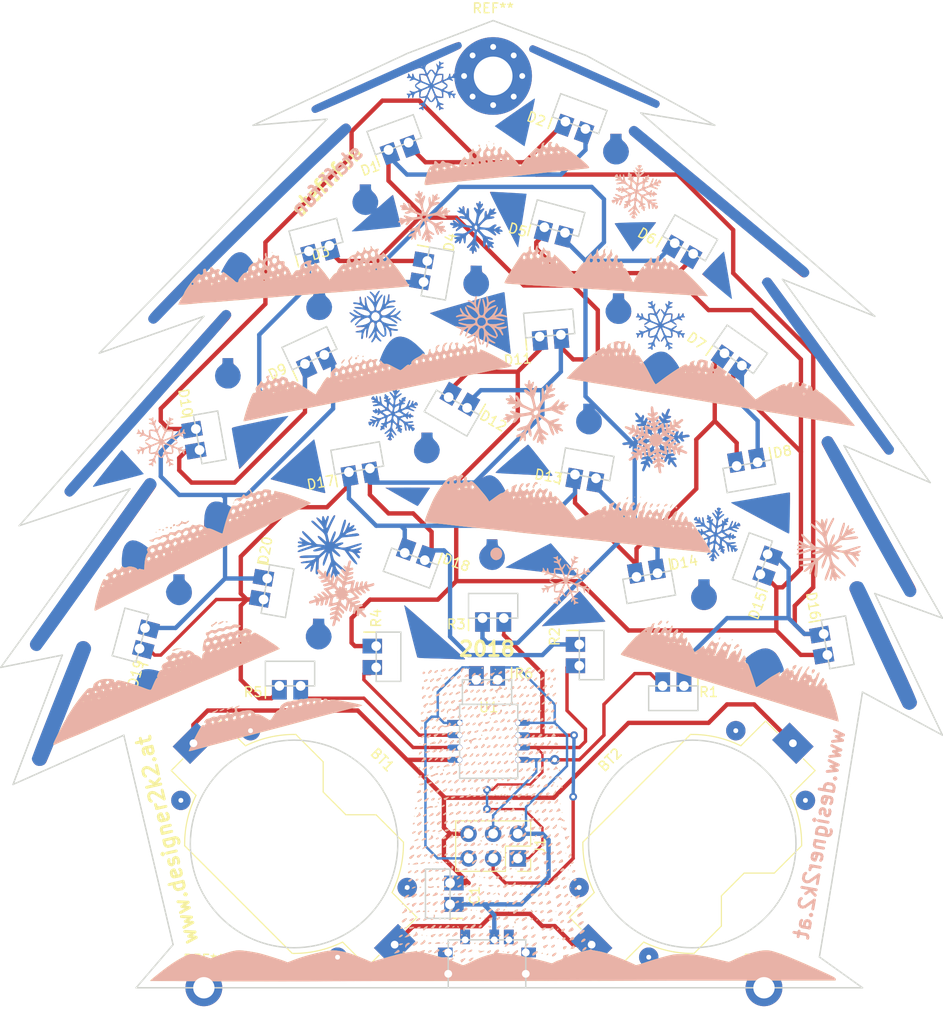
<source format=kicad_pcb>
(kicad_pcb (version 20171130) (host pcbnew "(5.0.1)-rc2")
  (title_block (title "2d xmas tree") (date 2018-10-27) (company https://www.designer2k2.at) (comment 1 "Stephan Martin"))
  (layers (0 F.Cu signal) (31 B.Cu signal) (34 B.Paste user) (35 F.Paste user) (36 B.SilkS user) (37 F.SilkS user) (38 B.Mask user) (39 F.Mask user) (44 Edge.Cuts user))
  (net 0 "")
  (net 1 "Net-(BT1-Pad1)")
  (net 2 "Net-(D1-Pad1)")
  (net 3 "Net-(D1-Pad2)")
  (net 4 "Net-(D10-Pad2)")
  (net 5 "Net-(D11-Pad1)")
  (net 6 "Net-(D13-Pad1)")
  (net 7 "Net-(R4-Pad2)")
  (net 8 "Net-(R5-Pad2)")
  (net 9 GND)
  (net 10 /RESET)
  (net 11 /MOSI)
  (net 12 /SCK)
  (net 13 /VCC)
  (net 14 /MISO)
  (net 15 "Net-(SW1-Pad3)")
  (module Castellation_Stuff_designer2k2:FrontSoldermask (layer F.Cu) (at 146.4 96.52)
    (fp_text reference G*** hide)
    (fp_text value FrontSoldermask hide)
  )
  (module Castellation_Stuff_designer2k2:FrontCopper (layer F.Cu) (at 146.4 96.52)
    (fp_text reference G*** hide)
    (fp_text value FrontCopper hide)
    (fp_poly (pts (xy -39.845427 13.204546) (xy -39.602688 13.337556) (xy -39.421631 13.550628) (xy -39.32928 13.828613) (xy -39.327356 13.845059) (xy -39.325463 13.900533) (xy -39.332309 13.970865) (xy -39.350592 14.06326) (xy -39.38301 14.18492) (xy -39.432262 14.343047) (xy -39.501046 14.544844) (xy -39.59206 14.797513) (xy -39.708004 15.108258) (xy -39.851575 15.484281) (xy -40.025472 15.932784) (xy -40.232393 16.46097) (xy -40.475037 17.076042) (xy -40.756102 17.785203) (xy -41.078286 18.595654) (xy -41.444289 19.514599) (xy -41.562832 19.812) (xy -41.887035 20.624421) (xy -42.199449 21.405684) (xy -42.496684 22.147407) (xy -42.775354 22.841208) (xy -43.032069 23.478706) (xy -43.263444 24.051518) (xy -43.46609 24.551264) (xy -43.636619 24.969561) (xy -43.771644 25.298028) (xy -43.867777 25.528283) (xy -43.921629 25.651945) (xy -43.930068 25.668848) (xy -44.114835 25.868316) (xy -44.36817 25.990204) (xy -44.650956 26.024266) (xy -44.924077 25.960252) (xy -44.964778 25.939946) (xy -45.184828 25.752745) (xy -45.323999 25.492799) (xy -45.360458 25.278261) (xy -45.342221 25.187533) (xy -45.285014 25.003977) (xy -45.187847 24.725002) (xy -45.049729 24.348018) (xy -44.869668 23.870435) (xy -44.646675 23.289661) (xy -44.379758 22.603107) (xy -44.067926 21.80818) (xy -43.710189 20.902292) (xy -43.305556 19.882851) (xy -43.087739 19.33575) (xy -42.763106 18.52195) (xy -42.450486 17.739956) (xy -42.15323 16.998056) (xy -41.87469 16.304539) (xy -41.618216 15.667693) (xy -41.38716 15.095807) (xy -41.184873 14.597169) (xy -41.014707 14.180067) (xy -40.880012 13.85279) (xy -40.78414 13.623626) (xy -40.730443 13.500865) (xy -40.721481 13.483345) (xy -40.604853 13.364604) (xy -40.434897 13.252801) (xy -40.407858 13.239311) (xy -40.122825 13.166748) (xy -39.845427 13.204546)) (layer F.Cu) (width 0.01))
    (fp_poly (pts (xy 39.879755 7.012103) (xy 40.144682 7.120808) (xy 40.259769 7.216195) (xy 40.317373 7.306302) (xy 40.425604 7.508794) (xy 40.582849 7.820298) (xy 40.787497 8.237441) (xy 41.037935 8.756848) (xy 41.332553 9.375145) (xy 41.669737 10.08896) (xy 42.047877 10.894919) (xy 42.465359 11.789648) (xy 42.920573 12.769773) (xy 43.152895 13.2715) (xy 43.61025 14.259831) (xy 44.017171 15.139446) (xy 44.376154 15.917073) (xy 44.689697 16.59944) (xy 44.960299 17.193275) (xy 45.190455 17.705305) (xy 45.382664 18.142258) (xy 45.539422 18.510862) (xy 45.663228 18.817844) (xy 45.756579 19.069933) (xy 45.821973 19.273855) (xy 45.861905 19.43634) (xy 45.878875 19.564114) (xy 45.87538 19.663905) (xy 45.853916 19.742442) (xy 45.816982 19.806451) (xy 45.767075 19.86266) (xy 45.706692 19.917798) (xy 45.641557 19.975629) (xy 45.464841 20.11582) (xy 45.303363 20.178879) (xy 45.133557 20.190749) (xy 44.926056 20.170608) (xy 44.750144 20.123459) (xy 44.719327 20.108847) (xy 44.569486 19.994884) (xy 44.487892 19.903539) (xy 44.444587 19.822217) (xy 44.353147 19.635334) (xy 44.217917 19.352319) (xy 44.043241 18.982602) (xy 43.833462 18.53561) (xy 43.592925 18.020772) (xy 43.325973 17.447517) (xy 43.036951 16.825274) (xy 42.730201 16.16347) (xy 42.410069 15.471536) (xy 42.080898 14.7589) (xy 41.747032 14.034989) (xy 41.412814 13.309234) (xy 41.082589 12.591062) (xy 40.760701 11.889902) (xy 40.451493 11.215183) (xy 40.15931 10.576334) (xy 39.888495 9.982783) (xy 39.643393 9.443959) (xy 39.428346 8.96929) (xy 39.2477 8.568206) (xy 39.105797 8.250134) (xy 39.006983 8.024505) (xy 38.9556 7.900745) (xy 38.949256 7.881658) (xy 38.958391 7.642486) (xy 39.057935 7.393278) (xy 39.225118 7.181618) (xy 39.318553 7.10991) (xy 39.591492 7.007015) (xy 39.879755 7.012103)) (layer F.Cu) (width 0.01))
    (fp_poly (pts (xy -33.129309 16.112208) (xy -32.842845 16.148073) (xy -32.578547 16.199776) (xy -32.364322 16.261033) (xy -32.228077 16.325564) (xy -32.193855 16.372228) (xy -32.217932 16.461016) (xy -32.284469 16.6362) (xy -32.383194 16.874965) (xy -32.503835 17.154495) (xy -32.636121 17.451973) (xy -32.76978 17.744583) (xy -32.89454 18.009511) (xy -33.000131 18.22394) (xy -33.076279 18.365053) (xy -33.111487 18.410514) (xy -33.205905 18.383668) (xy -33.368042 18.320803) (xy -33.456025 18.282975) (xy -33.655721 18.200466) (xy -33.921096 18.098789) (xy -34.197336 17.998898) (xy -34.218025 17.991693) (xy -34.450367 17.908191) (xy -34.63527 17.836412) (xy -34.740457 17.789043) (xy -34.750776 17.782282) (xy -34.755 17.705299) (xy -34.719369 17.541145) (xy -34.653532 17.319602) (xy -34.567138 17.070451) (xy -34.469837 16.823476) (xy -34.371279 16.608459) (xy -34.369026 16.604032) (xy -34.239157 16.376256) (xy -34.107477 16.228477) (xy -33.94239 16.144037) (xy -33.712298 16.106279) (xy -33.410036 16.098462) (xy -33.129309 16.112208)) (layer F.Cu) (width 0.01))
    (fp_poly (pts (xy 30.521901 13.946688) (xy 30.796453 14.046095) (xy 31.061246 14.18399) (xy 31.264373 14.33695) (xy 31.285152 14.358471) (xy 31.441275 14.557981) (xy 31.60257 14.813027) (xy 31.759301 15.101211) (xy 31.901736 15.400133) (xy 32.020138 15.687395) (xy 32.104774 15.940597) (xy 32.14591 16.137341) (xy 32.133811 16.255228) (xy 32.117044 16.272675) (xy 32.031544 16.323528) (xy 31.862974 16.423729) (xy 31.637449 16.557757) (xy 31.4325 16.679541) (xy 31.129345 16.868028) (xy 30.774095 17.101748) (xy 30.415148 17.348285) (xy 30.153741 17.53599) (xy 29.899217 17.720211) (xy 29.679949 17.872491) (xy 29.516609 17.978944) (xy 29.429868 18.02568) (xy 29.423491 18.026633) (xy 29.317745 18.004827) (xy 29.268158 17.992256) (xy 29.196358 17.914742) (xy 29.10748 17.721986) (xy 29.005986 17.423908) (xy 28.992862 17.380497) (xy 28.903452 17.095351) (xy 28.784179 16.734716) (xy 28.649714 16.342039) (xy 28.514727 15.960765) (xy 28.496319 15.909935) (xy 28.174479 15.02412) (xy 28.441087 14.7945) (xy 28.813042 14.510284) (xy 29.214218 14.2658) (xy 29.615702 14.074895) (xy 29.988577 13.951421) (xy 30.2895 13.909193) (xy 30.521901 13.946688)) (layer F.Cu) (width 0.01))
    (fp_poly (pts (xy -6.910442 9.515857) (xy -6.775715 9.628614) (xy -6.565626 9.808518) (xy -6.289954 10.046954) (xy -5.958478 10.335308) (xy -5.580976 10.664964) (xy -5.167227 11.027309) (xy -4.72701 11.413728) (xy -4.270103 11.815606) (xy -3.806286 12.224329) (xy -3.345338 12.631282) (xy -2.897036 13.027851) (xy -2.47116 13.40542) (xy -2.077489 13.755376) (xy -1.725801 14.069104) (xy -1.425875 14.337989) (xy -1.187491 14.553417) (xy -1.020425 14.706773) (xy -0.953336 14.770432) (xy -0.816684 14.911598) (xy -0.737138 15.008651) (xy -0.731086 15.039965) (xy -0.806694 15.035899) (xy -0.994929 15.028449) (xy -1.281477 15.018106) (xy -1.652025 15.005362) (xy -2.092257 14.990706) (xy -2.587861 14.974631) (xy -3.124522 14.957628) (xy -3.190613 14.955561) (xy -3.72924 14.938071) (xy -4.226803 14.920634) (xy -4.669296 14.903838) (xy -5.042715 14.88827) (xy -5.333055 14.87452) (xy -5.52631 14.863174) (xy -5.608477 14.854821) (xy -5.610281 14.853971) (xy -5.632005 14.786722) (xy -5.679999 14.612294) (xy -5.750426 14.345978) (xy -5.839444 14.003064) (xy -5.943215 13.598844) (xy -6.057898 13.148607) (xy -6.179654 12.667644) (xy -6.304644 12.171246) (xy -6.429028 11.674704) (xy -6.548965 11.193308) (xy -6.660617 10.742348) (xy -6.760144 10.337116) (xy -6.843707 9.992902) (xy -6.907464 9.724997) (xy -6.947578 9.54869) (xy -6.960208 9.479274) (xy -6.960029 9.478861) (xy -6.910442 9.515857)) (layer F.Cu) (width 0.01))
    (fp_poly (pts (xy -32.948925 -3.560539) (xy -32.762025 -3.423255) (xy -32.627542 -3.232336) (xy -32.566269 -3.005178) (xy -32.599001 -2.759179) (xy -32.641916 -2.661553) (xy -32.69451 -2.58031) (xy -32.815771 -2.403318) (xy -33.000876 -2.137338) (xy -33.245 -1.789136) (xy -33.543317 -1.365475) (xy -33.891003 -0.873117) (xy -34.283233 -0.318826) (xy -34.715183 0.290634) (xy -35.182028 0.9485) (xy -35.678943 1.648009) (xy -36.201103 2.382396) (xy -36.743684 3.1449) (xy -37.301861 3.928756) (xy -37.870809 4.727201) (xy -38.445703 5.533472) (xy -39.021718 6.340805) (xy -39.594031 7.142436) (xy -40.157816 7.931604) (xy -40.708248 8.701543) (xy -41.240503 9.44549) (xy -41.749756 10.156683) (xy -42.231182 10.828358) (xy -42.679956 11.453751) (xy -43.091254 12.026099) (xy -43.460251 12.538639) (xy -43.782123 12.984607) (xy -44.052044 13.35724) (xy -44.265189 13.649774) (xy -44.416735 13.855446) (xy -44.501856 13.967493) (xy -44.517528 13.985875) (xy -44.75633 14.128509) (xy -45.024497 14.152015) (xy -45.282609 14.065272) (xy -45.452188 13.908536) (xy -45.56049 13.681314) (xy -45.584177 13.434321) (xy -45.581723 13.41526) (xy -45.54293 13.34672) (xy -45.435044 13.181566) (xy -45.262815 12.926506) (xy -45.030997 12.588249) (xy -44.744341 12.173503) (xy -44.407599 11.688978) (xy -44.025523 11.141381) (xy -43.602867 10.537422) (xy -43.144381 9.88381) (xy -42.654819 9.187253) (xy -42.138932 8.454459) (xy -41.601472 7.692138) (xy -41.047192 6.906997) (xy -40.480844 6.105747) (xy -39.90718 5.295095) (xy -39.330952 4.481751) (xy -38.756913 3.672423) (xy -38.189814 2.873819) (xy -37.634408 2.092648) (xy -37.095446 1.33562) (xy -36.577682 0.609442) (xy -36.085867 -0.079176) (xy -35.624754 -0.723526) (xy -35.199094 -1.316899) (xy -34.81364 -1.852586) (xy -34.473144 -2.323879) (xy -34.182358 -2.72407) (xy -33.946034 -3.046448) (xy -33.768925 -3.284306) (xy -33.655782 -3.430935) (xy -33.616186 -3.476625) (xy -33.396799 -3.604621) (xy -33.167447 -3.626794) (xy -32.948925 -3.560539)) (layer F.Cu) (width 0.01))
    (fp_poly (pts (xy -15.827375 10.871902) (xy -15.27175 10.89025) (xy -15.252972 11.211648) (xy -15.231123 11.414195) (xy -15.181165 11.535876) (xy -15.081212 11.622669) (xy -15.047474 11.643346) (xy -14.821913 11.842643) (xy -14.645316 12.127274) (xy -14.536907 12.459107) (xy -14.511867 12.705803) (xy -14.570484 13.080991) (xy -14.733003 13.41258) (xy -14.979428 13.684865) (xy -15.289764 13.882143) (xy -15.644013 13.988708) (xy -16.022179 13.988855) (xy -16.121174 13.969708) (xy -16.306337 13.900718) (xy -16.517684 13.7871) (xy -16.591769 13.738248) (xy -16.856205 13.48215) (xy -17.029769 13.168454) (xy -17.112011 12.822552) (xy -17.102481 12.469838) (xy -17.000729 12.135704) (xy -16.806304 11.845543) (xy -16.628051 11.691184) (xy -16.486661 11.583617) (xy -16.415044 11.482362) (xy -16.389157 11.337701) (xy -16.38541 11.189402) (xy -16.383 10.853555) (xy -15.827375 10.871902)) (layer F.Cu) (width 0.01))
    (fp_poly (pts (xy 12.44112 9.567493) (xy 12.764862 9.944661) (xy 13.05943 10.29012) (xy 13.315215 10.592423) (xy 13.52261 10.840122) (xy 13.672007 11.021768) (xy 13.753797 11.125913) (xy 13.766359 11.146526) (xy 13.70122 11.154183) (xy 13.521736 11.169023) (xy 13.240307 11.19017) (xy 12.869331 11.216752) (xy 12.421208 11.247895) (xy 11.908338 11.282725) (xy 11.343119 11.320369) (xy 10.737951 11.359952) (xy 10.7315 11.36037) (xy 10.116187 11.400494) (xy 9.532617 11.439006) (xy 8.994472 11.474971) (xy 8.515438 11.507453) (xy 8.109197 11.535517) (xy 7.789435 11.558228) (xy 7.569834 11.57465) (xy 7.466847 11.583529) (xy 7.218445 11.611172) (xy 7.466847 11.371157) (xy 7.571025 11.272466) (xy 7.75604 11.099299) (xy 8.009377 10.863285) (xy 8.318522 10.576052) (xy 8.670959 10.249232) (xy 9.054173 9.894453) (xy 9.406261 9.568965) (xy 11.097273 8.006788) (xy 12.44112 9.567493)) (layer F.Cu) (width 0.01))
    (fp_poly (pts (xy 24.511 7.143546) (xy 24.520164 7.306996) (xy 24.561929 7.433489) (xy 24.657702 7.563381) (xy 24.822582 7.730921) (xy 25.052454 7.99056) (xy 25.185126 8.237766) (xy 25.209586 8.315832) (xy 25.256407 8.707995) (xy 25.192834 9.070327) (xy 25.034474 9.388893) (xy 24.796936 9.649761) (xy 24.495825 9.838998) (xy 24.146748 9.942671) (xy 23.765315 9.946846) (xy 23.46325 9.874854) (xy 23.169341 9.71036) (xy 22.920684 9.455839) (xy 22.736103 9.143335) (xy 22.634424 8.804889) (xy 22.634469 8.472545) (xy 22.635651 8.466104) (xy 22.72984 8.146597) (xy 22.894897 7.883222) (xy 23.112334 7.667906) (xy 23.265291 7.524635) (xy 23.34119 7.402396) (xy 23.366285 7.248365) (xy 23.368 7.153533) (xy 23.368 6.858) (xy 24.511 6.858) (xy 24.511 7.143546)) (layer F.Cu) (width 0.01))
    (fp_poly (pts (xy -29.654099 6.619875) (xy -29.646515 6.821711) (xy -29.612077 6.940413) (xy -29.532323 7.019568) (xy -29.468203 7.058779) (xy -29.225125 7.264876) (xy -29.041681 7.55424) (xy -28.929875 7.892408) (xy -28.901709 8.244917) (xy -28.95409 8.53496) (xy -29.128983 8.875206) (xy -29.392134 9.144272) (xy -29.719339 9.329987) (xy -30.086398 9.420181) (xy -30.46911 9.402685) (xy -30.608498 9.366906) (xy -30.917195 9.21315) (xy -31.198763 8.973489) (xy -31.406888 8.687562) (xy -31.41061 8.680433) (xy -31.482497 8.444935) (xy -31.505573 8.147401) (xy -31.479578 7.843151) (xy -31.415636 7.613143) (xy -31.311607 7.443056) (xy -31.147482 7.251871) (xy -31.026759 7.139321) (xy -30.861918 6.993293) (xy -30.774272 6.878609) (xy -30.739693 6.750042) (xy -30.734 6.590553) (xy -30.734 6.2865) (xy -29.6545 6.2865) (xy -29.654099 6.619875)) (layer F.Cu) (width 0.01))
    (fp_poly (pts (xy 36.945788 -7.906027) (xy 37.116088 -7.831695) (xy 37.124857 -7.824964) (xy 37.166451 -7.761447) (xy 37.265316 -7.594631) (xy 37.417116 -7.332271) (xy 37.617517 -6.982126) (xy 37.862183 -6.551952) (xy 38.146779 -6.049507) (xy 38.46697 -5.482548) (xy 38.81842 -4.858831) (xy 39.196795 -4.186114) (xy 39.597759 -3.472155) (xy 40.016977 -2.72471) (xy 40.450114 -1.951536) (xy 40.892835 -1.16039) (xy 41.340805 -0.359031) (xy 41.789687 0.444786) (xy 42.235148 1.243303) (xy 42.672851 2.028762) (xy 43.098463 2.793408) (xy 43.507647 3.529481) (xy 43.896068 4.229227) (xy 44.259391 4.884886) (xy 44.593282 5.488703) (xy 44.893404 6.032919) (xy 45.155422 6.509778) (xy 45.375002 6.911523) (xy 45.547808 7.230397) (xy 45.669506 7.458642) (xy 45.710721 7.538095) (xy 45.825337 7.838919) (xy 45.831069 8.091646) (xy 45.727068 8.314946) (xy 45.672375 8.381155) (xy 45.439801 8.555112) (xy 45.177078 8.608772) (xy 44.917941 8.546986) (xy 44.88454 8.524921) (xy 44.841418 8.481625) (xy 44.785501 8.411742) (xy 44.713713 8.309917) (xy 44.62298 8.170793) (xy 44.510227 7.989016) (xy 44.372379 7.759228) (xy 44.206362 7.476076) (xy 44.0091 7.134202) (xy 43.777518 6.728251) (xy 43.508542 6.252867) (xy 43.199096 5.702696) (xy 42.846107 5.07238) (xy 42.446498 4.356564) (xy 41.997196 3.549893) (xy 41.495125 2.647011) (xy 40.93721 1.642562) (xy 40.450767 0.766171) (xy 39.941539 -0.151888) (xy 39.448685 -1.041215) (xy 38.97579 -1.895304) (xy 38.526439 -2.707647) (xy 38.104217 -3.471736) (xy 37.71271 -4.181064) (xy 37.355502 -4.829124) (xy 37.036178 -5.409408) (xy 36.758324 -5.915409) (xy 36.525525 -6.34062) (xy 36.341365 -6.678532) (xy 36.20943 -6.922639) (xy 36.133306 -7.066433) (xy 36.115506 -7.102877) (xy 36.078527 -7.35946) (xy 36.148963 -7.5969) (xy 36.307432 -7.788838) (xy 36.534554 -7.908916) (xy 36.728147 -7.936089) (xy 36.945788 -7.906027)) (layer F.Cu) (width 0.01))
    (fp_poly (pts (xy -14.107224 0.202819) (xy -14.097 0.212948) (xy -14.122808 0.275055) (xy -14.193936 0.431365) (xy -14.300943 0.661493) (xy -14.434387 0.945056) (xy -14.50975 1.104037) (xy -14.65411 1.413971) (xy -14.776444 1.688295) (xy -14.867086 1.904409) (xy -14.916371 2.039712) (xy -14.9225 2.069178) (xy -14.90808 2.208633) (xy -14.87087 2.40115) (xy -14.81995 2.612539) (xy -14.764398 2.808609) (xy -14.713291 2.95517) (xy -14.675708 3.018034) (xy -14.670674 3.017593) (xy -14.627955 2.946906) (xy -14.557946 2.785519) (xy -14.473228 2.563309) (xy -14.440148 2.470147) (xy -14.318466 2.15872) (xy -14.212136 1.969874) (xy -14.118883 1.90042) (xy -14.053182 1.927652) (xy -14.058277 1.999815) (xy -14.10562 2.15789) (xy -14.185764 2.371782) (xy -14.21467 2.442047) (xy -14.307966 2.672386) (xy -14.377998 2.860679) (xy -14.412734 2.974082) (xy -14.4145 2.987503) (xy -14.371835 2.981214) (xy -14.258341 2.903505) (xy -14.09577 2.769892) (xy -14.038745 2.719489) (xy -13.87883 2.573001) (xy -13.765441 2.452283) (xy -13.68223 2.327315) (xy -13.612851 2.168077) (xy -13.540958 1.944548) (xy -13.457163 1.651412) (xy -13.345884 1.264259) (xy -13.259857 0.986237) (xy -13.19354 0.80327) (xy -13.14139 0.701278) (xy -13.097863 0.666184) (xy -13.071715 0.672488) (xy -13.023493 0.763572) (xy -13.033568 0.946272) (xy -13.103012 1.227558) (xy -13.204042 1.533939) (xy -13.284152 1.772276) (xy -13.339892 1.961754) (xy -13.363132 2.073547) (xy -13.361028 2.090639) (xy -13.293577 2.081156) (xy -13.192757 1.974071) (xy -13.07276 1.789542) (xy -12.947774 1.547726) (xy -12.894904 1.428486) (xy -12.795559 1.212525) (xy -12.704221 1.04757) (xy -12.638526 0.964934) (xy -12.631893 0.961547) (xy -12.593462 0.955328) (xy -12.580322 0.986142) (xy -12.595075 1.077986) (xy -12.640325 1.254855) (xy -12.679135 1.397) (xy -12.722763 1.55575) (xy -12.493368 1.381125) (xy -12.297721 1.250088) (xy -12.173987 1.201616) (xy -12.131867 1.231127) (xy -12.181059 1.334037) (xy -12.299131 1.4729) (xy -12.397284 1.593653) (xy -12.391414 1.645065) (xy -12.279474 1.628942) (xy -12.166632 1.589926) (xy -12.031969 1.565179) (xy -11.964538 1.59964) (xy -11.990067 1.674206) (xy -12.018075 1.700236) (xy -12.120392 1.748117) (xy -12.302037 1.805044) (xy -12.459076 1.843909) (xy -12.783455 1.952859) (xy -12.984447 2.094139) (xy -13.147492 2.264321) (xy -12.463371 2.1546) (xy -12.152827 2.107393) (xy -11.942817 2.083622) (xy -11.809192 2.082591) (xy -11.727802 2.1036) (xy -11.68778 2.132178) (xy -11.62808 2.217955) (xy -11.631348 2.254514) (xy -11.711651 2.280072) (xy -11.887741 2.310288) (xy -12.128661 2.341746) (xy -12.403457 2.37103) (xy -12.68117 2.394725) (xy -12.930846 2.409416) (xy -13.06334 2.412518) (xy -13.231212 2.418238) (xy -13.360726 2.446361) (xy -13.486853 2.514199) (xy -13.644565 2.639064) (xy -13.80191 2.778125) (xy -13.982992 2.944211) (xy -14.118517 3.075489) (xy -14.1878 3.151609) (xy -14.192261 3.162143) (xy -14.12697 3.158661) (xy -13.972409 3.131146) (xy -13.77264 3.087936) (xy -13.557969 3.044686) (xy -13.393019 3.023149) (xy -13.317491 3.027071) (xy -13.295927 3.090053) (xy -13.376192 3.170439) (xy -13.537479 3.252632) (xy -13.684304 3.302014) (xy -13.844414 3.358177) (xy -13.931224 3.411282) (xy -13.936429 3.431946) (xy -13.861554 3.464475) (xy -13.697322 3.499139) (xy -13.503754 3.525522) (xy -13.325724 3.539579) (xy -13.163449 3.536237) (xy -12.986758 3.510181) (xy -12.76548 3.456096) (xy -12.469444 3.368667) (xy -12.282994 3.310482) (xy -11.950231 3.211065) (xy -11.681217 3.141426) (xy -11.494319 3.105783) (xy -11.407902 3.108349) (xy -11.406716 3.109384) (xy -11.403577 3.153923) (xy -11.480671 3.211962) (xy -11.64915 3.288749) (xy -11.920166 3.389534) (xy -12.215185 3.489934) (xy -12.449114 3.575882) (xy -12.564971 3.640141) (xy -12.569133 3.686357) (xy -12.564435 3.689637) (xy -12.371661 3.741673) (xy -12.093879 3.713209) (xy -11.856524 3.646119) (xy -11.659361 3.591373) (xy -11.497247 3.567633) (xy -11.448338 3.570322) (xy -11.395304 3.598641) (xy -11.43679 3.652939) (xy -11.547541 3.727887) (xy -11.677655 3.814623) (xy -11.708942 3.86212) (xy -11.652461 3.894808) (xy -11.626916 3.903213) (xy -11.507417 3.965054) (xy -11.500313 4.021831) (xy -11.592071 4.052013) (xy -11.71575 4.04455) (xy -11.86175 4.027183) (xy -11.935738 4.030761) (xy -11.938 4.034032) (xy -11.89988 4.092409) (xy -11.803002 4.211943) (xy -11.73806 4.2873) (xy -11.623104 4.442208) (xy -11.585996 4.549088) (xy -11.595716 4.572615) (xy -11.651094 4.602926) (xy -11.721497 4.576213) (xy -11.825513 4.478193) (xy -11.981731 4.294582) (xy -12.021725 4.245279) (xy -12.209818 4.044558) (xy -12.384589 3.936549) (xy -12.486435 3.90781) (xy -12.643605 3.88786) (xy -12.738593 3.893516) (xy -12.745243 3.897575) (xy -12.721914 3.957218) (xy -12.632745 4.090928) (xy -12.493775 4.275694) (xy -12.399435 4.393795) (xy -12.224329 4.613735) (xy -12.074421 4.811232) (xy -11.972528 4.955833) (xy -11.947931 4.99645) (xy -11.881837 5.147256) (xy -11.886107 5.209849) (xy -11.94997 5.193723) (xy -12.062658 5.108373) (xy -12.213402 4.963291) (xy -12.391433 4.767972) (xy -12.585981 4.531909) (xy -12.786277 4.264597) (xy -12.800008 4.24528) (xy -13.143868 3.75981) (xy -13.721938 3.653575) (xy -13.976837 3.609843) (xy -14.180371 3.580786) (xy -14.303477 3.570261) (xy -14.326071 3.573404) (xy -14.294123 3.623858) (xy -14.186155 3.734819) (xy -14.023305 3.885003) (xy -13.970568 3.931344) (xy -13.75207 4.13808) (xy -13.622734 4.298021) (xy -13.587475 4.402944) (xy -13.65121 4.444626) (xy -13.663449 4.445) (xy -13.744133 4.405726) (xy -13.889917 4.30181) (xy -14.071994 4.154112) (xy -14.107949 4.123139) (xy -14.281152 3.979523) (xy -14.410969 3.885276) (xy -14.47493 3.856292) (xy -14.478 3.86135) (xy -14.464813 3.949104) (xy -14.430057 4.124406) (xy -14.380945 4.351105) (xy -14.3753 4.376191) (xy -14.320185 4.601505) (xy -14.260983 4.761117) (xy -14.173383 4.893242) (xy -14.033068 5.036094) (xy -13.85522 5.193605) (xy -13.524537 5.482028) (xy -13.279456 5.69943) (xy -13.108904 5.857147) (xy -13.001808 5.966516) (xy -12.947092 6.038874) (xy -12.933684 6.085555) (xy -12.95051 6.117898) (xy -12.951428 6.118827) (xy -12.990864 6.143592) (xy -13.045837 6.136753) (xy -13.132179 6.087437) (xy -13.26572 5.984774) (xy -13.462291 5.817892) (xy -13.722858 5.589062) (xy -14.116692 5.240874) (xy -14.070518 5.493812) (xy -13.983471 5.729176) (xy -13.7983 5.976402) (xy -13.743172 6.034681) (xy -13.577007 6.219797) (xy -13.484625 6.353247) (xy -13.467965 6.424018) (xy -13.528968 6.421095) (xy -13.669571 6.333461) (xy -13.693767 6.315296) (xy -13.925534 6.138519) (xy -13.884324 6.302713) (xy -13.868375 6.473144) (xy -13.900111 6.609528) (xy -13.968908 6.667439) (xy -13.971542 6.6675) (xy -14.021747 6.613482) (xy -14.093007 6.475606) (xy -14.135772 6.3722) (xy -14.206285 6.210297) (xy -14.260321 6.157706) (xy -14.307852 6.219367) (xy -14.358854 6.400219) (xy -14.37943 6.492875) (xy -14.432347 6.628232) (xy -14.493562 6.661556) (xy -14.535874 6.588486) (xy -14.5415 6.518842) (xy -14.523211 6.370942) (xy -14.476803 6.164556) (xy -14.446938 6.058467) (xy -14.390693 5.839948) (xy -14.356458 5.643215) (xy -14.351688 5.575872) (xy -14.365625 5.419342) (xy -14.408179 5.384431) (xy -14.477831 5.469386) (xy -14.573061 5.672452) (xy -14.679129 5.954026) (xy -14.804699 6.283904) (xy -14.90747 6.49351) (xy -14.989611 6.587094) (xy -15.004684 6.592452) (xy -15.06715 6.594498) (xy -15.097847 6.560603) (xy -15.093308 6.475314) (xy -15.050067 6.323178) (xy -14.964654 6.088745) (xy -14.833605 5.756561) (xy -14.796363 5.664012) (xy -14.481308 4.882774) (xy -14.587181 4.441637) (xy -14.656787 4.180972) (xy -14.713549 4.040856) (xy -14.761732 4.015993) (xy -14.805601 4.101089) (xy -14.819924 4.152664) (xy -14.87535 4.33776) (xy -14.956328 4.565981) (xy -15.050615 4.807765) (xy -15.145972 5.033547) (xy -15.230158 5.213764) (xy -15.290931 5.318854) (xy -15.309059 5.334) (xy -15.359058 5.280114) (xy -15.359833 5.134599) (xy -15.314219 4.92166) (xy -15.233105 4.685475) (xy -15.138978 4.444937) (xy -15.049137 4.208149) (xy -15.012152 4.107315) (xy -14.925093 3.864881) (xy -15.161922 4.055115) (xy -15.427376 4.271616) (xy -15.608539 4.434402) (xy -15.721494 4.567566) (xy -15.782326 4.695201) (xy -15.807118 4.841397) (xy -15.811952 5.028795) (xy -15.82015 5.415366) (xy -15.842205 5.753061) (xy -15.875679 6.023088) (xy -15.918135 6.206661) (xy -15.967134 6.284988) (xy -15.975154 6.2865) (xy -16.048734 6.25464) (xy -16.090925 6.149417) (xy -16.103363 5.956364) (xy -16.087683 5.661012) (xy -16.068663 5.459314) (xy -16.04454 5.198854) (xy -16.030544 4.990278) (xy -16.028351 4.862676) (xy -16.03283 4.837503) (xy -16.083397 4.859133) (xy -16.157598 4.971745) (xy -16.240926 5.145186) (xy -16.318873 5.349301) (xy -16.376417 5.551634) (xy -16.437415 5.75945) (xy -16.510935 5.921834) (xy -16.555706 5.979967) (xy -16.615971 6.018424) (xy -16.638228 5.984674) (xy -16.6293 5.856601) (xy -16.618747 5.775629) (xy -16.584242 5.570525) (xy -16.544763 5.402116) (xy -16.531901 5.362879) (xy -16.533747 5.316208) (xy -16.611337 5.355539) (xy -16.762584 5.476875) (xy -16.960698 5.62861) (xy -17.110157 5.707613) (xy -17.195068 5.707015) (xy -17.2085 5.669556) (xy -17.167169 5.604199) (xy -17.059243 5.478222) (xy -16.920771 5.33199) (xy -16.633042 5.039868) (xy -17.117313 5.096226) (xy -17.352867 5.118244) (xy -17.53669 5.125359) (xy -17.635014 5.1165) (xy -17.641328 5.112839) (xy -17.64207 5.052234) (xy -17.521039 4.998096) (xy -17.283367 4.951923) (xy -16.976663 4.918641) (xy -16.671489 4.884005) (xy -16.457524 4.834251) (xy -16.299105 4.75998) (xy -16.251705 4.727581) (xy -16.052048 4.580278) (xy -16.280607 4.5374) (xy -16.476593 4.517869) (xy -16.643527 4.528434) (xy -16.652796 4.530571) (xy -16.799703 4.553099) (xy -17.010679 4.568813) (xy -17.248768 4.577128) (xy -17.477013 4.577458) (xy -17.658454 4.569216) (xy -17.756136 4.551817) (xy -17.761515 4.548152) (xy -17.786689 4.482226) (xy -17.711499 4.430161) (xy -17.529682 4.390718) (xy -17.234978 4.362659) (xy -16.821124 4.344746) (xy -16.720146 4.342196) (xy -15.77975 4.32075) (xy -15.409196 4.001875) (xy -15.243439 3.852703) (xy -15.133617 3.740863) (xy -15.098259 3.685681) (xy -15.103549 3.683) (xy -15.191801 3.696969) (xy -15.370107 3.734163) (xy -15.605186 3.787513) (xy -15.690324 3.807644) (xy -15.962365 3.863796) (xy -16.174254 3.890257) (xy -16.2973 3.883657) (xy -16.305751 3.879932) (xy -16.354562 3.845684) (xy -16.352816 3.812882) (xy -16.283315 3.77167) (xy -16.128866 3.712196) (xy -15.872271 3.624605) (xy -15.84325 3.614896) (xy -15.39875 3.466291) (xy -15.668357 3.40693) (xy -15.781091 3.388278) (xy -15.898717 3.387363) (xy -16.043511 3.408993) (xy -16.237749 3.457974) (xy -16.503709 3.539112) (xy -16.863667 3.657216) (xy -16.928297 3.678802) (xy -17.260935 3.787572) (xy -17.549974 3.877366) (xy -17.774752 3.942145) (xy -17.914604 3.975868) (xy -17.950924 3.977742) (xy -17.965372 3.920892) (xy -17.89342 3.854546) (xy -17.724298 3.772833) (xy -17.447238 3.669883) (xy -17.287232 3.615972) (xy -17.012605 3.522769) (xy -16.772856 3.436694) (xy -16.600723 3.369743) (xy -16.54175 3.342793) (xy -16.480356 3.286629) (xy -16.519677 3.249543) (xy -16.634715 3.232606) (xy -16.800469 3.236892) (xy -16.991937 3.26347) (xy -17.184119 3.313415) (xy -17.188923 3.315043) (xy -17.494692 3.404925) (xy -17.727971 3.443657) (xy -17.872336 3.429298) (xy -17.907 3.399853) (xy -17.874421 3.348537) (xy -17.753139 3.301537) (xy -17.726492 3.295544) (xy -17.527549 3.239739) (xy -17.450807 3.182324) (xy -17.497519 3.129003) (xy -17.668938 3.085477) (xy -17.679976 3.083785) (xy -17.879881 3.037131) (xy -17.963874 2.984904) (xy -17.931464 2.942768) (xy -17.782163 2.92639) (xy -17.68475 2.930938) (xy -17.514684 2.938096) (xy -17.41248 2.930106) (xy -17.399183 2.921457) (xy -17.446658 2.868615) (xy -17.563292 2.780061) (xy -17.5895 2.76225) (xy -17.714991 2.654218) (xy -17.778984 2.552363) (xy -17.767124 2.486557) (xy -17.726838 2.4765) (xy -17.652252 2.511072) (xy -17.506275 2.601992) (xy -17.319603 2.730065) (xy -17.30758 2.738655) (xy -17.082969 2.880844) (xy -16.853982 2.995328) (xy -16.65084 3.070159) (xy -16.503762 3.093392) (xy -16.453586 3.076252) (xy -16.485704 3.024669) (xy -16.594315 2.90615) (xy -16.761794 2.739027) (xy -16.943929 2.566259) (xy -17.168598 2.34679) (xy -17.339989 2.157898) (xy -17.441627 2.018745) (xy -17.4625 1.962998) (xy -17.438648 1.862781) (xy -17.407839 1.8415) (xy -17.346754 1.885165) (xy -17.216056 2.005173) (xy -17.032807 2.185039) (xy -16.814068 2.40828) (xy -16.725214 2.50103) (xy -16.09725 3.160561) (xy -15.595577 3.232315) (xy -15.358647 3.263049) (xy -15.17552 3.280867) (xy -15.077808 3.282879) (xy -15.070195 3.280361) (xy -15.103651 3.231067) (xy -15.213253 3.119525) (xy -15.378587 2.965983) (xy -15.460744 2.892957) (xy -15.680078 2.684814) (xy -15.822742 2.515685) (xy -15.874972 2.401947) (xy -15.875 2.400093) (xy -15.867244 2.327756) (xy -15.826356 2.320016) (xy -15.72591 2.382075) (xy -15.636875 2.446978) (xy -15.430018 2.609031) (xy -15.221348 2.785839) (xy -15.183804 2.81964) (xy -14.968858 3.01625) (xy -15.010075 2.797459) (xy -15.067981 2.530374) (xy -15.133419 2.290063) (xy -15.195228 2.114985) (xy -15.224109 2.059756) (xy -15.289204 1.994435) (xy -15.431122 1.866602) (xy -15.628889 1.694764) (xy -15.859622 1.499028) (xy -16.173366 1.228577) (xy -16.388019 1.025592) (xy -16.508241 0.884296) (xy -16.538695 0.798915) (xy -16.484041 0.76367) (xy -16.454379 0.762) (xy -16.332088 0.807687) (xy -16.196465 0.919406) (xy -16.181105 0.936625) (xy -16.05455 1.071512) (xy -15.885545 1.235263) (xy -15.700248 1.404644) (xy -15.524814 1.556419) (xy -15.385397 1.667354) (xy -15.308155 1.714215) (xy -15.305438 1.7145) (xy -15.263559 1.668555) (xy -15.288185 1.547614) (xy -15.367962 1.377014) (xy -15.491537 1.182093) (xy -15.613844 1.026205) (xy -15.823111 0.781467) (xy -15.957102 0.61614) (xy -16.025356 0.515108) (xy -16.037414 0.463257) (xy -16.002819 0.445473) (xy -15.981052 0.4445) (xy -15.881602 0.487439) (xy -15.739193 0.596906) (xy -15.655807 0.67649) (xy -15.4305 0.908481) (xy -15.4305 0.58124) (xy -15.416435 0.363628) (xy -15.377928 0.270178) (xy -15.320516 0.301692) (xy -15.249736 0.458971) (xy -15.220784 0.550857) (xy -15.165222 0.721009) (xy -15.120405 0.779895) (xy -15.072645 0.724041) (xy -15.00825 0.549971) (xy -14.989414 0.492125) (xy -14.927341 0.341073) (xy -14.867567 0.258964) (xy -14.854076 0.254) (xy -14.802447 0.307798) (xy -14.808731 0.460006) (xy -14.871322 0.696847) (xy -14.922468 0.840693) (xy -14.995416 1.073527) (xy -15.038361 1.293909) (xy -15.048286 1.470924) (xy -15.022178 1.57365) (xy -14.995309 1.5875) (xy -14.949044 1.533348) (xy -14.862679 1.385761) (xy -14.748401 1.167037) (xy -14.618401 0.899476) (xy -14.613481 0.889) (xy -14.459931 0.578066) (xy -14.331113 0.350199) (xy -14.234935 0.218483) (xy -14.191423 0.1905) (xy -14.107224 0.202819)) (layer F.Cu) (width 0.01))
    (fp_poly (pts (xy 8.175422 3.157874) (xy 8.293261 3.287892) (xy 8.469407 3.487895) (xy 8.692205 3.744224) (xy 8.95 4.043222) (xy 9.231136 4.371229) (xy 9.523959 4.714588) (xy 9.816814 5.05964) (xy 10.098045 5.392727) (xy 10.355997 5.70019) (xy 10.579016 5.968371) (xy 10.755446 6.183611) (xy 10.850411 6.302375) (xy 10.898269 6.380186) (xy 10.854592 6.40677) (xy 10.75515 6.406617) (xy 10.658641 6.398065) (xy 10.448349 6.376018) (xy 10.136614 6.341872) (xy 9.735778 6.297021) (xy 9.258179 6.242861) (xy 8.716161 6.180786) (xy 8.122062 6.112193) (xy 7.488224 6.038476) (xy 7.1755 6.001917) (xy 6.527932 5.92599) (xy 5.914966 5.853933) (xy 5.348837 5.787197) (xy 4.841777 5.727233) (xy 4.40602 5.675491) (xy 4.053798 5.633423) (xy 3.797345 5.60248) (xy 3.648893 5.584112) (xy 3.6195 5.580174) (xy 3.605631 5.559586) (xy 3.657973 5.508733) (xy 3.783195 5.423751) (xy 3.987963 5.300774) (xy 4.278944 5.135937) (xy 4.662806 4.925376) (xy 5.146216 4.665224) (xy 5.735841 4.351617) (xy 5.769344 4.333875) (xy 6.268133 4.07039) (xy 6.732274 3.826399) (xy 7.149735 3.608138) (xy 7.508483 3.421844) (xy 7.796485 3.273756) (xy 8.001708 3.170109) (xy 8.112119 3.117143) (xy 8.127545 3.1115) (xy 8.175422 3.157874)) (layer F.Cu) (width 0.01))
    (fp_poly (pts (xy -34.764182 2.806797) (xy -34.386642 2.931563) (xy -33.958478 3.170836) (xy -33.791051 3.285055) (xy -33.387352 3.572155) (xy -33.431111 3.833952) (xy -33.528089 4.434858) (xy -33.597497 4.912293) (xy -33.639399 5.266742) (xy -33.653861 5.49869) (xy -33.653862 5.498783) (xy -33.691784 5.740925) (xy -33.771126 5.863908) (xy -33.869172 5.941825) (xy -33.914001 5.962738) (xy -33.982723 5.941245) (xy -34.141097 5.88983) (xy -34.358224 5.818541) (xy -34.417 5.799144) (xy -34.878988 5.682128) (xy -35.394104 5.611894) (xy -35.487564 5.605161) (xy -36.081878 5.568512) (xy -36.058128 4.703702) (xy -36.046643 4.348531) (xy -36.031503 4.090539) (xy -36.007598 3.899914) (xy -35.969818 3.746844) (xy -35.913052 3.601517) (xy -35.844814 3.459321) (xy -35.631415 3.122801) (xy -35.382734 2.902091) (xy -35.094934 2.796864) (xy -34.764182 2.806797)) (layer F.Cu) (width 0.01))
    (fp_poly (pts (xy 2.6035 2.973872) (xy 2.61314 3.166018) (xy 2.660106 3.294457) (xy 2.77147 3.413595) (xy 2.857899 3.485186) (xy 3.039526 3.661738) (xy 3.196148 3.864569) (xy 3.238899 3.937784) (xy 3.332086 4.223592) (xy 3.364518 4.558627) (xy 3.332617 4.878909) (xy 3.298105 4.996491) (xy 3.184958 5.19382) (xy 3.004371 5.408785) (xy 2.798772 5.595326) (xy 2.666163 5.682521) (xy 2.377828 5.778031) (xy 2.039679 5.80679) (xy 1.712328 5.764776) (xy 1.659058 5.749332) (xy 1.317749 5.578027) (xy 1.049682 5.320071) (xy 0.86518 4.999134) (xy 0.774565 4.638882) (xy 0.788159 4.262985) (xy 0.881358 3.966122) (xy 0.986459 3.790254) (xy 1.132038 3.612) (xy 1.287026 3.463312) (xy 1.420354 3.376143) (xy 1.465372 3.3655) (xy 1.49748 3.308079) (xy 1.518775 3.159959) (xy 1.524 3.01625) (xy 1.524 2.667) (xy 2.6035 2.667) (xy 2.6035 2.973872)) (layer F.Cu) (width 0.01))
    (fp_poly (pts (xy 25.553595 -0.539513) (xy 25.612624 -0.446762) (xy 25.564637 -0.286787) (xy 25.563054 -0.28372) (xy 25.499558 -0.130365) (xy 25.513127 -0.071874) (xy 25.600013 -0.113397) (xy 25.654 -0.15875) (xy 25.761127 -0.229427) (xy 25.825038 -0.231128) (xy 25.809611 -0.167113) (xy 25.719118 -0.058426) (xy 25.672347 -0.014559) (xy 25.558271 0.111033) (xy 25.469553 0.250665) (xy 25.422325 0.370679) (xy 25.432719 0.437413) (xy 25.453569 0.441919) (xy 25.522992 0.40252) (xy 25.649448 0.306158) (xy 25.711948 0.254051) (xy 25.853297 0.149614) (xy 25.958734 0.100933) (xy 25.983843 0.102878) (xy 25.967547 0.156029) (xy 25.870733 0.261291) (xy 25.727676 0.384903) (xy 25.507824 0.592574) (xy 25.385877 0.806243) (xy 25.339226 1.071974) (xy 25.3365 1.181862) (xy 25.3365 1.331849) (xy 25.616415 1.195856) (xy 25.781524 1.108946) (xy 25.852063 1.041827) (xy 25.850304 0.964528) (xy 25.82835 0.910663) (xy 25.794827 0.782728) (xy 25.815371 0.709917) (xy 25.871553 0.719551) (xy 25.916665 0.779739) (xy 25.996005 0.856326) (xy 26.059258 0.830063) (xy 26.071953 0.723761) (xy 26.062005 0.68355) (xy 26.048841 0.589625) (xy 26.109838 0.58675) (xy 26.118279 0.589869) (xy 26.236519 0.579091) (xy 26.291552 0.536674) (xy 26.382039 0.47768) (xy 26.427331 0.483253) (xy 26.436614 0.551176) (xy 26.378544 0.641304) (xy 26.319702 0.731365) (xy 26.342658 0.762) (xy 26.412007 0.80488) (xy 26.416 0.8255) (xy 26.362983 0.877604) (xy 26.292747 0.889) (xy 26.167601 0.9168) (xy 26.133463 0.978223) (xy 26.204516 1.040299) (xy 26.224577 1.047457) (xy 26.337066 1.108615) (xy 26.332233 1.164249) (xy 26.218051 1.188095) (xy 26.182308 1.186704) (xy 26.068633 1.194632) (xy 26.004789 1.26159) (xy 25.9594 1.420937) (xy 25.958637 1.424488) (xy 25.928638 1.594024) (xy 25.920069 1.707319) (xy 25.922454 1.722064) (xy 25.984569 1.726266) (xy 26.125108 1.685279) (xy 26.238917 1.639919) (xy 26.41174 1.554292) (xy 26.524142 1.457452) (xy 26.611238 1.309559) (xy 26.683093 1.135968) (xy 26.765175 0.942283) (xy 26.83578 0.807141) (xy 26.876051 0.762) (xy 26.918525 0.791825) (xy 26.905716 0.893788) (xy 26.834883 1.086616) (xy 26.82503 1.110358) (xy 26.769631 1.265641) (xy 26.751904 1.364732) (xy 26.756091 1.377258) (xy 26.83758 1.384096) (xy 26.943397 1.310779) (xy 27.038351 1.18934) (xy 27.082634 1.080028) (xy 27.130723 0.946431) (xy 27.188562 0.88904) (xy 27.189929 0.889) (xy 27.226599 0.941238) (xy 27.215424 1.04775) (xy 27.205022 1.168556) (xy 27.267307 1.206231) (xy 27.277985 1.2065) (xy 27.375207 1.153182) (xy 27.4136 1.0795) (xy 27.452366 0.976857) (xy 27.475691 0.9525) (xy 27.554229 1.003435) (xy 27.634403 1.119589) (xy 27.674756 1.230421) (xy 27.667443 1.314443) (xy 27.581585 1.320292) (xy 27.547228 1.312438) (xy 27.393319 1.305459) (xy 27.306624 1.332496) (xy 27.265106 1.381528) (xy 27.328089 1.430831) (xy 27.395333 1.45863) (xy 27.520927 1.521207) (xy 27.537773 1.562179) (xy 27.463414 1.573345) (xy 27.315393 1.546506) (xy 27.249693 1.526703) (xy 27.038699 1.479883) (xy 26.892955 1.507309) (xy 26.884335 1.511923) (xy 26.829079 1.55603) (xy 26.85102 1.600823) (xy 26.966563 1.663397) (xy 27.075944 1.711583) (xy 27.266985 1.804046) (xy 27.343362 1.863075) (xy 27.31403 1.884357) (xy 27.18794 1.863579) (xy 26.974047 1.796429) (xy 26.931912 1.780958) (xy 26.554688 1.639886) (xy 26.250983 1.77423) (xy 25.947277 1.908573) (xy 26.185875 2.070704) (xy 26.373342 2.169877) (xy 26.518851 2.193937) (xy 26.598464 2.14136) (xy 26.6065 2.097492) (xy 26.655326 2.034622) (xy 26.674279 2.032) (xy 26.713165 2.081436) (xy 26.70175 2.159) (xy 26.705686 2.261069) (xy 26.781541 2.286188) (xy 26.894261 2.225859) (xy 26.911299 2.2098) (xy 26.972883 2.172574) (xy 26.9875 2.24155) (xy 27.03967 2.332249) (xy 27.1145 2.3495) (xy 27.217685 2.376092) (xy 27.2415 2.413) (xy 27.187045 2.460329) (xy 27.079002 2.4765) (xy 26.97174 2.495453) (xy 26.953038 2.535612) (xy 26.945075 2.617167) (xy 26.925035 2.634609) (xy 26.865722 2.631804) (xy 26.8605 2.609481) (xy 26.810805 2.531707) (xy 26.731454 2.475405) (xy 26.642993 2.438936) (xy 26.622792 2.483552) (xy 26.64053 2.584296) (xy 26.662116 2.703406) (xy 26.641035 2.711112) (xy 26.579076 2.638988) (xy 26.502629 2.527206) (xy 26.4795 2.468217) (xy 26.426139 2.458837) (xy 26.290231 2.488002) (xy 26.19375 2.518073) (xy 26.026802 2.582975) (xy 25.924579 2.638183) (xy 25.909355 2.657094) (xy 25.957495 2.715125) (xy 26.078099 2.815025) (xy 26.155343 2.871733) (xy 26.297934 2.963791) (xy 26.424589 3.011496) (xy 26.581478 3.024179) (xy 26.814769 3.01117) (xy 26.836612 3.009421) (xy 27.066299 2.995678) (xy 27.1813 3.00213) (xy 27.192475 3.029806) (xy 27.178 3.041839) (xy 27.048491 3.09057) (xy 26.880122 3.110527) (xy 26.705236 3.133938) (xy 26.636686 3.195621) (xy 26.68353 3.285995) (xy 26.700252 3.300757) (xy 26.848459 3.347766) (xy 27.048803 3.334121) (xy 27.232922 3.318629) (xy 27.304208 3.352745) (xy 27.305 3.359918) (xy 27.250693 3.411835) (xy 27.14625 3.429) (xy 27.017198 3.453017) (xy 26.996943 3.508108) (xy 27.080552 3.568828) (xy 27.178918 3.597458) (xy 27.318676 3.665012) (xy 27.355579 3.771191) (xy 27.279221 3.883907) (xy 27.27325 3.888402) (xy 27.183739 3.930832) (xy 27.116689 3.881869) (xy 27.062554 3.77825) (xy 26.985946 3.661336) (xy 26.918477 3.6195) (xy 26.874833 3.67164) (xy 26.886575 3.77825) (xy 26.897033 3.895473) (xy 26.868503 3.937) (xy 26.794995 3.879724) (xy 26.745941 3.731904) (xy 26.7335 3.58479) (xy 26.677638 3.428799) (xy 26.599736 3.36188) (xy 26.522514 3.327085) (xy 26.488691 3.348117) (xy 26.489531 3.449599) (xy 26.510444 3.613645) (xy 26.527659 3.827442) (xy 26.505972 3.929113) (xy 26.488611 3.937) (xy 26.44723 3.879423) (xy 26.406272 3.729685) (xy 26.379007 3.554292) (xy 26.345664 3.329283) (xy 26.29192 3.180642) (xy 26.192158 3.057843) (xy 26.075294 2.95527) (xy 25.929244 2.837164) (xy 25.83085 2.763692) (xy 25.806075 2.750602) (xy 25.792668 2.814335) (xy 25.7685 2.96324) (xy 25.753811 3.061767) (xy 25.732569 3.243862) (xy 25.74679 3.338656) (xy 25.809656 3.383877) (xy 25.872675 3.402026) (xy 25.994498 3.455127) (xy 26.033887 3.515265) (xy 25.978133 3.553272) (xy 25.93975 3.556) (xy 25.852942 3.583011) (xy 25.864941 3.642174) (xy 25.965421 3.700681) (xy 25.987375 3.707342) (xy 26.079633 3.747199) (xy 26.055787 3.794132) (xy 26.044079 3.80207) (xy 25.988287 3.90656) (xy 26.000733 3.992572) (xy 26.009996 4.099791) (xy 25.944029 4.1275) (xy 25.857788 4.076239) (xy 25.8445 4.025456) (xy 25.806595 3.953727) (xy 25.744218 3.961894) (xy 25.678719 3.967905) (xy 25.669983 3.894038) (xy 25.685763 3.809937) (xy 25.691709 3.671783) (xy 25.648372 3.613751) (xy 25.576799 3.656875) (xy 25.55875 3.683) (xy 25.471828 3.744176) (xy 25.452449 3.7465) (xy 25.432963 3.702563) (xy 25.48385 3.596236) (xy 25.537889 3.497113) (xy 25.529926 3.417853) (xy 25.44699 3.316051) (xy 25.377005 3.246986) (xy 25.246265 3.127286) (xy 25.154802 3.056355) (xy 25.135946 3.048) (xy 25.109213 3.105065) (xy 25.078874 3.251649) (xy 25.060837 3.38027) (xy 25.044693 3.588205) (xy 25.069012 3.73248) (xy 25.150493 3.874193) (xy 25.221383 3.967645) (xy 25.349377 4.131363) (xy 25.450543 4.261427) (xy 25.481916 4.302125) (xy 25.502282 4.369324) (xy 25.4554 4.381066) (xy 25.367961 4.332228) (xy 25.254815 4.210624) (xy 25.21782 4.159737) (xy 25.096639 4.017058) (xy 25.006334 3.97982) (xy 24.959385 4.050685) (xy 24.9555 4.103734) (xy 24.991946 4.211859) (xy 25.082833 4.364201) (xy 25.117429 4.411774) (xy 25.208451 4.557312) (xy 25.226601 4.650073) (xy 25.215865 4.663315) (xy 25.14235 4.645647) (xy 25.079803 4.566961) (xy 25.00807 4.477487) (xy 24.936952 4.501663) (xy 24.935332 4.503267) (xy 24.897114 4.595679) (xy 24.941215 4.699723) (xy 25.007113 4.817976) (xy 24.995127 4.872802) (xy 24.905999 4.904237) (xy 24.770046 4.887528) (xy 24.712014 4.847093) (xy 24.665864 4.760372) (xy 24.723161 4.668343) (xy 24.729764 4.661663) (xy 24.810366 4.54196) (xy 24.8285 4.47075) (xy 24.811514 4.417034) (xy 24.740913 4.438575) (xy 24.667768 4.483887) (xy 24.528775 4.556905) (xy 24.477919 4.547853) (xy 24.520505 4.470935) (xy 24.625286 4.370191) (xy 24.762237 4.216266) (xy 24.850205 4.048006) (xy 24.854211 4.033701) (xy 24.87888 3.911974) (xy 24.853289 3.892426) (xy 24.784867 3.938772) (xy 24.648648 4.048003) (xy 24.527125 4.151195) (xy 24.412639 4.225218) (xy 24.33686 4.22835) (xy 24.336625 4.228117) (xy 24.325638 4.192507) (xy 24.3629 4.135192) (xy 24.463992 4.040367) (xy 24.6445 3.892228) (xy 24.751544 3.80731) (xy 24.86123 3.668402) (xy 24.924353 3.447033) (xy 24.935014 3.370332) (xy 24.949808 3.188374) (xy 24.946336 3.071496) (xy 24.934749 3.048) (xy 24.857851 3.072981) (xy 24.714448 3.135073) (xy 24.669675 3.156073) (xy 24.52397 3.238085) (xy 24.470763 3.320196) (xy 24.482066 3.441823) (xy 24.486465 3.575623) (xy 24.44207 3.619111) (xy 24.37706 3.557059) (xy 24.355627 3.510154) (xy 24.305616 3.449619) (xy 24.258445 3.484373) (xy 24.232052 3.583604) (xy 24.241671 3.705904) (xy 24.253325 3.796302) (xy 24.209763 3.780854) (xy 24.191648 3.764584) (xy 24.109611 3.725249) (xy 24.029451 3.796234) (xy 23.9441 3.864964) (xy 23.891443 3.836136) (xy 23.897406 3.739014) (xy 23.926566 3.680112) (xy 23.965556 3.582056) (xy 23.940038 3.556) (xy 23.877944 3.50801) (xy 23.876 3.4925) (xy 23.929016 3.440395) (xy 23.999252 3.429) (xy 24.12712 3.401332) (xy 24.152239 3.339061) (xy 24.064836 3.273283) (xy 24.04991 3.267839) (xy 23.96498 3.233175) (xy 23.986643 3.212205) (xy 24.106375 3.193674) (xy 24.24245 3.15907) (xy 24.27984 3.11276) (xy 24.441508 3.11276) (xy 24.723126 2.975939) (xy 24.897539 2.879424) (xy 24.988228 2.781837) (xy 25.026542 2.652882) (xy 25.141924 2.652882) (xy 25.224062 2.894825) (xy 25.352375 3.044462) (xy 25.481396 3.156099) (xy 25.547553 3.188324) (xy 25.582068 3.147027) (xy 25.600045 3.091192) (xy 25.636221 2.91241) (xy 25.647668 2.794) (xy 25.614396 2.669374) (xy 25.524725 2.538533) (xy 25.407399 2.426601) (xy 25.291163 2.358701) (xy 25.204762 2.359958) (xy 25.183746 2.388521) (xy 25.141924 2.652882) (xy 25.026542 2.652882) (xy 25.030786 2.638601) (xy 25.039545 2.57965) (xy 25.056659 2.41352) (xy 25.057427 2.31139) (xy 25.053537 2.29937) (xy 24.980534 2.303) (xy 24.847626 2.354247) (xy 24.700539 2.430224) (xy 24.584999 2.508043) (xy 24.546804 2.553007) (xy 24.519737 2.667202) (xy 24.486688 2.841651) (xy 24.481201 2.874005) (xy 24.441508 3.11276) (xy 24.27984 3.11276) (xy 24.310777 3.074444) (xy 24.343801 2.933429) (xy 24.374796 2.721559) (xy 24.365139 2.616322) (xy 24.295471 2.59915) (xy 24.146434 2.651473) (xy 24.079254 2.679677) (xy 23.904257 2.763481) (xy 23.79133 2.857182) (xy 23.705122 3.000284) (xy 23.62957 3.182214) (xy 23.545915 3.376011) (xy 23.471344 3.511112) (xy 23.426315 3.556) (xy 23.382245 3.547244) (xy 23.375788 3.501769) (xy 23.411001 3.390758) (xy 23.471198 3.23715) (xy 23.527522 3.074237) (xy 23.548209 2.966756) (xy 23.543787 2.94862) (xy 23.456855 2.934973) (xy 23.352527 3.012591) (xy 23.261316 3.155124) (xy 23.239438 3.21148) (xy 23.169561 3.379273) (xy 23.106097 3.465918) (xy 23.065163 3.461825) (xy 23.062874 3.357402) (xy 23.07075 3.311873) (xy 23.08019 3.159241) (xy 23.033008 3.118274) (xy 22.940196 3.193133) (xy 22.899302 3.246987) (xy 22.818904 3.336602) (xy 22.751795 3.323753) (xy 22.721076 3.294612) (xy 22.638776 3.161131) (xy 22.619339 3.096705) (xy 22.628455 3.022858) (xy 22.712626 3.011411) (xy 22.786263 3.023727) (xy 22.928529 3.02869) (xy 23.010575 2.992306) (xy 23.009762 2.936559) (xy 22.924422 2.889542) (xy 22.821259 2.830735) (xy 22.7965 2.785441) (xy 22.846706 2.754818) (xy 22.972442 2.775212) (xy 23.136378 2.839392) (xy 23.173434 2.858439) (xy 23.296377 2.871309) (xy 23.416957 2.838105) (xy 23.49501 2.796416) (xy 23.502261 2.758348) (xy 23.423811 2.706111) (xy 23.244762 2.621913) (xy 23.230522 2.615469) (xy 23.040549 2.517488) (xy 22.965613 2.454543) (xy 22.99695 2.43335) (xy 23.125796 2.460626) (xy 23.331608 2.53801) (xy 23.549429 2.624822) (xy 23.706179 2.658169) (xy 23.855222 2.639667) (xy 24.049923 2.57093) (xy 24.075999 2.56054) (xy 24.342068 2.45408) (xy 24.127308 2.27479) (xy 23.964283 2.148496) (xy 23.856711 2.106549) (xy 23.767856 2.145947) (xy 23.681916 2.238375) (xy 23.596524 2.324482) (xy 23.56286 2.307856) (xy 23.560612 2.282824) (xy 23.600773 2.152856) (xy 23.6347 2.108199) (xy 23.672684 2.046447) (xy 23.606697 2.032) (xy 23.493166 2.066215) (xy 23.46325 2.0955) (xy 23.381889 2.156823) (xy 23.315457 2.117968) (xy 23.3045 2.06375) (xy 23.2676 2.009681) (xy 23.976892 2.009681) (xy 24.226936 2.17959) (xy 24.390403 2.288327) (xy 24.497594 2.335461) (xy 24.599398 2.327545) (xy 24.746699 2.271134) (xy 24.791573 2.25232) (xy 24.936711 2.191677) (xy 25.258187 2.191677) (xy 25.494404 2.359748) (xy 25.645905 2.460037) (xy 25.758182 2.494317) (xy 25.892008 2.471188) (xy 26.009811 2.43269) (xy 26.174477 2.373261) (xy 26.27475 2.330668) (xy 26.289 2.320416) (xy 26.241828 2.277706) (xy 26.121892 2.188416) (xy 26.04052 2.131075) (xy 25.792041 1.958879) (xy 25.258187 2.191677) (xy 24.936711 2.191677) (xy 25.024157 2.15514) (xy 24.837787 1.99832) (xy 24.674453 1.887163) (xy 24.513891 1.853353) (xy 24.310316 1.892041) (xy 24.196321 1.930421) (xy 23.976892 2.009681) (xy 23.2676 2.009681) (xy 23.25156 1.986178) (xy 23.1775 1.9685) (xy 23.074314 1.941907) (xy 23.0505 1.905) (xy 23.104842 1.857265) (xy 23.20925 1.8415) (xy 23.329303 1.814314) (xy 23.370019 1.762125) (xy 23.399445 1.736675) (xy 23.456394 1.793875) (xy 23.566658 1.895529) (xy 23.64109 1.886566) (xy 23.657991 1.774081) (xy 23.650633 1.730375) (xy 23.629877 1.613539) (xy 23.652098 1.607881) (xy 23.710633 1.675879) (xy 23.793856 1.791123) (xy 23.82655 1.851901) (xy 23.891221 1.86529) (xy 24.036279 1.838407) (xy 24.147248 1.804867) (xy 24.449316 1.701942) (xy 24.273049 1.567352) (xy 24.658508 1.567352) (xy 24.680665 1.685274) (xy 24.762454 1.78428) (xy 24.842059 1.851961) (xy 24.980081 1.949984) (xy 25.078936 1.99327) (xy 25.097322 1.991089) (xy 25.104542 1.973492) (xy 25.240868 1.973492) (xy 25.294419 2.027664) (xy 25.421387 1.9915) (xy 25.565238 1.911404) (xy 25.722688 1.77129) (xy 25.797699 1.571286) (xy 25.801406 1.54985) (xy 25.821151 1.389777) (xy 25.821235 1.293963) (xy 25.817656 1.285489) (xy 25.743597 1.288071) (xy 25.609842 1.338492) (xy 25.462294 1.41404) (xy 25.346856 1.492001) (xy 25.309352 1.537007) (xy 25.281169 1.654751) (xy 25.248694 1.823532) (xy 25.248332 1.825625) (xy 25.240868 1.973492) (xy 25.104542 1.973492) (xy 25.129006 1.913871) (xy 25.145382 1.76136) (xy 25.146 1.723209) (xy 25.120308 1.536354) (xy 25.025178 1.376383) (xy 24.932876 1.278845) (xy 24.719752 1.072277) (xy 24.677613 1.377513) (xy 24.658508 1.567352) (xy 24.273049 1.567352) (xy 24.169392 1.488204) (xy 24.005667 1.369287) (xy 23.882021 1.312019) (xy 23.744689 1.303634) (xy 23.539912 1.331364) (xy 23.521518 1.334351) (xy 23.266459 1.366863) (xy 23.130534 1.361612) (xy 23.111558 1.318392) (xy 23.128959 1.297373) (xy 23.208278 1.267806) (xy 23.368708 1.233686) (xy 23.466831 1.217998) (xy 23.642388 1.188492) (xy 23.711167 1.15836) (xy 23.692722 1.113936) (xy 23.658899 1.083749) (xy 23.509857 1.023051) (xy 23.286727 1.006488) (xy 23.26811 1.0073) (xy 23.091882 1.00287) (xy 22.99567 0.972426) (xy 22.987 0.955425) (xy 23.041323 0.905498) (xy 23.14575 0.889) (xy 23.274796 0.864913) (xy 23.295033 0.809713) (xy 23.211289 0.748991) (xy 23.114 0.720725) (xy 22.964078 0.672307) (xy 22.934526 0.599873) (xy 23.018852 0.485291) (xy 23.026818 0.477253) (xy 23.101615 0.418785) (xy 23.161873 0.441828) (xy 23.244103 0.561348) (xy 23.248135 0.567967) (xy 23.352632 0.717362) (xy 23.412217 0.750865) (xy 23.424275 0.668418) (xy 23.409275 0.5715) (xy 23.398356 0.439344) (xy 23.424253 0.381133) (xy 23.426293 0.381) (xy 23.497366 0.43811) (xy 23.545667 0.584486) (xy 23.5585 0.733209) (xy 23.614865 0.889579) (xy 23.694624 0.957383) (xy 23.773236 0.993196) (xy 23.808087 0.973455) (xy 23.808258 0.873593) (xy 23.787687 0.705617) (xy 23.772004 0.502713) (xy 23.788721 0.393947) (xy 23.807159 0.381) (xy 23.846554 0.438567) (xy 23.886144 0.588284) (xy 23.912992 0.763707) (xy 23.946342 0.988733) (xy 24.000172 1.13753) (xy 24.100197 1.26076) (xy 24.21777 1.364194) (xy 24.369311 1.487055) (xy 24.451938 1.535046) (xy 24.493667 1.515353) (xy 24.520545 1.441862) (xy 24.57057 1.182663) (xy 24.542958 1.013924) (xy 24.438665 0.941357) (xy 24.436598 0.941041) (xy 24.316011 0.89462) (xy 24.274222 0.846371) (xy 24.299768 0.797866) (xy 24.381317 0.806399) (xy 24.475395 0.813214) (xy 24.476687 0.74678) (xy 24.473399 0.737902) (xy 24.394933 0.648837) (xy 24.345456 0.635) (xy 24.265407 0.598441) (xy 24.257 0.5715) (xy 24.304172 0.509833) (xy 24.318928 0.508) (xy 24.34894 0.457718) (xy 24.3205 0.34925) (xy 24.290879 0.230031) (xy 24.33311 0.191105) (xy 24.346415 0.1905) (xy 24.430373 0.243695) (xy 24.465967 0.317762) (xy 24.524455 0.409221) (xy 24.616248 0.401122) (xy 24.695089 0.380029) (xy 24.675425 0.427291) (xy 24.64677 0.463552) (xy 24.593423 0.595001) (xy 24.600893 0.675688) (xy 24.639828 0.743675) (xy 24.691751 0.710465) (xy 24.729805 0.660721) (xy 24.814041 0.585278) (xy 24.865252 0.587085) (xy 24.864415 0.663186) (xy 24.807706 0.749893) (xy 24.750825 0.827762) (xy 24.758241 0.898449) (xy 24.842144 0.99923) (xy 24.91166 1.067782) (xy 25.044105 1.188672) (xy 25.138183 1.260944) (xy 25.158939 1.27) (xy 25.188849 1.213195) (xy 25.222799 1.068034) (xy 25.240784 0.955884) (xy 25.258996 0.769242) (xy 25.240001 0.633522) (xy 25.168054 0.496476) (xy 25.056243 0.343503) (xy 24.933946 0.174774) (xy 24.85128 0.044335) (xy 24.8285 -0.009132) (xy 24.857339 -0.063686) (xy 24.93657 -0.014498) (xy 25.055257 0.13096) (xy 25.07481 0.159183) (xy 25.180263 0.296484) (xy 25.263236 0.374353) (xy 25.281185 0.381) (xy 25.334553 0.333269) (xy 25.326469 0.212231) (xy 25.264607 0.051116) (xy 25.170213 -0.099487) (xy 25.074585 -0.239544) (xy 25.062531 -0.305885) (xy 25.099919 -0.3175) (xy 25.204746 -0.266148) (xy 25.232463 -0.22225) (xy 25.299642 -0.138109) (xy 25.334507 -0.127) (xy 25.386994 -0.17652) (xy 25.396857 -0.283586) (xy 25.36366 -0.385957) (xy 25.3365 -0.41275) (xy 25.274444 -0.495017) (xy 25.32104 -0.559787) (xy 25.384125 -0.570528) (xy 25.553595 -0.539513)) (layer F.Cu) (width 0.01))
    (fp_poly (pts (xy -25.924045 -1.128871) (xy -25.557577 -1.018751) (xy -25.213907 -0.864371) (xy -24.924519 -0.673193) (xy -24.908856 -0.660111) (xy -24.766962 -0.53975) (xy -24.984895 0.035424) (xy -25.100082 0.362708) (xy -25.223065 0.749528) (xy -25.333771 1.13152) (xy -25.373242 1.280778) (xy -25.454584 1.586573) (xy -25.521101 1.793169) (xy -25.584029 1.925662) (xy -25.654598 2.009153) (xy -25.719751 2.054978) (xy -25.857603 2.125341) (xy -25.947857 2.151906) (xy -25.949548 2.151735) (xy -26.024336 2.124854) (xy -26.192688 2.056061) (xy -26.432026 1.954823) (xy -26.719771 1.830604) (xy -26.820524 1.78661) (xy -27.637797 1.42875) (xy -27.603755 0.73025) (xy -27.547191 0.143583) (xy -27.43868 -0.332019) (xy -27.275812 -0.702433) (xy -27.056177 -0.973534) (xy -26.845395 -1.119062) (xy -26.599437 -1.186489) (xy -26.281826 -1.187271) (xy -25.924045 -1.128871)) (layer F.Cu) (width 0.01))
    (fp_poly (pts (xy 32.802241 -2.07823) (xy 32.801265 -1.904107) (xy 32.797262 -1.639553) (xy 32.790708 -1.302677) (xy 32.782077 -0.911589) (xy 32.771845 -0.484398) (xy 32.760487 -0.039213) (xy 32.74848 0.405857) (xy 32.736297 0.832702) (xy 32.724415 1.223213) (xy 32.713309 1.559281) (xy 32.703454 1.822797) (xy 32.695325 1.995651) (xy 32.689399 2.059734) (xy 32.689375 2.05975) (xy 32.631426 2.033164) (xy 32.471861 1.952309) (xy 32.221134 1.822664) (xy 31.889699 1.649707) (xy 31.488009 1.438915) (xy 31.026518 1.195766) (xy 30.51568 0.925738) (xy 29.965948 0.634308) (xy 29.735759 0.512043) (xy 29.173487 0.212603) (xy 28.646497 -0.069252) (xy 28.165189 -0.327874) (xy 27.739965 -0.557618) (xy 27.381227 -0.752836) (xy 27.099378 -0.907882) (xy 26.904817 -1.017109) (xy 26.807948 -1.07487) (xy 26.798884 -1.082305) (xy 26.858679 -1.098761) (xy 27.028901 -1.134012) (xy 27.294795 -1.185449) (xy 27.641605 -1.250461) (xy 28.054576 -1.326439) (xy 28.518952 -1.410772) (xy 29.019978 -1.50085) (xy 29.542897 -1.594062) (xy 30.072954 -1.6878) (xy 30.595395 -1.779451) (xy 31.095462 -1.866407) (xy 31.558401 -1.946057) (xy 31.969455 -2.015791) (xy 32.31387 -2.072999) (xy 32.57689 -2.115071) (xy 32.743759 -2.139396) (xy 32.799715 -2.143813) (xy 32.802241 -2.07823)) (layer F.Cu) (width 0.01))
    (fp_poly (pts (xy -5.23948 -2.655321) (xy -4.886147 -2.652866) (xy -4.617691 -2.648782) (xy -4.448705 -2.643165) (xy -4.393817 -2.636984) (xy -4.417939 -2.578705) (xy -4.499615 -2.436292) (xy -4.625213 -2.230785) (xy -4.781104 -1.983227) (xy -4.953657 -1.714658) (xy -5.129242 -1.44612) (xy -5.294227 -1.198653) (xy -5.434983 -0.993298) (xy -5.537879 -0.851097) (xy -5.587791 -0.79388) (xy -5.651159 -0.817754) (xy -5.810562 -0.897564) (xy -6.052044 -1.025752) (xy -6.36165 -1.194761) (xy -6.725425 -1.397032) (xy -7.129414 -1.62501) (xy -7.264459 -1.701903) (xy -8.90015 -2.63525) (xy -6.662815 -2.651949) (xy -6.142407 -2.654959) (xy -5.663097 -2.656051) (xy -5.23948 -2.655321)) (layer F.Cu) (width 0.01))
    (fp_poly (pts (xy 2.097271 -3.84622) (xy 2.440461 -3.675773) (xy 2.771737 -3.38017) (xy 3.089383 -2.959773) (xy 3.230011 -2.725366) (xy 3.334118 -2.525929) (xy 3.406144 -2.361133) (xy 3.429 -2.276684) (xy 3.377851 -2.190634) (xy 3.24905 -2.084791) (xy 3.182135 -2.043641) (xy 3.029326 -1.94736) (xy 2.809215 -1.795539) (xy 2.554366 -1.611098) (xy 2.357249 -1.463029) (xy 1.779226 -1.021163) (xy 1.520652 -1.40193) (xy 1.368753 -1.613746) (xy 1.164758 -1.882137) (xy 0.939322 -2.167339) (xy 0.787352 -2.353075) (xy 0.312628 -2.923452) (xy 0.639672 -3.269252) (xy 1.013366 -3.603028) (xy 1.382008 -3.810208) (xy 1.743881 -3.891151) (xy 2.097271 -3.84622)) (layer F.Cu) (width 0.01))
    (fp_poly (pts (xy -25.205739 -20.94657) (xy -25.013171 -20.826733) (xy -24.984364 -20.799137) (xy -24.852916 -20.602234) (xy -24.839938 -20.386744) (xy -24.946206 -20.144228) (xy -25.058791 -19.992633) (xy -25.124149 -19.917373) (xy -25.26962 -19.752015) (xy -25.490932 -19.501373) (xy -25.783813 -19.170263) (xy -26.143993 -18.763499) (xy -26.567201 -18.285896) (xy -27.049165 -17.742269) (xy -27.585615 -17.137433) (xy -28.172279 -16.476202) (xy -28.804886 -15.763392) (xy -29.479165 -15.003817) (xy -30.190845 -14.202293) (xy -30.935655 -13.363633) (xy -31.709324 -12.492653) (xy -32.50758 -11.594167) (xy -33.254119 -10.754046) (xy -34.303139 -9.574328) (xy -35.284751 -8.471845) (xy -36.197711 -7.447975) (xy -37.040774 -6.504098) (xy -37.812697 -5.641595) (xy -38.512234 -4.861845) (xy -39.138143 -4.166228) (xy -39.68918 -3.556124) (xy -40.164099 -3.032912) (xy -40.561657 -2.597973) (xy -40.880609 -2.252685) (xy -41.119712 -1.998429) (xy -41.277722 -1.836585) (xy -41.353394 -1.768532) (xy -41.358204 -1.766344) (xy -41.533677 -1.756784) (xy -41.62425 -1.766229) (xy -41.82243 -1.862299) (xy -41.960484 -2.037164) (xy -42.019183 -2.251199) (xy -41.979301 -2.464778) (xy -41.971083 -2.481018) (xy -41.922801 -2.540437) (xy -41.795136 -2.689075) (xy -41.593114 -2.921265) (xy -41.321761 -3.231337) (xy -40.986103 -3.613621) (xy -40.591168 -4.06245) (xy -40.141982 -4.572153) (xy -39.643572 -5.137063) (xy -39.100963 -5.751509) (xy -38.519183 -6.409824) (xy -37.903258 -7.106337) (xy -37.258214 -7.835381) (xy -36.589078 -8.591286) (xy -35.900877 -9.368383) (xy -35.198638 -10.161003) (xy -34.487385 -10.963477) (xy -33.772147 -11.770137) (xy -33.05795 -12.575312) (xy -32.34982 -13.373335) (xy -31.652784 -14.158536) (xy -30.971868 -14.925246) (xy -30.312099 -15.667796) (xy -29.678503 -16.380518) (xy -29.076107 -17.057742) (xy -28.509937 -17.693799) (xy -27.985021 -18.28302) (xy -27.506384 -18.819737) (xy -27.079053 -19.29828) (xy -26.708054 -19.71298) (xy -26.398415 -20.058169) (xy -26.155161 -20.328177) (xy -25.983319 -20.517335) (xy -25.887916 -20.619975) (xy -25.886319 -20.621625) (xy -25.630976 -20.846248) (xy -25.407895 -20.953819) (xy -25.205739 -20.94657)) (layer F.Cu) (width 0.01))
    (fp_poly (pts (xy -16.284128 -7.604445) (xy -16.268602 -7.540861) (xy -16.230268 -7.365687) (xy -16.171821 -7.091745) (xy -16.095956 -6.731857) (xy -16.00537 -6.298847) (xy -15.902759 -5.805535) (xy -15.790818 -5.264745) (xy -15.719975 -4.92125) (xy -15.603144 -4.355166) (xy -15.49356 -3.826414) (xy -15.393997 -3.348221) (xy -15.307232 -2.933818) (xy -15.236039 -2.596432) (xy -15.183194 -2.349291) (xy -15.151471 -2.205625) (xy -15.143827 -2.174875) (xy -15.146017 -2.105438) (xy -15.162618 -2.100014) (xy -15.231805 -2.116242) (xy -15.411287 -2.160838) (xy -15.688352 -2.230578) (xy -16.050288 -2.322238) (xy -16.484382 -2.432593) (xy -16.977922 -2.558419) (xy -17.518197 -2.696493) (xy -17.907 -2.796044) (xy -18.473743 -2.941175) (xy -19.003983 -3.076787) (xy -19.484746 -3.199575) (xy -19.903061 -3.306233) (xy -20.245954 -3.393457) (xy -20.500451 -3.457939) (xy -20.653581 -3.496376) (xy -20.692981 -3.505905) (xy -20.665215 -3.550874) (xy -20.551932 -3.672712) (xy -20.361804 -3.863097) (xy -20.103505 -4.113705) (xy -19.785706 -4.416214) (xy -19.41708 -4.762303) (xy -19.006298 -5.143648) (xy -18.562034 -5.551927) (xy -18.539593 -5.572445) (xy -18.091024 -5.981888) (xy -17.6718 -6.363382) (xy -17.291057 -6.708696) (xy -16.957929 -7.009599) (xy -16.681552 -7.257863) (xy -16.471062 -7.445256) (xy -16.335594 -7.563548) (xy -16.284283 -7.604509) (xy -16.284128 -7.604445)) (layer F.Cu) (width 0.01))
    (fp_poly (pts (xy -36.070939 -6.43231) (xy -35.945135 -6.308442) (xy -35.762764 -6.120705) (xy -35.537972 -5.884404) (xy -35.284908 -5.614846) (xy -35.01772 -5.327338) (xy -34.750555 -5.037186) (xy -34.497563 -4.759698) (xy -34.272889 -4.510179) (xy -34.090683 -4.303937) (xy -33.965093 -4.156277) (xy -33.910266 -4.082508) (xy -33.909 -4.078399) (xy -33.968087 -4.055934) (xy -34.134901 -4.007368) (xy -34.393776 -3.93665) (xy -34.729047 -3.847727) (xy -35.125047 -3.744547) (xy -35.566109 -3.631056) (xy -36.036568 -3.511204) (xy -36.520757 -3.388937) (xy -37.003009 -3.268203) (xy -37.467659 -3.15295) (xy -37.899041 -3.047125) (xy -38.281487 -2.954676) (xy -38.599331 -2.87955) (xy -38.836907 -2.825696) (xy -38.97855 -2.79706) (xy -39.008476 -2.793432) (xy -39.017807 -2.836096) (xy -38.976726 -2.910643) (xy -38.877054 -3.044866) (xy -38.718113 -3.251741) (xy -38.510725 -3.517729) (xy -38.26571 -3.829294) (xy -37.993889 -4.1729) (xy -37.706082 -4.535008) (xy -37.413109 -4.902082) (xy -37.125792 -5.260585) (xy -36.854951 -5.596979) (xy -36.611407 -5.897729) (xy -36.405979 -6.149296) (xy -36.249489 -6.338144) (xy -36.152757 -6.450736) (xy -36.126027 -6.477) (xy -36.070939 -6.43231)) (layer F.Cu) (width 0.01))
    (fp_poly (pts (xy 5.819357 -7.032255) (xy 5.951955 -6.896825) (xy 6.152615 -6.66517) (xy 6.41838 -6.340789) (xy 6.746289 -5.927182) (xy 7.021689 -5.57288) (xy 7.320168 -5.186262) (xy 7.595218 -4.830007) (xy 7.836798 -4.517121) (xy 8.034868 -4.260606) (xy 8.179386 -4.073468) (xy 8.260311 -3.96871) (xy 8.272558 -3.952875) (xy 8.288511 -3.894402) (xy 8.196392 -3.881357) (xy 8.1834 -3.881994) (xy 8.089787 -3.886996) (xy 7.883103 -3.89786) (xy 7.577103 -3.913869) (xy 7.185545 -3.934304) (xy 6.722187 -3.95845) (xy 6.200784 -3.985586) (xy 5.635095 -4.014998) (xy 5.24977 -4.035015) (xy 4.668109 -4.065824) (xy 4.126383 -4.095678) (xy 3.637586 -4.123776) (xy 3.214713 -4.149317) (xy 2.87076 -4.171501) (xy 2.618721 -4.189527) (xy 2.471592 -4.202594) (xy 2.438047 -4.208287) (xy 2.478859 -4.252827) (xy 2.603253 -4.367927) (xy 2.79788 -4.542086) (xy 3.049391 -4.763805) (xy 3.344437 -5.021587) (xy 3.669669 -5.303932) (xy 4.011739 -5.59934) (xy 4.357298 -5.896314) (xy 4.692996 -6.183354) (xy 5.005485 -6.448961) (xy 5.281416 -6.681636) (xy 5.50744 -6.869881) (xy 5.670209 -7.002196) (xy 5.756372 -7.067083) (xy 5.757781 -7.067958) (xy 5.819357 -7.032255)) (layer F.Cu) (width 0.01))
    (fp_poly (pts (xy 20.292805 -10.777533) (xy 20.339408 -10.7592) (xy 20.390275 -10.724033) (xy 20.39524 -10.654494) (xy 20.350373 -10.521053) (xy 20.288491 -10.376705) (xy 20.136488 -10.033) (xy 20.357478 -10.033) (xy 20.50096 -10.025666) (xy 20.543087 -9.989601) (xy 20.5105 -9.906) (xy 20.402059 -9.806959) (xy 20.222515 -9.779) (xy 20.059022 -9.75791) (xy 20.002764 -9.690825) (xy 20.0025 -9.68375) (xy 20.044074 -9.617786) (xy 20.182181 -9.59037) (xy 20.258734 -9.5885) (xy 20.41853 -9.582843) (xy 20.476988 -9.554386) (xy 20.45965 -9.485898) (xy 20.447 -9.4615) (xy 20.364741 -9.37512) (xy 20.21659 -9.338537) (xy 20.102921 -9.3345) (xy 19.919179 -9.322154) (xy 19.82592 -9.275812) (xy 19.794598 -9.211315) (xy 19.786767 -9.140255) (xy 19.831259 -9.110014) (xy 19.956129 -9.112326) (xy 20.083615 -9.126174) (xy 20.270679 -9.143963) (xy 20.358736 -9.134641) (xy 20.374155 -9.09135) (xy 20.362422 -9.053666) (xy 20.326539 -8.94772) (xy 20.32 -8.916557) (xy 20.262868 -8.901357) (xy 20.116903 -8.891747) (xy 20.004734 -8.89) (xy 19.79858 -8.878264) (xy 19.680661 -8.834852) (xy 19.621848 -8.763651) (xy 19.594072 -8.700197) (xy 19.610905 -8.665661) (xy 19.694955 -8.655297) (xy 19.868834 -8.664362) (xy 20.031677 -8.677661) (xy 20.509128 -8.71802) (xy 20.351064 -8.329022) (xy 20.251374 -8.073847) (xy 20.203617 -7.918503) (xy 20.206554 -7.847489) (xy 20.258946 -7.845302) (xy 20.314465 -7.871039) (xy 20.40867 -7.969157) (xy 20.499733 -8.137537) (xy 20.525814 -8.206648) (xy 20.611816 -8.39876) (xy 20.714996 -8.487338) (xy 20.756452 -8.497916) (xy 20.843584 -8.504496) (xy 20.866054 -8.468181) (xy 20.829951 -8.358399) (xy 20.799103 -8.283786) (xy 20.724882 -8.089671) (xy 20.708164 -7.984041) (xy 20.748782 -7.942232) (xy 20.796764 -7.9375) (xy 20.877657 -7.991407) (xy 20.965299 -8.126469) (xy 20.992198 -8.1866) (xy 21.086438 -8.360934) (xy 21.194234 -8.473921) (xy 21.289782 -8.501808) (xy 21.317058 -8.485609) (xy 21.311589 -8.416397) (xy 21.265809 -8.275675) (xy 21.244469 -8.222359) (xy 21.175214 -8.054125) (xy 21.155283 -7.97648) (xy 21.18728 -7.961918) (xy 21.2673 -7.981242) (xy 21.378131 -8.059511) (xy 21.463 -8.1915) (xy 21.55499 -8.330481) (xy 21.661308 -8.402441) (xy 21.735109 -8.409166) (xy 21.756581 -8.361862) (xy 21.726294 -8.237884) (xy 21.669465 -8.079655) (xy 21.685312 -8.023194) (xy 21.725804 -8.026637) (xy 21.837844 -8.05002) (xy 22.021246 -8.077862) (xy 22.113875 -8.089642) (xy 22.296757 -8.105403) (xy 22.386368 -8.089715) (xy 22.414375 -8.033911) (xy 22.4155 -8.007102) (xy 22.391477 -7.934088) (xy 22.301052 -7.886506) (xy 22.116686 -7.851574) (xy 22.06625 -7.844998) (xy 21.875384 -7.816337) (xy 21.748529 -7.788065) (xy 21.717 -7.771947) (xy 21.748114 -7.703407) (xy 21.819553 -7.586016) (xy 21.884598 -7.475796) (xy 21.870186 -7.435141) (xy 21.789266 -7.4295) (xy 21.660289 -7.479267) (xy 21.55241 -7.58825) (xy 21.439878 -7.703106) (xy 21.328696 -7.747) (xy 21.231663 -7.727969) (xy 21.226002 -7.659353) (xy 21.31221 -7.523876) (xy 21.336 -7.493) (xy 21.438093 -7.343854) (xy 21.448294 -7.264868) (xy 21.367627 -7.23963) (xy 21.351875 -7.239434) (xy 21.248975 -7.288755) (xy 21.126758 -7.411483) (xy 21.089689 -7.461684) (xy 20.964908 -7.604088) (xy 20.843331 -7.679305) (xy 20.816067 -7.6835) (xy 20.745699 -7.674884) (xy 20.731999 -7.633613) (xy 20.781036 -7.536559) (xy 20.898875 -7.360589) (xy 20.901911 -7.356198) (xy 20.994349 -7.20927) (xy 21.005976 -7.136254) (xy 20.936597 -7.112929) (xy 20.899938 -7.112) (xy 20.792127 -7.163577) (xy 20.662536 -7.297549) (xy 20.613287 -7.366) (xy 20.468112 -7.541259) (xy 20.336127 -7.618086) (xy 20.315604 -7.62) (xy 20.25541 -7.609401) (xy 20.2492 -7.563473) (xy 20.304513 -7.461023) (xy 20.428886 -7.280857) (xy 20.443505 -7.260413) (xy 20.571809 -7.074956) (xy 20.664058 -6.92963) (xy 20.700948 -6.854911) (xy 20.701 -6.853898) (xy 20.643585 -6.822181) (xy 20.494709 -6.787876) (xy 20.331738 -6.764113) (xy 20.053215 -6.722832) (xy 19.893607 -6.675542) (xy 19.844851 -6.618457) (xy 19.888533 -6.556033) (xy 20.018624 -6.518898) (xy 20.253459 -6.540428) (xy 20.279578 -6.545161) (xy 20.509223 -6.5769) (xy 20.640609 -6.561686) (xy 20.695468 -6.494173) (xy 20.701 -6.441503) (xy 20.644093 -6.369688) (xy 20.515693 -6.35) (xy 20.291908 -6.32848) (xy 20.178327 -6.265982) (xy 20.172522 -6.184772) (xy 20.228651 -6.130224) (xy 20.357155 -6.118416) (xy 20.504643 -6.132967) (xy 20.713417 -6.146887) (xy 20.836889 -6.11533) (xy 20.881136 -6.076738) (xy 20.913987 -6.013373) (xy 20.864622 -5.973033) (xy 20.711446 -5.939029) (xy 20.700508 -5.937167) (xy 20.525673 -5.885143) (xy 20.469127 -5.822076) (xy 20.530171 -5.768766) (xy 20.70692 -5.746018) (xy 20.878565 -5.731387) (xy 20.998812 -5.696938) (xy 21.002625 -5.694645) (xy 21.079298 -5.611783) (xy 21.03961 -5.549966) (xy 20.894074 -5.524543) (xy 20.886091 -5.5245) (xy 20.690183 -5.5245) (xy 20.926336 -5.202795) (xy 21.056179 -5.012545) (xy 21.109796 -4.892253) (xy 21.096722 -4.818215) (xy 21.085987 -4.80592) (xy 21.033363 -4.776093) (xy 20.969313 -4.799678) (xy 20.877047 -4.891496) (xy 20.739773 -5.066369) (xy 20.644782 -5.195387) (xy 20.521642 -5.364431) (xy 20.442378 -5.190466) (xy 20.372548 -5.067344) (xy 20.316601 -5.0165) (xy 20.247867 -5.068175) (xy 20.230528 -5.19479) (xy 20.267911 -5.353732) (xy 20.287027 -5.395136) (xy 20.34451 -5.527994) (xy 20.333165 -5.605666) (xy 20.286583 -5.652883) (xy 20.218278 -5.684219) (xy 20.159239 -5.630891) (xy 20.094711 -5.495272) (xy 20.022954 -5.349256) (xy 19.963007 -5.306258) (xy 19.905984 -5.335051) (xy 19.853916 -5.401088) (xy 19.859443 -5.495018) (xy 19.915786 -5.641924) (xy 20.001401 -5.867403) (xy 20.020989 -6.004083) (xy 19.976655 -6.070345) (xy 19.965333 -6.075097) (xy 19.900444 -6.037963) (xy 19.816821 -5.915714) (xy 19.781064 -5.843806) (xy 19.701625 -5.689051) (xy 19.636278 -5.598104) (xy 19.618649 -5.588) (xy 19.547807 -5.638702) (xy 19.537471 -5.770943) (xy 19.58704 -5.954931) (xy 19.627861 -6.044971) (xy 19.709652 -6.240752) (xy 19.717448 -6.380384) (xy 19.697739 -6.438172) (xy 19.660803 -6.4946) (xy 19.619292 -6.484799) (xy 19.559595 -6.393068) (xy 19.4681 -6.203706) (xy 19.438724 -6.139406) (xy 19.337874 -5.93702) (xy 19.250009 -5.795363) (xy 19.191583 -5.740258) (xy 19.185276 -5.741635) (xy 19.119264 -5.807581) (xy 19.004312 -5.944072) (xy 18.88554 -6.095333) (xy 18.748331 -6.265821) (xy 18.662021 -6.34347) (xy 18.608055 -6.341765) (xy 18.586054 -6.312998) (xy 18.576949 -6.210264) (xy 18.654111 -6.06279) (xy 18.726277 -5.967243) (xy 18.861969 -5.769803) (xy 18.926098 -5.619053) (xy 18.924194 -5.530335) (xy 18.861786 -5.518991) (xy 18.744405 -5.600365) (xy 18.635933 -5.716577) (xy 18.508517 -5.857826) (xy 18.433596 -5.905897) (xy 18.391751 -5.872287) (xy 18.388044 -5.863348) (xy 18.380163 -5.783172) (xy 18.421932 -5.674302) (xy 18.525863 -5.511145) (xy 18.63148 -5.365475) (xy 18.661022 -5.244396) (xy 18.648481 -5.18162) (xy 18.610259 -5.129922) (xy 18.546074 -5.156438) (xy 18.431354 -5.272224) (xy 18.420656 -5.284114) (xy 18.302626 -5.407123) (xy 18.237179 -5.441709) (xy 18.197691 -5.398718) (xy 18.189247 -5.378395) (xy 18.199742 -5.234222) (xy 18.281761 -5.118391) (xy 18.374582 -4.972076) (xy 18.378251 -4.867622) (xy 18.33059 -4.779529) (xy 18.271027 -4.785847) (xy 18.170839 -4.891532) (xy 18.159431 -4.905375) (xy 18.042256 -5.04825) (xy 17.902661 -4.714875) (xy 17.788957 -4.48994) (xy 17.685902 -4.387584) (xy 17.589534 -4.40423) (xy 17.574001 -4.418166) (xy 17.578243 -4.49085) (xy 17.626262 -4.64276) (xy 17.69297 -4.806748) (xy 17.848604 -5.158664) (xy 17.655552 -5.13033) (xy 17.516742 -5.125686) (xy 17.465591 -5.177517) (xy 17.4625 -5.212417) (xy 17.507347 -5.29833) (xy 17.654468 -5.354007) (xy 17.711525 -5.36491) (xy 17.908537 -5.419045) (xy 17.99832 -5.485301) (xy 17.977963 -5.545995) (xy 17.844556 -5.583444) (xy 17.74825 -5.588) (xy 17.562336 -5.607387) (xy 17.489174 -5.655476) (xy 17.522309 -5.717164) (xy 17.655286 -5.777348) (xy 17.845923 -5.816566) (xy 18.065811 -5.863314) (xy 18.180138 -5.922214) (xy 18.185068 -5.979253) (xy 18.076767 -6.020416) (xy 17.905007 -6.0325) (xy 17.72454 -6.043587) (xy 17.610356 -6.071916) (xy 17.5895 -6.093766) (xy 17.647435 -6.18123) (xy 17.799378 -6.248935) (xy 18.012529 -6.284163) (xy 18.086531 -6.2865) (xy 18.281904 -6.30963) (xy 18.374591 -6.382918) (xy 18.37795 -6.390839) (xy 18.403749 -6.485447) (xy 18.400619 -6.507354) (xy 18.333706 -6.507783) (xy 18.174019 -6.49745) (xy 17.955122 -6.478558) (xy 17.93875 -6.477) (xy 17.717296 -6.457397) (xy 17.553035 -6.445851) (xy 17.479378 -6.444681) (xy 17.47848 -6.445047) (xy 17.492485 -6.504227) (xy 17.5443 -6.649458) (xy 17.57383 -6.724749) (xy 17.851642 -6.724749) (xy 17.877516 -6.677651) (xy 17.956497 -6.683401) (xy 17.986375 -6.690977) (xy 18.156638 -6.71945) (xy 18.329413 -6.730133) (xy 18.390544 -6.739805) (xy 18.757893 -6.739805) (xy 18.769638 -6.638921) (xy 18.845527 -6.513884) (xy 18.921445 -6.415464) (xy 19.04073 -6.270472) (xy 19.125601 -6.177699) (xy 19.149295 -6.1595) (xy 19.190437 -6.210503) (xy 19.265069 -6.339244) (xy 19.302709 -6.410971) (xy 19.398626 -6.623906) (xy 19.422174 -6.768599) (xy 19.373525 -6.88105) (xy 19.305323 -6.952052) (xy 19.210854 -7.026914) (xy 19.163669 -7.013458) (xy 19.138728 -6.959153) (xy 19.097415 -6.888033) (xy 19.034536 -6.9117) (xy 18.987222 -6.952596) (xy 18.907021 -7.009917) (xy 18.853403 -6.979769) (xy 18.797677 -6.862051) (xy 18.757893 -6.739805) (xy 18.390544 -6.739805) (xy 18.482469 -6.754349) (xy 18.56774 -6.85085) (xy 18.595984 -6.9215) (xy 18.632649 -7.052893) (xy 18.606409 -7.104181) (xy 18.53129 -7.112) (xy 18.434789 -7.14007) (xy 18.433722 -7.216034) (xy 19.4437 -7.216034) (xy 19.456549 -7.139559) (xy 19.542125 -7.030754) (xy 19.636106 -6.956183) (xy 19.763577 -6.930761) (xy 19.963486 -6.944407) (xy 20.14847 -6.970733) (xy 20.273349 -6.99688) (xy 20.30091 -7.008244) (xy 20.283877 -7.071037) (xy 20.210355 -7.201286) (xy 20.149423 -7.293556) (xy 20.018939 -7.457617) (xy 19.899603 -7.534978) (xy 19.763165 -7.554091) (xy 19.623807 -7.546011) (xy 19.579769 -7.497801) (xy 19.595424 -7.39775) (xy 19.605803 -7.276895) (xy 19.543497 -7.239255) (xy 19.533133 -7.239) (xy 19.4437 -7.216034) (xy 18.433722 -7.216034) (xy 18.433399 -7.239) (xy 18.43699 -7.326991) (xy 18.363896 -7.361578) (xy 18.262849 -7.366) (xy 18.136779 -7.354166) (xy 18.056198 -7.29786) (xy 17.988843 -7.16588) (xy 17.950979 -7.064375) (xy 17.876816 -6.846417) (xy 17.851642 -6.724749) (xy 17.57383 -6.724749) (xy 17.622799 -6.8496) (xy 17.624777 -6.854473) (xy 17.701718 -7.059094) (xy 17.748319 -7.213834) (xy 17.754616 -7.285539) (xy 17.754411 -7.285756) (xy 17.667517 -7.301599) (xy 17.567647 -7.214129) (xy 17.473973 -7.042898) (xy 17.44848 -6.973739) (xy 17.36048 -6.777546) (xy 17.256299 -6.688043) (xy 17.220876 -6.679152) (xy 17.135648 -6.67369) (xy 17.116083 -6.713372) (xy 17.155716 -6.829173) (xy 17.178225 -6.883488) (xy 17.252915 -7.087669) (xy 17.262531 -7.19854) (xy 17.206525 -7.232179) (xy 17.166496 -7.227782) (xy 17.077619 -7.158556) (xy 16.997162 -7.01546) (xy 16.987636 -6.98925) (xy 16.90574 -6.820716) (xy 16.80275 -6.702469) (xy 16.706198 -6.661262) (xy 16.668075 -6.678758) (xy 16.66562 -6.756139) (xy 16.707281 -6.900752) (xy 16.725289 -6.946387) (xy 16.782012 -7.093905) (xy 16.783106 -7.159077) (xy 16.725398 -7.17522) (xy 16.703471 -7.1755) (xy 16.59123 -7.115855) (xy 16.519223 -6.984163) (xy 16.438503 -6.838129) (xy 16.333342 -6.745219) (xy 16.238309 -6.732914) (xy 16.219734 -6.746099) (xy 16.217836 -6.820642) (xy 16.255839 -6.952829) (xy 16.322732 -7.12877) (xy 15.934735 -7.084873) (xy 15.72211 -7.064228) (xy 15.608373 -7.067042) (xy 15.566741 -7.098461) (xy 15.568733 -7.155185) (xy 15.626089 -7.236936) (xy 15.77527 -7.291705) (xy 15.897821 -7.31332) (xy 16.082462 -7.344676) (xy 16.207842 -7.375189) (xy 16.235531 -7.387865) (xy 16.226235 -7.455963) (xy 16.161488 -7.578182) (xy 16.15852 -7.582741) (xy 16.089934 -7.69681) (xy 16.098349 -7.740197) (xy 16.183733 -7.747) (xy 16.31271 -7.697234) (xy 16.420589 -7.58825) (xy 16.534917 -7.473272) (xy 16.649482 -7.4295) (xy 16.72558 -7.435696) (xy 16.736851 -7.47495) (xy 16.682126 -7.578267) (xy 16.641386 -7.644653) (xy 16.562345 -7.787654) (xy 16.554527 -7.861775) (xy 16.601576 -7.895554) (xy 16.702657 -7.869622) (xy 16.842768 -7.741418) (xy 16.891 -7.6835) (xy 17.034772 -7.531162) (xy 17.148111 -7.467981) (xy 17.177785 -7.470435) (xy 17.221186 -7.513455) (xy 17.194838 -7.602382) (xy 17.111404 -7.736076) (xy 16.998243 -7.914989) (xy 16.962391 -8.015622) (xy 17.001026 -8.058224) (xy 17.065625 -8.064387) (xy 17.162395 -8.013165) (xy 17.285967 -7.880415) (xy 17.357205 -7.778637) (xy 17.467608 -7.618632) (xy 17.557011 -7.514979) (xy 17.591583 -7.493) (xy 17.674398 -7.53436) (xy 17.663151 -7.655408) (xy 17.558826 -7.851603) (xy 17.493058 -7.947597) (xy 17.369275 -8.131665) (xy 17.653 -8.131665) (xy 17.687685 -8.060628) (xy 17.776513 -7.924566) (xy 17.848888 -7.823153) (xy 17.975626 -7.665527) (xy 18.07289 -7.59498) (xy 18.176255 -7.589509) (xy 18.214013 -7.597326) (xy 18.347045 -7.634199) (xy 18.408173 -7.659149) (xy 18.394428 -7.717612) (xy 18.352773 -7.777216) (xy 18.306517 -7.853349) (xy 18.360373 -7.873874) (xy 18.371727 -7.874) (xy 18.487497 -7.910207) (xy 18.499036 -8.008455) (xy 18.481786 -8.036925) (xy 19.304 -8.036925) (xy 19.357555 -8.00802) (xy 19.435279 -8.001) (xy 19.528869 -7.977873) (xy 19.529684 -7.886022) (xy 19.523299 -7.864704) (xy 19.507133 -7.768206) (xy 19.569445 -7.754396) (xy 19.630145 -7.768587) (xy 19.776808 -7.800589) (xy 19.853655 -7.809633) (xy 19.904437 -7.863136) (xy 19.976501 -7.994441) (xy 20.05075 -8.160942) (xy 20.108087 -8.32003) (xy 20.1295 -8.425062) (xy 20.074233 -8.442332) (xy 19.939458 -8.446214) (xy 19.771712 -8.43886) (xy 19.617533 -8.422418) (xy 19.52346 -8.399038) (xy 19.519881 -8.396903) (xy 19.441505 -8.310155) (xy 19.357982 -8.176389) (xy 19.307196 -8.058775) (xy 19.304 -8.036925) (xy 18.481786 -8.036925) (xy 18.430534 -8.121509) (xy 18.347286 -8.19939) (xy 18.241409 -8.230516) (xy 18.069541 -8.223967) (xy 17.986375 -8.214529) (xy 17.800402 -8.184598) (xy 17.679387 -8.151277) (xy 17.653 -8.131665) (xy 17.369275 -8.131665) (xy 17.367589 -8.134172) (xy 17.322443 -8.255777) (xy 17.36919 -8.330765) (xy 17.519401 -8.377485) (xy 17.784647 -8.41429) (xy 17.78754 -8.414626) (xy 17.818821 -8.4193) (xy 18.549647 -8.4193) (xy 18.586101 -8.293827) (xy 18.646542 -8.197504) (xy 18.751084 -8.048249) (xy 18.8257 -8.187672) (xy 18.888459 -8.282011) (xy 18.94452 -8.269651) (xy 18.9865 -8.22325) (xy 19.055868 -8.159605) (xy 19.11081 -8.194152) (xy 19.154341 -8.266579) (xy 19.216487 -8.39859) (xy 19.220188 -8.504125) (xy 19.155134 -8.622876) (xy 19.019812 -8.78459) (xy 18.804411 -9.028429) (xy 18.673205 -8.771245) (xy 18.578003 -8.563833) (xy 18.549647 -8.4193) (xy 17.818821 -8.4193) (xy 17.995839 -8.445749) (xy 18.099448 -8.483188) (xy 18.120638 -8.536379) (xy 18.115523 -8.553622) (xy 18.068793 -8.607529) (xy 17.964309 -8.626688) (xy 17.771958 -8.615301) (xy 17.716472 -8.609296) (xy 17.489161 -8.592817) (xy 17.352571 -8.610195) (xy 17.276131 -8.662773) (xy 17.247065 -8.720509) (xy 17.293352 -8.758289) (xy 17.436573 -8.788227) (xy 17.52063 -8.800032) (xy 17.703159 -8.83176) (xy 17.820211 -8.86654) (xy 17.8435 -8.885481) (xy 17.789041 -8.987639) (xy 17.636387 -9.029243) (xy 17.443646 -9.013553) (xy 17.236346 -8.986237) (xy 17.124741 -9.005379) (xy 17.083783 -9.078065) (xy 17.0815 -9.115998) (xy 17.138486 -9.187773) (xy 17.268252 -9.2075) (xy 17.411931 -9.222991) (xy 17.486312 -9.258157) (xy 17.491917 -9.352502) (xy 17.391911 -9.416844) (xy 17.206395 -9.439208) (xy 17.18334 -9.438654) (xy 17.005658 -9.45312) (xy 16.918237 -9.4998) (xy 16.93207 -9.559959) (xy 17.058152 -9.614861) (xy 17.077328 -9.619334) (xy 17.270383 -9.661736) (xy 17.048847 -9.951873) (xy 16.922656 -10.132346) (xy 16.875308 -10.248208) (xy 16.896504 -10.325303) (xy 16.898858 -10.328219) (xy 16.954958 -10.359224) (xy 17.031688 -10.315596) (xy 17.149998 -10.183117) (xy 17.193197 -10.128464) (xy 17.31711 -9.973776) (xy 17.406795 -9.869936) (xy 17.437216 -9.8425) (xy 17.47828 -9.891915) (xy 17.544069 -10.005922) (xy 17.612277 -10.112933) (xy 17.667916 -10.115781) (xy 17.708836 -10.073984) (xy 17.753028 -9.980396) (xy 17.72346 -9.858139) (xy 17.69146 -9.791977) (xy 17.632108 -9.643658) (xy 17.647543 -9.539315) (xy 17.675125 -9.495674) (xy 17.729825 -9.440609) (xy 17.778789 -9.464565) (xy 17.844372 -9.584515) (xy 17.872254 -9.645358) (xy 17.947829 -9.799272) (xy 17.999738 -9.85177) (xy 18.050232 -9.819844) (xy 18.068986 -9.795586) (xy 18.109988 -9.703416) (xy 18.090298 -9.587399) (xy 18.022434 -9.438831) (xy 17.947981 -9.276836) (xy 17.935245 -9.180635) (xy 17.980059 -9.107447) (xy 17.989237 -9.098049) (xy 18.049834 -9.05673) (xy 18.100907 -9.089639) (xy 18.162244 -9.216208) (xy 18.195192 -9.300308) (xy 18.266066 -9.471219) (xy 18.318185 -9.540783) (xy 18.372086 -9.528423) (xy 18.404985 -9.498729) (xy 18.455164 -9.430508) (xy 18.458205 -9.345798) (xy 18.409441 -9.207956) (xy 18.351789 -9.081118) (xy 18.265655 -8.870847) (xy 18.246788 -8.74312) (xy 18.271718 -8.690382) (xy 18.327268 -8.686334) (xy 18.406114 -8.775657) (xy 18.517397 -8.969708) (xy 18.553869 -9.040893) (xy 18.765917 -9.461508) (xy 19.039447 -9.111281) (xy 19.182236 -8.943158) (xy 19.300352 -8.830604) (xy 19.369631 -8.796418) (xy 19.371989 -8.797525) (xy 19.424393 -8.863124) (xy 19.40159 -8.965674) (xy 19.296414 -9.126261) (xy 19.232467 -9.207995) (xy 19.101349 -9.404147) (xy 19.071734 -9.54386) (xy 19.078761 -9.569397) (xy 19.115525 -9.623744) (xy 19.17323 -9.605937) (xy 19.274573 -9.503823) (xy 19.337179 -9.431012) (xy 19.465697 -9.288897) (xy 19.540964 -9.238131) (xy 19.583704 -9.26683) (xy 19.591736 -9.28503) (xy 19.579718 -9.413689) (xy 19.478762 -9.593041) (xy 19.461309 -9.616495) (xy 19.344155 -9.813533) (xy 19.33396 -9.952977) (xy 19.371777 -10.009225) (xy 19.430213 -9.988474) (xy 19.534197 -9.879147) (xy 19.561075 -9.847507) (xy 19.677962 -9.720401) (xy 19.744699 -9.686136) (xy 19.783688 -9.733318) (xy 19.784001 -9.734129) (xy 19.775744 -9.856066) (xy 19.697508 -10.015029) (xy 19.687259 -10.029828) (xy 19.596941 -10.199355) (xy 19.607125 -10.322532) (xy 19.608113 -10.324325) (xy 19.657716 -10.38131) (xy 19.719544 -10.350926) (xy 19.794846 -10.262635) (xy 19.924126 -10.098282) (xy 20.065929 -10.430766) (xy 20.152266 -10.632751) (xy 20.205891 -10.742302) (xy 20.246254 -10.782776) (xy 20.292805 -10.777533)) (layer F.Cu) (width 0.01))
    (fp_poly (pts (xy -19.006406 -10.010573) (xy -19.042079 -9.959267) (xy -19.156197 -9.823477) (xy -19.340944 -9.611929) (xy -19.588504 -9.333346) (xy -19.891062 -8.996455) (xy -20.2408 -8.609981) (xy -20.629904 -8.182649) (xy -21.050557 -7.723184) (xy -21.243088 -7.513672) (xy -21.799102 -6.909442) (xy -22.275364 -6.392304) (xy -22.678003 -5.955791) (xy -23.013144 -5.593432) (xy -23.286914 -5.29876) (xy -23.50544 -5.065304) (xy -23.67485 -4.886595) (xy -23.801269 -4.756164) (xy -23.890826 -4.667541) (xy -23.949645 -4.614259) (xy -23.983856 -4.589846) (xy -23.999584 -4.587835) (xy -24.003 -4.599532) (xy -24.014315 -4.673651) (xy -24.046423 -4.857484) (xy -24.096574 -5.13595) (xy -24.162016 -5.493964) (xy -24.239998 -5.916443) (xy -24.327769 -6.388305) (xy -24.389327 -6.717347) (xy -24.480369 -7.212456) (xy -24.560606 -7.667499) (xy -24.627672 -8.067538) (xy -24.679202 -8.397634) (xy -24.712829 -8.642851) (xy -24.726188 -8.78825) (xy -24.722702 -8.822322) (xy -24.650044 -8.845461) (xy -24.469127 -8.890061) (xy -24.19504 -8.952984) (xy -23.842874 -9.031095) (xy -23.427716 -9.121255) (xy -22.964656 -9.22033) (xy -22.468783 -9.325182) (xy -21.955187 -9.432675) (xy -21.438956 -9.539671) (xy -20.93518 -9.643036) (xy -20.458948 -9.739631) (xy -20.025349 -9.82632) (xy -19.649472 -9.899967) (xy -19.346406 -9.957435) (xy -19.131241 -9.995588) (xy -19.019066 -10.011289) (xy -19.006406 -10.010573)) (layer F.Cu) (width 0.01))
    (fp_poly (pts (xy -4.1275 -8.009186) (xy -4.117939 -7.812917) (xy -4.073108 -7.691255) (xy -3.968791 -7.592287) (xy -3.915399 -7.554537) (xy -3.636919 -7.295419) (xy -3.454687 -6.981808) (xy -3.366737 -6.636587) (xy -3.371103 -6.282643) (xy -3.465818 -5.942862) (xy -3.648915 -5.640127) (xy -3.918428 -5.397325) (xy -4.109586 -5.294679) (xy -4.403386 -5.219966) (xy -4.743512 -5.210154) (xy -5.073557 -5.26255) (xy -5.299609 -5.351459) (xy -5.60822 -5.592011) (xy -5.821346 -5.895391) (xy -5.93718 -6.238673) (xy -5.953913 -6.598932) (xy -5.869739 -6.953242) (xy -5.682849 -7.278678) (xy -5.468594 -7.494533) (xy -5.313342 -7.630076) (xy -5.235773 -7.745502) (xy -5.20935 -7.893269) (xy -5.207 -8.011628) (xy -5.207 -8.3185) (xy -4.1275 -8.3185) (xy -4.1275 -8.009186)) (layer F.Cu) (width 0.01))
    (fp_poly (pts (xy 30.783852 -24.209375) (xy 30.834478 -24.146718) (xy 30.955788 -23.986698) (xy 31.143832 -23.73471) (xy 31.394656 -23.396145) (xy 31.704309 -22.976396) (xy 32.06884 -22.480855) (xy 32.484295 -21.914914) (xy 32.946723 -21.283966) (xy 33.452172 -20.593404) (xy 33.996691 -19.848619) (xy 34.576326 -19.055004) (xy 35.187127 -18.217951) (xy 35.825141 -17.342853) (xy 36.486415 -16.435103) (xy 37.166999 -15.500092) (xy 37.204387 -15.448706) (xy 38.0206 -14.327006) (xy 38.765387 -13.3035) (xy 39.441847 -12.373544) (xy 40.053075 -11.532497) (xy 40.602168 -10.775714) (xy 41.092223 -10.098553) (xy 41.526338 -9.496371) (xy 41.907609 -8.964524) (xy 42.239133 -8.498371) (xy 42.524007 -8.093266) (xy 42.765327 -7.744569) (xy 42.966192 -7.447634) (xy 43.129697 -7.19782) (xy 43.258939 -6.990484) (xy 43.357016 -6.820982) (xy 43.427024 -6.684672) (xy 43.47206 -6.576909) (xy 43.495222 -6.493052) (xy 43.499605 -6.428457) (xy 43.488308 -6.378482) (xy 43.464426 -6.338482) (xy 43.431057 -6.303815) (xy 43.391298 -6.269839) (xy 43.350532 -6.234069) (xy 43.148381 -6.119296) (xy 42.917701 -6.098753) (xy 42.704864 -6.172132) (xy 42.624278 -6.238875) (xy 42.572919 -6.305031) (xy 42.450822 -6.468453) (xy 42.261961 -6.723711) (xy 42.01031 -7.065371) (xy 41.699843 -7.488001) (xy 41.334534 -7.98617) (xy 40.918358 -8.554446) (xy 40.455288 -9.187396) (xy 39.949298 -9.879588) (xy 39.404364 -10.625591) (xy 38.824458 -11.419972) (xy 38.213555 -12.2573) (xy 37.575629 -13.132141) (xy 36.914655 -14.039065) (xy 36.234605 -14.972639) (xy 36.231459 -14.976958) (xy 35.425816 -16.083408) (xy 34.691789 -17.091951) (xy 34.026088 -18.007237) (xy 33.425419 -18.833914) (xy 32.886491 -19.576631) (xy 32.40601 -20.240037) (xy 31.980684 -20.82878) (xy 31.60722 -21.34751) (xy 31.282327 -21.800874) (xy 31.002711 -22.193522) (xy 30.76508 -22.530102) (xy 30.566142 -22.815264) (xy 30.402603 -23.053654) (xy 30.271173 -23.249924) (xy 30.168557 -23.40872) (xy 30.091464 -23.534692) (xy 30.036601 -23.632489) (xy 30.000675 -23.706758) (xy 29.980394 -23.76215) (xy 29.972466 -23.803312) (xy 29.972 -23.814725) (xy 29.999472 -24.014255) (xy 30.099867 -24.155701) (xy 30.139313 -24.188892) (xy 30.36222 -24.299488) (xy 30.591775 -24.304822) (xy 30.783852 -24.209375)) (layer F.Cu) (width 0.01))
    (fp_poly (pts (xy -7.845023 -12.989195) (xy -7.682828 -12.954796) (xy -7.63911 -12.893643) (xy -7.70637 -12.795063) (xy -7.707691 -12.793739) (xy -7.790435 -12.67249) (xy -7.8105 -12.596614) (xy -7.79652 -12.538178) (xy -7.733176 -12.558565) (xy -7.669371 -12.60115) (xy -7.527322 -12.687221) (xy -7.474823 -12.687309) (xy -7.512655 -12.606251) (xy -7.641596 -12.448883) (xy -7.644361 -12.445818) (xy -7.800924 -12.253084) (xy -7.872914 -12.122328) (xy -7.861628 -12.06298) (xy -7.768362 -12.084466) (xy -7.608601 -12.185691) (xy -7.452893 -12.289203) (xy -7.340405 -12.343725) (xy -7.306976 -12.344532) (xy -7.327355 -12.283661) (xy -7.431371 -12.172208) (xy -7.597531 -12.03085) (xy -7.752501 -11.915895) (xy -7.851524 -11.803102) (xy -7.907562 -11.616715) (xy -7.922804 -11.497111) (xy -7.933608 -11.315316) (xy -7.927724 -11.198922) (xy -7.915984 -11.176) (xy -7.839611 -11.200968) (xy -7.696535 -11.263027) (xy -7.651676 -11.284074) (xy -7.505983 -11.365683) (xy -7.451655 -11.448839) (xy -7.460601 -11.578215) (xy -7.462014 -11.585699) (xy -7.481259 -11.710608) (xy -7.462178 -11.726975) (xy -7.409617 -11.668125) (xy -7.309308 -11.570243) (xy -7.254744 -11.590076) (xy -7.239 -11.721042) (xy -7.214048 -11.840897) (xy -7.159625 -11.858344) (xy -7.061205 -11.880611) (xy -7.006067 -11.932327) (xy -6.924135 -11.995901) (xy -6.873968 -11.963682) (xy -6.879887 -11.866656) (xy -6.908567 -11.808113) (xy -6.947557 -11.710057) (xy -6.922039 -11.684) (xy -6.859945 -11.636011) (xy -6.858 -11.6205) (xy -6.911017 -11.568396) (xy -6.981253 -11.557) (xy -7.109121 -11.529333) (xy -7.13424 -11.467062) (xy -7.046837 -11.401284) (xy -7.031911 -11.39584) (xy -6.946981 -11.361176) (xy -6.968644 -11.340206) (xy -7.088376 -11.321675) (xy -7.224451 -11.287071) (xy -7.292778 -11.202445) (xy -7.325802 -11.06143) (xy -7.35724 -10.847995) (xy -7.348662 -10.74099) (xy -7.281097 -10.7216) (xy -7.135576 -10.771011) (xy -7.063126 -10.800908) (xy -6.890493 -10.882224) (xy -6.778664 -10.973659) (xy -6.693144 -11.113913) (xy -6.613442 -11.305388) (xy -6.529353 -11.500576) (xy -6.454408 -11.637281) (xy -6.408316 -11.684) (xy -6.365949 -11.677561) (xy -6.357908 -11.639838) (xy -6.389526 -11.543224) (xy -6.466133 -11.360113) (xy -6.474744 -11.340015) (xy -6.543427 -11.163145) (xy -6.555277 -11.074183) (xy -6.513301 -11.049022) (xy -6.51103 -11.049) (xy -6.387597 -11.097617) (xy -6.273258 -11.208067) (xy -6.223 -11.327149) (xy -6.186186 -11.434549) (xy -6.124758 -11.528989) (xy -6.060453 -11.602109) (xy -6.044089 -11.581279) (xy -6.065198 -11.451616) (xy -6.066304 -11.445875) (xy -6.07399 -11.289069) (xy -6.024243 -11.243038) (xy -5.929651 -11.312607) (xy -5.881303 -11.374988) (xy -5.800905 -11.464603) (xy -5.733796 -11.451754) (xy -5.703077 -11.422613) (xy -5.619564 -11.284554) (xy -5.599724 -11.217668) (xy -5.604479 -11.1396) (xy -5.679079 -11.125804) (xy -5.768304 -11.142011) (xy -5.909973 -11.149179) (xy -5.998908 -11.114874) (xy -6.012025 -11.061033) (xy -5.926237 -11.009592) (xy -5.91189 -11.00557) (xy -5.80559 -10.955464) (xy -5.7785 -10.914594) (xy -5.823274 -10.862426) (xy -5.9604 -10.890062) (xy -6.05658 -10.93006) (xy -6.257996 -10.969552) (xy -6.392943 -10.953688) (xy -6.487016 -10.924538) (xy -6.505616 -10.894559) (xy -6.435792 -10.847717) (xy -6.264594 -10.767978) (xy -6.230656 -10.752765) (xy -6.025805 -10.650579) (xy -5.937698 -10.584834) (xy -5.960095 -10.56028) (xy -6.086759 -10.581665) (xy -6.311449 -10.653739) (xy -6.344638 -10.665995) (xy -6.555883 -10.741458) (xy -6.697628 -10.773212) (xy -6.818744 -10.76357) (xy -6.968098 -10.714842) (xy -7.013456 -10.697634) (xy -7.180733 -10.626437) (xy -7.2847 -10.568099) (xy -7.301714 -10.548249) (xy -7.253086 -10.494052) (xy -7.136884 -10.405911) (xy -6.995959 -10.312612) (xy -6.873164 -10.242939) (xy -6.818266 -10.2235) (xy -6.75199 -10.26855) (xy -6.695568 -10.334526) (xy -6.614048 -10.404177) (xy -6.568394 -10.39956) (xy -6.565027 -10.320677) (xy -6.602727 -10.256785) (xy -6.645212 -10.182648) (xy -6.581044 -10.160582) (xy -6.548276 -10.16) (xy -6.44094 -10.185211) (xy -6.4135 -10.2235) (xy -6.365179 -10.285155) (xy -6.35 -10.287) (xy -6.293665 -10.235568) (xy -6.2865 -10.19175) (xy -6.233561 -10.114179) (xy -6.1595 -10.0965) (xy -6.056315 -10.069908) (xy -6.0325 -10.033) (xy -6.086843 -9.985266) (xy -6.19125 -9.9695) (xy -6.321798 -9.934336) (xy -6.353331 -9.858375) (xy -6.366622 -9.794746) (xy -6.41336 -9.83131) (xy -6.456326 -9.890125) (xy -6.562875 -10.009187) (xy -6.629197 -10.01711) (xy -6.642376 -9.91622) (xy -6.632634 -9.858375) (xy -6.611561 -9.740965) (xy -6.633644 -9.735386) (xy -6.694924 -9.807012) (xy -6.771618 -9.922203) (xy -6.7945 -9.985916) (xy -6.840524 -10.012823) (xy -6.983333 -9.982677) (xy -7.230036 -9.893888) (xy -7.261034 -9.881587) (xy -7.441817 -9.809375) (xy -7.15556 -9.6038) (xy -6.989315 -9.490884) (xy -6.860749 -9.435282) (xy -6.716992 -9.424999) (xy -6.505174 -9.448036) (xy -6.482651 -9.451103) (xy -6.28115 -9.471845) (xy -6.141281 -9.473219) (xy -6.096 -9.457785) (xy -6.153587 -9.393347) (xy -6.303295 -9.348683) (xy -6.482194 -9.3345) (xy -6.629616 -9.311381) (xy -6.659592 -9.245442) (xy -6.579347 -9.14989) (xy -6.443257 -9.107028) (xy -6.230097 -9.118481) (xy -6.043459 -9.133169) (xy -5.970398 -9.098705) (xy -5.969 -9.088616) (xy -6.02345 -9.035442) (xy -6.133042 -9.017) (xy -6.25075 -8.990551) (xy -6.267909 -8.931309) (xy -6.194268 -8.869437) (xy -6.075228 -8.838158) (xy -5.937181 -8.79887) (xy -5.918671 -8.721772) (xy -6.005286 -8.608786) (xy -6.104438 -8.524139) (xy -6.164231 -8.540231) (xy -6.222871 -8.66741) (xy -6.223 -8.66775) (xy -6.298898 -8.797326) (xy -6.369291 -8.814311) (xy -6.410407 -8.719172) (xy -6.4135 -8.664003) (xy -6.433658 -8.555965) (xy -6.477 -8.54075) (xy -6.523733 -8.627082) (xy -6.5405 -8.756906) (xy -6.59098 -8.941275) (xy -6.676954 -9.054784) (xy -6.813407 -9.17575) (xy -6.775195 -8.842375) (xy -6.762975 -8.656939) (xy -6.772329 -8.535902) (xy -6.790086 -8.509) (xy -6.849127 -8.567116) (xy -6.894854 -8.720121) (xy -6.918898 -8.935998) (xy -6.920633 -9.008461) (xy -6.944213 -9.161979) (xy -7.029313 -9.304435) (xy -7.187401 -9.465229) (xy -7.340046 -9.592015) (xy -7.458112 -9.667) (xy -7.504901 -9.676396) (xy -7.536511 -9.598809) (xy -7.554737 -9.441671) (xy -7.5565 -9.369387) (xy -7.546861 -9.192283) (xy -7.504522 -9.10161) (xy -7.409348 -9.057424) (xy -7.39775 -9.054425) (xy -7.27878 -9.001952) (xy -7.239 -8.948012) (xy -7.288491 -8.910414) (xy -7.366 -8.92175) (xy -7.470406 -8.926587) (xy -7.493 -8.888335) (xy -7.43994 -8.814611) (xy -7.366 -8.7814) (xy -7.267382 -8.729742) (xy -7.238868 -8.668118) (xy -7.29742 -8.636115) (xy -7.30371 -8.636) (xy -7.339687 -8.583798) (xy -7.328576 -8.47725) (xy -7.325582 -8.350865) (xy -7.376837 -8.321319) (xy -7.443658 -8.398897) (xy -7.460222 -8.44226) (xy -7.529846 -8.531829) (xy -7.607376 -8.525621) (xy -7.678958 -8.508008) (xy -7.654868 -8.55875) (xy -7.630409 -8.58958) (xy -7.577595 -8.703078) (xy -7.599958 -8.780576) (xy -7.677528 -8.785736) (xy -7.722438 -8.757035) (xy -7.820968 -8.708462) (xy -7.857463 -8.748461) (xy -7.815181 -8.846954) (xy -7.789707 -8.877894) (xy -7.732826 -8.955763) (xy -7.740242 -9.02645) (xy -7.824145 -9.127231) (xy -7.893661 -9.195783) (xy -8.026106 -9.316673) (xy -8.120184 -9.388945) (xy -8.14094 -9.398) (xy -8.170771 -9.34117) (xy -8.204756 -9.195819) (xy -8.223164 -9.081132) (xy -8.241498 -8.894494) (xy -8.22354 -8.757372) (xy -8.154151 -8.618281) (xy -8.038622 -8.4535) (xy -7.91794 -8.283134) (xy -7.835249 -8.154999) (xy -7.8105 -8.103618) (xy -7.842038 -8.059399) (xy -7.923656 -8.107819) (xy -8.03586 -8.235266) (xy -8.07219 -8.286317) (xy -8.175829 -8.423531) (xy -8.254617 -8.501699) (xy -8.270875 -8.508567) (xy -8.316959 -8.459845) (xy -8.309975 -8.338103) (xy -8.257281 -8.182021) (xy -8.184573 -8.054772) (xy -8.107672 -7.921217) (xy -8.089048 -7.832004) (xy -8.094086 -7.823248) (xy -8.154397 -7.833507) (xy -8.199419 -7.890404) (xy -8.277254 -7.981961) (xy -8.321656 -8.001) (xy -8.370793 -7.951484) (xy -8.37851 -7.844502) (xy -8.345493 -7.742402) (xy -8.3185 -7.71525) (xy -8.257383 -7.635599) (xy -8.314246 -7.563564) (xy -8.382 -7.538101) (xy -8.483256 -7.53454) (xy -8.509 -7.562445) (xy -8.561142 -7.612109) (xy -8.614092 -7.62) (xy -8.683821 -7.629076) (xy -8.664751 -7.677951) (xy -8.614092 -7.736126) (xy -8.531046 -7.872998) (xy -8.509 -7.968217) (xy -8.516037 -8.045758) (xy -8.558605 -8.036115) (xy -8.63639 -7.968898) (xy -8.744025 -7.899075) (xy -8.809078 -7.898912) (xy -8.792963 -7.961503) (xy -8.698219 -8.064001) (xy -8.649939 -8.104208) (xy -8.519666 -8.234413) (xy -8.449446 -8.359599) (xy -8.4455 -8.386603) (xy -8.455356 -8.477981) (xy -8.499876 -8.497425) (xy -8.601493 -8.44146) (xy -8.737216 -8.341395) (xy -8.878643 -8.247957) (xy -8.977313 -8.209064) (xy -8.996673 -8.213506) (xy -8.978577 -8.273609) (xy -8.883621 -8.372168) (xy -8.85331 -8.396986) (xy -8.63106 -8.577491) (xy -8.490147 -8.715669) (xy -8.408641 -8.843115) (xy -8.364609 -8.991425) (xy -8.343469 -9.131492) (xy -8.301246 -9.468233) (xy -8.597257 -9.32442) (xy -8.781099 -9.220194) (xy -8.856299 -9.134609) (xy -8.853792 -9.082928) (xy -8.798411 -8.946443) (xy -8.781865 -8.905875) (xy -8.788405 -8.834565) (xy -8.812913 -8.8265) (xy -8.887816 -8.877365) (xy -8.914508 -8.925775) (xy -8.973109 -8.99377) (xy -9.031186 -8.967575) (xy -9.055598 -8.87574) (xy -9.04467 -8.813644) (xy -9.034087 -8.719386) (xy -9.089712 -8.715452) (xy -9.200827 -8.702241) (xy -9.287265 -8.64927) (xy -9.395064 -8.589329) (xy -9.450295 -8.612706) (xy -9.422133 -8.700597) (xy -9.405954 -8.721667) (xy -9.362069 -8.849742) (xy -9.371949 -8.913702) (xy -9.369743 -8.996447) (xy -9.281542 -9.017) (xy -9.150637 -9.043471) (xy -9.119984 -9.103243) (xy -9.200267 -9.166859) (xy -9.22409 -9.175416) (xy -9.312378 -9.209399) (xy -9.294001 -9.23379) (xy -9.177452 -9.262339) (xy -9.055296 -9.305419) (xy -8.987413 -9.391938) (xy -8.969062 -9.464752) (xy -8.822267 -9.464752) (xy -8.797382 -9.41116) (xy -8.706151 -9.430094) (xy -8.526693 -9.515982) (xy -8.513352 -9.52278) (xy -8.352981 -9.620767) (xy -8.275652 -9.731304) (xy -8.25133 -9.865234) (xy -8.128 -9.865234) (xy -8.115021 -9.664344) (xy -8.058823 -9.530031) (xy -7.933519 -9.40306) (xy -7.921625 -9.39303) (xy -7.71525 -9.22006) (xy -7.675911 -9.515405) (xy -7.660217 -9.709343) (xy -7.686535 -9.828015) (xy -7.76605 -9.919359) (xy -7.771161 -9.923682) (xy -7.951266 -10.066348) (xy -8.058203 -10.118228) (xy -8.110631 -10.076267) (xy -8.127213 -9.937407) (xy -8.128 -9.865234) (xy -8.25133 -9.865234) (xy -8.244329 -9.90378) (xy -8.239429 -10.063149) (xy -8.256651 -10.15281) (xy -8.267043 -10.16) (xy -8.379714 -10.130043) (xy -8.52867 -10.057814) (xy -8.668589 -9.969773) (xy -8.754149 -9.892384) (xy -8.763 -9.870427) (xy -8.774787 -9.757892) (xy -8.802688 -9.596438) (xy -8.822267 -9.464752) (xy -8.969062 -9.464752) (xy -8.944658 -9.561583) (xy -8.940612 -9.584823) (xy -8.914857 -9.756515) (xy -8.905379 -9.864662) (xy -8.907692 -9.881359) (xy -8.969045 -9.867064) (xy -9.109749 -9.814011) (xy -9.221449 -9.767209) (xy -9.39394 -9.68201) (xy -9.506159 -9.585446) (xy -9.593157 -9.437754) (xy -9.665094 -9.263969) (xy -9.747176 -9.070284) (xy -9.817781 -8.935142) (xy -9.858052 -8.89) (xy -9.900526 -8.919826) (xy -9.887717 -9.021789) (xy -9.816884 -9.214617) (xy -9.807031 -9.238359) (xy -9.75085 -9.392724) (xy -9.731059 -9.489806) (xy -9.734442 -9.501609) (xy -9.81989 -9.511926) (xy -9.929375 -9.431581) (xy -10.034611 -9.285632) (xy -10.075299 -9.199653) (xy -10.147594 -9.056567) (xy -10.212527 -8.988713) (xy -10.230402 -8.989516) (xy -10.249633 -9.066072) (xy -10.218527 -9.153293) (xy -10.175288 -9.264134) (xy -10.177517 -9.309684) (xy -10.258834 -9.318023) (xy -10.357648 -9.262572) (xy -10.413139 -9.179525) (xy -10.414 -9.168957) (xy -10.44247 -9.095787) (xy -10.509199 -9.109315) (xy -10.586167 -9.187908) (xy -10.645352 -9.309932) (xy -10.656188 -9.355944) (xy -10.647382 -9.438687) (xy -10.558708 -9.435244) (xy -10.546344 -9.431447) (xy -10.394665 -9.421973) (xy -10.316921 -9.446018) (xy -10.265171 -9.493715) (xy -10.314476 -9.543297) (xy -10.387346 -9.579268) (xy -10.509658 -9.647964) (xy -10.518981 -9.685368) (xy -10.426274 -9.687859) (xy -10.242499 -9.651812) (xy -10.200664 -9.640971) (xy -9.993331 -9.598233) (xy -9.872396 -9.608718) (xy -9.836127 -9.632974) (xy -9.826414 -9.691368) (xy -9.915578 -9.764189) (xy -10.073881 -9.843694) (xy -10.249787 -9.93558) (xy -10.313127 -9.993255) (xy -10.275034 -10.011274) (xy -10.146643 -9.984194) (xy -9.942392 -9.90799) (xy -9.727265 -9.821645) (xy -9.575086 -9.788511) (xy -9.433764 -9.80799) (xy -9.251206 -9.879487) (xy -9.206075 -9.899567) (xy -8.936781 -10.020134) (xy -9.206255 -10.198463) (xy -9.368131 -10.300101) (xy -9.461502 -10.334747) (xy -9.521107 -10.309369) (xy -9.55499 -10.268397) (xy -9.647544 -10.173071) (xy -9.696431 -10.181058) (xy -9.68375 -10.287) (xy -9.687687 -10.38907) (xy -9.763542 -10.414189) (xy -9.876262 -10.35386) (xy -9.8933 -10.337801) (xy -9.954884 -10.300575) (xy -9.9695 -10.369551) (xy -10.011214 -10.442071) (xy -9.271 -10.442071) (xy -9.224448 -10.398024) (xy -9.111703 -10.313176) (xy -8.973129 -10.215819) (xy -8.849093 -10.134246) (xy -8.77996 -10.096749) (xy -8.77797 -10.0965) (xy -8.713285 -10.118854) (xy -8.575071 -10.174651) (xy -8.522836 -10.196602) (xy -8.334151 -10.276606) (xy -8.0218 -10.276606) (xy -7.836775 -10.125337) (xy -7.659333 -10.012607) (xy -7.47896 -9.983578) (xy -7.250535 -10.033486) (xy -7.184248 -10.056427) (xy -6.970746 -10.133691) (xy -7.230512 -10.305596) (xy -7.391033 -10.411842) (xy -7.490669 -10.460503) (xy -7.578272 -10.457917) (xy -7.702699 -10.41042) (xy -7.781395 -10.377053) (xy -8.0218 -10.276606) (xy -8.334151 -10.276606) (xy -8.28675 -10.296704) (xy -8.486501 -10.465444) (xy -8.045408 -10.465444) (xy -8.036292 -10.414) (xy -7.957004 -10.436362) (xy -7.811851 -10.491511) (xy -7.778971 -10.505066) (xy -7.592433 -10.629127) (xy -7.527011 -10.759066) (xy -7.485708 -10.957102) (xy -7.459492 -11.082938) (xy -7.425983 -11.243876) (xy -7.697617 -11.106883) (xy -7.857657 -11.025467) (xy -7.959687 -10.972221) (xy -7.977871 -10.96182) (xy -8.000288 -10.891782) (xy -8.022489 -10.753146) (xy -8.039265 -10.594753) (xy -8.045408 -10.465444) (xy -8.486501 -10.465444) (xy -8.499417 -10.476354) (xy -8.635128 -10.583612) (xy -8.737611 -10.62235) (xy -8.864088 -10.602386) (xy -8.991542 -10.560783) (xy -9.156402 -10.500056) (xy -9.256766 -10.454307) (xy -9.271 -10.442071) (xy -10.011214 -10.442071) (xy -10.021671 -10.46025) (xy -10.0965 -10.4775) (xy -10.199686 -10.504093) (xy -10.2235 -10.541) (xy -10.169046 -10.58833) (xy -10.061003 -10.6045) (xy -9.952965 -10.624658) (xy -9.93775 -10.668) (xy -9.931592 -10.726465) (xy -9.907755 -10.7315) (xy -9.827052 -10.680671) (xy -9.801964 -10.63625) (xy -9.732263 -10.543174) (xy -9.662888 -10.555532) (xy -9.629203 -10.656687) (xy -9.633222 -10.715625) (xy -9.64686 -10.832985) (xy -9.621745 -10.838007) (xy -9.563207 -10.770121) (xy -9.479978 -10.654561) (xy -9.447249 -10.593497) (xy -9.384053 -10.578193) (xy -9.25157 -10.600451) (xy -9.097135 -10.647548) (xy -8.968084 -10.706763) (xy -8.933516 -10.731576) (xy -8.9488 -10.792881) (xy -9.044021 -10.899924) (xy -9.135196 -10.978527) (xy -9.284665 -11.090075) (xy -9.402334 -11.143362) (xy -9.539845 -11.150176) (xy -9.748838 -11.122304) (xy -9.75843 -11.12079) (xy -9.981807 -11.094573) (xy -10.138285 -11.093429) (xy -10.211023 -11.114515) (xy -10.183182 -11.154989) (xy -10.124036 -11.182491) (xy -9.97227 -11.21846) (xy -9.794875 -11.235037) (xy -9.654331 -11.254332) (xy -9.589074 -11.295329) (xy -9.5885 -11.299845) (xy -9.645224 -11.39023) (xy -9.793775 -11.443958) (xy -10.001721 -11.450616) (xy -10.043535 -11.445934) (xy -10.21978 -11.439367) (xy -10.286631 -11.479959) (xy -10.287 -11.48514) (xy -10.23248 -11.538201) (xy -10.120475 -11.557) (xy -10.008719 -11.567717) (xy -10.00421 -11.613596) (xy -10.033 -11.65225) (xy -10.157114 -11.729351) (xy -10.257081 -11.7475) (xy -10.363039 -11.771409) (xy -10.372397 -11.860681) (xy -10.370048 -11.870108) (xy -10.316169 -11.960684) (xy -10.229358 -12.037191) (xy -10.154246 -12.065349) (xy -10.135037 -12.05062) (xy -10.05505 -11.895503) (xy -9.969116 -11.795564) (xy -9.899145 -11.763659) (xy -9.867047 -11.812642) (xy -9.878365 -11.900036) (xy -9.88921 -12.023481) (xy -9.856451 -12.065) (xy -9.805431 -12.009241) (xy -9.757949 -11.870877) (xy -9.748635 -11.826875) (xy -9.687575 -11.6028) (xy -9.615065 -11.468649) (xy -9.547244 -11.429559) (xy -9.500247 -11.490666) (xy -9.490214 -11.657107) (xy -9.499244 -11.7475) (xy -9.514711 -11.957956) (xy -9.491685 -12.057697) (xy -9.474735 -12.065) (xy -9.43393 -12.007311) (xy -9.393372 -11.856825) (xy -9.364638 -11.668125) (xy -9.334213 -11.443975) (xy -9.287984 -11.300284) (xy -9.201578 -11.190803) (xy -9.050621 -11.069281) (xy -9.048045 -11.067357) (xy -8.774923 -10.863463) (xy -8.765626 -10.996951) (xy -8.6435 -10.996951) (xy -8.570679 -10.75412) (xy -8.430198 -10.592842) (xy -8.297319 -10.491433) (xy -8.226133 -10.468691) (xy -8.185429 -10.516692) (xy -8.180089 -10.529342) (xy -8.144237 -10.676958) (xy -8.132464 -10.798419) (xy -8.164165 -10.92814) (xy -8.248597 -11.069509) (xy -8.360237 -11.196532) (xy -8.473563 -11.283214) (xy -8.563053 -11.303562) (xy -8.595814 -11.270337) (xy -8.6435 -10.996951) (xy -8.765626 -10.996951) (xy -8.753087 -11.176972) (xy -8.745129 -11.364899) (xy -8.766116 -11.46345) (xy -8.832157 -11.509598) (xy -8.90643 -11.528908) (xy -9.019317 -11.574858) (xy -9.042882 -11.629997) (xy -8.959002 -11.667155) (xy -8.915327 -11.658572) (xy -8.838101 -11.672298) (xy -8.8265 -11.710337) (xy -8.880074 -11.79191) (xy -8.969375 -11.835343) (xy -9.061634 -11.8752) (xy -9.037788 -11.922133) (xy -9.02608 -11.930071) (xy -8.970288 -12.034561) (xy -8.982734 -12.120573) (xy -8.984549 -12.22979) (xy -8.927449 -12.254043) (xy -8.857692 -12.179562) (xy -8.849464 -12.16025) (xy -8.768836 -12.075846) (xy -8.723247 -12.065) (xy -8.663043 -12.025833) (xy -8.673425 -11.90625) (xy -8.674624 -11.784245) (xy -8.621062 -11.74343) (xy -8.543828 -11.806128) (xy -8.54075 -11.811) (xy -8.453829 -11.872177) (xy -8.43445 -11.8745) (xy -8.416824 -11.830145) (xy -8.467486 -11.721806) (xy -8.471241 -11.716011) (xy -8.529723 -11.612546) (xy -8.525098 -11.534952) (xy -8.444424 -11.439933) (xy -8.367419 -11.368622) (xy -8.23332 -11.253552) (xy -8.139419 -11.185539) (xy -8.12097 -11.177862) (xy -8.092412 -11.233772) (xy -8.061043 -11.379186) (xy -8.0435 -11.502677) (xy -8.027696 -11.688326) (xy -8.044812 -11.82224) (xy -8.110807 -11.952395) (xy -8.24164 -12.126766) (xy -8.25792 -12.147246) (xy -8.394318 -12.335075) (xy -8.460491 -12.458615) (xy -8.458423 -12.506668) (xy -8.3901 -12.468035) (xy -8.257506 -12.331517) (xy -8.230798 -12.300245) (xy -8.080957 -12.148439) (xy -7.984095 -12.111927) (xy -7.940296 -12.190725) (xy -7.9375 -12.241042) (xy -7.975976 -12.345824) (xy -8.071232 -12.489998) (xy -8.09886 -12.524182) (xy -8.199286 -12.665586) (xy -8.222391 -12.745494) (xy -8.171955 -12.747834) (xy -8.06489 -12.668603) (xy -7.970174 -12.598221) (xy -7.933049 -12.621544) (xy -7.929981 -12.642534) (xy -7.926313 -12.757384) (xy -7.951929 -12.855522) (xy -7.969398 -12.901317) (xy -7.975536 -12.976655) (xy -7.891683 -12.993174) (xy -7.845023 -12.989195)) (layer F.Cu) (width 0.01))
    (fp_poly (pts (xy 12.636901 -10.969625) (xy 12.644485 -10.767789) (xy 12.678923 -10.649087) (xy 12.758677 -10.569932) (xy 12.822797 -10.530721) (xy 13.065875 -10.324624) (xy 13.249319 -10.03526) (xy 13.361125 -9.697092) (xy 13.389291 -9.344583) (xy 13.33691 -9.05454) (xy 13.162264 -8.715874) (xy 12.89817 -8.447101) (xy 12.568879 -8.261528) (xy 12.19864 -8.172464) (xy 11.811704 -8.193215) (xy 11.780059 -8.20018) (xy 11.408442 -8.345951) (xy 11.111304 -8.581032) (xy 10.900369 -8.885627) (xy 10.787363 -9.239941) (xy 10.784012 -9.624179) (xy 10.82469 -9.813065) (xy 10.916004 -10.049856) (xy 11.054681 -10.250091) (xy 11.239585 -10.433768) (xy 11.411199 -10.595467) (xy 11.506575 -10.716974) (xy 11.547806 -10.838471) (xy 11.556985 -11.000141) (xy 11.557 -11.011076) (xy 11.557 -11.303) (xy 12.6365 -11.303) (xy 12.636901 -10.969625)) (layer F.Cu) (width 0.01))
    (fp_poly (pts (xy -24.638 -15.708381) (xy -24.628379 -15.531107) (xy -24.583237 -15.403452) (xy -24.47816 -15.278114) (xy -24.360278 -15.1703) (xy -24.08983 -14.879622) (xy -23.93293 -14.573589) (xy -23.876615 -14.225703) (xy -23.876 -14.180234) (xy -23.936837 -13.793883) (xy -24.108974 -13.443191) (xy -24.376848 -13.157881) (xy -24.432932 -13.116526) (xy -24.732732 -12.973138) (xy -25.08526 -12.903094) (xy -25.44044 -12.911399) (xy -25.717047 -12.988214) (xy -26.062869 -13.204529) (xy -26.305476 -13.493598) (xy -26.441432 -13.849603) (xy -26.467815 -14.258863) (xy -26.396851 -14.647169) (xy -26.23179 -14.959409) (xy -25.96167 -15.215527) (xy -25.929602 -15.238037) (xy -25.79951 -15.341122) (xy -25.737149 -15.44923) (xy -25.7183 -15.614275) (xy -25.7175 -15.692686) (xy -25.7175 -16.002) (xy -24.638 -16.002) (xy -24.638 -15.708381)) (layer F.Cu) (width 0.01))
    (fp_poly (pts (xy 20.073188 -16.521874) (xy 20.433964 -16.280248) (xy 20.724975 -15.990475) (xy 20.862089 -15.817525) (xy 21.014079 -15.600944) (xy 21.162345 -15.370687) (xy 21.288287 -15.156706) (xy 21.373302 -14.988954) (xy 21.3995 -14.904286) (xy 21.349907 -14.858517) (xy 21.214994 -14.757968) (xy 21.015555 -14.617635) (xy 20.780375 -14.457854) (xy 20.456066 -14.233074) (xy 20.090195 -13.96733) (xy 19.738348 -13.701459) (xy 19.561382 -13.562306) (xy 19.325721 -13.376328) (xy 19.125023 -13.223756) (xy 18.980264 -13.120138) (xy 18.91242 -13.081018) (xy 18.91197 -13.081) (xy 18.84535 -13.129098) (xy 18.774424 -13.223875) (xy 18.718033 -13.32452) (xy 18.614748 -13.517477) (xy 18.475498 -13.781991) (xy 18.311214 -14.097302) (xy 18.140834 -14.427091) (xy 17.595248 -15.487431) (xy 18.029659 -15.88963) (xy 18.483675 -16.261961) (xy 18.911028 -16.511202) (xy 19.315727 -16.637501) (xy 19.701777 -16.641008) (xy 20.073188 -16.521874)) (layer F.Cu) (width 0.01))
    (fp_poly (pts (xy -6.921285 -18.127277) (xy -6.522547 -17.946902) (xy -6.096571 -17.663092) (xy -5.633184 -17.269875) (xy -5.5193 -17.162425) (xy -5.290064 -16.938883) (xy -5.098138 -16.745027) (xy -4.960291 -16.598307) (xy -4.893286 -16.516172) (xy -4.8895 -16.506951) (xy -4.938515 -16.452364) (xy -5.071543 -16.34291) (xy -5.26756 -16.195109) (xy -5.476875 -16.045452) (xy -5.769585 -15.833122) (xy -6.111912 -15.572852) (xy -6.45779 -15.300212) (xy -6.716698 -15.088216) (xy -6.957188 -14.88796) (xy -7.159906 -14.721549) (xy -7.306613 -14.603775) (xy -7.379072 -14.549429) (xy -7.383448 -14.547486) (xy -7.440812 -14.581343) (xy -7.570207 -14.660499) (xy -7.65175 -14.710885) (xy -7.804546 -14.797932) (xy -8.041555 -14.923908) (xy -8.332385 -15.073018) (xy -8.646642 -15.229471) (xy -8.6995 -15.255317) (xy -8.988273 -15.396579) (xy -9.233586 -15.517456) (xy -9.414101 -15.607368) (xy -9.508478 -15.655731) (xy -9.516973 -15.660682) (xy -9.509793 -15.727897) (xy -9.458086 -15.882918) (xy -9.372922 -16.099369) (xy -9.265368 -16.350872) (xy -9.146493 -16.611048) (xy -9.027365 -16.85352) (xy -8.974089 -16.9545) (xy -8.660518 -17.453495) (xy -8.329845 -17.827087) (xy -7.981358 -18.075813) (xy -7.614343 -18.200209) (xy -7.302954 -18.210194) (xy -6.921285 -18.127277)) (layer F.Cu) (width 0.01))
    (fp_poly (pts (xy 3.338791 -22.719306) (xy 3.359099 -22.540143) (xy 3.38938 -22.25944) (xy 3.428337 -21.889616) (xy 3.474671 -21.443088) (xy 3.527086 -20.932275) (xy 3.584283 -20.369596) (xy 3.643683 -19.78025) (xy 3.705052 -19.172193) (xy 3.763607 -18.598386) (xy 3.817948 -18.072119) (xy 3.866672 -17.60668) (xy 3.908377 -17.215357) (xy 3.941661 -16.91144) (xy 3.965124 -16.708217) (xy 3.976922 -16.621125) (xy 3.985027 -16.497167) (xy 3.95792 -16.450286) (xy 3.893983 -16.478848) (xy 3.725799 -16.560252) (xy 3.462426 -16.689974) (xy 3.112922 -16.863489) (xy 2.686343 -17.07627) (xy 2.191748 -17.323794) (xy 1.638195 -17.601535) (xy 1.03474 -17.904967) (xy 0.390443 -18.229566) (xy -0.204682 -18.529911) (xy -0.876279 -18.869537) (xy -1.513782 -19.192732) (xy -2.108266 -19.494919) (xy -2.650805 -19.771525) (xy -3.132476 -20.017974) (xy -3.544353 -20.22969) (xy -3.877511 -20.4021) (xy -4.123026 -20.530628) (xy -4.271973 -20.610698) (xy -4.316086 -20.6375) (xy -4.257242 -20.659407) (xy -4.08862 -20.711554) (xy -3.822864 -20.790389) (xy -3.472618 -20.892362) (xy -3.050525 -21.013923) (xy -2.569231 -21.151521) (xy -2.04138 -21.301605) (xy -1.479614 -21.460626) (xy -0.89658 -21.625032) (xy -0.30492 -21.791272) (xy 0.282721 -21.955797) (xy 0.853699 -22.115056) (xy 1.39537 -22.265497) (xy 1.895089 -22.403572) (xy 2.340214 -22.525728) (xy 2.718098 -22.628416) (xy 3.0161 -22.708084) (xy 3.221573 -22.761183) (xy 3.321875 -22.784162) (xy 3.329754 -22.78451) (xy 3.338791 -22.719306)) (layer F.Cu) (width 0.01))
    (fp_poly (pts (xy 20.348027 -21.828044) (xy 20.35295 -21.821347) (xy 20.474204 -21.737885) (xy 20.569336 -21.74727) (xy 20.675142 -21.755277) (xy 20.701 -21.72128) (xy 20.649972 -21.660374) (xy 20.610285 -21.6535) (xy 20.484845 -21.604769) (xy 20.369802 -21.493751) (xy 20.32 -21.374213) (xy 20.375273 -21.320415) (xy 20.51952 -21.323779) (xy 20.655327 -21.32995) (xy 20.679449 -21.290104) (xy 20.674522 -21.281032) (xy 20.581254 -21.222462) (xy 20.490877 -21.208028) (xy 20.34785 -21.18795) (xy 20.245364 -21.111941) (xy 20.155058 -20.952715) (xy 20.108143 -20.839818) (xy 20.000281 -20.565886) (xy 20.28714 -20.608903) (xy 20.485874 -20.625129) (xy 20.570238 -20.596307) (xy 20.574 -20.581211) (xy 20.518436 -20.531865) (xy 20.383113 -20.506571) (xy 20.367625 -20.506037) (xy 20.164579 -20.48662) (xy 20.018379 -20.423127) (xy 19.901626 -20.292091) (xy 19.786921 -20.070043) (xy 19.744723 -19.9725) (xy 19.658515 -19.760221) (xy 19.599371 -19.599032) (xy 19.578199 -19.519033) (xy 19.579166 -19.515667) (xy 19.642308 -19.529273) (xy 19.791775 -19.58271) (xy 19.997467 -19.665073) (xy 20.035999 -19.681224) (xy 20.293497 -19.801424) (xy 20.452146 -19.914591) (xy 20.535391 -20.047935) (xy 20.56668 -20.228666) (xy 20.569536 -20.300378) (xy 20.593592 -20.455031) (xy 20.645443 -20.547117) (xy 20.646952 -20.548093) (xy 20.686855 -20.539669) (xy 20.693984 -20.434433) (xy 20.676543 -20.266303) (xy 20.633182 -19.939426) (xy 20.936966 -20.058311) (xy 21.124753 -20.143713) (xy 21.2215 -20.228886) (xy 21.259512 -20.343833) (xy 21.261511 -20.359723) (xy 21.298261 -20.514779) (xy 21.348272 -20.60575) (xy 21.389611 -20.609494) (xy 21.390524 -20.498184) (xy 21.386133 -20.462875) (xy 21.385846 -20.304078) (xy 21.437712 -20.2565) (xy 21.5584 -20.307151) (xy 21.669083 -20.42254) (xy 21.717 -20.546786) (xy 21.755125 -20.628301) (xy 21.784779 -20.6375) (xy 21.823479 -20.587821) (xy 21.810769 -20.505837) (xy 21.818088 -20.361912) (xy 21.884846 -20.289451) (xy 21.94659 -20.234922) (xy 21.917088 -20.212517) (xy 21.779201 -20.21102) (xy 21.765552 -20.211394) (xy 21.575007 -20.200097) (xy 21.478617 -20.158893) (xy 21.489273 -20.096657) (xy 21.542903 -20.058082) (xy 21.645313 -19.976253) (xy 21.639886 -19.92776) (xy 21.545328 -19.93517) (xy 21.468261 -19.968029) (xy 21.341476 -20.021837) (xy 21.225204 -20.027124) (xy 21.065328 -19.982519) (xy 20.992011 -19.955963) (xy 20.823918 -19.887323) (xy 20.719194 -19.832347) (xy 20.701786 -19.814179) (xy 20.750577 -19.762382) (xy 20.872747 -19.671287) (xy 20.939499 -19.626655) (xy 21.064271 -19.531118) (xy 21.111509 -19.463325) (xy 21.099343 -19.447365) (xy 21.004882 -19.466957) (xy 20.861187 -19.546956) (xy 20.80801 -19.585085) (xy 20.66192 -19.686647) (xy 20.554522 -19.743863) (xy 20.534424 -19.7485) (xy 20.450744 -19.725259) (xy 20.284176 -19.663863) (xy 20.068298 -19.5768) (xy 20.032861 -19.561929) (xy 19.812456 -19.464293) (xy 19.6978 -19.399056) (xy 19.67501 -19.355986) (xy 19.717193 -19.329274) (xy 19.844083 -19.279028) (xy 20.037486 -19.198194) (xy 20.18781 -19.133614) (xy 20.53187 -18.984038) (xy 20.771926 -19.150397) (xy 20.931799 -19.245043) (xy 21.057171 -19.291146) (xy 21.089984 -19.290756) (xy 21.090163 -19.246639) (xy 21.000887 -19.16491) (xy 20.934492 -19.120449) (xy 20.792221 -19.027601) (xy 20.709503 -18.964099) (xy 20.701 -18.952543) (xy 20.753618 -18.915795) (xy 20.888131 -18.847749) (xy 20.993025 -18.799767) (xy 21.174731 -18.726092) (xy 21.28833 -18.70675) (xy 21.378706 -18.73809) (xy 21.419904 -18.765045) (xy 21.552968 -18.838569) (xy 21.649045 -18.860883) (xy 21.682191 -18.834893) (xy 21.626463 -18.763507) (xy 21.603014 -18.744533) (xy 21.505996 -18.642812) (xy 21.528249 -18.576664) (xy 21.671368 -18.544194) (xy 21.775208 -18.54007) (xy 21.913979 -18.53288) (xy 21.940432 -18.509166) (xy 21.891258 -18.473209) (xy 21.811272 -18.373566) (xy 21.818767 -18.25289) (xy 21.825865 -18.130667) (xy 21.787383 -18.0975) (xy 21.728251 -18.149999) (xy 21.717 -18.2118) (xy 21.663755 -18.370601) (xy 21.532315 -18.467147) (xy 21.461297 -18.4785) (xy 21.391605 -18.448462) (xy 21.380073 -18.338608) (xy 21.387278 -18.27898) (xy 21.393449 -18.143173) (xy 21.353603 -18.119051) (xy 21.344531 -18.123978) (xy 21.292342 -18.214084) (xy 21.2725 -18.353617) (xy 21.233199 -18.504804) (xy 21.104365 -18.626204) (xy 20.869605 -18.731383) (xy 20.781031 -18.760277) (xy 20.696666 -18.778687) (xy 20.661119 -18.745882) (xy 20.663328 -18.633873) (xy 20.679898 -18.504399) (xy 20.695477 -18.313133) (xy 20.673747 -18.240865) (xy 20.655861 -18.244903) (xy 20.609798 -18.327018) (xy 20.566711 -18.489834) (xy 20.550497 -18.588509) (xy 20.510255 -18.891868) (xy 20.056802 -19.067692) (xy 19.839589 -19.149027) (xy 19.674257 -19.205483) (xy 19.590714 -19.226988) (xy 19.586372 -19.226134) (xy 19.601093 -19.163869) (xy 19.655386 -19.014484) (xy 19.738386 -18.807416) (xy 19.759945 -18.755794) (xy 19.950496 -18.302837) (xy 20.262248 -18.261482) (xy 20.46617 -18.221416) (xy 20.56103 -18.178319) (xy 20.543983 -18.145365) (xy 20.412186 -18.135729) (xy 20.287301 -18.145416) (xy 20.000602 -18.177731) (xy 20.118224 -17.899491) (xy 20.212746 -17.71565) (xy 20.322375 -17.615148) (xy 20.468423 -17.562426) (xy 20.629018 -17.506816) (xy 20.695557 -17.455765) (xy 20.661952 -17.426941) (xy 20.522119 -17.438013) (xy 20.5105 -17.440275) (xy 20.378406 -17.450023) (xy 20.32014 -17.421328) (xy 20.32 -17.419075) (xy 20.369587 -17.301568) (xy 20.491933 -17.170366) (xy 20.60575 -17.091326) (xy 20.684382 -17.041721) (xy 20.654919 -17.023203) (xy 20.558125 -17.019931) (xy 20.431356 -16.99859) (xy 20.3835 -16.9545) (xy 20.335013 -16.893034) (xy 20.31879 -16.891) (xy 20.281252 -16.942479) (xy 20.287672 -17.033875) (xy 20.28797 -17.188058) (xy 20.255925 -17.272) (xy 20.196018 -17.329322) (xy 20.131075 -17.287114) (xy 20.097199 -17.244886) (xy 20.007377 -17.158304) (xy 19.965319 -17.171702) (xy 19.982803 -17.263265) (xy 20.035183 -17.359763) (xy 20.095854 -17.4678) (xy 20.107752 -17.566166) (xy 20.070479 -17.705087) (xy 20.03163 -17.809773) (xy 19.958147 -17.977006) (xy 19.894032 -18.080783) (xy 19.870463 -18.0975) (xy 19.80701 -18.048205) (xy 19.719043 -17.92748) (xy 19.706648 -17.907) (xy 19.618453 -17.779502) (xy 19.550347 -17.717613) (xy 19.544308 -17.7165) (xy 19.502145 -17.731961) (xy 19.514047 -17.793148) (xy 19.588134 -17.922268) (xy 19.659913 -18.03268) (xy 19.825327 -18.282637) (xy 19.649129 -18.731735) (xy 19.5603 -18.937979) (xy 19.483448 -19.080416) (xy 19.432543 -19.134019) (xy 19.426105 -19.131292) (xy 19.379324 -19.050876) (xy 19.302075 -18.888164) (xy 19.212981 -18.682851) (xy 19.046684 -18.283951) (xy 19.241893 -18.000226) (xy 19.337907 -17.845449) (xy 19.381767 -17.742396) (xy 19.372839 -17.7165) (xy 19.300413 -17.764641) (xy 19.195819 -17.885333) (xy 19.156593 -17.940166) (xy 19.004608 -18.163832) (xy 18.876497 -17.855562) (xy 18.803896 -17.661905) (xy 18.784795 -17.535216) (xy 18.814893 -17.429379) (xy 18.833443 -17.393771) (xy 18.903858 -17.243056) (xy 18.911441 -17.171299) (xy 18.859209 -17.192247) (xy 18.802461 -17.252572) (xy 18.686147 -17.391894) (xy 18.620815 -17.248506) (xy 18.59097 -17.070101) (xy 18.615397 -16.99806) (xy 18.631841 -16.908595) (xy 18.579321 -16.890818) (xy 18.51025 -16.9545) (xy 18.423429 -17.004188) (xy 18.300127 -17.024756) (xy 18.12925 -17.031511) (xy 18.298388 -17.098584) (xy 18.451211 -17.203893) (xy 18.538994 -17.322513) (xy 18.579605 -17.429756) (xy 18.544736 -17.460392) (xy 18.419943 -17.441264) (xy 18.275762 -17.430703) (xy 18.195179 -17.458577) (xy 18.194942 -17.458953) (xy 18.227953 -17.502825) (xy 18.352161 -17.545385) (xy 18.410197 -17.556939) (xy 18.593379 -17.609549) (xy 18.693237 -17.706023) (xy 18.721471 -17.768941) (xy 18.78605 -17.942222) (xy 18.831799 -18.059651) (xy 18.850255 -18.132989) (xy 18.807102 -18.160587) (xy 18.675137 -18.152619) (xy 18.606717 -18.143817) (xy 18.376227 -18.136501) (xy 18.244353 -18.200944) (xy 18.242249 -18.207537) (xy 18.271036 -18.207537) (xy 18.581143 -18.252992) (xy 18.769601 -18.287437) (xy 18.901547 -18.324134) (xy 18.933306 -18.340849) (xy 18.978537 -18.418761) (xy 19.048178 -18.57152) (xy 19.127896 -18.763106) (xy 19.203362 -18.9575) (xy 19.260243 -19.118682) (xy 19.284208 -19.210631) (xy 19.282833 -19.219334) (xy 19.2187 -19.208049) (xy 19.074521 -19.159546) (xy 18.886315 -19.088155) (xy 18.690102 -19.008207) (xy 18.521901 -18.934035) (xy 18.417734 -18.87997) (xy 18.404348 -18.869807) (xy 18.371107 -18.786955) (xy 18.334048 -18.623258) (xy 18.316491 -18.517644) (xy 18.271036 -18.207537) (xy 18.242249 -18.207537) (xy 18.196103 -18.352137) (xy 18.207316 -18.543218) (xy 18.22488 -18.710828) (xy 18.210266 -18.780561) (xy 18.153304 -18.779618) (xy 18.12315 -18.7683) (xy 17.969783 -18.708912) (xy 17.83244 -18.657972) (xy 17.707837 -18.58096) (xy 17.639763 -18.439218) (xy 17.620438 -18.346698) (xy 17.582054 -18.19901) (xy 17.536835 -18.130384) (xy 17.522452 -18.131443) (xy 17.494281 -18.211259) (xy 17.504507 -18.355154) (xy 17.504763 -18.356444) (xy 17.523781 -18.485503) (xy 17.489602 -18.515612) (xy 17.386012 -18.475495) (xy 17.24401 -18.362589) (xy 17.162083 -18.234889) (xy 17.09501 -18.06575) (xy 17.088255 -18.236628) (xy 17.061837 -18.377428) (xy 17.018 -18.44675) (xy 16.952656 -18.521419) (xy 16.976833 -18.570171) (xy 17.061559 -18.551898) (xy 17.224794 -18.529444) (xy 17.312005 -18.557316) (xy 17.455393 -18.622648) (xy 17.316071 -18.738962) (xy 17.234834 -18.824622) (xy 17.254302 -18.852222) (xy 17.36073 -18.818746) (xy 17.45727 -18.769944) (xy 17.565885 -18.725566) (xy 17.681141 -18.728986) (xy 17.849071 -18.784513) (xy 17.919679 -18.813255) (xy 18.228567 -18.941623) (xy 18.004283 -19.101204) (xy 17.86685 -19.211045) (xy 17.787638 -19.297701) (xy 17.78 -19.31789) (xy 17.8018 -19.347107) (xy 17.87845 -19.316906) (xy 18.026818 -19.218754) (xy 18.143075 -19.134214) (xy 18.3474 -18.983164) (xy 18.746325 -19.149472) (xy 18.955234 -19.240189) (xy 19.116711 -19.317) (xy 19.194731 -19.362547) (xy 19.164744 -19.406211) (xy 19.040646 -19.479672) (xy 18.847433 -19.568651) (xy 18.799414 -19.588376) (xy 18.354614 -19.767438) (xy 18.100418 -19.599219) (xy 17.922058 -19.485643) (xy 17.824244 -19.4386) (xy 17.78483 -19.449905) (xy 17.78 -19.480809) (xy 17.829262 -19.543246) (xy 17.949918 -19.630701) (xy 17.9705 -19.643149) (xy 18.098034 -19.731756) (xy 18.159898 -19.8008) (xy 18.161 -19.806964) (xy 18.107047 -19.857375) (xy 17.969693 -19.928328) (xy 17.873272 -19.968131) (xy 17.693515 -20.031074) (xy 17.580374 -20.044642) (xy 17.483625 -20.00923) (xy 17.423262 -19.971684) (xy 17.290768 -19.906647) (xy 17.221504 -19.909214) (xy 17.237285 -19.967609) (xy 17.308385 -20.0337) (xy 17.389216 -20.111414) (xy 17.367795 -20.168155) (xy 17.3355 -20.192426) (xy 17.200184 -20.23132) (xy 17.097375 -20.224173) (xy 16.987771 -20.221719) (xy 16.9545 -20.255291) (xy 16.999031 -20.31796) (xy 17.013782 -20.32) (xy 17.064279 -20.374864) (xy 17.096781 -20.494625) (xy 17.120498 -20.66925) (xy 17.191384 -20.503286) (xy 17.309809 -20.340215) (xy 17.470233 -20.259618) (xy 17.507381 -20.2565) (xy 17.520583 -20.3104) (xy 17.505011 -20.440726) (xy 17.503775 -20.447) (xy 17.489816 -20.593248) (xy 17.516789 -20.63291) (xy 17.567026 -20.572072) (xy 17.622856 -20.416821) (xy 17.625925 -20.404924) (xy 17.686298 -20.245716) (xy 17.793468 -20.139581) (xy 17.96299 -20.054725) (xy 18.24123 -19.937103) (xy 18.208915 -20.223802) (xy 18.199754 -20.421053) (xy 18.221283 -20.501963) (xy 18.260327 -20.469375) (xy 18.303713 -20.326134) (xy 18.324981 -20.198749) (xy 18.366336 -19.886997) (xy 18.819293 -19.696446) (xy 19.035298 -19.608476) (xy 19.200253 -19.546764) (xy 19.284724 -19.522176) (xy 19.289633 -19.522873) (xy 19.276688 -19.585585) (xy 19.226691 -19.736325) (xy 19.149715 -19.945184) (xy 19.131191 -19.993303) (xy 18.955367 -20.446756) (xy 18.652008 -20.486998) (xy 18.466025 -20.522926) (xy 18.337731 -20.568522) (xy 18.309283 -20.590936) (xy 18.337176 -20.624514) (xy 18.481514 -20.62124) (xy 18.570497 -20.609557) (xy 18.749819 -20.585977) (xy 18.831625 -20.593895) (xy 18.843767 -20.644513) (xy 18.825495 -20.712116) (xy 18.722788 -20.981024) (xy 18.609004 -21.139749) (xy 18.470347 -21.205077) (xy 18.417116 -21.209) (xy 18.269078 -21.231511) (xy 18.187477 -21.281032) (xy 18.197008 -21.327285) (xy 18.317212 -21.327242) (xy 18.342479 -21.323779) (xy 18.497431 -21.323121) (xy 18.542 -21.374213) (xy 18.491349 -21.494901) (xy 18.37596 -21.605584) (xy 18.251714 -21.6535) (xy 18.170222 -21.693055) (xy 18.161 -21.723884) (xy 18.213055 -21.76618) (xy 18.316389 -21.755268) (xy 18.463408 -21.75644) (xy 18.536708 -21.827759) (xy 18.579013 -21.878908) (xy 18.598732 -21.829622) (xy 18.603569 -21.704873) (xy 18.624664 -21.520662) (xy 18.676504 -21.432584) (xy 18.747563 -21.45294) (xy 18.787334 -21.508761) (xy 18.855806 -21.580278) (xy 18.895088 -21.575578) (xy 18.896571 -21.496713) (xy 18.837893 -21.374319) (xy 18.781432 -21.271841) (xy 18.773047 -21.176098) (xy 18.815722 -21.040611) (xy 18.866996 -20.921092) (xy 18.948628 -20.764145) (xy 19.017002 -20.680427) (xy 19.045086 -20.678381) (xy 19.112501 -20.762814) (xy 19.21569 -20.897454) (xy 19.229631 -20.915939) (xy 19.321716 -21.018976) (xy 19.362086 -21.02586) (xy 19.352447 -20.955657) (xy 19.294503 -20.827432) (xy 19.209248 -20.688093) (xy 19.050996 -20.455205) (xy 19.183601 -20.149478) (xy 19.273598 -19.938989) (xy 19.351645 -19.751436) (xy 19.378315 -19.685) (xy 19.413197 -19.612256) (xy 19.448618 -19.60432) (xy 19.498212 -19.676381) (xy 19.575612 -19.843627) (xy 19.626211 -19.96116) (xy 19.716477 -20.180969) (xy 19.782538 -20.358053) (xy 19.811604 -20.457856) (xy 19.812 -20.463166) (xy 19.7762 -20.55189) (xy 19.686637 -20.692773) (xy 19.648584 -20.744511) (xy 19.552714 -20.894298) (xy 19.509454 -21.011346) (xy 19.510864 -21.035844) (xy 19.555752 -21.035422) (xy 19.640431 -20.946726) (xy 19.690154 -20.876) (xy 19.789264 -20.732985) (xy 19.860268 -20.64835) (xy 19.8755 -20.638525) (xy 19.915893 -20.69135) (xy 19.982905 -20.826305) (xy 20.022594 -20.918482) (xy 20.089386 -21.09787) (xy 20.103685 -21.217735) (xy 20.06715 -21.333431) (xy 20.036838 -21.394494) (xy 19.989085 -21.530587) (xy 20.006053 -21.591213) (xy 20.06842 -21.557015) (xy 20.121581 -21.479404) (xy 20.19138 -21.406632) (xy 20.244863 -21.447753) (xy 20.273155 -21.589878) (xy 20.274893 -21.702053) (xy 20.275382 -21.84788) (xy 20.296021 -21.884164) (xy 20.348027 -21.828044)) (layer F.Cu) (width 0.01))
    (fp_poly (pts (xy -9.542766 -22.945047) (xy -9.561473 -22.856155) (xy -9.634612 -22.701362) (xy -9.712514 -22.568733) (xy -9.84799 -22.309205) (xy -9.902084 -22.066609) (xy -9.905405 -21.974443) (xy -9.904809 -21.68525) (xy -9.72227 -22.00275) (xy -9.58528 -22.216906) (xy -9.447596 -22.392566) (xy -9.329343 -22.507524) (xy -9.250645 -22.539574) (xy -9.241057 -22.533723) (xy -9.260259 -22.471673) (xy -9.3384 -22.336354) (xy -9.458798 -22.156528) (xy -9.464331 -22.148712) (xy -9.691035 -21.780237) (xy -9.8417 -21.428884) (xy -9.904799 -21.122514) (xy -9.906 -21.080901) (xy -9.875517 -20.938995) (xy -9.761477 -20.869365) (xy -9.741177 -20.8639) (xy -9.58297 -20.857714) (xy -9.489574 -20.894551) (xy -9.395278 -21.026684) (xy -9.299066 -21.251907) (xy -9.211674 -21.536941) (xy -9.143837 -21.848509) (xy -9.114489 -22.057282) (xy -9.081439 -22.298527) (xy -9.044551 -22.419212) (xy -9.002886 -22.426786) (xy -8.971659 -22.330463) (xy -8.976448 -22.13244) (xy -9.005521 -21.898138) (xy -9.03632 -21.67202) (xy -9.054347 -21.501432) (xy -9.056249 -21.419015) (xy -9.055025 -21.416359) (xy -9.011521 -21.451897) (xy -8.922268 -21.563814) (xy -8.863804 -21.645487) (xy -8.70746 -21.976098) (xy -8.654987 -22.249887) (xy -8.624812 -22.443173) (xy -8.585036 -22.572503) (xy -8.554797 -22.606) (xy -8.522464 -22.547042) (xy -8.515523 -22.383877) (xy -8.524582 -22.240875) (xy -8.557803 -21.87575) (xy -8.215902 -21.897502) (xy -7.997669 -21.899204) (xy -7.886164 -21.871374) (xy -7.874 -21.849877) (xy -7.931069 -21.806393) (xy -8.077298 -21.782318) (xy -8.143875 -21.780263) (xy -8.425595 -21.734645) (xy -8.680628 -21.613362) (xy -8.865175 -21.439032) (xy -8.893335 -21.39327) (xy -8.937198 -21.295136) (xy -8.902947 -21.281536) (xy -8.849763 -21.30051) (xy -8.685273 -21.344879) (xy -8.47565 -21.374216) (xy -8.261449 -21.386507) (xy -8.083227 -21.379735) (xy -7.981542 -21.351884) (xy -7.974213 -21.34403) (xy -7.992594 -21.291998) (xy -8.132916 -21.27265) (xy -8.152877 -21.2725) (xy -8.55227 -21.235735) (xy -8.9133 -21.133015) (xy -9.199388 -20.975701) (xy -9.253248 -20.930705) (xy -9.384158 -20.801567) (xy -9.433341 -20.710027) (xy -9.416987 -20.612803) (xy -9.393092 -20.556836) (xy -9.272495 -20.423248) (xy -9.087294 -20.382906) (xy -8.854017 -20.431347) (xy -8.589188 -20.564107) (xy -8.309333 -20.776722) (xy -8.201248 -20.878761) (xy -8.05261 -21.018124) (xy -7.940902 -21.106028) (xy -7.894549 -21.123716) (xy -7.899816 -21.047894) (xy -7.980444 -20.918619) (xy -8.114194 -20.763699) (xy -8.278824 -20.610937) (xy -8.34778 -20.557078) (xy -8.60425 -20.368279) (xy -8.266825 -20.398708) (xy -8.035978 -20.435164) (xy -7.864916 -20.513944) (xy -7.687139 -20.665697) (xy -7.686754 -20.666073) (xy -7.546351 -20.786446) (xy -7.441624 -20.845635) (xy -7.40558 -20.840669) (xy -7.426914 -20.767124) (xy -7.523017 -20.64504) (xy -7.616586 -20.55289) (xy -7.86612 -20.32745) (xy -7.58431 -20.162299) (xy -7.424027 -20.057497) (xy -7.321944 -19.969862) (xy -7.3025 -19.936324) (xy -7.32649 -19.882905) (xy -7.409252 -19.899144) (xy -7.566973 -19.990107) (xy -7.649063 -20.04473) (xy -7.977711 -20.197161) (xy -8.219429 -20.243258) (xy -8.54075 -20.272556) (xy -8.144728 -20.005843) (xy -7.900467 -19.835361) (xy -7.753598 -19.716089) (xy -7.691454 -19.635858) (xy -7.701369 -19.5825) (xy -7.702672 -19.581163) (xy -7.766332 -19.598525) (xy -7.900839 -19.675357) (xy -8.058706 -19.78215) (xy -8.344459 -19.961703) (xy -8.649995 -20.111576) (xy -8.936534 -20.215295) (xy -9.165297 -20.256385) (xy -9.175222 -20.2565) (xy -9.312192 -20.206315) (xy -9.381416 -20.08296) (xy -9.371183 -19.927234) (xy -9.302808 -19.812065) (xy -9.133084 -19.693298) (xy -8.863284 -19.587522) (xy -8.520261 -19.503435) (xy -8.207375 -19.457218) (xy -8.001944 -19.425843) (xy -7.858539 -19.386148) (xy -7.8105 -19.350529) (xy -7.867158 -19.326164) (xy -8.0129 -19.319282) (xy -8.211381 -19.327464) (xy -8.426253 -19.348291) (xy -8.621171 -19.379342) (xy -8.746327 -19.412826) (xy -8.820878 -19.433386) (xy -8.804311 -19.390049) (xy -8.763 -19.337576) (xy -8.596885 -19.202085) (xy -8.356512 -19.084492) (xy -8.094559 -19.006787) (xy -7.925373 -18.987895) (xy -7.760057 -18.969122) (xy -7.655054 -18.924697) (xy -7.646637 -18.914727) (xy -7.660843 -18.87519) (xy -7.777038 -18.861584) (xy -7.980439 -18.870308) (xy -8.358598 -18.897662) (xy -8.330686 -18.561081) (xy -8.324963 -18.336713) (xy -8.354758 -18.232391) (xy -8.374137 -18.2245) (xy -8.42111 -18.280571) (xy -8.444762 -18.419812) (xy -8.4455 -18.453029) (xy -8.495175 -18.75181) (xy -8.628827 -19.021675) (xy -8.79285 -19.192822) (xy -8.945499 -19.303894) (xy -8.902966 -19.065822) (xy -8.870585 -18.822559) (xy -8.861144 -18.606605) (xy -8.874177 -18.449718) (xy -8.909216 -18.38366) (xy -8.913012 -18.38325) (xy -8.947461 -18.440581) (xy -8.977766 -18.588049) (xy -8.991695 -18.721777) (xy -9.046727 -19.052002) (xy -9.154528 -19.363284) (xy -9.298141 -19.612821) (xy -9.380548 -19.703266) (xy -9.496557 -19.778075) (xy -9.61758 -19.764928) (xy -9.675517 -19.740698) (xy -9.792335 -19.660743) (xy -9.83786 -19.534371) (xy -9.8425 -19.43324) (xy -9.793385 -19.192321) (xy -9.660801 -18.918894) (xy -9.46689 -18.650985) (xy -9.276475 -18.461102) (xy -9.154702 -18.337139) (xy -9.096157 -18.233962) (xy -9.09618 -18.209213) (xy -9.149699 -18.212028) (xy -9.27015 -18.296303) (xy -9.43964 -18.448979) (xy -9.48238 -18.491097) (xy -9.8425 -18.851218) (xy -9.8425 -18.629956) (xy -9.782796 -18.313935) (xy -9.615914 -18.041304) (xy -9.485442 -17.923264) (xy -9.377267 -17.822268) (xy -9.383988 -17.75748) (xy -9.391474 -17.752284) (xy -9.481035 -17.766852) (xy -9.620521 -17.871875) (xy -9.689752 -17.940753) (xy -9.817965 -18.069653) (xy -9.90553 -18.144445) (xy -9.927463 -18.152767) (xy -9.968707 -18.090088) (xy -10.054581 -17.959407) (xy -10.099145 -17.891559) (xy -10.20984 -17.747386) (xy -10.30577 -17.662735) (xy -10.333227 -17.653434) (xy -10.347736 -17.700441) (xy -10.294584 -17.827418) (xy -10.222876 -17.949962) (xy -10.058188 -18.269621) (xy -9.97825 -18.565094) (xy -9.982903 -18.773784) (xy -10.011361 -18.822135) (xy -10.064823 -18.772854) (xy -10.144047 -18.63725) (xy -10.272305 -18.421347) (xy -10.406087 -18.233839) (xy -10.525791 -18.098434) (xy -10.61181 -18.038839) (xy -10.634922 -18.043655) (xy -10.623003 -18.112507) (xy -10.550057 -18.250108) (xy -10.450649 -18.399744) (xy -10.215808 -18.770437) (xy -10.079791 -19.097881) (xy -10.033162 -19.405227) (xy -10.033 -19.424682) (xy -10.065416 -19.622104) (xy -10.150294 -19.72102) (xy -10.269085 -19.72821) (xy -10.403236 -19.650459) (xy -10.534198 -19.494549) (xy -10.643419 -19.267262) (xy -10.667285 -19.192771) (xy -10.709647 -19.000877) (xy -10.749959 -18.74406) (xy -10.774701 -18.526125) (xy -10.80142 -18.311589) (xy -10.834569 -18.157848) (xy -10.867068 -18.09753) (xy -10.86771 -18.0975) (xy -10.900966 -18.154521) (xy -10.917073 -18.302053) (xy -10.916244 -18.504796) (xy -10.898693 -18.727455) (xy -10.864633 -18.934732) (xy -10.862599 -18.943637) (xy -10.830568 -19.09541) (xy -10.83779 -19.143546) (xy -10.892928 -19.107672) (xy -10.923118 -19.080739) (xy -11.089832 -18.859933) (xy -11.202612 -18.57149) (xy -11.2395 -18.298026) (xy -11.256984 -18.116585) (xy -11.30121 -18.00601) (xy -11.359839 -17.988599) (xy -11.391579 -18.023206) (xy -11.401905 -18.113164) (xy -11.390624 -18.281678) (xy -11.375532 -18.393652) (xy -11.325631 -18.709322) (xy -11.663566 -18.681298) (xy -11.865264 -18.675481) (xy -11.982477 -18.695236) (xy -12.0015 -18.716558) (xy -11.944352 -18.757852) (xy -11.797962 -18.794859) (xy -11.677921 -18.810934) (xy -11.454869 -18.848721) (xy -11.289165 -18.930555) (xy -11.122296 -19.081588) (xy -10.998804 -19.21934) (xy -10.9706 -19.280577) (xy -11.016468 -19.277026) (xy -11.172802 -19.23882) (xy -11.376247 -19.210001) (xy -11.590439 -19.192729) (xy -11.779013 -19.189166) (xy -11.905606 -19.201471) (xy -11.938 -19.222272) (xy -11.880367 -19.261608) (xy -11.730348 -19.300323) (xy -11.551087 -19.326349) (xy -11.189081 -19.392417) (xy -10.864643 -19.504221) (xy -10.61331 -19.647849) (xy -10.525679 -19.727795) (xy -10.4557 -19.883748) (xy -10.48818 -20.038414) (xy -10.604012 -20.153752) (xy -10.748001 -20.189737) (xy -10.401242 -20.189737) (xy -10.309841 -20.004033) (xy -10.246687 -19.943609) (xy -10.023446 -19.829075) (xy -9.808692 -19.840601) (xy -9.617364 -19.967864) (xy -9.509074 -20.122624) (xy -9.461592 -20.282497) (xy -9.4615 -20.28825) (xy -9.517326 -20.474305) (xy -9.657419 -20.640486) (xy -9.840702 -20.746472) (xy -9.946646 -20.7645) (xy -10.159184 -20.712066) (xy -10.313843 -20.576777) (xy -10.398552 -20.39166) (xy -10.401242 -20.189737) (xy -10.748001 -20.189737) (xy -10.759077 -20.192505) (xy -11.02397 -20.141471) (xy -11.315536 -20.00068) (xy -11.597205 -19.790509) (xy -11.741337 -19.645181) (xy -11.897247 -19.486764) (xy -12.000882 -19.422236) (xy -12.034895 -19.433661) (xy -12.01394 -19.511036) (xy -11.912872 -19.649055) (xy -11.74808 -19.8258) (xy -11.724191 -19.849162) (xy -11.369198 -20.193) (xy -11.598479 -20.193) (xy -11.830405 -20.150852) (xy -12.066489 -20.042635) (xy -12.255567 -19.895692) (xy -12.322038 -19.806325) (xy -12.39921 -19.70876) (xy -12.448235 -19.685) (xy -12.508744 -19.721552) (xy -12.475427 -19.821732) (xy -12.354806 -19.971334) (xy -12.285048 -20.040441) (xy -12.060596 -20.252127) (xy -12.31146 -20.410491) (xy -12.470385 -20.518948) (xy -12.580682 -20.609116) (xy -12.60316 -20.634927) (xy -12.613089 -20.69503) (xy -12.535541 -20.687055) (xy -12.38704 -20.615816) (xy -12.252578 -20.532779) (xy -11.907189 -20.378838) (xy -11.666564 -20.337424) (xy -11.33475 -20.310291) (xy -11.65225 -20.49828) (xy -11.870647 -20.641333) (xy -12.046709 -20.78214) (xy -12.159218 -20.90114) (xy -12.186956 -20.978776) (xy -12.181772 -20.986395) (xy -12.117552 -20.970979) (xy -11.992169 -20.896042) (xy -11.933453 -20.853989) (xy -11.594879 -20.63407) (xy -11.241176 -20.461755) (xy -10.916228 -20.357458) (xy -10.835107 -20.34305) (xy -10.66154 -20.325661) (xy -10.573024 -20.34732) (xy -10.529647 -20.42444) (xy -10.516057 -20.474239) (xy -10.497157 -20.620705) (xy -10.511616 -20.704828) (xy -10.631273 -20.807923) (xy -10.848219 -20.911786) (xy -11.133259 -21.005751) (xy -11.457198 -21.079149) (xy -11.595917 -21.101017) (xy -11.83739 -21.140349) (xy -12.021733 -21.182569) (xy -12.119864 -21.220513) (xy -12.1285 -21.232189) (xy -12.071598 -21.253721) (xy -11.924649 -21.259407) (xy -11.723295 -21.251626) (xy -11.503178 -21.232751) (xy -11.299936 -21.205159) (xy -11.149211 -21.171227) (xy -11.133704 -21.165874) (xy -11.103502 -21.173571) (xy -11.161252 -21.24284) (xy -11.214795 -21.291037) (xy -11.511447 -21.489) (xy -11.827752 -21.579614) (xy -12.005634 -21.59) (xy -12.170069 -21.606565) (xy -12.252034 -21.649428) (xy -12.2555 -21.66232) (xy -12.202871 -21.703013) (xy -12.039745 -21.711319) (xy -11.882772 -21.700842) (xy -11.510043 -21.667044) (xy -11.567983 -21.924913) (xy -11.597946 -22.132042) (xy -11.58725 -22.277624) (xy -11.539814 -22.336907) (xy -11.504338 -22.326949) (xy -11.466895 -22.247355) (xy -11.443769 -22.094093) (xy -11.442054 -22.061766) (xy -11.38195 -21.779369) (xy -11.240904 -21.521364) (xy -11.067607 -21.353246) (xy -10.975879 -21.298481) (xy -10.950735 -21.319553) (xy -10.978214 -21.437446) (xy -10.988232 -21.472525) (xy -11.024275 -21.653419) (xy -11.043719 -21.862647) (xy -11.046292 -22.062918) (xy -11.031721 -22.216939) (xy -10.999733 -22.287419) (xy -10.994194 -22.2885) (xy -10.961529 -22.230656) (xy -10.929632 -22.07942) (xy -10.906584 -21.879831) (xy -10.853166 -21.547754) (xy -10.755701 -21.242602) (xy -10.627831 -20.997558) (xy -10.483194 -20.845807) (xy -10.481007 -20.844436) (xy -10.30808 -20.799073) (xy -10.151065 -20.855954) (xy -10.0501 -20.992657) (xy -10.033 -21.094723) (xy -10.08428 -21.349396) (xy -10.225996 -21.637609) (xy -10.439971 -21.927089) (xy -10.589249 -22.082125) (xy -10.725793 -22.220573) (xy -10.801509 -22.317924) (xy -10.801582 -22.352) (xy -10.652486 -22.300689) (xy -10.468562 -22.161907) (xy -10.278109 -21.958388) (xy -10.223737 -21.887843) (xy -10.033 -21.628481) (xy -10.033 -21.867415) (xy -10.05824 -22.104265) (xy -10.147306 -22.312762) (xy -10.320222 -22.535833) (xy -10.369655 -22.589174) (xy -10.476483 -22.721953) (xy -10.521443 -22.819753) (xy -10.515874 -22.842794) (xy -10.450803 -22.826645) (xy -10.331781 -22.735294) (xy -10.218589 -22.623954) (xy -10.086064 -22.48983) (xy -9.995719 -22.413603) (xy -9.9695 -22.408432) (xy -9.936646 -22.492961) (xy -9.854871 -22.620674) (xy -9.749357 -22.759906) (xy -9.645286 -22.878991) (xy -9.567838 -22.946264) (xy -9.542766 -22.945047)) (layer F.Cu) (width 0.01))
    (fp_poly (pts (xy -12.83292 -40.159204) (xy -12.658998 -40.050874) (xy -12.548088 -39.876677) (xy -12.511205 -39.663782) (xy -12.559367 -39.43936) (xy -12.684125 -39.250413) (xy -12.775626 -39.15885) (xy -12.945887 -38.993684) (xy -13.181024 -38.768178) (xy -13.467152 -38.495596) (xy -13.790388 -38.189202) (xy -14.136846 -37.86226) (xy -14.1605 -37.839991) (xy -16.302579 -35.810187) (xy -18.500254 -33.701768) (xy -20.731405 -31.536564) (xy -22.973912 -29.336406) (xy -25.205656 -27.123124) (xy -27.404515 -24.918548) (xy -29.548372 -22.744508) (xy -31.615104 -20.622835) (xy -31.803123 -20.428421) (xy -32.054098 -20.172229) (xy -32.281969 -19.946086) (xy -32.469008 -19.767094) (xy -32.597487 -19.652357) (xy -32.640324 -19.620792) (xy -32.855018 -19.561474) (xy -33.063131 -19.623244) (xy -33.222814 -19.751045) (xy -33.326249 -19.870733) (xy -33.380341 -19.987762) (xy -33.378431 -20.116744) (xy -33.313865 -20.272292) (xy -33.179986 -20.469017) (xy -32.970137 -20.721533) (xy -32.677661 -21.044453) (xy -32.591266 -21.137451) (xy -32.235486 -21.51437) (xy -31.795361 -21.972504) (xy -31.27793 -22.504873) (xy -30.69023 -23.1045) (xy -30.0393 -23.764405) (xy -29.332179 -24.477609) (xy -28.575904 -25.237134) (xy -27.777515 -26.036002) (xy -26.94405 -26.867232) (xy -26.082548 -27.723848) (xy -25.200046 -28.59887) (xy -24.303584 -29.485319) (xy -23.400199 -30.376218) (xy -22.496931 -31.264586) (xy -21.600817 -32.143445) (xy -20.718896 -33.005817) (xy -19.858207 -33.844723) (xy -19.025788 -34.653184) (xy -18.228677 -35.424222) (xy -17.473913 -36.150858) (xy -16.768534 -36.826113) (xy -16.761599 -36.83273) (xy -16.115229 -37.449309) (xy -15.554151 -37.984068) (xy -15.071822 -38.44291) (xy -14.661699 -38.83174) (xy -14.317242 -39.156462) (xy -14.031907 -39.422981) (xy -13.799153 -39.637201) (xy -13.612438 -39.805026) (xy -13.465219 -39.93236) (xy -13.350954 -40.025108) (xy -13.263101 -40.089173) (xy -13.195119 -40.130461) (xy -13.140465 -40.154876) (xy -13.092597 -40.168321) (xy -13.058834 -40.174496) (xy -12.83292 -40.159204)) (layer F.Cu) (width 0.01))
    (fp_poly (pts (xy 15.684901 -22.336125) (xy 15.692485 -22.134289) (xy 15.726923 -22.015587) (xy 15.806677 -21.936432) (xy 15.870797 -21.897221) (xy 16.01775 -21.779737) (xy 16.174765 -21.604766) (xy 16.23552 -21.520598) (xy 16.337595 -21.344912) (xy 16.392065 -21.176776) (xy 16.41264 -20.962651) (xy 16.414502 -20.82162) (xy 16.406487 -20.570742) (xy 16.373275 -20.394069) (xy 16.300584 -20.239275) (xy 16.224002 -20.123618) (xy 15.942867 -19.828059) (xy 15.596322 -19.639089) (xy 15.197079 -19.563168) (xy 15.118887 -19.562026) (xy 14.888527 -19.575568) (xy 14.687298 -19.605817) (xy 14.605 -19.629021) (xy 14.413149 -19.744423) (xy 14.202659 -19.929559) (xy 14.016371 -20.143032) (xy 13.922735 -20.28825) (xy 13.864039 -20.463217) (xy 13.825612 -20.69724) (xy 13.817853 -20.82849) (xy 13.868382 -21.194681) (xy 14.018131 -21.532953) (xy 14.248688 -21.808114) (xy 14.382188 -21.907153) (xy 14.517205 -22.002277) (xy 14.582792 -22.100917) (xy 14.603637 -22.252941) (xy 14.605 -22.35718) (xy 14.605 -22.6695) (xy 15.6845 -22.6695) (xy 15.684901 -22.336125)) (layer F.Cu) (width 0.01))
    (fp_poly (pts (xy -15.24 -22.739273) (xy -15.231722 -22.545584) (xy -15.190875 -22.429871) (xy -15.093443 -22.343397) (xy -15.02376 -22.30046) (xy -14.761768 -22.077295) (xy -14.582805 -21.782813) (xy -14.488889 -21.443504) (xy -14.482037 -21.085856) (xy -14.564266 -20.736359) (xy -14.737593 -20.4215) (xy -14.869562 -20.275406) (xy -15.176234 -20.071398) (xy -15.538089 -19.961136) (xy -15.920107 -19.948969) (xy -16.287263 -20.039246) (xy -16.388888 -20.086751) (xy -16.706322 -20.318324) (xy -16.927122 -20.61335) (xy -17.049164 -20.950446) (xy -17.070322 -21.308228) (xy -16.988473 -21.665314) (xy -16.801491 -22.000321) (xy -16.600444 -22.215966) (xy -16.439765 -22.367275) (xy -16.35559 -22.48787) (xy -16.323694 -22.624389) (xy -16.3195 -22.756881) (xy -16.3195 -23.0505) (xy -15.24 -23.0505) (xy -15.24 -22.739273)) (layer F.Cu) (width 0.01))
    (fp_poly (pts (xy 26.00924 -26.851038) (xy 26.044069 -26.673538) (xy 26.093032 -26.404991) (xy 26.153356 -26.062159) (xy 26.222271 -25.661802) (xy 26.297005 -25.220682) (xy 26.374787 -24.755559) (xy 26.452845 -24.283194) (xy 26.528408 -23.820349) (xy 26.598705 -23.383783) (xy 26.660963 -22.990258) (xy 26.712413 -22.656535) (xy 26.750282 -22.399374) (xy 26.7718 -22.235537) (xy 26.774901 -22.181736) (xy 26.721025 -22.213721) (xy 26.581904 -22.317779) (xy 26.369557 -22.484318) (xy 26.096003 -22.703749) (xy 25.773259 -22.96648) (xy 25.413345 -23.262921) (xy 25.246282 -23.401581) (xy 23.745952 -24.649716) (xy 24.250891 -25.199483) (xy 24.502718 -25.469417) (xy 24.773268 -25.75219) (xy 25.048114 -26.033537) (xy 25.312832 -26.299193) (xy 25.552998 -26.53489) (xy 25.754187 -26.726365) (xy 25.901973 -26.85935) (xy 25.981933 -26.91958) (xy 25.991316 -26.920732) (xy 26.00924 -26.851038)) (layer F.Cu) (width 0.01))
    (fp_poly (pts (xy 0.428625 -25.513598) (xy 0.98425 -25.49525) (xy 1.00294 -25.176375) (xy 1.025799 -24.972341) (xy 1.079357 -24.846438) (xy 1.186682 -24.750027) (xy 1.213761 -24.731875) (xy 1.462213 -24.498729) (xy 1.642141 -24.185196) (xy 1.735274 -23.827523) (xy 1.744133 -23.679697) (xy 1.686137 -23.303242) (xy 1.525408 -22.970353) (xy 1.281837 -22.69684) (xy 0.975313 -22.498513) (xy 0.625724 -22.391182) (xy 0.252961 -22.390656) (xy 0.148605 -22.411443) (xy -0.229636 -22.567949) (xy -0.548897 -22.832664) (xy -0.664711 -22.97799) (xy -0.777268 -23.160222) (xy -0.835008 -23.331799) (xy -0.854928 -23.551665) (xy -0.85609 -23.641694) (xy -0.811148 -24.055498) (xy -0.671249 -24.388869) (xy -0.43283 -24.649556) (xy -0.372051 -24.694316) (xy -0.230661 -24.801883) (xy -0.159044 -24.903138) (xy -0.133157 -25.047799) (xy -0.12941 -25.196098) (xy -0.127 -25.531945) (xy 0.428625 -25.513598)) (layer F.Cu) (width 0.01))
    (fp_poly (pts (xy -23.72801 -26.898459) (xy -23.527057 -26.81663) (xy -23.289699 -26.653716) (xy -23.046603 -26.436478) (xy -22.828435 -26.191677) (xy -22.693453 -25.995674) (xy -22.530169 -25.71705) (xy -22.857474 -25.358926) (xy -23.043762 -25.147461) (xy -23.270697 -24.878683) (xy -23.501789 -24.596173) (xy -23.609765 -24.460495) (xy -23.799421 -24.220208) (xy -23.973229 -24.001484) (xy -24.107995 -23.833432) (xy -24.166308 -23.761984) (xy -24.297865 -23.603782) (xy -24.737808 -24.003205) (xy -24.980063 -24.213979) (xy -25.234551 -24.420662) (xy -25.455747 -24.586637) (xy -25.506369 -24.621397) (xy -25.834987 -24.840165) (xy -25.717691 -25.113806) (xy -25.529316 -25.487197) (xy -25.285906 -25.875042) (xy -25.018901 -26.231295) (xy -24.772513 -26.498079) (xy -24.434614 -26.752602) (xy -24.094945 -26.88923) (xy -23.763101 -26.904285) (xy -23.72801 -26.898459)) (layer F.Cu) (width 0.01))
    (fp_poly (pts (xy 16.834686 -39.90456) (xy 16.893478 -39.884621) (xy 16.958014 -39.83794) (xy 17.115226 -39.714157) (xy 17.360136 -39.517365) (xy 17.687766 -39.25166) (xy 18.09314 -38.921134) (xy 18.571278 -38.529883) (xy 19.117205 -38.081999) (xy 19.725942 -37.581577) (xy 20.392512 -37.032712) (xy 21.111936 -36.439496) (xy 21.879238 -35.806024) (xy 22.68944 -35.136391) (xy 23.537564 -34.434689) (xy 24.418633 -33.705014) (xy 25.327669 -32.951459) (xy 25.875509 -32.496981) (xy 27.147884 -31.44049) (xy 28.321901 -30.464298) (xy 29.39758 -29.568389) (xy 30.37494 -28.752746) (xy 31.254003 -28.017352) (xy 32.034787 -27.36219) (xy 32.717313 -26.787242) (xy 33.301602 -26.292493) (xy 33.787672 -25.877925) (xy 34.175545 -25.543522) (xy 34.465239 -25.289265) (xy 34.656776 -25.11514) (xy 34.750175 -25.021128) (xy 34.759801 -25.006828) (xy 34.778673 -24.782509) (xy 34.695212 -24.57353) (xy 34.533092 -24.411098) (xy 34.315985 -24.326417) (xy 34.239387 -24.320835) (xy 34.111115 -24.354169) (xy 33.959304 -24.43196) (xy 33.890254 -24.485377) (xy 33.729846 -24.614772) (xy 33.484103 -24.815149) (xy 33.159051 -25.081515) (xy 32.760714 -25.408875) (xy 32.295117 -25.792236) (xy 31.768283 -26.226603) (xy 31.186238 -26.706982) (xy 30.555005 -27.228379) (xy 29.88061 -27.7858) (xy 29.169077 -28.374251) (xy 28.42643 -28.988737) (xy 27.658694 -29.624265) (xy 26.871893 -30.27584) (xy 26.072052 -30.938468) (xy 25.265196 -31.607156) (xy 24.457348 -32.276908) (xy 23.654534 -32.942732) (xy 22.862778 -33.599632) (xy 22.088103 -34.242615) (xy 21.336536 -34.866687) (xy 20.6141 -35.466852) (xy 19.92682 -36.038119) (xy 19.28072 -36.575491) (xy 18.681824 -37.073975) (xy 18.136158 -37.528577) (xy 17.649746 -37.934304) (xy 17.228612 -38.286159) (xy 16.878781 -38.57915) (xy 16.606277 -38.808283) (xy 16.417125 -38.968563) (xy 16.317349 -39.054996) (xy 16.303625 -39.067984) (xy 16.199263 -39.265429) (xy 16.197242 -39.474545) (xy 16.278668 -39.669174) (xy 16.424647 -39.823159) (xy 16.616284 -39.91034) (xy 16.834686 -39.90456)) (layer F.Cu) (width 0.01))
    (fp_poly (pts (xy 0.840895 -32.147201) (xy 0.883102 -32.045872) (xy 0.889 -31.966269) (xy 0.902295 -31.857275) (xy 0.963672 -31.851629) (xy 1.016 -31.877) (xy 1.118994 -31.907967) (xy 1.140118 -31.853505) (xy 1.080534 -31.724286) (xy 0.98425 -31.585606) (xy 0.882904 -31.42711) (xy 0.828465 -31.292067) (xy 0.8255 -31.266918) (xy 0.836883 -31.2018) (xy 0.888662 -31.220303) (xy 0.972467 -31.294432) (xy 1.109568 -31.396615) (xy 1.218919 -31.43277) (xy 1.269379 -31.393551) (xy 1.27 -31.383711) (xy 1.232404 -31.312786) (xy 1.134464 -31.176615) (xy 1.015245 -31.026634) (xy 0.874844 -30.841553) (xy 0.770192 -30.675536) (xy 0.729979 -30.583298) (xy 0.654496 -30.237639) (xy 0.609364 -30.000469) (xy 0.59229 -29.857544) (xy 0.60098 -29.794618) (xy 0.602663 -29.79267) (xy 0.660944 -29.816975) (xy 0.783579 -29.913277) (xy 0.94661 -30.062307) (xy 0.987487 -30.102198) (xy 1.168934 -30.289429) (xy 1.273123 -30.425147) (xy 1.318823 -30.540951) (xy 1.324801 -30.668441) (xy 1.324718 -30.669977) (xy 1.331837 -30.887414) (xy 1.371201 -31.064857) (xy 1.433016 -31.166757) (xy 1.464779 -31.1785) (xy 1.503559 -31.122573) (xy 1.523347 -30.984655) (xy 1.524 -30.950959) (xy 1.547655 -30.79326) (xy 1.605855 -30.749716) (xy 1.679453 -30.81939) (xy 1.73819 -30.961439) (xy 1.801446 -31.156726) (xy 1.854556 -31.304116) (xy 1.903525 -31.409164) (xy 1.943943 -31.403819) (xy 1.979491 -31.347104) (xy 2.034714 -31.270303) (xy 2.096689 -31.284635) (xy 2.165139 -31.342807) (xy 2.281655 -31.415514) (xy 2.336923 -31.38364) (xy 2.318078 -31.260025) (xy 2.297676 -31.210519) (xy 2.256899 -31.096151) (xy 2.292461 -31.055594) (xy 2.356153 -31.0515) (xy 2.457005 -31.028289) (xy 2.45756 -30.971816) (xy 2.372927 -30.901823) (xy 2.21822 -30.838054) (xy 2.18603 -30.82925) (xy 1.961836 -30.757664) (xy 1.820545 -30.685038) (xy 1.769996 -30.623567) (xy 1.818027 -30.585446) (xy 1.972479 -30.582868) (xy 2.032 -30.589654) (xy 2.200223 -30.601634) (xy 2.274551 -30.572703) (xy 2.286 -30.528049) (xy 2.226559 -30.448172) (xy 2.062978 -30.388607) (xy 1.81737 -30.355903) (xy 1.690687 -30.351721) (xy 1.558607 -30.327954) (xy 1.413129 -30.246962) (xy 1.227014 -30.091604) (xy 1.127125 -29.997104) (xy 0.955691 -29.821717) (xy 0.827444 -29.67244) (xy 0.764789 -29.575895) (xy 0.762 -29.563252) (xy 0.815137 -29.515119) (xy 0.979462 -29.476054) (xy 1.26234 -29.444407) (xy 1.30825 -29.440748) (xy 1.573308 -29.422129) (xy 1.746717 -29.420409) (xy 1.863431 -29.442422) (xy 1.958402 -29.494999) (xy 2.066584 -29.584972) (xy 2.07246 -29.59013) (xy 2.222904 -29.706084) (xy 2.346654 -29.774071) (xy 2.379711 -29.7815) (xy 2.486769 -29.749697) (xy 2.488104 -29.663497) (xy 2.385122 -29.536718) (xy 2.351869 -29.507489) (xy 2.238115 -29.399878) (xy 2.219772 -29.339323) (xy 2.262089 -29.311029) (xy 2.37688 -29.320823) (xy 2.517897 -29.396789) (xy 2.522454 -29.400329) (xy 2.690172 -29.491319) (xy 2.850188 -29.525388) (xy 3.01625 -29.523275) (xy 2.875594 -29.405882) (xy 2.734938 -29.288488) (xy 2.923219 -29.250832) (xy 3.067142 -29.190536) (xy 3.1115 -29.111293) (xy 3.085264 -29.044565) (xy 2.985604 -29.039069) (xy 2.916724 -29.05219) (xy 2.787025 -29.074846) (xy 2.758124 -29.049024) (xy 2.803195 -28.964873) (xy 2.858265 -28.840253) (xy 2.82808 -28.795399) (xy 2.727073 -28.83139) (xy 2.571673 -28.94755) (xy 2.407542 -29.073652) (xy 2.280601 -29.140622) (xy 2.208733 -29.147059) (xy 2.209822 -29.091558) (xy 2.301754 -28.972716) (xy 2.305869 -28.968401) (xy 2.428472 -28.814838) (xy 2.475861 -28.698203) (xy 2.440357 -28.640924) (xy 2.41882 -28.6385) (xy 2.344297 -28.676037) (xy 2.202438 -28.774811) (xy 2.022896 -28.914068) (xy 2.009164 -28.925219) (xy 1.806701 -29.07399) (xy 1.615844 -29.187136) (xy 1.479468 -29.23972) (xy 1.135962 -29.289824) (xy 0.909261 -29.308475) (xy 0.791398 -29.287907) (xy 0.774408 -29.220355) (xy 0.850323 -29.098053) (xy 1.011178 -28.913237) (xy 1.074403 -28.844875) (xy 1.28089 -28.643233) (xy 1.440895 -28.536925) (xy 1.55158 -28.5115) (xy 1.725008 -28.487887) (xy 1.910714 -28.428791) (xy 2.067253 -28.351827) (xy 2.15318 -28.274609) (xy 2.159 -28.253335) (xy 2.108785 -28.207489) (xy 2.016125 -28.219873) (xy 1.844894 -28.263604) (xy 1.68275 -28.299926) (xy 1.49225 -28.339295) (xy 1.640502 -28.177456) (xy 1.81102 -28.049796) (xy 2.0034 -27.975349) (xy 2.167549 -27.92852) (xy 2.250301 -27.87457) (xy 2.2388 -27.830431) (xy 2.126673 -27.813) (xy 1.959852 -27.813) (xy 2.091176 -27.628573) (xy 2.178462 -27.496366) (xy 2.221537 -27.41225) (xy 2.2225 -27.406323) (xy 2.180149 -27.366312) (xy 2.076077 -27.397614) (xy 1.944751 -27.488615) (xy 1.924967 -27.506569) (xy 1.778 -27.644638) (xy 1.778 -27.474819) (xy 1.75756 -27.350288) (xy 1.7145 -27.305) (xy 1.674276 -27.36123) (xy 1.652355 -27.501249) (xy 1.651 -27.551966) (xy 1.608508 -27.799362) (xy 1.526112 -27.948841) (xy 1.401225 -28.09875) (xy 1.39814 -27.8765) (xy 1.376707 -27.685845) (xy 1.327125 -27.55129) (xy 1.262748 -27.500578) (xy 1.225827 -27.518522) (xy 1.199835 -27.604039) (xy 1.181441 -27.778182) (xy 1.17475 -27.994451) (xy 1.170245 -28.224952) (xy 1.144166 -28.382371) (xy 1.077662 -28.516621) (xy 0.951884 -28.677617) (xy 0.889 -28.751113) (xy 0.739988 -28.916898) (xy 0.621136 -29.035873) (xy 0.557571 -29.082931) (xy 0.556834 -29.082969) (xy 0.517253 -29.047673) (xy 0.481419 -28.930903) (xy 0.445588 -28.716419) (xy 0.414713 -28.466234) (xy 0.401603 -28.259241) (xy 0.427202 -28.094207) (xy 0.504922 -27.912963) (xy 0.569625 -27.79435) (xy 0.671562 -27.602372) (xy 0.741307 -27.449301) (xy 0.762 -27.379241) (xy 0.733511 -27.308243) (xy 0.653088 -27.345025) (xy 0.528291 -27.485168) (xy 0.488866 -27.538893) (xy 0.371346 -27.671522) (xy 0.296522 -27.697724) (xy 0.27299 -27.633408) (xy 0.309345 -27.494482) (xy 0.384315 -27.345391) (xy 0.467426 -27.160646) (xy 0.483341 -27.018604) (xy 0.478898 -27.003254) (xy 0.440519 -26.939246) (xy 0.386257 -26.965235) (xy 0.314972 -27.051415) (xy 0.193323 -27.20975) (xy 0.191911 -27.007123) (xy 0.169163 -26.839854) (xy 0.113223 -26.756912) (xy 0.040606 -26.77756) (xy 0.010482 -26.865307) (xy 0 -26.992139) (xy -0.016474 -27.114734) (xy -0.083323 -27.14164) (xy -0.127 -27.1329) (xy -0.225888 -27.121322) (xy -0.242091 -27.16844) (xy -0.174012 -27.287431) (xy -0.09525 -27.394606) (xy 0.020672 -27.568227) (xy 0.059502 -27.673289) (xy 0.024601 -27.698055) (xy -0.08067 -27.630789) (xy -0.145899 -27.571457) (xy -0.315305 -27.429788) (xy -0.439638 -27.37069) (xy -0.503096 -27.400223) (xy -0.508 -27.432552) (xy -0.467679 -27.506858) (xy -0.360887 -27.645765) (xy -0.208886 -27.82205) (xy -0.173297 -27.861177) (xy 0.007489 -28.069414) (xy 0.120904 -28.240913) (xy 0.192955 -28.425016) (xy 0.247308 -28.65922) (xy 0.293253 -28.935894) (xy 0.29173 -29.104016) (xy 0.231646 -29.169585) (xy 0.101907 -29.138597) (xy -0.10858 -29.01705) (xy -0.245482 -28.925617) (xy -0.486525 -28.747683) (xy -0.624455 -28.614755) (xy -0.654671 -28.534669) (xy -0.64068 -28.41751) (xy -0.652305 -28.248524) (xy -0.682011 -28.072301) (xy -0.722264 -27.933432) (xy -0.765527 -27.876505) (xy -0.765891 -27.8765) (xy -0.810586 -27.931392) (xy -0.829964 -28.051125) (xy -0.851087 -28.231262) (xy -0.88251 -28.348536) (xy -0.929211 -28.429357) (xy -0.979123 -28.395331) (xy -0.989172 -28.380286) (xy -1.046819 -28.258587) (xy -1.107716 -28.085907) (xy -1.111857 -28.07209) (xy -1.175505 -27.921747) (xy -1.246819 -27.832992) (xy -1.303204 -27.817914) (xy -1.322066 -27.8886) (xy -1.308667 -27.9668) (xy -1.287707 -28.083109) (xy -1.32403 -28.101647) (xy -1.391419 -28.069988) (xy -1.509521 -27.989151) (xy -1.555962 -27.939659) (xy -1.636943 -27.884395) (xy -1.732601 -27.886198) (xy -1.778 -27.943046) (xy -1.734221 -28.025529) (xy -1.626544 -28.14231) (xy -1.603375 -28.16329) (xy -1.42875 -28.316987) (xy -1.638873 -28.318994) (xy -1.778905 -28.33754) (xy -1.806883 -28.379687) (xy -1.73189 -28.430899) (xy -1.563011 -28.476643) (xy -1.537648 -28.48095) (xy -1.272428 -28.527727) (xy -1.131031 -28.564459) (xy -1.110909 -28.593697) (xy -1.20951 -28.617991) (xy -1.382202 -28.636441) (xy -1.635708 -28.667746) (xy -1.766207 -28.704844) (xy -1.777261 -28.743101) (xy -1.672434 -28.777886) (xy -1.455289 -28.804563) (xy -1.244309 -28.815741) (xy -0.961026 -28.829151) (xy -0.770403 -28.852448) (xy -0.638112 -28.89369) (xy -0.529826 -28.960935) (xy -0.490571 -28.992672) (xy -0.306455 -29.130077) (xy -0.117562 -29.246568) (xy -0.108503 -29.251316) (xy 0.003391 -29.326511) (xy 0.010988 -29.386763) (xy -0.091742 -29.435439) (xy -0.310829 -29.475909) (xy -0.559515 -29.503312) (xy -0.797793 -29.522092) (xy -0.953681 -29.517179) (xy -1.071036 -29.478691) (xy -1.193714 -29.39675) (xy -1.258989 -29.345722) (xy -1.452214 -29.212739) (xy -1.589752 -29.15312) (xy -1.657652 -29.161635) (xy -1.641966 -29.233054) (xy -1.528744 -29.362146) (xy -1.461515 -29.421652) (xy -1.350609 -29.537694) (xy -1.348854 -29.556696) (xy 0.208874 -29.556696) (xy 0.216071 -29.475742) (xy 0.277415 -29.372559) (xy 0.387967 -29.239439) (xy 0.478491 -29.222302) (xy 0.548852 -29.289375) (xy 0.604406 -29.438155) (xy 0.581295 -29.576337) (xy 0.502326 -29.674377) (xy 0.390305 -29.702732) (xy 0.277142 -29.641358) (xy 0.208874 -29.556696) (xy -1.348854 -29.556696) (xy -1.344827 -29.600294) (xy -1.431797 -29.60422) (xy -1.59915 -29.544238) (xy -1.669618 -29.509678) (xy -1.845177 -29.435458) (xy -1.945754 -29.42736) (xy -1.957277 -29.4832) (xy -1.9146 -29.547684) (xy -1.874617 -29.648051) (xy -1.951496 -29.7056) (xy -2.074334 -29.718) (xy -2.194049 -29.753096) (xy -2.2225 -29.81325) (xy -2.16587 -29.888775) (xy -2.031462 -29.9085) (xy -1.90365 -29.917074) (xy -1.879512 -29.959575) (xy -1.917934 -30.032613) (xy -1.970058 -30.154445) (xy -1.93513 -30.198402) (xy -1.826964 -30.163774) (xy -1.659375 -30.049853) (xy -1.654699 -30.046108) (xy -1.46685 -29.910491) (xy -1.345832 -29.8519) (xy -1.302199 -29.867767) (xy -1.346507 -29.955525) (xy -1.467971 -30.09153) (xy -1.605001 -30.240614) (xy -1.694511 -30.361122) (xy -1.7145 -30.40903) (xy -1.679214 -30.478093) (xy -1.573954 -30.442298) (xy -1.399621 -30.302172) (xy -1.208192 -30.11234) (xy -1.022335 -29.924535) (xy -0.877669 -29.807421) (xy -0.731228 -29.736574) (xy -0.540048 -29.68757) (xy -0.42102 -29.664863) (xy -0.200526 -29.629324) (xy -0.033752 -29.611439) (xy 0.044809 -29.614843) (xy 0.045832 -29.615667) (xy 0.039073 -29.682841) (xy -0.050818 -29.821848) (xy -0.228165 -30.039012) (xy -0.299685 -30.121046) (xy -0.471885 -30.282455) (xy -0.636801 -30.351786) (xy -0.712435 -30.35933) (xy -0.982159 -30.388192) (xy -1.171972 -30.451367) (xy -1.257043 -30.536378) (xy -1.243797 -30.587408) (xy -1.143603 -30.604593) (xy -0.991876 -30.597668) (xy -0.819642 -30.590146) (xy -0.715181 -30.597516) (xy -0.70052 -30.606543) (xy -0.762864 -30.727863) (xy -0.910135 -30.848909) (xy -1.103685 -30.940107) (xy -1.156041 -30.95509) (xy -1.325484 -31.014311) (xy -1.433497 -31.084943) (xy -1.448185 -31.108087) (xy -1.440019 -31.166003) (xy -1.341851 -31.161996) (xy -1.310029 -31.154502) (xy -1.180812 -31.139307) (xy -1.154144 -31.190273) (xy -1.226857 -31.315532) (xy -1.24027 -31.333512) (xy -1.32504 -31.469824) (xy -1.319872 -31.521293) (xy -1.235496 -31.480501) (xy -1.143 -31.40075) (xy -0.9525 -31.21824) (xy -0.9525 -31.45237) (xy -0.938326 -31.603937) (xy -0.903251 -31.683157) (xy -0.89328 -31.6865) (xy -0.825073 -31.63003) (xy -0.778896 -31.48791) (xy -0.766524 -31.301074) (xy -0.769639 -31.256676) (xy -0.757519 -31.09922) (xy -0.706489 -30.939517) (xy -0.635744 -30.825291) (xy -0.585141 -30.797942) (xy -0.555743 -30.855127) (xy -0.532813 -30.999683) (xy -0.526275 -31.091876) (xy -0.510173 -31.302308) (xy -0.48042 -31.406054) (xy -0.427582 -31.423358) (xy -0.382038 -31.401392) (xy -0.343659 -31.31328) (xy -0.324211 -31.122388) (xy -0.32387 -30.921111) (xy -0.32643 -30.683758) (xy -0.306904 -30.524582) (xy -0.250122 -30.394947) (xy -0.140915 -30.246219) (xy -0.096224 -30.191292) (xy 0.105258 -29.968991) (xy 0.254606 -29.85673) (xy 0.349515 -29.856205) (xy 0.353723 -29.860058) (xy 0.378349 -29.932912) (xy 0.416351 -30.098946) (xy 0.460559 -30.326012) (xy 0.472307 -30.391777) (xy 0.514387 -30.642486) (xy 0.530674 -30.804211) (xy 0.517826 -30.912968) (xy 0.4725 -31.004772) (xy 0.407072 -31.094889) (xy 0.307025 -31.262025) (xy 0.255766 -31.416128) (xy 0.254 -31.440144) (xy 0.259392 -31.525139) (xy 0.292629 -31.534427) (xy 0.379304 -31.462715) (xy 0.4445 -31.40075) (xy 0.635 -31.21824) (xy 0.635 -31.383724) (xy 0.602973 -31.555997) (xy 0.525877 -31.739339) (xy 0.525067 -31.740755) (xy 0.461887 -31.891511) (xy 0.467479 -31.980871) (xy 0.534578 -31.987132) (xy 0.594403 -31.947843) (xy 0.665765 -31.916249) (xy 0.711161 -31.987757) (xy 0.724799 -32.036641) (xy 0.779541 -32.147804) (xy 0.840895 -32.147201)) (layer F.Cu) (width 0.01))
    (fp_poly (pts (xy 18.975781 -29.99962) (xy 18.94467 -29.947275) (xy 18.845088 -29.811444) (xy 18.688917 -29.606992) (xy 18.488036 -29.348783) (xy 18.254325 -29.051683) (xy 17.999665 -28.730554) (xy 17.735936 -28.400263) (xy 17.475017 -28.075674) (xy 17.22879 -27.771652) (xy 17.009133 -27.503061) (xy 16.827928 -27.284766) (xy 16.697054 -27.131631) (xy 16.628392 -27.058522) (xy 16.621921 -27.054416) (xy 16.562702 -27.101064) (xy 16.468061 -27.22269) (xy 16.423926 -27.289125) (xy 16.344405 -27.4126) (xy 16.207854 -27.622698) (xy 16.027001 -27.899915) (xy 15.814576 -28.224751) (xy 15.583307 -28.577701) (xy 15.504099 -28.698429) (xy 15.281858 -29.039208) (xy 15.086601 -29.34276) (xy 14.928016 -29.593676) (xy 14.815792 -29.776547) (xy 14.759617 -29.875965) (xy 14.755235 -29.889402) (xy 14.820964 -29.895881) (xy 14.995527 -29.904469) (xy 15.26078 -29.914692) (xy 15.598584 -29.926076) (xy 15.990797 -29.938148) (xy 16.419278 -29.950434) (xy 16.865886 -29.96246) (xy 17.312479 -29.973753) (xy 17.740917 -29.983838) (xy 18.133058 -29.992242) (xy 18.470762 -29.998492) (xy 18.735886 -30.002113) (xy 18.91029 -30.002631) (xy 18.975781 -29.99962)) (layer F.Cu) (width 0.01))
    (fp_poly (pts (xy 2.105165 -33.121174) (xy 2.378912 -33.111051) (xy 2.731315 -33.095014) (xy 3.146343 -33.07375) (xy 3.607964 -33.047946) (xy 3.737391 -33.040357) (xy 4.275222 -33.007816) (xy 4.699299 -32.98014) (xy 5.02271 -32.95582) (xy 5.258539 -32.933345) (xy 5.419874 -32.911205) (xy 5.5198 -32.88789) (xy 5.571405 -32.86189) (xy 5.587774 -32.831695) (xy 5.588 -32.826813) (xy 5.578266 -32.74024) (xy 5.55077 -32.546932) (xy 5.508063 -32.262747) (xy 5.452699 -31.903538) (xy 5.387231 -31.485162) (xy 5.314214 -31.023474) (xy 5.2362 -30.53433) (xy 5.155743 -30.033584) (xy 5.075397 -29.537093) (xy 4.997714 -29.060713) (xy 4.925248 -28.620297) (xy 4.860553 -28.231702) (xy 4.806183 -27.910784) (xy 4.764689 -27.673398) (xy 4.738627 -27.535399) (xy 4.731196 -27.50653) (xy 4.690718 -27.539952) (xy 4.623031 -27.652022) (xy 4.61676 -27.664224) (xy 4.569537 -27.756583) (xy 4.470488 -27.949761) (xy 4.325845 -28.231625) (xy 4.141837 -28.590038) (xy 3.924695 -29.012869) (xy 3.68065 -29.487981) (xy 3.415932 -30.003241) (xy 3.17695 -30.46833) (xy 2.903918 -31.001426) (xy 2.650634 -31.499415) (xy 2.422685 -31.951062) (xy 2.225657 -32.345136) (xy 2.065137 -32.670404) (xy 1.946711 -32.915631) (xy 1.875964 -33.069587) (xy 1.857762 -33.12093) (xy 1.926104 -33.124696) (xy 2.105165 -33.121174)) (layer F.Cu) (width 0.01))
    (fp_poly (pts (xy -10.4775 -33.59668) (xy -10.469091 -33.402068) (xy -10.427669 -33.284515) (xy -10.328947 -33.19438) (xy -10.258451 -33.148979) (xy -9.990726 -32.913519) (xy -9.806923 -32.606583) (xy -9.712289 -32.256393) (xy -9.712068 -31.891165) (xy -9.811507 -31.539121) (xy -9.922853 -31.343597) (xy -9.925452 -31.317737) (xy -9.846325 -31.368343) (xy -9.697383 -31.486083) (xy -9.490535 -31.661626) (xy -9.282613 -31.84525) (xy -9.006156 -32.092106) (xy -8.749563 -32.319431) (xy -8.533521 -32.50903) (xy -8.378718 -32.642709) (xy -8.323846 -32.688498) (xy -8.14425 -32.833246) (xy -7.746883 -31.241532) (xy -7.641235 -30.810944) (xy -7.549208 -30.421484) (xy -7.474469 -30.089884) (xy -7.420686 -29.832874) (xy -7.391524 -29.667186) (xy -7.389297 -29.610037) (xy -7.45942 -29.594663) (xy -7.641671 -29.568295) (xy -7.921815 -29.532625) (xy -8.285615 -29.489342) (xy -8.718836 -29.44014) (xy -9.207242 -29.38671) (xy -9.736595 -29.330743) (xy -9.762914 -29.328009) (xy -10.399936 -29.262011) (xy -10.921986 -29.208318) (xy -11.340392 -29.16594) (xy -11.666484 -29.133884) (xy -11.911591 -29.11116) (xy -12.087042 -29.096778) (xy -12.204168 -29.089745) (xy -12.274297 -29.089071) (xy -12.308758 -29.093765) (xy -12.318881 -29.102836) (xy -12.319 -29.104419) (xy -12.273783 -29.151036) (xy -12.147299 -29.269362) (xy -11.953304 -29.446847) (xy -11.705553 -29.670939) (xy -11.417801 -29.929085) (xy -11.303 -30.031563) (xy -11.003763 -30.299523) (xy -10.739421 -30.538536) (xy -10.523741 -30.735961) (xy -10.370492 -30.879161) (xy -10.293441 -30.955496) (xy -10.287 -30.964275) (xy -10.335891 -30.957125) (xy -10.455484 -30.903999) (xy -10.474347 -30.894381) (xy -10.648349 -30.83787) (xy -10.880492 -30.80296) (xy -11.00411 -30.7975) (xy -11.39435 -30.851698) (xy -11.724638 -31.001481) (xy -11.988134 -31.227638) (xy -12.177997 -31.510955) (xy -12.287385 -31.832219) (xy -12.309459 -32.172218) (xy -12.237376 -32.511738) (xy -12.064297 -32.831567) (xy -11.818594 -33.085033) (xy -11.663342 -33.220576) (xy -11.585773 -33.336002) (xy -11.55935 -33.483769) (xy -11.557 -33.602128) (xy -11.557 -33.909) (xy -10.4775 -33.909) (xy -10.4775 -33.59668)) (layer F.Cu) (width 0.01))
    (fp_poly (pts (xy 15.4305 -38.776943) (xy 15.437881 -38.5728) (xy 15.469605 -38.456716) (xy 15.540036 -38.39014) (xy 15.582705 -38.368536) (xy 15.762425 -38.234913) (xy 15.938862 -38.016906) (xy 16.082446 -37.754378) (xy 16.128215 -37.633112) (xy 16.176429 -37.286088) (xy 16.116475 -36.928234) (xy 15.959977 -36.590895) (xy 15.718559 -36.305416) (xy 15.601685 -36.213366) (xy 15.419033 -36.107556) (xy 15.223647 -36.049115) (xy 14.961474 -36.022563) (xy 14.930263 -36.021099) (xy 14.619405 -36.026294) (xy 14.379331 -36.06808) (xy 14.31925 -36.09052) (xy 14.004715 -36.29758) (xy 13.76143 -36.581803) (xy 13.602236 -36.91603) (xy 13.539976 -37.273105) (xy 13.587492 -37.62587) (xy 13.589784 -37.633112) (xy 13.709113 -37.902648) (xy 13.874516 -38.145489) (xy 14.056422 -38.32177) (xy 14.135294 -38.368536) (xy 14.225425 -38.426047) (xy 14.271048 -38.517502) (xy 14.286529 -38.68145) (xy 14.2875 -38.776943) (xy 14.2875 -39.116) (xy 15.4305 -39.116) (xy 15.4305 -38.776943)) (layer F.Cu) (width 0.01))
    (fp_poly (pts (xy 6.46035 -42.709817) (xy 6.456388 -42.640956) (xy 6.426538 -42.465672) (xy 6.374511 -42.200256) (xy 6.304016 -41.861002) (xy 6.218762 -41.464201) (xy 6.12246 -41.026146) (xy 6.018819 -40.56313) (xy 5.911548 -40.091445) (xy 5.804357 -39.627383) (xy 5.700956 -39.187236) (xy 5.605055 -38.787298) (xy 5.520362 -38.44386) (xy 5.450589 -38.173216) (xy 5.399443 -37.991656) (xy 5.370636 -37.915475) (xy 5.368421 -37.914146) (xy 5.30051 -37.949986) (xy 5.142364 -38.048736) (xy 4.908187 -38.201047) (xy 4.612183 -38.397568) (xy 4.268555 -38.628951) (xy 3.891508 -38.885846) (xy 3.87359 -38.898125) (xy 3.497685 -39.157182) (xy 3.15787 -39.39401) (xy 2.86779 -39.598885) (xy 2.64109 -39.762083) (xy 2.491417 -39.87388) (xy 2.432415 -39.924552) (xy 2.432077 -39.925354) (xy 2.479444 -39.969902) (xy 2.618083 -40.075872) (xy 2.834219 -40.233741) (xy 3.114075 -40.433987) (xy 3.443875 -40.667087) (xy 3.809843 -40.923518) (xy 4.198203 -41.193759) (xy 4.595177 -41.468287) (xy 4.986991 -41.737578) (xy 5.359868 -41.992111) (xy 5.700032 -42.222364) (xy 5.993706 -42.418812) (xy 6.227115 -42.571935) (xy 6.386482 -42.672209) (xy 6.45803 -42.710112) (xy 6.46035 -42.709817)) (layer F.Cu) (width 0.01))
    (fp_poly (pts (xy -1.325604 -48.573952) (xy -1.319459 -48.57121) (xy -1.157647 -48.455969) (xy -1.089591 -48.306796) (xy -1.080473 -48.184226) (xy -1.135562 -48.00162) (xy -1.216201 -47.917453) (xy -1.308302 -47.867413) (xy -1.500413 -47.773714) (xy -1.776319 -47.643892) (xy -2.119805 -47.485481) (xy -2.514656 -47.306015) (xy -2.944658 -47.11303) (xy -3.010076 -47.083877) (xy -3.495971 -46.866752) (xy -3.878797 -46.693093) (xy -4.17193 -46.555677) (xy -4.388748 -46.447279) (xy -4.542628 -46.360675) (xy -4.646945 -46.288642) (xy -4.715077 -46.223956) (xy -4.7604 -46.159392) (xy -4.776045 -46.130191) (xy -4.838648 -45.989056) (xy -4.851592 -45.874609) (xy -4.815124 -45.729373) (xy -4.778223 -45.626667) (xy -4.707506 -45.459296) (xy -4.646955 -45.355568) (xy -4.625394 -45.339) (xy -4.565432 -45.388183) (xy -4.479231 -45.50867) (xy -4.466649 -45.5295) (xy -4.378454 -45.656999) (xy -4.310348 -45.718888) (xy -4.304309 -45.72) (xy -4.261967 -45.704261) (xy -4.27445 -45.642187) (xy -4.349788 -45.511498) (xy -4.416264 -45.409336) (xy -4.578028 -45.164894) (xy -4.409512 -44.743947) (xy -4.320374 -44.537451) (xy -4.243228 -44.387321) (xy -4.193612 -44.32349) (xy -4.191 -44.323) (xy -4.144662 -44.37749) (xy -4.069379 -44.521002) (xy -3.980691 -44.723606) (xy -3.972489 -44.743947) (xy -3.803973 -45.164894) (xy -3.970493 -45.416524) (xy -4.060064 -45.571594) (xy -4.100059 -45.682154) (xy -4.095745 -45.709423) (xy -4.035484 -45.700077) (xy -4.000085 -45.655972) (xy -3.918625 -45.529732) (xy -3.85028 -45.43425) (xy -3.791761 -45.367996) (xy -3.745156 -45.37129) (xy -3.688764 -45.460882) (xy -3.618965 -45.612822) (xy -3.542315 -45.796567) (xy -3.517892 -45.911526) (xy -3.542677 -46.003265) (xy -3.588107 -46.078707) (xy -3.650945 -46.207652) (xy -3.650277 -46.278739) (xy -3.597059 -46.268154) (xy -3.533287 -46.19787) (xy -3.448506 -46.133468) (xy -3.384509 -46.180607) (xy -3.352178 -46.324215) (xy -3.352384 -46.448433) (xy -3.354509 -46.570418) (xy -3.331892 -46.579471) (xy -3.295175 -46.524284) (xy -3.193035 -46.439827) (xy -3.073606 -46.446119) (xy -2.957562 -46.453265) (xy -2.921 -46.41971) (xy -2.972081 -46.361544) (xy -3.011715 -46.355) (xy -3.141173 -46.304078) (xy -3.256064 -46.187506) (xy -3.302 -46.066302) (xy -3.264868 -46.007707) (xy -3.138537 -46.010202) (xy -3.1115 -46.015275) (xy -2.965986 -46.023856) (xy -2.921 -45.981938) (xy -2.975773 -45.929797) (xy -3.095625 -45.909528) (xy -3.251857 -45.892778) (xy -3.342489 -45.861903) (xy -3.402831 -45.783707) (xy -3.483955 -45.636356) (xy -3.561758 -45.469497) (xy -3.612132 -45.332778) (xy -3.6195 -45.29138) (xy -3.563949 -45.28039) (xy -3.42473 -45.291378) (xy -3.362237 -45.300407) (xy -3.130793 -45.307743) (xy -2.994984 -45.233878) (xy -2.946323 -45.070322) (xy -2.959594 -44.897764) (xy -2.97812 -44.738549) (xy -2.975186 -44.648226) (xy -2.968621 -44.6405) (xy -2.865394 -44.668247) (xy -2.707325 -44.735415) (xy -2.544062 -44.8179) (xy -2.425252 -44.891596) (xy -2.398098 -44.917512) (xy -2.362652 -45.031839) (xy -2.350473 -45.164375) (xy -2.327361 -45.291086) (xy -2.278063 -45.339) (xy -2.23444 -45.284275) (xy -2.244725 -45.1485) (xy -2.255576 -45.007385) (xy -2.206205 -44.958713) (xy -2.193699 -44.958) (xy -2.064949 -45.009203) (xy -1.950686 -45.126416) (xy -1.905 -45.248286) (xy -1.866875 -45.329801) (xy -1.837221 -45.339) (xy -1.798521 -45.289321) (xy -1.811231 -45.207337) (xy -1.803912 -45.063412) (xy -1.737154 -44.990951) (xy -1.67541 -44.936422) (xy -1.704912 -44.914017) (xy -1.842799 -44.91252) (xy -1.856448 -44.912894) (xy -2.056274 -44.900573) (xy -2.145353 -44.852545) (xy -2.117923 -44.773752) (xy -2.068286 -44.731215) (xy -1.981961 -44.644183) (xy -1.995825 -44.602634) (xy -2.087174 -44.620026) (xy -2.175158 -44.667873) (xy -2.279489 -44.724605) (xy -2.380327 -44.733911) (xy -2.526331 -44.69486) (xy -2.625168 -44.65925) (xy -2.795237 -44.587761) (xy -2.9022 -44.526533) (xy -2.921 -44.503394) (xy -2.871818 -44.443432) (xy -2.751331 -44.357231) (xy -2.7305 -44.344649) (xy -2.603002 -44.256454) (xy -2.541113 -44.188348) (xy -2.54 -44.182309) (xy -2.555764 -44.139952) (xy -2.617912 -44.152484) (xy -2.748732 -44.227927) (xy -2.850211 -44.293964) (xy -3.094199 -44.455427) (xy -3.55932 -44.270854) (xy -3.782151 -44.180418) (xy -3.907533 -44.113563) (xy -3.931215 -44.055373) (xy -3.848948 -43.990932) (xy -3.656479 -43.905323) (xy -3.429477 -43.815188) (xy -3.093909 -43.68292) (xy -2.847554 -43.853643) (xy -2.694233 -43.945003) (xy -2.58326 -43.984078) (xy -2.555254 -43.978421) (xy -2.560517 -43.914378) (xy -2.604029 -43.878085) (xy -2.730269 -43.796625) (xy -2.82575 -43.72828) (xy -2.892298 -43.669535) (xy -2.888848 -43.622901) (xy -2.79869 -43.566456) (xy -2.650575 -43.498467) (xy -2.466702 -43.422527) (xy -2.352299 -43.399855) (xy -2.263269 -43.426871) (xy -2.207821 -43.462535) (xy -2.052507 -43.550181) (xy -1.976792 -43.539545) (xy -1.9685 -43.50178) (xy -2.02122 -43.438569) (xy -2.106481 -43.398765) (xy -2.244462 -43.354972) (xy -2.099824 -43.277564) (xy -1.92286 -43.226661) (xy -1.787219 -43.225691) (xy -1.677604 -43.237503) (xy -1.681377 -43.214277) (xy -1.735717 -43.177719) (xy -1.820362 -43.069948) (xy -1.813882 -42.951606) (xy -1.806736 -42.835562) (xy -1.840291 -42.799) (xy -1.898457 -42.850081) (xy -1.905 -42.889715) (xy -1.955923 -43.019173) (xy -2.072495 -43.134064) (xy -2.193699 -43.18) (xy -2.252294 -43.142868) (xy -2.249799 -43.016537) (xy -2.244725 -42.9895) (xy -2.235413 -42.853129) (xy -2.269898 -42.799001) (xy -2.269947 -42.799) (xy -2.318911 -42.855048) (xy -2.363154 -42.994722) (xy -2.372877 -43.046699) (xy -2.422706 -43.22722) (xy -2.517172 -43.326127) (xy -2.587368 -43.357704) (xy -2.761508 -43.422485) (xy -2.883179 -43.469811) (xy -2.956722 -43.488699) (xy -2.982821 -43.446092) (xy -2.971188 -43.314758) (xy -2.961282 -43.250793) (xy -2.951356 -43.015534) (xy -3.020102 -42.877071) (xy -3.177621 -42.825306) (xy -3.372793 -42.839282) (xy -3.537649 -42.860771) (xy -3.605217 -42.847582) (xy -3.602728 -42.790002) (xy -3.591811 -42.761179) (xy -3.53296 -42.609097) (xy -3.479704 -42.465368) (xy -3.40411 -42.338563) (xy -3.268314 -42.27116) (xy -3.168699 -42.250877) (xy -3.01224 -42.212188) (xy -2.926534 -42.164416) (xy -2.921 -42.150839) (xy -2.974576 -42.120034) (xy -3.107238 -42.131328) (xy -3.1115 -42.13225) (xy -3.253112 -42.146066) (xy -3.300692 -42.098836) (xy -3.301028 -42.089671) (xy -3.242559 -41.925944) (xy -3.072381 -41.821751) (xy -3.063875 -41.81903) (xy -2.946285 -41.75752) (xy -2.929661 -41.7005) (xy -3.011468 -41.681093) (xy -3.073606 -41.691882) (xy -3.222543 -41.687786) (xy -3.299719 -41.613717) (xy -3.3499 -41.545295) (xy -3.358574 -41.583314) (xy -3.347691 -41.665219) (xy -3.35708 -41.851592) (xy -3.399564 -41.977824) (xy -3.476972 -42.122462) (xy -3.520765 -41.984481) (xy -3.577762 -41.876191) (xy -3.62378 -41.8465) (xy -3.679559 -41.886362) (xy -3.636985 -42.005143) (xy -3.588493 -42.080171) (xy -3.536001 -42.176476) (xy -3.531554 -42.279664) (xy -3.576658 -42.436707) (xy -3.60219 -42.50705) (xy -3.673312 -42.675841) (xy -3.734218 -42.781275) (xy -3.756607 -42.799) (xy -3.816569 -42.749818) (xy -3.90277 -42.629331) (xy -3.915352 -42.6085) (xy -4.013704 -42.471752) (xy -4.090924 -42.416382) (xy -4.1269 -42.455601) (xy -4.1275 -42.469164) (xy -4.092794 -42.54802) (xy -4.005928 -42.683668) (xy -3.968496 -42.735845) (xy -3.888749 -42.853254) (xy -3.85031 -42.956204) (xy -3.856046 -43.075155) (xy -3.908826 -43.240565) (xy -4.011517 -43.482891) (xy -4.046189 -43.561) (xy -4.201676 -43.91025) (xy -4.389551 -43.441225) (xy -4.577427 -42.972199) (xy -4.415964 -42.728211) (xy -4.304983 -42.553318) (xy -4.261046 -42.458579) (xy -4.276131 -42.421705) (xy -4.304309 -42.418) (xy -4.366746 -42.467263) (xy -4.454201 -42.587919) (xy -4.466649 -42.6085) (xy -4.553844 -42.73591) (xy -4.619667 -42.797861) (xy -4.625394 -42.799) (xy -4.672025 -42.744865) (xy -4.739944 -42.606692) (xy -4.78125 -42.503168) (xy -4.843513 -42.318821) (xy -4.856978 -42.202672) (xy -4.822576 -42.106059) (xy -4.789873 -42.053158) (xy -4.728016 -41.924357) (xy -4.733654 -41.858607) (xy -4.793331 -41.878612) (xy -4.853215 -41.946286) (xy -4.943825 -42.026093) (xy -5.005817 -41.98689) (xy -5.034248 -41.834438) (xy -5.034894 -41.734448) (xy -5.035181 -41.588262) (xy -5.055521 -41.551744) (xy -5.107558 -41.607845) (xy -5.114711 -41.61756) (xy -5.243216 -41.705107) (xy -5.331097 -41.701861) (xy -5.439138 -41.695726) (xy -5.452217 -41.738205) (xy -5.373831 -41.797696) (xy -5.318125 -41.81903) (xy -5.165599 -41.897015) (xy -5.086182 -41.994256) (xy -5.0845 -42.081259) (xy -5.165177 -42.128533) (xy -5.2705 -42.122725) (xy -5.406872 -42.113413) (xy -5.461 -42.147898) (xy -5.461 -42.147947) (xy -5.405046 -42.197367) (xy -5.266068 -42.241282) (xy -5.220252 -42.249766) (xy -5.051957 -42.294733) (xy -4.952455 -42.38767) (xy -4.887194 -42.527757) (xy -4.822573 -42.693829) (xy -4.776729 -42.808837) (xy -4.770245 -42.824342) (xy -4.809485 -42.850958) (xy -4.941177 -42.84837) (xy -5.011317 -42.838945) (xy -5.246099 -42.829914) (xy -5.384427 -42.90032) (xy -5.435528 -43.059172) (xy -5.432525 -43.100625) (xy -5.327671 -43.100625) (xy -5.313274 -42.989837) (xy -5.244872 -42.937378) (xy -5.10008 -42.937409) (xy -4.869601 -42.981138) (xy -4.766268 -43.022284) (xy -4.67959 -43.110361) (xy -4.58931 -43.272097) (xy -4.505502 -43.461485) (xy -4.419275 -43.674629) (xy -4.360302 -43.836973) (xy -4.339371 -43.918403) (xy -4.339786 -43.919819) (xy -4.043849 -43.919819) (xy -4.031759 -43.854985) (xy -3.979038 -43.70432) (xy -3.896463 -43.49812) (xy -3.879997 -43.459173) (xy -3.764041 -43.211374) (xy -3.653252 -43.059411) (xy -3.514516 -42.978026) (xy -3.314723 -42.941962) (xy -3.190875 -42.933513) (xy -3.08673 -42.951593) (xy -3.054185 -43.045042) (xy -3.05433 -43.100625) (xy -3.075454 -43.328676) (xy -3.135384 -43.48663) (xy -3.258678 -43.605214) (xy -3.469896 -43.715157) (xy -3.584052 -43.763413) (xy -3.797121 -43.846761) (xy -3.959466 -43.902789) (xy -4.04048 -43.921087) (xy -4.043849 -43.919819) (xy -4.339786 -43.919819) (xy -4.340465 -43.922131) (xy -4.404498 -43.909727) (xy -4.555005 -43.858241) (xy -4.76156 -43.778228) (xy -4.797949 -43.763413) (xy -5.051053 -43.64835) (xy -5.206445 -43.536892) (xy -5.288685 -43.398312) (xy -5.322332 -43.201881) (xy -5.327671 -43.100625) (xy -5.432525 -43.100625) (xy -5.422407 -43.240237) (xy -5.403881 -43.399452) (xy -5.406815 -43.489775) (xy -5.41338 -43.4975) (xy -5.516607 -43.469754) (xy -5.674676 -43.402586) (xy -5.837939 -43.320101) (xy -5.956749 -43.246405) (xy -5.983903 -43.220489) (xy -6.019349 -43.106162) (xy -6.031528 -42.973625) (xy -6.05464 -42.846915) (xy -6.103938 -42.799) (xy -6.147561 -42.853726) (xy -6.137276 -42.9895) (xy -6.126425 -43.130616) (xy -6.175796 -43.179288) (xy -6.188302 -43.18) (xy -6.317052 -43.128798) (xy -6.431315 -43.011585) (xy -6.477 -42.889715) (xy -6.513438 -42.808174) (xy -6.54171 -42.799) (xy -6.577907 -42.850834) (xy -6.568119 -42.951606) (xy -6.571235 -43.097705) (xy -6.646284 -43.173175) (xy -6.70966 -43.219504) (xy -6.669516 -43.233994) (xy -6.570433 -43.230384) (xy -6.37686 -43.238862) (xy -6.27084 -43.285444) (xy -6.267447 -43.359247) (xy -6.31987 -43.411287) (xy -6.401722 -43.495808) (xy -6.385175 -43.537778) (xy -6.295046 -43.525429) (xy -6.191859 -43.471988) (xy -6.087647 -43.413164) (xy -5.993712 -43.402088) (xy -5.863612 -43.441479) (xy -5.729502 -43.499049) (xy -5.42925 -43.632325) (xy -5.6515 -43.817205) (xy -5.781264 -43.938234) (xy -5.81001 -43.99479) (xy -5.747283 -43.984889) (xy -5.602629 -43.906549) (xy -5.510486 -43.846497) (xy -5.276491 -43.687493) (xy -4.946723 -43.817475) (xy -4.669621 -43.928337) (xy -4.505904 -44.00693) (xy -4.451252 -44.068676) (xy -4.501345 -44.128995) (xy -4.651864 -44.203309) (xy -4.81892 -44.273689) (xy -5.274818 -44.46402) (xy -5.525298 -44.29826) (xy -5.702401 -44.185622) (xy -5.7991 -44.139695) (xy -5.837593 -44.152353) (xy -5.842 -44.182309) (xy -5.792738 -44.244746) (xy -5.672082 -44.332201) (xy -5.6515 -44.344649) (xy -5.524217 -44.431229) (xy -5.462372 -44.495673) (xy -5.461239 -44.501216) (xy -5.514763 -44.548694) (xy -5.650849 -44.620518) (xy -5.747936 -44.663058) (xy -5.925995 -44.730713) (xy -6.037921 -44.747227) (xy -6.133298 -44.713791) (xy -6.197708 -44.673859) (xy -6.329059 -44.609237) (xy -6.400096 -44.609646) (xy -6.388147 -44.663876) (xy -6.313715 -44.731215) (xy -6.233908 -44.821825) (xy -6.273111 -44.883817) (xy -6.425563 -44.912248) (xy -6.525553 -44.912894) (xy -6.67138 -44.913383) (xy -6.707664 -44.934022) (xy -6.651544 -44.986028) (xy -6.644847 -44.990951) (xy -6.561385 -45.112205) (xy -6.57077 -45.207337) (xy -6.579602 -45.310843) (xy -6.549059 -45.339) (xy -6.483271 -45.286034) (xy -6.440971 -45.196125) (xy -6.362986 -45.043599) (xy -6.265745 -44.964182) (xy -6.178742 -44.9625) (xy -6.131468 -45.043177) (xy -6.137276 -45.1485) (xy -6.146588 -45.284872) (xy -6.112103 -45.339) (xy -6.112054 -45.339) (xy -6.06309 -45.282953) (xy -6.018847 -45.143279) (xy -6.009124 -45.091302) (xy -5.959295 -44.910781) (xy -5.864829 -44.811874) (xy -5.794633 -44.780297) (xy -5.620493 -44.715516) (xy -5.498822 -44.66819) (xy -5.425279 -44.649302) (xy -5.39918 -44.691909) (xy -5.410813 -44.823243) (xy -5.420719 -44.887208) (xy -5.430056 -45.10853) (xy -5.326572 -45.10853) (xy -5.312869 -44.94849) (xy -5.297009 -44.856634) (xy -5.260453 -44.701581) (xy -5.20754 -44.598875) (xy -5.10899 -44.519199) (xy -4.935524 -44.433239) (xy -4.826 -44.385034) (xy -4.576348 -44.27854) (xy -4.421768 -44.219539) (xy -4.342341 -44.201616) (xy -4.318524 -44.218099) (xy -4.064 -44.218099) (xy -4.053487 -44.201086) (xy -4.006728 -44.207946) (xy -3.900895 -44.246347) (xy -3.71316 -44.323954) (xy -3.57816 -44.381255) (xy -3.355227 -44.479376) (xy -3.221471 -44.556172) (xy -3.148817 -44.639111) (xy -3.10919 -44.755662) (xy -3.088182 -44.860645) (xy -3.063278 -45.042083) (xy -3.062872 -45.16702) (xy -3.072357 -45.194024) (xy -3.152564 -45.205889) (xy -3.311755 -45.191555) (xy -3.408757 -45.175009) (xy -3.562391 -45.140481) (xy -3.663683 -45.092072) (xy -3.739789 -45.001466) (xy -3.817867 -44.840347) (xy -3.884957 -44.678474) (xy -3.971145 -44.464749) (xy -4.034611 -44.302135) (xy -4.063408 -44.221348) (xy -4.064 -44.218099) (xy -4.318524 -44.218099) (xy -4.318149 -44.218358) (xy -4.318 -44.221466) (xy -4.341037 -44.28798) (xy -4.401886 -44.440277) (xy -4.488162 -44.647485) (xy -4.502721 -44.681841) (xy -4.600869 -44.905094) (xy -4.678051 -45.03926) (xy -4.761647 -45.112695) (xy -4.879034 -45.153752) (xy -4.978921 -45.175009) (xy -5.160072 -45.201233) (xy -5.285649 -45.201039) (xy -5.312834 -45.190834) (xy -5.326572 -45.10853) (xy -5.430056 -45.10853) (xy -5.430645 -45.122467) (xy -5.361899 -45.26093) (xy -5.20438 -45.312695) (xy -5.009208 -45.298719) (xy -4.844352 -45.27723) (xy -4.776784 -45.290419) (xy -4.779273 -45.347999) (xy -4.79019 -45.376822) (xy -4.849512 -45.530033) (xy -4.90077 -45.668251) (xy -4.972788 -45.787911) (xy -5.105757 -45.862194) (xy -5.246868 -45.899391) (xy -5.297171 -45.90923) (xy -5.348922 -45.914486) (xy -5.40959 -45.912081) (xy -5.486642 -45.898939) (xy -5.587548 -45.871982) (xy -5.719776 -45.828133) (xy -5.890793 -45.764316) (xy -6.108069 -45.677452) (xy -6.37907 -45.564464) (xy -6.711267 -45.422277) (xy -7.112126 -45.247811) (xy -7.589116 -45.037991) (xy -8.149706 -44.789739) (xy -8.801364 -44.499978) (xy -9.551557 -44.165631) (xy -10.407755 -43.783621) (xy -10.718969 -43.644728) (xy -11.488473 -43.301874) (xy -12.227715 -42.97362) (xy -12.928091 -42.663721) (xy -13.580996 -42.375936) (xy -14.177824 -42.114021) (xy -14.70997 -41.881732) (xy -15.16883 -41.682827) (xy -15.545797 -41.521061) (xy -15.832268 -41.400193) (xy -16.019637 -41.323979) (xy -16.097988 -41.296361) (xy -16.283679 -41.302983) (xy -16.393882 -41.380274) (xy -16.51546 -41.586623) (xy -16.513159 -41.782565) (xy -16.389979 -41.952163) (xy -16.271875 -42.028396) (xy -16.184793 -42.069085) (xy -15.988939 -42.158219) (xy -15.691547 -42.292558) (xy -15.299852 -42.468862) (xy -14.821089 -42.683889) (xy -14.262491 -42.934398) (xy -13.631294 -43.217148) (xy -12.934732 -43.5289) (xy -12.180039 -43.866412) (xy -11.374449 -44.226443) (xy -10.525198 -44.605753) (xy -9.63952 -45.0011) (xy -8.748959 -45.398402) (xy -7.671439 -45.87881) (xy -7.241707 -46.070216) (xy -5.244724 -46.070216) (xy -5.23875 -46.0375) (xy -5.157568 -45.976423) (xy -5.139753 -45.974) (xy -5.081711 -46.022435) (xy -5.08 -46.0375) (xy -5.131687 -46.093229) (xy -5.178998 -46.101) (xy -5.244724 -46.070216) (xy -7.241707 -46.070216) (xy -6.970883 -46.190843) (xy -4.985042 -46.190843) (xy -4.979998 -46.156811) (xy -4.910272 -46.128456) (xy -4.840645 -46.178242) (xy -4.826 -46.229755) (xy -4.872669 -46.261539) (xy -4.920886 -46.251104) (xy -4.985042 -46.190843) (xy -6.970883 -46.190843) (xy -6.703835 -46.309788) (xy -5.840183 -46.69388) (xy -5.074523 -47.033632) (xy -4.400893 -47.331592) (xy -3.813331 -47.590304) (xy -3.305875 -47.812314) (xy -2.872564 -48.000169) (xy -2.507437 -48.156415) (xy -2.20453 -48.283597) (xy -1.957884 -48.384261) (xy -1.761535 -48.460954) (xy -1.609523 -48.516221) (xy -1.495885 -48.552608) (xy -1.414661 -48.572662) (xy -1.359888 -48.578928) (xy -1.325604 -48.573952)) (layer F.Cu) (width 0.01))
    (fp_poly (pts (xy 6.304852 -48.252562) (xy 6.370913 -48.228967) (xy 6.476397 -48.187299) (xy 6.625649 -48.12564) (xy 6.823012 -48.042071) (xy 7.07283 -47.934676) (xy 7.379448 -47.801536) (xy 7.747211 -47.640735) (xy 8.180461 -47.450353) (xy 8.683544 -47.228474) (xy 9.260803 -46.973179) (xy 9.916583 -46.682551) (xy 10.655227 -46.354673) (xy 11.48108 -45.987626) (xy 12.398487 -45.579492) (xy 13.411791 -45.128355) (xy 14.525336 -44.632296) (xy 15.743467 -44.089398) (xy 17.070527 -43.497743) (xy 17.93875 -43.110569) (xy 18.315303 -42.939467) (xy 18.654853 -42.779169) (xy 18.939269 -42.638721) (xy 19.150423 -42.527172) (xy 19.270184 -42.453567) (xy 19.288125 -42.437206) (xy 19.364058 -42.248453) (xy 19.332946 -42.067862) (xy 19.212677 -41.92638) (xy 19.021146 -41.854958) (xy 18.949749 -41.851892) (xy 18.867823 -41.878119) (xy 18.677793 -41.953092) (xy 18.387374 -42.073452) (xy 18.004283 -42.235841) (xy 17.536234 -42.436903) (xy 16.990946 -42.673278) (xy 16.376131 -42.941609) (xy 15.699508 -43.238538) (xy 14.968791 -43.560707) (xy 14.191697 -43.904758) (xy 13.375941 -44.267334) (xy 12.529238 -44.645076) (xy 12.446 -44.682287) (xy 11.597776 -45.062001) (xy 10.781003 -45.428528) (xy 10.003298 -45.778403) (xy 9.272278 -46.10816) (xy 8.595559 -46.414332) (xy 7.980758 -46.693455) (xy 7.435493 -46.942063) (xy 6.967379 -47.156689) (xy 6.584035 -47.333868) (xy 6.293076 -47.470134) (xy 6.102119 -47.562022) (xy 6.018782 -47.606065) (xy 6.016625 -47.607737) (xy 5.926847 -47.750305) (xy 5.9055 -47.857092) (xy 5.95541 -48.023509) (xy 6.077108 -48.171313) (xy 6.228547 -48.254513) (xy 6.27387 -48.26) (xy 6.304852 -48.252562)) (layer F.Cu) (width 0.01))
  )
  (module Castellation_Stuff_designer2k2:FrontSnow (layer F.Cu) (at 146.4 96.52)
    (fp_text reference G*** hide)
    (fp_text value LOGO hide)
  )
  (module Castellation_Stuff_designer2k2:0805_Internal_Castellation (layer F.Cu) (at 154.479186 78.200871 5)
    (fp_text reference D11 (at -3.549461 2.142928 5) (layer F.SilkS))
    (fp_text value LED)
    (fp_line (start 2.54 0) (end -2.54 0) (layer Edge.Cuts) (width 0.15))
    (fp_line (start -2.54 -2.54) (end -2.54 0) (layer Edge.Cuts) (width 0.15))
    (fp_line (start 2.54 -2.54) (end -2.54 -2.54) (layer Edge.Cuts) (width 0.15))
    (fp_line (start 2.54 0) (end 2.54 -2.54) (layer Edge.Cuts) (width 0.15))
    (pad 2 thru_hole rect (at 1.1 0 5) (size 1.524 2) (drill 1 (offset 0 0.4)) (layers *.Cu *.Mask) (net 2 "Net-(D1-Pad1)"))
    (pad 1 thru_hole rect (at -1.1 0 5) (size 1.524 2) (drill 1 (offset 0 0.4)) (layers *.Cu *.Mask) (net 5 "Net-(D11-Pad1)"))
  )
  (module Castellation_Stuff_designer2k2:0805_Internal_Castellation (layer F.Cu) (at 174.795 91.44 190)
    (fp_text reference D8 (at -3.805233 0.618626 190) (layer F.SilkS))
    (fp_text value LED)
    (fp_line (start 2.54 0) (end -2.54 0) (layer Edge.Cuts) (width 0.15))
    (fp_line (start -2.54 -2.54) (end -2.54 0) (layer Edge.Cuts) (width 0.15))
    (fp_line (start 2.54 -2.54) (end -2.54 -2.54) (layer Edge.Cuts) (width 0.15))
    (fp_line (start 2.54 0) (end 2.54 -2.54) (layer Edge.Cuts) (width 0.15))
    (pad 2 thru_hole rect (at 1.1 0 190) (size 1.524 2) (drill 1 (offset 0 0.4)) (layers *.Cu *.Mask) (net 6 "Net-(D13-Pad1)"))
    (pad 1 thru_hole rect (at -1.1 0 190) (size 1.524 2) (drill 1 (offset 0 0.4)) (layers *.Cu *.Mask) (net 5 "Net-(D11-Pad1)"))
  )
  (module Castellation_Stuff_designer2k2:0805_Internal_Castellation (layer F.Cu) (at 144.95 85.09 150)
    (fp_text reference D12 (at -4.104832 0.170222 150) (layer F.SilkS))
    (fp_text value LED)
    (fp_line (start 2.54 0) (end -2.54 0) (layer Edge.Cuts) (width 0.15))
    (fp_line (start -2.54 -2.54) (end -2.54 0) (layer Edge.Cuts) (width 0.15))
    (fp_line (start 2.54 -2.54) (end -2.54 -2.54) (layer Edge.Cuts) (width 0.15))
    (fp_line (start 2.54 0) (end 2.54 -2.54) (layer Edge.Cuts) (width 0.15))
    (pad 2 thru_hole rect (at 1.1 0 150) (size 1.524 2) (drill 1 (offset 0 0.4)) (layers *.Cu *.Mask) (net 5 "Net-(D11-Pad1)"))
    (pad 1 thru_hole rect (at -1.1 0 150) (size 1.524 2) (drill 1 (offset 0 0.4)) (layers *.Cu *.Mask) (net 2 "Net-(D1-Pad1)"))
  )
  (module Castellation_Stuff_designer2k2:0805_Internal_Castellation (layer F.Cu) (at 140.505 100.965 160)
    (fp_text reference D18 (at -4.234369 0.865431 160) (layer F.SilkS))
    (fp_text value LED)
    (fp_line (start 2.54 0) (end -2.54 0) (layer Edge.Cuts) (width 0.15))
    (fp_line (start -2.54 -2.54) (end -2.54 0) (layer Edge.Cuts) (width 0.15))
    (fp_line (start 2.54 -2.54) (end -2.54 -2.54) (layer Edge.Cuts) (width 0.15))
    (fp_line (start 2.54 0) (end 2.54 -2.54) (layer Edge.Cuts) (width 0.15))
    (pad 2 thru_hole rect (at 1.1 0 160) (size 1.524 2) (drill 1 (offset 0 0.4)) (layers *.Cu *.Mask) (net 6 "Net-(D13-Pad1)"))
    (pad 1 thru_hole rect (at -1.1 0 160) (size 1.524 2) (drill 1 (offset 0 0.4)) (layers *.Cu *.Mask) (net 2 "Net-(D1-Pad1)"))
  )
  (module Castellation_Stuff_designer2k2:0805_Internal_Castellation (layer F.Cu) (at 134.79 92.075 10)
    (fp_text reference D17 (at -4.140068 0.559586 10) (layer F.SilkS))
    (fp_text value LED)
    (fp_line (start 2.54 0) (end -2.54 0) (layer Edge.Cuts) (width 0.15))
    (fp_line (start -2.54 -2.54) (end -2.54 0) (layer Edge.Cuts) (width 0.15))
    (fp_line (start 2.54 -2.54) (end -2.54 -2.54) (layer Edge.Cuts) (width 0.15))
    (fp_line (start 2.54 0) (end 2.54 -2.54) (layer Edge.Cuts) (width 0.15))
    (pad 2 thru_hole rect (at 1.1 0 10) (size 1.524 2) (drill 1 (offset 0 0.4)) (layers *.Cu *.Mask) (net 2 "Net-(D1-Pad1)"))
    (pad 1 thru_hole rect (at -1.1 0 10) (size 1.524 2) (drill 1 (offset 0 0.4)) (layers *.Cu *.Mask) (net 6 "Net-(D13-Pad1)"))
  )
  (module Castellation_Stuff_designer2k2:0805_Internal_Castellation (layer F.Cu) (at 158.115 92.71 350)
    (fp_text reference D13 (at -3.752118 0.6616 350) (layer F.SilkS))
    (fp_text value LED)
    (fp_line (start 2.54 0) (end -2.54 0) (layer Edge.Cuts) (width 0.15))
    (fp_line (start -2.54 -2.54) (end -2.54 0) (layer Edge.Cuts) (width 0.15))
    (fp_line (start 2.54 -2.54) (end -2.54 -2.54) (layer Edge.Cuts) (width 0.15))
    (fp_line (start 2.54 0) (end 2.54 -2.54) (layer Edge.Cuts) (width 0.15))
    (pad 2 thru_hole rect (at 1.1 0 350) (size 1.524 2) (drill 1 (offset 0 0.4)) (layers *.Cu *.Mask) (net 4 "Net-(D10-Pad2)"))
    (pad 1 thru_hole rect (at -1.1 0 350) (size 1.524 2) (drill 1 (offset 0 0.4)) (layers *.Cu *.Mask) (net 6 "Net-(D13-Pad1)"))
  )
  (module Castellation_Stuff_designer2k2:0805_Internal_Castellation (layer F.Cu) (at 164.465 102.87 190)
    (fp_text reference D14 (at -3.972651 0.589106 190) (layer F.SilkS))
    (fp_text value LED)
    (fp_line (start 2.54 0) (end -2.54 0) (layer Edge.Cuts) (width 0.15))
    (fp_line (start -2.54 -2.54) (end -2.54 0) (layer Edge.Cuts) (width 0.15))
    (fp_line (start 2.54 -2.54) (end -2.54 -2.54) (layer Edge.Cuts) (width 0.15))
    (fp_line (start 2.54 0) (end 2.54 -2.54) (layer Edge.Cuts) (width 0.15))
    (pad 2 thru_hole rect (at 1.1 0 190) (size 1.524 2) (drill 1 (offset 0 0.4)) (layers *.Cu *.Mask) (net 6 "Net-(D13-Pad1)"))
    (pad 1 thru_hole rect (at -1.1 0 190) (size 1.524 2) (drill 1 (offset 0 0.4)) (layers *.Cu *.Mask) (net 4 "Net-(D10-Pad2)"))
  )
  (module Castellation_Stuff_designer2k2:0805_Internal_Castellation (layer F.Cu) (at 176.53 101.77 70)
    (fp_text reference D15 (at -4.234369 0.865431 70) (layer F.SilkS))
    (fp_text value LED)
    (fp_line (start 2.54 0) (end -2.54 0) (layer Edge.Cuts) (width 0.15))
    (fp_line (start -2.54 -2.54) (end -2.54 0) (layer Edge.Cuts) (width 0.15))
    (fp_line (start 2.54 -2.54) (end -2.54 -2.54) (layer Edge.Cuts) (width 0.15))
    (fp_line (start 2.54 0) (end 2.54 -2.54) (layer Edge.Cuts) (width 0.15))
    (pad 2 thru_hole rect (at 1.1 0 70) (size 1.524 2) (drill 1 (offset 0 0.4)) (layers *.Cu *.Mask) (net 3 "Net-(D1-Pad2)"))
    (pad 1 thru_hole rect (at -1.1 0 70) (size 1.524 2) (drill 1 (offset 0 0.4)) (layers *.Cu *.Mask) (net 5 "Net-(D11-Pad1)"))
  )
  (module Castellation_Stuff_designer2k2:0805_Internal_Castellation (layer F.Cu) (at 173.355 80.645 325)
    (fp_text reference D7 (at -4.213632 0.624842 325) (layer F.SilkS))
    (fp_text value LED)
    (fp_line (start 2.54 0) (end -2.54 0) (layer Edge.Cuts) (width 0.15))
    (fp_line (start -2.54 -2.54) (end -2.54 0) (layer Edge.Cuts) (width 0.15))
    (fp_line (start 2.54 -2.54) (end -2.54 -2.54) (layer Edge.Cuts) (width 0.15))
    (fp_line (start 2.54 0) (end 2.54 -2.54) (layer Edge.Cuts) (width 0.15))
    (pad 2 thru_hole rect (at 1.1 0 325) (size 1.524 2) (drill 1 (offset 0 0.4)) (layers *.Cu *.Mask) (net 5 "Net-(D11-Pad1)"))
    (pad 1 thru_hole rect (at -1.1 0 325) (size 1.524 2) (drill 1 (offset 0 0.4)) (layers *.Cu *.Mask) (net 6 "Net-(D13-Pad1)"))
  )
  (module Castellation_Stuff_designer2k2:0805_Internal_Castellation (layer F.Cu) (at 182.88 110.025 280)
    (fp_text reference D16 (at -4.140068 0.559586 280) (layer F.SilkS))
    (fp_text value LED)
    (fp_line (start 2.54 0) (end -2.54 0) (layer Edge.Cuts) (width 0.15))
    (fp_line (start -2.54 -2.54) (end -2.54 0) (layer Edge.Cuts) (width 0.15))
    (fp_line (start 2.54 -2.54) (end -2.54 -2.54) (layer Edge.Cuts) (width 0.15))
    (fp_line (start 2.54 0) (end 2.54 -2.54) (layer Edge.Cuts) (width 0.15))
    (pad 2 thru_hole rect (at 1.1 0 280) (size 1.524 2) (drill 1 (offset 0 0.4)) (layers *.Cu *.Mask) (net 5 "Net-(D11-Pad1)"))
    (pad 1 thru_hole rect (at -1.1 0 280) (size 1.524 2) (drill 1 (offset 0 0.4)) (layers *.Cu *.Mask) (net 3 "Net-(D1-Pad2)"))
  )
  (module Castellation_Stuff_designer2k2:0805_Internal_Castellation (layer F.Cu) (at 118.11 88.9 280)
    (fp_text reference D10 (at -3.972651 0.589106 280) (layer F.SilkS))
    (fp_text value LED)
    (fp_line (start 2.54 0) (end -2.54 0) (layer Edge.Cuts) (width 0.15))
    (fp_line (start -2.54 -2.54) (end -2.54 0) (layer Edge.Cuts) (width 0.15))
    (fp_line (start 2.54 -2.54) (end -2.54 -2.54) (layer Edge.Cuts) (width 0.15))
    (fp_line (start 2.54 0) (end 2.54 -2.54) (layer Edge.Cuts) (width 0.15))
    (pad 2 thru_hole rect (at 1.1 0 280) (size 1.524 2) (drill 1 (offset 0 0.4)) (layers *.Cu *.Mask) (net 4 "Net-(D10-Pad2)"))
    (pad 1 thru_hole rect (at -1.1 0 280) (size 1.524 2) (drill 1 (offset 0 0.4)) (layers *.Cu *.Mask) (net 3 "Net-(D1-Pad2)"))
  )
  (module Castellation_Stuff_designer2k2:0805_Internal_Castellation (layer F.Cu) (at 125.095 104.31 260)
    (fp_text reference D20 (at -3.919535 0.69112 260) (layer F.SilkS))
    (fp_text value LED)
    (fp_line (start 2.54 0) (end -2.54 0) (layer Edge.Cuts) (width 0.15))
    (fp_line (start -2.54 -2.54) (end -2.54 0) (layer Edge.Cuts) (width 0.15))
    (fp_line (start 2.54 -2.54) (end -2.54 -2.54) (layer Edge.Cuts) (width 0.15))
    (fp_line (start 2.54 0) (end 2.54 -2.54) (layer Edge.Cuts) (width 0.15))
    (pad 2 thru_hole rect (at 1.1 0 260) (size 1.524 2) (drill 1 (offset 0 0.4)) (layers *.Cu *.Mask) (net 6 "Net-(D13-Pad1)"))
    (pad 1 thru_hole rect (at -1.1 0 260) (size 1.524 2) (drill 1 (offset 0 0.4)) (layers *.Cu *.Mask) (net 3 "Net-(D1-Pad2)"))
  )
  (module Castellation_Stuff_designer2k2:0805_Internal_Castellation (layer F.Cu) (at 112.395 109.39 75)
    (fp_text reference D19 (at -3.68032 0.328738 75) (layer F.SilkS))
    (fp_text value LED)
    (fp_line (start 2.54 0) (end -2.54 0) (layer Edge.Cuts) (width 0.15))
    (fp_line (start -2.54 -2.54) (end -2.54 0) (layer Edge.Cuts) (width 0.15))
    (fp_line (start 2.54 -2.54) (end -2.54 -2.54) (layer Edge.Cuts) (width 0.15))
    (fp_line (start 2.54 0) (end 2.54 -2.54) (layer Edge.Cuts) (width 0.15))
    (pad 2 thru_hole rect (at 1.1 0 75) (size 1.524 2) (drill 1 (offset 0 0.4)) (layers *.Cu *.Mask) (net 3 "Net-(D1-Pad2)"))
    (pad 1 thru_hole rect (at -1.1 0 75) (size 1.524 2) (drill 1 (offset 0 0.4)) (layers *.Cu *.Mask) (net 6 "Net-(D13-Pad1)"))
  )
  (module Castellation_Stuff_designer2k2:0805_Internal_Castellation (layer F.Cu) (at 148.59 107.315)
    (fp_text reference R3 (at -3.81 0.635) (layer F.SilkS))
    (fp_text value R)
    (fp_line (start 2.54 0) (end -2.54 0) (layer Edge.Cuts) (width 0.15))
    (fp_line (start -2.54 -2.54) (end -2.54 0) (layer Edge.Cuts) (width 0.15))
    (fp_line (start 2.54 -2.54) (end -2.54 -2.54) (layer Edge.Cuts) (width 0.15))
    (fp_line (start 2.54 0) (end 2.54 -2.54) (layer Edge.Cuts) (width 0.15))
    (pad 2 thru_hole rect (at 1.1 0) (size 1.524 2) (drill 1 (offset 0 0.4)) (layers *.Cu *.Mask) (net 12 /SCK))
    (pad 1 thru_hole rect (at -1.1 0) (size 1.524 2) (drill 1 (offset 0 0.4)) (layers *.Cu *.Mask) (net 4 "Net-(D10-Pad2)"))
  )
  (module Castellation_Stuff_designer2k2:0805_Internal_Castellation (layer F.Cu) (at 147.955 113.665 180)
    (fp_text reference R6 (at -3.81 0.635 180) (layer F.SilkS))
    (fp_text value 10k)
    (fp_line (start 2.54 0) (end -2.54 0) (layer Edge.Cuts) (width 0.15))
    (fp_line (start -2.54 -2.54) (end -2.54 0) (layer Edge.Cuts) (width 0.15))
    (fp_line (start 2.54 -2.54) (end -2.54 -2.54) (layer Edge.Cuts) (width 0.15))
    (fp_line (start 2.54 0) (end 2.54 -2.54) (layer Edge.Cuts) (width 0.15))
    (pad 2 thru_hole rect (at 1.1 0 180) (size 1.524 2) (drill 1 (offset 0 0.4)) (layers *.Cu *.Mask) (net 10 /RESET))
    (pad 1 thru_hole rect (at -1.1 0 180) (size 1.524 2) (drill 1 (offset 0 0.4)) (layers *.Cu *.Mask) (net 13 /VCC))
  )
  (module Castellation_Stuff_designer2k2:0805_Internal_Castellation (layer F.Cu) (at 138.828662 58.678778 20)
    (fp_text reference D1 (at -3.541663 1.138566 20) (layer F.SilkS))
    (fp_text value LED)
    (fp_line (start 2.54 0) (end -2.54 0) (layer Edge.Cuts) (width 0.15))
    (fp_line (start -2.54 -2.54) (end -2.54 0) (layer Edge.Cuts) (width 0.15))
    (fp_line (start 2.54 -2.54) (end -2.54 -2.54) (layer Edge.Cuts) (width 0.15))
    (fp_line (start 2.54 0) (end 2.54 -2.54) (layer Edge.Cuts) (width 0.15))
    (pad 2 thru_hole rect (at 1.1 0 20) (size 1.524 2) (drill 1 (offset 0 0.4)) (layers *.Cu *.Mask) (net 3 "Net-(D1-Pad2)"))
    (pad 1 thru_hole rect (at -1.1 0 20) (size 1.524 2) (drill 1 (offset 0 0.4)) (layers *.Cu *.Mask) (net 2 "Net-(D1-Pad1)"))
  )
  (module Castellation_Stuff_designer2k2:0805_Internal_Castellation (layer F.Cu) (at 157.081338 56.515 340)
    (fp_text reference D2 (at -4.019497 0.787224 340) (layer F.SilkS))
    (fp_text value LED)
    (fp_line (start 2.54 0) (end -2.54 0) (layer Edge.Cuts) (width 0.15))
    (fp_line (start -2.54 -2.54) (end -2.54 0) (layer Edge.Cuts) (width 0.15))
    (fp_line (start 2.54 -2.54) (end -2.54 -2.54) (layer Edge.Cuts) (width 0.15))
    (fp_line (start 2.54 0) (end 2.54 -2.54) (layer Edge.Cuts) (width 0.15))
    (pad 2 thru_hole rect (at 1.1 0 340) (size 1.524 2) (drill 1 (offset 0 0.4)) (layers *.Cu *.Mask) (net 2 "Net-(D1-Pad1)"))
    (pad 1 thru_hole rect (at -1.1 0 340) (size 1.524 2) (drill 1 (offset 0 0.4)) (layers *.Cu *.Mask) (net 3 "Net-(D1-Pad2)"))
  )
  (module Castellation_Stuff_designer2k2:0805_Internal_Castellation (layer F.Cu) (at 130.64 69.215 15)
    (fp_text reference D3 (at 0 0.5 15) (layer F.SilkS))
    (fp_text value LED)
    (fp_line (start 2.54 0) (end -2.54 0) (layer Edge.Cuts) (width 0.15))
    (fp_line (start -2.54 -2.54) (end -2.54 0) (layer Edge.Cuts) (width 0.15))
    (fp_line (start 2.54 -2.54) (end -2.54 -2.54) (layer Edge.Cuts) (width 0.15))
    (fp_line (start 2.54 0) (end 2.54 -2.54) (layer Edge.Cuts) (width 0.15))
    (pad 2 thru_hole rect (at 1.1 0 15) (size 1.524 2) (drill 1 (offset 0 0.4)) (layers *.Cu *.Mask) (net 2 "Net-(D1-Pad1)"))
    (pad 1 thru_hole rect (at -1.1 0 15) (size 1.524 2) (drill 1 (offset 0 0.4)) (layers *.Cu *.Mask) (net 4 "Net-(D10-Pad2)"))
  )
  (module Castellation_Stuff_designer2k2:0805_Internal_Castellation (layer F.Cu) (at 141.605 71.585 260)
    (fp_text reference D4 (at -3.400414 -1.979599 260) (layer F.SilkS))
    (fp_text value LED)
    (fp_line (start 2.54 0) (end -2.54 0) (layer Edge.Cuts) (width 0.15))
    (fp_line (start -2.54 -2.54) (end -2.54 0) (layer Edge.Cuts) (width 0.15))
    (fp_line (start 2.54 -2.54) (end -2.54 -2.54) (layer Edge.Cuts) (width 0.15))
    (fp_line (start 2.54 0) (end 2.54 -2.54) (layer Edge.Cuts) (width 0.15))
    (pad 2 thru_hole rect (at 1.1 0 260) (size 1.524 2) (drill 1 (offset 0 0.4)) (layers *.Cu *.Mask) (net 4 "Net-(D10-Pad2)"))
    (pad 1 thru_hole rect (at -1.1 0 260) (size 1.524 2) (drill 1 (offset 0 0.4)) (layers *.Cu *.Mask) (net 2 "Net-(D1-Pad1)"))
  )
  (module Castellation_Stuff_designer2k2:0805_Internal_Castellation (layer F.Cu) (at 154.94 67.31 345)
    (fp_text reference D5 (at -3.680177 0.986101 345) (layer F.SilkS))
    (fp_text value LED)
    (fp_line (start 2.54 0) (end -2.54 0) (layer Edge.Cuts) (width 0.15))
    (fp_line (start -2.54 -2.54) (end -2.54 0) (layer Edge.Cuts) (width 0.15))
    (fp_line (start 2.54 -2.54) (end -2.54 -2.54) (layer Edge.Cuts) (width 0.15))
    (fp_line (start 2.54 0) (end 2.54 -2.54) (layer Edge.Cuts) (width 0.15))
    (pad 2 thru_hole rect (at 1.1 0 345) (size 1.524 2) (drill 1 (offset 0 0.4)) (layers *.Cu *.Mask) (net 4 "Net-(D10-Pad2)"))
    (pad 1 thru_hole rect (at -1.1 0 345) (size 1.524 2) (drill 1 (offset 0 0.4)) (layers *.Cu *.Mask) (net 5 "Net-(D11-Pad1)"))
  )
  (module Castellation_Stuff_designer2k2:0805_Internal_Castellation (layer F.Cu) (at 168.275 69.215 330)
    (fp_text reference D6 (at -3.934557 0.805148 330) (layer F.SilkS))
    (fp_text value LED)
    (fp_line (start 2.54 0) (end -2.54 0) (layer Edge.Cuts) (width 0.15))
    (fp_line (start -2.54 -2.54) (end -2.54 0) (layer Edge.Cuts) (width 0.15))
    (fp_line (start 2.54 -2.54) (end -2.54 -2.54) (layer Edge.Cuts) (width 0.15))
    (fp_line (start 2.54 0) (end 2.54 -2.54) (layer Edge.Cuts) (width 0.15))
    (pad 2 thru_hole rect (at 1.1 0 330) (size 1.524 2) (drill 1 (offset 0 0.4)) (layers *.Cu *.Mask) (net 5 "Net-(D11-Pad1)"))
    (pad 1 thru_hole rect (at -1.1 0 330) (size 1.524 2) (drill 1 (offset 0 0.4)) (layers *.Cu *.Mask) (net 4 "Net-(D10-Pad2)"))
  )
  (module Castellation_Stuff_designer2k2:0805_Internal_Castellation (layer F.Cu) (at 130.175 80.645 25)
    (fp_text reference D9 (at -3.989758 -0.459165 25) (layer F.SilkS))
    (fp_text value LED)
    (fp_line (start 2.54 0) (end -2.54 0) (layer Edge.Cuts) (width 0.15))
    (fp_line (start -2.54 -2.54) (end -2.54 0) (layer Edge.Cuts) (width 0.15))
    (fp_line (start 2.54 -2.54) (end -2.54 -2.54) (layer Edge.Cuts) (width 0.15))
    (fp_line (start 2.54 0) (end 2.54 -2.54) (layer Edge.Cuts) (width 0.15))
    (pad 2 thru_hole rect (at 1.1 0 25) (size 1.524 2) (drill 1 (offset 0 0.4)) (layers *.Cu *.Mask) (net 3 "Net-(D1-Pad2)"))
    (pad 1 thru_hole rect (at -1.1 0 25) (size 1.524 2) (drill 1 (offset 0 0.4)) (layers *.Cu *.Mask) (net 4 "Net-(D10-Pad2)"))
  )
  (module Castellation_Stuff_designer2k2:0805_Internal_Castellation (layer F.Cu) (at 167.175 114.3 180)
    (fp_text reference R1 (at -3.64 -0.635 180) (layer F.SilkS))
    (fp_text value R)
    (fp_line (start 2.54 0) (end -2.54 0) (layer Edge.Cuts) (width 0.15))
    (fp_line (start -2.54 -2.54) (end -2.54 0) (layer Edge.Cuts) (width 0.15))
    (fp_line (start 2.54 -2.54) (end -2.54 -2.54) (layer Edge.Cuts) (width 0.15))
    (fp_line (start 2.54 0) (end 2.54 -2.54) (layer Edge.Cuts) (width 0.15))
    (pad 2 thru_hole rect (at 1.1 0 180) (size 1.524 2) (drill 1 (offset 0 0.4)) (layers *.Cu *.Mask) (net 11 /MOSI))
    (pad 1 thru_hole rect (at -1.1 0 180) (size 1.524 2) (drill 1 (offset 0 0.4)) (layers *.Cu *.Mask) (net 3 "Net-(D1-Pad2)"))
  )
  (module Castellation_Stuff_designer2k2:0805_Internal_Castellation (layer F.Cu) (at 157.48 111.125 270)
    (fp_text reference R2 (at -1.905 2.54 270) (layer F.SilkS))
    (fp_text value R)
    (fp_line (start 2.54 0) (end -2.54 0) (layer Edge.Cuts) (width 0.15))
    (fp_line (start -2.54 -2.54) (end -2.54 0) (layer Edge.Cuts) (width 0.15))
    (fp_line (start 2.54 -2.54) (end -2.54 -2.54) (layer Edge.Cuts) (width 0.15))
    (fp_line (start 2.54 0) (end 2.54 -2.54) (layer Edge.Cuts) (width 0.15))
    (pad 2 thru_hole rect (at 1.1 0 270) (size 1.524 2) (drill 1 (offset 0 0.4)) (layers *.Cu *.Mask) (net 14 /MISO))
    (pad 1 thru_hole rect (at -1.1 0 270) (size 1.524 2) (drill 1 (offset 0 0.4)) (layers *.Cu *.Mask) (net 2 "Net-(D1-Pad1)"))
  )
  (module Castellation_Stuff_designer2k2:0805_Internal_Castellation (layer F.Cu) (at 136.525 111.295 270)
    (fp_text reference R4 (at -3.98 0 270) (layer F.SilkS))
    (fp_text value R)
    (fp_line (start 2.54 0) (end -2.54 0) (layer Edge.Cuts) (width 0.15))
    (fp_line (start -2.54 -2.54) (end -2.54 0) (layer Edge.Cuts) (width 0.15))
    (fp_line (start 2.54 -2.54) (end -2.54 -2.54) (layer Edge.Cuts) (width 0.15))
    (fp_line (start 2.54 0) (end 2.54 -2.54) (layer Edge.Cuts) (width 0.15))
    (pad 2 thru_hole rect (at 1.1 0 270) (size 1.524 2) (drill 1 (offset 0 0.4)) (layers *.Cu *.Mask) (net 7 "Net-(R4-Pad2)"))
    (pad 1 thru_hole rect (at -1.1 0 270) (size 1.524 2) (drill 1 (offset 0 0.4)) (layers *.Cu *.Mask) (net 5 "Net-(D11-Pad1)"))
  )
  (module Castellation_Stuff_designer2k2:0805_Internal_Castellation (layer F.Cu) (at 127.635 114.3)
    (fp_text reference R5 (at -3.81 0.635) (layer F.SilkS))
    (fp_text value R)
    (fp_line (start 2.54 0) (end -2.54 0) (layer Edge.Cuts) (width 0.15))
    (fp_line (start -2.54 -2.54) (end -2.54 0) (layer Edge.Cuts) (width 0.15))
    (fp_line (start 2.54 -2.54) (end -2.54 -2.54) (layer Edge.Cuts) (width 0.15))
    (fp_line (start 2.54 0) (end 2.54 -2.54) (layer Edge.Cuts) (width 0.15))
    (pad 2 thru_hole rect (at 1.1 0) (size 1.524 2) (drill 1 (offset 0 0.4)) (layers *.Cu *.Mask) (net 8 "Net-(R5-Pad2)"))
    (pad 1 thru_hole rect (at -1.1 0) (size 1.524 2) (drill 1 (offset 0 0.4)) (layers *.Cu *.Mask) (net 6 "Net-(D13-Pad1)"))
  )
  (module Castellation_Stuff_designer2k2:PCM12SMTR_inside (layer F.Cu) (at 147.955 142.875)
    (fp_text reference SW1 (at 0 0.5) (layer F.SilkS))
    (fp_text value SW_SPDT)
    (fp_line (start 4 2.54) (end -4 2.54) (layer Edge.Cuts) (width 0.15))
    (fp_line (start 4 -2.4) (end 4 2.54) (layer Edge.Cuts) (width 0.15))
    (fp_line (start -4 -2.4) (end 4 -2.4) (layer Edge.Cuts) (width 0.15))
    (fp_line (start -4 2.54) (end -4 -2.4) (layer Edge.Cuts) (width 0.15))
    (pad 7 thru_hole rect (at 4 1.1) (size 1.5 1) (drill 0.8 (offset 0.3 0)) (layers *.Cu *.Mask))
    (pad 6 thru_hole rect (at 4 -1.1) (size 1.5 1) (drill 0.8 (offset 0.3 0)) (layers *.Cu *.Mask))
    (pad 5 thru_hole rect (at -4 1.1) (size 1.5 1) (drill 0.8 (offset -0.3 0)) (layers *.Cu *.Mask))
    (pad 4 thru_hole rect (at -4 -1.1) (size 1.5 1) (drill 0.8 (offset -0.3 0)) (layers *.Cu *.Mask))
    (pad 3 thru_hole rect (at 2.25 -2.4) (size 1 1.5) (drill 0.7 (offset 0 -0.3)) (layers *.Cu *.Mask) (net 15 "Net-(SW1-Pad3)"))
    (pad 1 thru_hole rect (at -2.25 -2.4) (size 1 1.5) (drill 0.7 (offset 0 -0.3)) (layers *.Cu *.Mask) (net 1 "Net-(BT1-Pad1)"))
    (pad 2 thru_hole rect (at 0.75 -2.4) (size 1 1.5) (drill 0.7 (offset 0 -0.3)) (layers *.Cu *.Mask) (net 13 /VCC))
  )
  (module Socket_Strips:Socket_Strip_Straight_2x03_Pitch2.54mm (layer F.Cu) (at 151.13 132.08 270)
    (fp_text reference J1 (at -1.27 -2.33 270) (layer F.SilkS))
    (fp_text value ISP)
    (pad 1 thru_hole rect (at 0 0 270) (size 1.7 1.7) (drill 1) (layers *.Cu *.Mask) (net 14 /MISO))
    (pad 2 thru_hole oval (at -2.54 0 270) (size 1.7 1.7) (drill 1) (layers *.Cu *.Mask) (net 13 /VCC))
    (pad 3 thru_hole oval (at 0 2.54 270) (size 1.7 1.7) (drill 1) (layers *.Cu *.Mask) (net 12 /SCK))
    (pad 4 thru_hole oval (at -2.54 2.54 270) (size 1.7 1.7) (drill 1) (layers *.Cu *.Mask) (net 11 /MOSI))
    (pad 5 thru_hole oval (at 0 5.08 270) (size 1.7 1.7) (drill 1) (layers *.Cu *.Mask) (net 10 /RESET))
    (pad 6 thru_hole oval (at -2.54 5.08 270) (size 1.7 1.7) (drill 1) (layers *.Cu *.Mask) (net 9 GND))
  )
  (module Castellation_Stuff_designer2k2:SOIC-8_Inside (layer F.Cu) (at 148.13 120.015)
    (fp_text reference U1 (at 0 -3.5) (layer F.SilkS))
    (fp_text value ATTINY25-20SU)
    (fp_line (start 3 3.81) (end -3 3.81) (layer Edge.Cuts) (width 0.15))
    (fp_line (start 3 -3.81) (end 3 3.81) (layer Edge.Cuts) (width 0.15))
    (fp_line (start -3 -3.81) (end 3 -3.81) (layer Edge.Cuts) (width 0.15))
    (fp_line (start -3 3.81) (end -3 -3.81) (layer Edge.Cuts) (width 0.15))
    (pad 1 thru_hole rect (at -3 -1.905) (size 1.55 0.6) (drill 0.5 (offset -0.5 0)) (layers *.Cu *.Mask) (net 10 /RESET))
    (pad 2 thru_hole oval (at -3 -0.635) (size 1.55 0.6) (drill 0.5 (offset -0.5 0)) (layers *.Cu *.Mask) (net 7 "Net-(R4-Pad2)"))
    (pad 3 thru_hole oval (at -3 0.635) (size 1.55 0.6) (drill 0.5 (offset -0.5 0)) (layers *.Cu *.Mask) (net 8 "Net-(R5-Pad2)"))
    (pad 4 thru_hole oval (at -3 1.905) (size 1.55 0.6) (drill 0.5 (offset -0.5 0)) (layers *.Cu *.Mask) (net 9 GND))
    (pad 5 thru_hole oval (at 3 1.905) (size 1.55 0.6) (drill 0.5 (offset 0.5 0)) (layers *.Cu *.Mask) (net 11 /MOSI))
    (pad 6 thru_hole oval (at 3 0.635) (size 1.55 0.6) (drill 0.5 (offset 0.5 0)) (layers *.Cu *.Mask) (net 14 /MISO))
    (pad 7 thru_hole oval (at 3 -0.635) (size 1.55 0.6) (drill 0.5 (offset 0.5 0)) (layers *.Cu *.Mask) (net 12 /SCK))
    (pad 8 thru_hole oval (at 3 -1.905) (size 1.55 0.6) (drill 0.5 (offset 0.5 0)) (layers *.Cu *.Mask) (net 13 /VCC))
  )
  (module Castellation_Stuff_designer2k2:Keystone_1058_1x2032-CoinCell_Inside (layer F.Cu) (at 128.049672 130.589672 135)
    (fp_text reference BT1 (at -0.311591 12.572359 135) (layer F.SilkS))
    (fp_text value Battery_Cell)
    (fp_circle (center 0 0) (end 10.7 0) (layer Edge.Cuts) (width 0.15))
    (pad 1 thru_hole rect (at -14.680001 0 135) (size 2.54 3.51) (drill 0.8) (layers *.Cu *.Mask) (net 1 "Net-(BT1-Pad1)"))
    (pad 2 thru_hole rect (at 14.680001 0 135) (size 2.54 3.51) (drill 0.8) (layers *.Cu *.Mask) (net 9 GND))
    (pad 3 thru_hole circle (at -11.43 -5.08 135) (size 2 2) (drill 0.5) (layers *.Cu *.Mask))
    (pad 4 thru_hole circle (at 11.43 5.08 135) (size 2 2) (drill 0.5) (layers *.Cu *.Mask))
    (pad 5 thru_hole circle (at 11.43 -5.08 135) (size 2 2) (drill 0.5) (layers *.Cu *.Mask))
    (pad 6 thru_hole circle (at -11.43 5.08 135) (size 2 2) (drill 0.5) (layers *.Cu *.Mask))
  )
  (module Castellation_Stuff_designer2k2:Keystone_1058_1x2032-CoinCell_Inside (layer F.Cu) (at 169.130328 130.589672 45)
    (fp_text reference BT2 (at 0.137422 -12.123346 45) (layer F.SilkS))
    (fp_text value Battery_Cell)
    (fp_circle (center 0 0) (end 10.700001 0) (layer Edge.Cuts) (width 0.15))
    (pad 6 thru_hole circle (at -11.43 5.08 45) (size 2 2) (drill 0.5) (layers *.Cu *.Mask))
    (pad 5 thru_hole circle (at 11.43 -5.08 45) (size 2 2) (drill 0.5) (layers *.Cu *.Mask))
    (pad 4 thru_hole circle (at 11.43 5.08 45) (size 2 2) (drill 0.5) (layers *.Cu *.Mask))
    (pad 3 thru_hole circle (at -11.43 -5.08 45) (size 2 2) (drill 0.5) (layers *.Cu *.Mask))
    (pad 2 thru_hole rect (at 14.680001 0 45) (size 2.54 3.51) (drill 0.8) (layers *.Cu *.Mask) (net 9 GND))
    (pad 1 thru_hole rect (at -14.680001 0 45) (size 2.54 3.51) (drill 0.8) (layers *.Cu *.Mask) (net 1 "Net-(BT1-Pad1)"))
  )
  (module Mounting_Holes:MountingHole_4mm_Pad_Via (layer F.Cu) (at 148.59 51.435)
    (fp_text reference REF** (at 0 -6.985) (layer F.SilkS))
    (fp_text value MountingHole_4mm_Pad_Via)
    (pad 1 thru_hole circle (at 0 0) (size 8 8) (drill 4) (layers *.Cu *.Mask))
    (pad 1 thru_hole circle (at 3 0) (size 0.9 0.9) (drill 0.6) (layers *.Cu *.Mask))
    (pad 1 thru_hole circle (at 2.12132 2.12132) (size 0.9 0.9) (drill 0.6) (layers *.Cu *.Mask))
    (pad 1 thru_hole circle (at 0 3) (size 0.9 0.9) (drill 0.6) (layers *.Cu *.Mask))
    (pad 1 thru_hole circle (at -2.12132 2.12132) (size 0.9 0.9) (drill 0.6) (layers *.Cu *.Mask))
    (pad 1 thru_hole circle (at -3 0) (size 0.9 0.9) (drill 0.6) (layers *.Cu *.Mask))
    (pad 1 thru_hole circle (at -2.12132 -2.12132) (size 0.9 0.9) (drill 0.6) (layers *.Cu *.Mask))
    (pad 1 thru_hole circle (at 0 -3) (size 0.9 0.9) (drill 0.6) (layers *.Cu *.Mask))
    (pad 1 thru_hole circle (at 2.12132 -2.12132) (size 0.9 0.9) (drill 0.6) (layers *.Cu *.Mask))
  )
  (module Castellation_Stuff_designer2k2:0805_Internal_Castellation (layer F.Cu) (at 144.145 135.72 90)
    (fp_text reference C1 (at -0.17 2.54 90) (layer F.SilkS))
    (fp_text value C)
    (fp_line (start 2.54 0) (end 2.54 -2.54) (layer Edge.Cuts) (width 0.15))
    (fp_line (start 2.54 -2.54) (end -2.54 -2.54) (layer Edge.Cuts) (width 0.15))
    (fp_line (start -2.54 -2.54) (end -2.54 0) (layer Edge.Cuts) (width 0.15))
    (fp_line (start 2.54 0) (end -2.54 0) (layer Edge.Cuts) (width 0.15))
    (pad 1 thru_hole rect (at -1.1 0 90) (size 1.524 2) (drill 1 (offset 0 0.4)) (layers *.Cu *.Mask) (net 13 /VCC))
    (pad 2 thru_hole rect (at 1.1 0 90) (size 1.524 2) (drill 1 (offset 0 0.4)) (layers *.Cu *.Mask) (net 9 GND))
  )
  (module Mounting_Holes:MountingHole_2.2mm_M2_DIN965_Pad (layer F.Cu) (at 118.745 145.415)
    (fp_text reference REF** (at 0 -2.9) (layer F.SilkS))
    (fp_text value MountingHole_2.2mm_M2_DIN965_Pad)
    (pad 1 thru_hole circle (at 0 0) (size 3.8 3.8) (drill 2.2) (layers *.Cu *.Mask))
  )
  (module Mounting_Holes:MountingHole_2.2mm_M2_DIN965_Pad (layer F.Cu) (at 176.53 145.415)
    (fp_text reference REF** (at 0 -2.9) (layer F.SilkS))
    (fp_text value MountingHole_2.2mm_M2_DIN965_Pad)
    (pad 1 thru_hole circle (at 0 0) (size 3.8 3.8) (drill 2.2) (layers *.Cu *.Mask))
  )
  (module Castellation_Stuff_designer2k2:BackSnow (layer B.Cu) (at 146.4 96.52 180)
    (fp_text reference G*** hide)
    (fp_text value BackSnow hide)
  )
  (module Castellation_Stuff_designer2k2:BackCopper (layer B.Cu) (at 146.4 96.52 180)
    (fp_text reference G*** hide)
    (fp_text value BackCopper hide)
    (fp_poly (pts (xy 40.306714 -13.180094) (xy 40.558039 -13.297934) (xy 40.735622 -13.485406) (xy 40.779744 -13.57578) (xy 40.865503 -13.773174) (xy 40.989004 -14.067749) (xy 41.146351 -14.449665) (xy 41.333649 -14.909081) (xy 41.547002 -15.436157) (xy 41.782515 -16.021055) (xy 42.036292 -16.653932) (xy 42.304439 -17.324951) (xy 42.583058 -18.02427) (xy 42.868256 -18.74205) (xy 43.156136 -19.46845) (xy 43.442802 -20.193631) (xy 43.724361 -20.907753) (xy 43.996915 -21.600976) (xy 44.25657 -22.263459) (xy 44.49943 -22.885363) (xy 44.7216 -23.456848) (xy 44.919183 -23.968073) (xy 45.088285 -24.4092) (xy 45.225011 -24.770387) (xy 45.325464 -25.041795) (xy 45.385749 -25.213583) (xy 45.4025 -25.273948) (xy 45.354274 -25.474246) (xy 45.23166 -25.691801) (xy 45.06775 -25.876217) (xy 44.956094 -25.953763) (xy 44.677312 -26.028918) (xy 44.377877 -26.001853) (xy 44.126485 -25.889912) (xy 44.088781 -25.860752) (xy 44.049323 -25.81956) (xy 44.005119 -25.759296) (xy 43.953176 -25.672922) (xy 43.890503 -25.553399) (xy 43.814107 -25.393687) (xy 43.720997 -25.186748) (xy 43.60818 -24.925543) (xy 43.472664 -24.603033) (xy 43.311457 -24.212179) (xy 43.121568 -23.745942) (xy 42.900003 -23.197283) (xy 42.643771 -22.559163) (xy 42.34988 -21.824544) (xy 42.015337 -20.986386) (xy 41.637151 -20.03765) (xy 41.61214 -19.974881) (xy 41.286944 -19.157656) (xy 40.975249 -18.372256) (xy 40.680272 -17.626908) (xy 40.405232 -16.929837) (xy 40.153347 -16.28927) (xy 39.927834 -15.713433) (xy 39.731913 -15.210553) (xy 39.568801 -14.788855) (xy 39.441716 -14.456566) (xy 39.353877 -14.221912) (xy 39.308501 -14.09312) (xy 39.302766 -14.071594) (xy 39.302354 -13.818717) (xy 39.360643 -13.628639) (xy 39.496418 -13.443596) (xy 39.512913 -13.425399) (xy 39.754281 -13.242361) (xy 40.028838 -13.161082) (xy 40.306714 -13.180094)) (layer B.Cu) (width 0.01))
    (fp_poly (pts (xy -39.547714 -7.007074) (xy -39.287255 -7.119806) (xy -39.083118 -7.315802) (xy -38.960946 -7.58246) (xy -38.945105 -7.666664) (xy -38.941697 -7.715613) (xy -38.945868 -7.774566) (xy -38.960606 -7.850385) (xy -38.988896 -7.94993) (xy -39.033728 -8.080066) (xy -39.098088 -8.247652) (xy -39.184963 -8.459551) (xy -39.297341 -8.722625) (xy -39.43821 -9.043737) (xy -39.610556 -9.429746) (xy -39.817367 -9.887517) (xy -40.06163 -10.423909) (xy -40.346333 -11.045786) (xy -40.674463 -11.76001) (xy -41.049007 -12.573441) (xy -41.472953 -13.492943) (xy -41.626651 -13.826126) (xy -42.004985 -14.645037) (xy -42.370578 -15.434121) (xy -42.719667 -16.185376) (xy -43.048486 -16.890798) (xy -43.35327 -17.542385) (xy -43.630254 -18.132132) (xy -43.875674 -18.652038) (xy -44.085765 -19.094099) (xy -44.256761 -19.450311) (xy -44.384898 -19.712672) (xy -44.466411 -19.873179) (xy -44.493588 -19.920474) (xy -44.631664 -20.051188) (xy -44.821442 -20.165473) (xy -45.01365 -20.23863) (xy -45.1485 -20.248779) (xy -45.22944 -20.229091) (xy -45.304604 -20.21018) (xy -45.578247 -20.079565) (xy -45.782422 -19.85964) (xy -45.895217 -19.578858) (xy -45.9105 -19.423485) (xy -45.883147 -19.325118) (xy -45.801264 -19.112775) (xy -45.665116 -18.78705) (xy -45.474969 -18.348539) (xy -45.231087 -17.797836) (xy -44.933736 -17.135536) (xy -44.58318 -16.362234) (xy -44.179686 -15.478525) (xy -43.723517 -14.485003) (xy -43.298179 -13.562457) (xy -42.839442 -12.568997) (xy -42.430956 -11.684366) (xy -42.069592 -10.902155) (xy -41.752223 -10.215956) (xy -41.47572 -9.619358) (xy -41.236955 -9.105954) (xy -41.0328 -8.669335) (xy -40.860127 -8.303091) (xy -40.715809 -8.000814) (xy -40.596715 -7.756095) (xy -40.49972 -7.562525) (xy -40.421694 -7.413696) (xy -40.359509 -7.303198) (xy -40.310038 -7.224622) (xy -40.270152 -7.171561) (xy -40.236723 -7.137604) (xy -40.206623 -7.116344) (xy -40.176724 -7.101371) (xy -40.143898 -7.086276) (xy -40.135031 -7.081817) (xy -39.838853 -6.99021) (xy -39.547714 -7.007074)) (layer B.Cu) (width 0.01))
    (fp_poly (pts (xy 33.726613 -16.070499) (xy 33.981627 -16.142198) (xy 34.173599 -16.279723) (xy 34.274287 -16.40435) (xy 34.353674 -16.546961) (xy 34.453507 -16.762844) (xy 34.560425 -17.018049) (xy 34.661069 -17.278623) (xy 34.742078 -17.510615) (xy 34.790092 -17.680076) (xy 34.797596 -17.734203) (xy 34.74146 -17.787936) (xy 34.591228 -17.86768) (xy 34.373593 -17.960221) (xy 34.241971 -18.009253) (xy 33.94748 -18.115851) (xy 33.654255 -18.225051) (xy 33.413968 -18.31753) (xy 33.360492 -18.338896) (xy 33.034234 -18.471036) (xy 32.732266 -17.728643) (xy 32.600949 -17.411376) (xy 32.470816 -17.106604) (xy 32.357467 -16.850312) (xy 32.280648 -16.686735) (xy 32.196492 -16.512844) (xy 32.142206 -16.390198) (xy 32.131 -16.355912) (xy 32.188629 -16.311184) (xy 32.340981 -16.254638) (xy 32.557246 -16.193725) (xy 32.806618 -16.135901) (xy 33.058289 -16.08862) (xy 33.281452 -16.059334) (xy 33.38047 -16.053605) (xy 33.726613 -16.070499)) (layer B.Cu) (width 0.01))
    (fp_poly (pts (xy -29.879105 -13.962134) (xy -29.412551 -14.134458) (xy -28.910433 -14.428565) (xy -28.818057 -14.493124) (xy -28.605711 -14.651324) (xy -28.420334 -14.800647) (xy -28.298872 -14.911195) (xy -28.291324 -14.919343) (xy -28.21975 -15.008828) (xy -28.198509 -15.091464) (xy -28.22619 -15.212803) (xy -28.27779 -15.3555) (xy -28.333904 -15.51127) (xy -28.421575 -15.76197) (xy -28.532007 -16.082109) (xy -28.656404 -16.446197) (xy -28.774838 -16.79575) (xy -28.899308 -17.156164) (xy -29.014811 -17.474878) (xy -29.113804 -17.732293) (xy -29.188739 -17.908812) (xy -29.232073 -17.984836) (xy -29.232872 -17.985402) (xy -29.411787 -18.028413) (xy -29.625169 -17.951909) (xy -29.7815 -17.837495) (xy -29.967673 -17.690254) (xy -30.235262 -17.495643) (xy -30.557041 -17.272064) (xy -30.905785 -17.037922) (xy -31.254269 -16.811619) (xy -31.575266 -16.611558) (xy -31.739516 -16.51399) (xy -31.950083 -16.391056) (xy -32.086527 -16.29347) (xy -32.154627 -16.194235) (xy -32.160161 -16.066358) (xy -32.108911 -15.882845) (xy -32.006655 -15.616699) (xy -31.95789 -15.494) (xy -31.694858 -14.932487) (xy -31.399079 -14.493655) (xy -31.070084 -14.177353) (xy -30.707403 -13.983432) (xy -30.310566 -13.911742) (xy -29.879105 -13.962134)) (layer B.Cu) (width 0.01))
    (fp_poly (pts (xy 6.961016 -9.534274) (xy 6.922133 -9.709981) (xy 6.859514 -9.97771) (xy 6.777026 -10.321952) (xy 6.678538 -10.727199) (xy 6.567917 -11.177941) (xy 6.449031 -11.658672) (xy 6.325747 -12.153881) (xy 6.201934 -12.64806) (xy 6.081458 -13.125701) (xy 5.968189 -13.571295) (xy 5.865993 -13.969334) (xy 5.778739 -14.304309) (xy 5.710293 -14.560712) (xy 5.664525 -14.723034) (xy 5.650309 -14.766879) (xy 5.631235 -14.807662) (xy 5.599009 -14.839897) (xy 5.539185 -14.865035) (xy 5.437315 -14.884526) (xy 5.278953 -14.899818) (xy 5.049651 -14.912364) (xy 4.734963 -14.923612) (xy 4.320441 -14.935012) (xy 3.86266 -14.946296) (xy 3.358695 -14.959354) (xy 2.85419 -14.973978) (xy 2.375785 -14.989281) (xy 1.950115 -15.004377) (xy 1.60382 -15.01838) (xy 1.404534 -15.028052) (xy 1.060106 -15.042433) (xy 0.834837 -15.040712) (xy 0.721877 -15.022613) (xy 0.706034 -14.999837) (xy 0.75729 -14.944269) (xy 0.893409 -14.814856) (xy 1.104843 -14.620027) (xy 1.382044 -14.368215) (xy 1.715466 -14.06785) (xy 2.095562 -13.727364) (xy 2.512783 -13.355188) (xy 2.957582 -12.959754) (xy 3.420413 -12.549492) (xy 3.891728 -12.132834) (xy 4.361979 -11.718211) (xy 4.82162 -11.314054) (xy 5.261103 -10.928795) (xy 5.67088 -10.570865) (xy 6.041404 -10.248694) (xy 6.363129 -9.970715) (xy 6.626506 -9.745359) (xy 6.821989 -9.581056) (xy 6.940029 -9.486238) (xy 6.972295 -9.466097) (xy 6.961016 -9.534274)) (layer B.Cu) (width 0.01))
    (fp_poly (pts (xy 33.492646 3.574664) (xy 33.658706 3.450916) (xy 33.711243 3.38333) (xy 33.832459 3.218954) (xy 34.017529 2.964561) (xy 34.261623 2.626925) (xy 34.559915 2.212822) (xy 34.907576 1.729024) (xy 35.299781 1.182307) (xy 35.7317 0.579444) (xy 36.198507 -0.072791) (xy 36.695374 -0.767623) (xy 37.217473 -1.498278) (xy 37.759977 -2.257982) (xy 38.318059 -3.039962) (xy 38.886891 -3.837442) (xy 39.461646 -4.643649) (xy 40.037495 -5.451809) (xy 40.609612 -6.255147) (xy 41.173169 -7.04689) (xy 41.723339 -7.820263) (xy 42.255293 -8.568491) (xy 42.764205 -9.284802) (xy 43.245247 -9.96242) (xy 43.693592 -10.594572) (xy 44.104412 -11.174484) (xy 44.472879 -11.695381) (xy 44.794166 -12.150489) (xy 45.063445 -12.533034) (xy 45.27589 -12.836243) (xy 45.426672 -13.05334) (xy 45.510964 -13.177551) (xy 45.526584 -13.202552) (xy 45.599127 -13.455604) (xy 45.56497 -13.704551) (xy 45.442702 -13.924513) (xy 45.250913 -14.090609) (xy 45.008192 -14.177957) (xy 44.79925 -14.17606) (xy 44.652153 -14.120353) (xy 44.536479 -14.04653) (xy 44.480477 -13.979633) (xy 44.356251 -13.815805) (xy 44.16858 -13.561779) (xy 43.922244 -13.224289) (xy 43.622021 -12.810067) (xy 43.27269 -12.325848) (xy 42.87903 -11.778365) (xy 42.445821 -11.174351) (xy 41.97784 -10.520539) (xy 41.479868 -9.823662) (xy 40.956682 -9.090454) (xy 40.413063 -8.327649) (xy 39.853788 -7.541978) (xy 39.283638 -6.740177) (xy 38.70739 -5.928977) (xy 38.129825 -5.115113) (xy 37.55572 -4.305318) (xy 36.989855 -3.506324) (xy 36.437008 -2.724866) (xy 35.90196 -1.967676) (xy 35.389488 -1.241489) (xy 34.904372 -0.553036) (xy 34.451391 0.090948) (xy 34.035323 0.683731) (xy 33.660948 1.218578) (xy 33.333045 1.688757) (xy 33.056392 2.087534) (xy 32.835769 2.408176) (xy 32.675954 2.64395) (xy 32.581727 2.788123) (xy 32.557056 2.831804) (xy 32.531344 3.021317) (xy 32.587659 3.218973) (xy 32.602483 3.251237) (xy 32.769154 3.476368) (xy 32.993278 3.609137) (xy 33.244546 3.643812) (xy 33.492646 3.574664)) (layer B.Cu) (width 0.01))
    (fp_poly (pts (xy 16.383 -11.165372) (xy 16.392227 -11.355113) (xy 16.437633 -11.482572) (xy 16.545802 -11.600378) (xy 16.643942 -11.681943) (xy 16.82524 -11.861351) (xy 16.979037 -12.070027) (xy 17.023547 -12.152946) (xy 17.130903 -12.523824) (xy 17.1268 -12.886429) (xy 17.025703 -13.224935) (xy 16.842076 -13.523516) (xy 16.590382 -13.76635) (xy 16.285088 -13.937609) (xy 15.940656 -14.021469) (xy 15.57155 -14.002106) (xy 15.382168 -13.948735) (xy 15.043901 -13.764741) (xy 14.768118 -13.494143) (xy 14.574507 -13.164134) (xy 14.482756 -12.801903) (xy 14.478 -12.7) (xy 14.536166 -12.347653) (xy 14.696861 -12.006007) (xy 14.939376 -11.716453) (xy 14.9929 -11.670819) (xy 15.143338 -11.537329) (xy 15.216072 -11.418207) (xy 15.23875 -11.256895) (xy 15.24 -11.165372) (xy 15.24 -10.8585) (xy 16.383 -10.8585) (xy 16.383 -11.165372)) (layer B.Cu) (width 0.01))
    (fp_poly (pts (xy -11.07139 -8.07626) (xy -10.935941 -8.186972) (xy -10.731839 -8.362266) (xy -10.471215 -8.591147) (xy -10.166205 -8.862621) (xy -9.828941 -9.165692) (xy -9.471557 -9.489366) (xy -9.106186 -9.822647) (xy -8.744963 -10.154542) (xy -8.40002 -10.474055) (xy -8.083492 -10.770191) (xy -7.807511 -11.031956) (xy -7.584212 -11.248354) (xy -7.557191 -11.275052) (xy -7.38375 -11.448584) (xy -7.292012 -11.550877) (xy -7.273447 -11.600066) (xy -7.319529 -11.614286) (xy -7.398441 -11.612618) (xy -7.498576 -11.606783) (xy -7.712204 -11.593105) (xy -8.026118 -11.57247) (xy -8.427112 -11.545759) (xy -8.901977 -11.513858) (xy -9.437508 -11.47765) (xy -10.020497 -11.438019) (xy -10.637738 -11.395849) (xy -10.658661 -11.394416) (xy -11.2703 -11.351896) (xy -11.84273 -11.310898) (xy -12.363587 -11.272393) (xy -12.820507 -11.237351) (xy -13.201129 -11.206744) (xy -13.493088 -11.181542) (xy -13.684021 -11.162717) (xy -13.761565 -11.151239) (xy -13.762489 -11.150677) (xy -13.729493 -11.098403) (xy -13.625174 -10.96412) (xy -13.461378 -10.7618) (xy -13.249951 -10.505414) (xy -13.002738 -10.208933) (xy -12.731585 -9.886329) (xy -12.448337 -9.551573) (xy -12.16484 -9.218636) (xy -11.89294 -8.901489) (xy -11.644481 -8.614104) (xy -11.43131 -8.370452) (xy -11.265271 -8.184504) (xy -11.158211 -8.070231) (xy -11.126051 -8.041124) (xy -11.07139 -8.07626)) (layer B.Cu) (width 0.01))
    (fp_poly (pts (xy -23.368 -7.133019) (xy -23.360334 -7.338062) (xy -23.327124 -7.457157) (xy -23.253051 -7.530944) (xy -23.208156 -7.557085) (xy -23.007341 -7.717552) (xy -22.821549 -7.95806) (xy -22.685472 -8.233182) (xy -22.680056 -8.2486) (xy -22.608883 -8.625784) (xy -22.648205 -8.980449) (xy -22.781887 -9.29974) (xy -22.993792 -9.570802) (xy -23.267785 -9.780781) (xy -23.587729 -9.91682) (xy -23.937488 -9.966066) (xy -24.300926 -9.915664) (xy -24.608496 -9.784903) (xy -24.907712 -9.549162) (xy -25.118166 -9.251098) (xy -25.23823 -8.914132) (xy -25.266277 -8.561682) (xy -25.200679 -8.217167) (xy -25.03981 -7.904007) (xy -24.782042 -7.64562) (xy -24.758321 -7.6288) (xy -24.615186 -7.519975) (xy -24.542949 -7.418106) (xy -24.517053 -7.272965) (xy -24.51341 -7.127875) (xy -24.511 -6.7945) (xy -23.368 -6.7945) (xy -23.368 -7.133019)) (layer B.Cu) (width 0.01))
    (fp_poly (pts (xy 30.798286 -6.619875) (xy 30.805789 -6.821081) (xy 30.842194 -6.94337) (xy 30.930158 -7.03467) (xy 31.025119 -7.099713) (xy 31.208024 -7.272558) (xy 31.375478 -7.52274) (xy 31.500945 -7.801082) (xy 31.557888 -8.058404) (xy 31.558879 -8.088882) (xy 31.501051 -8.467089) (xy 31.338286 -8.811212) (xy 31.090612 -9.101257) (xy 30.778057 -9.317226) (xy 30.420649 -9.439124) (xy 30.186882 -9.458712) (xy 30.004215 -9.434876) (xy 29.791893 -9.379859) (xy 29.757672 -9.368211) (xy 29.486957 -9.223891) (xy 29.230363 -9.006026) (xy 29.033429 -8.75645) (xy 28.980178 -8.653914) (xy 28.911714 -8.384882) (xy 28.897483 -8.065622) (xy 28.936591 -7.757557) (xy 28.995777 -7.580302) (xy 29.103816 -7.413263) (xy 29.26772 -7.223068) (xy 29.376777 -7.1182) (xy 29.536443 -6.967484) (xy 29.619602 -6.846559) (xy 29.65067 -6.70812) (xy 29.6545 -6.580119) (xy 29.6545 -6.2865) (xy 30.7975 -6.2865) (xy 30.798286 -6.619875)) (layer B.Cu) (width 0.01))
    (fp_poly (pts (xy -36.545621 7.937953) (xy -36.294587 7.797799) (xy -36.128788 7.583927) (xy -36.068012 7.322007) (xy -36.068 7.318299) (xy -36.079993 7.264303) (xy -36.117661 7.167074) (xy -36.183537 7.021908) (xy -36.280156 6.824102) (xy -36.410052 6.568953) (xy -36.575759 6.251758) (xy -36.779811 5.867813) (xy -37.024742 5.412415) (xy -37.313086 4.880861) (xy -37.647378 4.268448) (xy -38.030151 3.570472) (xy -38.46394 2.78223) (xy -38.951278 1.899019) (xy -39.4947 0.916136) (xy -40.09674 -0.171123) (xy -40.33151 -0.594763) (xy -40.840803 -1.512855) (xy -41.334735 -2.401793) (xy -41.809661 -3.255091) (xy -42.261936 -4.066261) (xy -42.687916 -4.828813) (xy -43.083957 -5.536261) (xy -43.446414 -6.182116) (xy -43.771644 -6.759892) (xy -44.056002 -7.263099) (xy -44.295843 -7.68525) (xy -44.487524 -8.019857) (xy -44.6274 -8.260432) (xy -44.711826 -8.400487) (xy -44.735071 -8.434367) (xy -44.913822 -8.550347) (xy -45.146306 -8.611593) (xy -45.375555 -8.608289) (xy -45.49775 -8.565787) (xy -45.718839 -8.373607) (xy -45.830344 -8.117748) (xy -45.844152 -7.96925) (xy -45.837436 -7.921087) (xy -45.815382 -7.848784) (xy -45.775118 -7.746998) (xy -45.713772 -7.610386) (xy -45.628473 -7.433607) (xy -45.51635 -7.211317) (xy -45.37453 -6.938175) (xy -45.200141 -6.608838) (xy -44.990313 -6.217964) (xy -44.742174 -5.760211) (xy -44.452852 -5.230236) (xy -44.119475 -4.622697) (xy -43.739172 -3.932251) (xy -43.309071 -3.153557) (xy -42.826301 -2.281271) (xy -42.28799 -1.310052) (xy -41.691267 -0.234558) (xy -41.543439 0.03175) (xy -40.941376 1.116087) (xy -40.397664 2.094804) (xy -39.909133 2.973391) (xy -39.472619 3.757334) (xy -39.084951 4.452122) (xy -38.742965 5.063242) (xy -38.443491 5.596182) (xy -38.183363 6.056429) (xy -37.959413 6.449471) (xy -37.768475 6.780796) (xy -37.60738 7.055892) (xy -37.472961 7.280246) (xy -37.362051 7.459346) (xy -37.271482 7.598679) (xy -37.198088 7.703734) (xy -37.1387 7.779998) (xy -37.090152 7.832959) (xy -37.049276 7.868104) (xy -37.012905 7.890922) (xy -37.005003 7.894925) (xy -36.823545 7.967028) (xy -36.673232 7.971816) (xy -36.545621 7.937953)) (layer B.Cu) (width 0.01))
    (fp_poly (pts (xy 14.269642 -0.248607) (xy 14.383441 -0.417648) (xy 14.532147 -0.689703) (xy 14.636309 -0.899566) (xy 14.77935 -1.191715) (xy 14.879219 -1.381448) (xy 14.945201 -1.482011) (xy 14.986578 -1.506648) (xy 15.012636 -1.468604) (xy 15.01916 -1.445739) (xy 15.017947 -1.270875) (xy 14.954693 -1.004145) (xy 14.895502 -0.826698) (xy 14.821212 -0.601357) (xy 14.774698 -0.421122) (xy 14.764354 -0.319594) (xy 14.766978 -0.312276) (xy 14.847654 -0.255301) (xy 14.933103 -0.315579) (xy 14.989455 -0.428625) (xy 15.049426 -0.590652) (xy 15.090348 -0.6985) (xy 15.128374 -0.713594) (xy 15.179796 -0.608601) (xy 15.201624 -0.53975) (xy 15.280172 -0.352852) (xy 15.360969 -0.282839) (xy 15.426883 -0.329223) (xy 15.460781 -0.491518) (xy 15.46225 -0.54715) (xy 15.46225 -0.80855) (xy 15.712489 -0.594189) (xy 15.89337 -0.457207) (xy 15.999366 -0.413612) (xy 16.029935 -0.453828) (xy 15.984539 -0.568278) (xy 15.862636 -0.747385) (xy 15.73016 -0.907622) (xy 15.536926 -1.146664) (xy 15.397189 -1.357646) (xy 15.319623 -1.523154) (xy 15.312902 -1.625776) (xy 15.359826 -1.651) (xy 15.431634 -1.608986) (xy 15.570903 -1.495402) (xy 15.755745 -1.32893) (xy 15.912643 -1.179115) (xy 16.143529 -0.964616) (xy 16.327908 -0.815841) (xy 16.450623 -0.744393) (xy 16.484433 -0.741409) (xy 16.56449 -0.801761) (xy 16.5735 -0.828215) (xy 16.528862 -0.889908) (xy 16.408411 -1.014578) (xy 16.232342 -1.182067) (xy 16.087314 -1.313547) (xy 15.854864 -1.520766) (xy 15.633438 -1.718744) (xy 15.456143 -1.877856) (xy 15.39089 -1.93675) (xy 15.250181 -2.095861) (xy 15.154526 -2.294524) (xy 15.091826 -2.524125) (xy 15.050909 -2.727239) (xy 15.030756 -2.870333) (xy 15.035024 -2.921) (xy 15.095281 -2.881436) (xy 15.217895 -2.779132) (xy 15.334861 -2.674137) (xy 15.57801 -2.464268) (xy 15.751546 -2.349359) (xy 15.864409 -2.324582) (xy 15.914093 -2.361382) (xy 15.891511 -2.441037) (xy 15.776884 -2.588549) (xy 15.578466 -2.793866) (xy 15.489322 -2.878861) (xy 15.307664 -3.056216) (xy 15.183161 -3.192282) (xy 15.129194 -3.271351) (xy 15.14475 -3.28333) (xy 15.275709 -3.25623) (xy 15.481507 -3.225119) (xy 15.65275 -3.204123) (xy 16.03375 -3.162202) (xy 16.721347 -2.469427) (xy 16.9619 -2.23292) (xy 17.173483 -2.035897) (xy 17.339436 -1.89302) (xy 17.443098 -1.818952) (xy 17.467472 -1.812823) (xy 17.519017 -1.876501) (xy 17.502008 -1.972805) (xy 17.408642 -2.113937) (xy 17.231112 -2.312101) (xy 17.002125 -2.540392) (xy 16.780204 -2.758063) (xy 16.641423 -2.903534) (xy 16.575733 -2.99089) (xy 16.573084 -3.034214) (xy 16.623427 -3.047589) (xy 16.639977 -3.047911) (xy 16.768016 -3.013955) (xy 16.962141 -2.923858) (xy 17.18518 -2.795415) (xy 17.236767 -2.76225) (xy 17.444579 -2.629829) (xy 17.613066 -2.529988) (xy 17.713499 -2.47951) (xy 17.725915 -2.4765) (xy 17.780823 -2.514623) (xy 17.752985 -2.610354) (xy 17.653502 -2.735731) (xy 17.605375 -2.780107) (xy 17.43075 -2.929735) (xy 17.667711 -2.897798) (xy 17.840156 -2.896035) (xy 17.943418 -2.935004) (xy 17.956114 -3.00027) (xy 17.89926 -3.054127) (xy 17.774192 -3.095651) (xy 17.62125 -3.112547) (xy 17.494869 -3.119508) (xy 17.481344 -3.14799) (xy 17.554011 -3.208769) (xy 17.713987 -3.284068) (xy 17.823886 -3.302) (xy 17.944749 -3.339654) (xy 17.9705 -3.405365) (xy 17.948644 -3.468875) (xy 17.862186 -3.485247) (xy 17.714128 -3.467736) (xy 17.479802 -3.41781) (xy 17.231509 -3.347413) (xy 17.190253 -3.333544) (xy 16.992663 -3.279005) (xy 16.797818 -3.247762) (xy 16.637849 -3.24162) (xy 16.544889 -3.262381) (xy 16.538635 -3.29696) (xy 16.610086 -3.339119) (xy 16.777027 -3.409672) (xy 17.01393 -3.498499) (xy 17.272633 -3.587961) (xy 17.611132 -3.708602) (xy 17.841518 -3.808365) (xy 17.957402 -3.884298) (xy 17.9705 -3.9105) (xy 17.964755 -3.958503) (xy 17.93618 -3.984721) (xy 17.86776 -3.985736) (xy 17.742484 -3.958131) (xy 17.543337 -3.898487) (xy 17.253307 -3.803386) (xy 16.980083 -3.71152) (xy 16.595986 -3.586426) (xy 16.303827 -3.503323) (xy 16.077895 -3.456365) (xy 15.892481 -3.439707) (xy 15.793045 -3.441645) (xy 15.46225 -3.46075) (xy 15.922625 -3.616123) (xy 16.187263 -3.713284) (xy 16.335537 -3.78933) (xy 16.375092 -3.850536) (xy 16.313575 -3.903177) (xy 16.286291 -3.914596) (xy 16.205121 -3.922771) (xy 16.056567 -3.90521) (xy 15.825892 -3.859095) (xy 15.498366 -3.781608) (xy 15.20825 -3.70839) (xy 15.184683 -3.728409) (xy 15.25039 -3.817273) (xy 15.396371 -3.963379) (xy 15.4305 -3.994881) (xy 15.77975 -4.313957) (xy 16.60525 -4.322308) (xy 17.02792 -4.330512) (xy 17.338196 -4.346934) (xy 17.550551 -4.373967) (xy 17.679455 -4.414006) (xy 17.739382 -4.469444) (xy 17.74825 -4.511362) (xy 17.72968 -4.549341) (xy 17.661492 -4.573885) (xy 17.524971 -4.586587) (xy 17.301398 -4.589036) (xy 16.972057 -4.582824) (xy 16.92275 -4.581524) (xy 16.09725 -4.559299) (xy 16.22425 -4.689347) (xy 16.324218 -4.759541) (xy 16.485379 -4.81615) (xy 16.731761 -4.865925) (xy 16.981102 -4.902072) (xy 17.321344 -4.955018) (xy 17.53826 -5.008661) (xy 17.635524 -5.063956) (xy 17.640444 -5.07365) (xy 17.635181 -5.117003) (xy 17.568253 -5.137636) (xy 17.418096 -5.137656) (xy 17.169341 -5.119703) (xy 16.66875 -5.076855) (xy 16.973433 -5.365292) (xy 17.12262 -5.520323) (xy 17.218178 -5.646916) (xy 17.239454 -5.716286) (xy 17.157619 -5.740449) (xy 17.012573 -5.678736) (xy 16.824441 -5.541109) (xy 16.748125 -5.47311) (xy 16.634799 -5.383236) (xy 16.580647 -5.387575) (xy 16.582076 -5.49384) (xy 16.635492 -5.709741) (xy 16.636385 -5.712858) (xy 16.665334 -5.88882) (xy 16.640999 -5.987437) (xy 16.576512 -5.992094) (xy 16.491308 -5.896413) (xy 16.421963 -5.746585) (xy 16.351531 -5.5342) (xy 16.321553 -5.418546) (xy 16.260561 -5.207053) (xy 16.189459 -5.033525) (xy 16.153335 -4.974046) (xy 16.113401 -4.935529) (xy 16.089786 -4.953738) (xy 16.080939 -5.045921) (xy 16.085307 -5.229324) (xy 16.101339 -5.521195) (xy 16.102452 -5.53948) (xy 16.118929 -5.844779) (xy 16.122489 -6.04666) (xy 16.111087 -6.168236) (xy 16.082677 -6.232625) (xy 16.038535 -6.2617) (xy 15.929794 -6.277929) (xy 15.894992 -6.264158) (xy 15.878038 -6.189497) (xy 15.859616 -6.013741) (xy 15.841894 -5.762743) (xy 15.827041 -5.462357) (xy 15.826419 -5.446689) (xy 15.795878 -4.66725) (xy 15.408539 -4.305691) (xy 15.22989 -4.143001) (xy 15.0899 -4.023169) (xy 15.011151 -3.965232) (xy 15.002181 -3.963151) (xy 15.015277 -4.026503) (xy 15.065828 -4.181957) (xy 15.144984 -4.403359) (xy 15.208223 -4.57193) (xy 15.330326 -4.929191) (xy 15.386989 -5.188047) (xy 15.377835 -5.345235) (xy 15.303783 -5.3975) (xy 15.267642 -5.369154) (xy 15.215594 -5.275259) (xy 15.142056 -5.102531) (xy 15.041443 -4.837684) (xy 14.90817 -4.467434) (xy 14.883389 -4.397375) (xy 14.811987 -4.215022) (xy 14.751116 -4.093932) (xy 14.722862 -4.064) (xy 14.69142 -4.121422) (xy 14.649118 -4.272452) (xy 14.604779 -4.48523) (xy 14.602119 -4.49998) (xy 14.524205 -4.935961) (xy 14.818602 -5.671738) (xy 14.958926 -6.029962) (xy 15.050661 -6.286669) (xy 15.096709 -6.456436) (xy 15.099973 -6.553838) (xy 15.063353 -6.593453) (xy 15.001875 -6.592362) (xy 14.920765 -6.523692) (xy 14.819337 -6.341459) (xy 14.694917 -6.040695) (xy 14.672747 -5.981376) (xy 14.56741 -5.708312) (xy 14.491644 -5.543961) (xy 14.438163 -5.475499) (xy 14.39968 -5.490105) (xy 14.396551 -5.495327) (xy 14.36844 -5.561026) (xy 14.362005 -5.642043) (xy 14.381182 -5.766019) (xy 14.429905 -5.960596) (xy 14.496848 -6.19989) (xy 14.543615 -6.425959) (xy 14.541944 -6.58554) (xy 14.494765 -6.659114) (xy 14.42994 -6.645292) (xy 14.381895 -6.563601) (xy 14.335671 -6.404564) (xy 14.322362 -6.335532) (xy 14.277042 -6.06425) (xy 14.171146 -6.344755) (xy 14.071585 -6.554634) (xy 13.976923 -6.651239) (xy 13.893404 -6.629117) (xy 13.874591 -6.603742) (xy 13.855233 -6.492363) (xy 13.869981 -6.37814) (xy 13.879077 -6.253563) (xy 13.823458 -6.23397) (xy 13.711763 -6.320669) (xy 13.68425 -6.35) (xy 13.55937 -6.458199) (xy 13.482561 -6.459694) (xy 13.462 -6.381584) (xy 13.506282 -6.287791) (xy 13.619806 -6.150626) (xy 13.714741 -6.057832) (xy 13.909964 -5.827701) (xy 14.045806 -5.561574) (xy 14.096645 -5.312975) (xy 14.053356 -5.330865) (xy 13.935788 -5.419931) (xy 13.762847 -5.565062) (xy 13.590751 -5.717316) (xy 13.339195 -5.936132) (xy 13.159773 -6.070977) (xy 13.038494 -6.13121) (xy 12.971892 -6.131219) (xy 12.927665 -6.096301) (xy 12.945322 -6.033953) (xy 13.036536 -5.925725) (xy 13.208265 -5.757629) (xy 13.442566 -5.540799) (xy 13.700573 -5.309491) (xy 13.892914 -5.142501) (xy 14.070215 -4.983459) (xy 14.184317 -4.846107) (xy 14.26237 -4.685425) (xy 14.331527 -4.456392) (xy 14.350418 -4.38392) (xy 14.405644 -4.15694) (xy 14.441973 -3.983326) (xy 14.453013 -3.894357) (xy 14.451476 -3.889309) (xy 14.396955 -3.91684) (xy 14.27306 -4.008832) (xy 14.105792 -4.145887) (xy 14.093017 -4.156764) (xy 13.913511 -4.300848) (xy 13.764326 -4.404199) (xy 13.677074 -4.444971) (xy 13.675917 -4.445) (xy 13.583347 -4.419853) (xy 13.585489 -4.340336) (xy 13.685315 -4.200333) (xy 13.885796 -3.993727) (xy 13.903186 -3.97708) (xy 14.084081 -3.801882) (xy 14.181539 -3.695854) (xy 14.205388 -3.641961) (xy 14.165452 -3.623169) (xy 14.10816 -3.62173) (xy 13.974358 -3.634451) (xy 13.778091 -3.665242) (xy 13.556999 -3.70659) (xy 13.348723 -3.750981) (xy 13.190903 -3.790902) (xy 13.121266 -3.818718) (xy 13.078946 -3.878351) (xy 12.983799 -4.01247) (xy 12.857162 -4.191) (xy 12.57645 -4.57111) (xy 12.328195 -4.876068) (xy 12.119964 -5.098054) (xy 11.959326 -5.229246) (xy 11.853848 -5.261823) (xy 11.832629 -5.249795) (xy 11.836512 -5.166423) (xy 11.922754 -5.001037) (xy 12.085457 -4.762946) (xy 12.318725 -4.461458) (xy 12.378912 -4.387565) (xy 12.542482 -4.18443) (xy 12.667653 -4.021359) (xy 12.737804 -3.920439) (xy 12.746616 -3.898949) (xy 12.679244 -3.899591) (xy 12.535453 -3.924341) (xy 12.493727 -3.933396) (xy 12.294101 -4.017534) (xy 12.090403 -4.188373) (xy 11.86515 -4.461182) (xy 11.823274 -4.519054) (xy 11.719418 -4.612579) (xy 11.648649 -4.6355) (xy 11.573212 -4.590391) (xy 11.562523 -4.487738) (xy 11.612224 -4.376547) (xy 11.676529 -4.321998) (xy 11.792548 -4.225504) (xy 11.833274 -4.161044) (xy 11.831643 -4.092281) (xy 11.735507 -4.077175) (xy 11.69787 -4.079905) (xy 11.549153 -4.066931) (xy 11.502204 -4.007636) (xy 11.567792 -3.925436) (xy 11.614286 -3.898129) (xy 11.70123 -3.84701) (xy 11.692206 -3.80877) (xy 11.576777 -3.754702) (xy 11.559536 -3.74755) (xy 11.426991 -3.668603) (xy 11.366827 -3.58529) (xy 11.3665 -3.580046) (xy 11.376158 -3.521484) (xy 11.421116 -3.499831) (xy 11.525346 -3.517096) (xy 11.712823 -3.575292) (xy 11.844654 -3.620155) (xy 12.185543 -3.706999) (xy 12.43591 -3.706496) (xy 12.529751 -3.685584) (xy 12.561204 -3.661964) (xy 12.516785 -3.626475) (xy 12.383012 -3.569953) (xy 12.146402 -3.483235) (xy 12.064059 -3.453785) (xy 11.804786 -3.357216) (xy 11.588976 -3.269412) (xy 11.446113 -3.202761) (xy 11.407602 -3.178002) (xy 11.359969 -3.105389) (xy 11.40968 -3.077358) (xy 11.561598 -3.094568) (xy 11.820585 -3.157678) (xy 12.191504 -3.267346) (xy 12.286323 -3.297065) (xy 12.654852 -3.409964) (xy 12.928678 -3.484054) (xy 13.132318 -3.5243) (xy 13.290285 -3.535669) (xy 13.41334 -3.525367) (xy 13.672276 -3.481474) (xy 13.811959 -3.443881) (xy 13.839258 -3.403977) (xy 13.761041 -3.353149) (xy 13.60163 -3.289274) (xy 13.414685 -3.204238) (xy 13.296371 -3.120105) (xy 13.2715 -3.075312) (xy 13.284716 -3.016834) (xy 13.339988 -2.992126) (xy 13.460747 -3.00106) (xy 13.670426 -3.043504) (xy 13.795375 -3.072405) (xy 13.989104 -3.115366) (xy 14.121499 -3.139699) (xy 14.1605 -3.141196) (xy 14.116147 -3.094664) (xy 13.998641 -2.986831) (xy 13.831306 -2.838984) (xy 13.790665 -2.803672) (xy 13.42083 -2.483279) (xy 12.58908 -2.407299) (xy 12.197864 -2.368835) (xy 11.92016 -2.333319) (xy 11.742678 -2.29659) (xy 11.652128 -2.254483) (xy 11.635222 -2.202836) (xy 11.678669 -2.137486) (xy 11.690115 -2.125698) (xy 11.749313 -2.079116) (xy 11.827699 -2.057553) (xy 11.953797 -2.060902) (xy 12.156129 -2.089057) (xy 12.356865 -2.123199) (xy 12.680338 -2.178587) (xy 12.894558 -2.210195) (xy 13.015159 -2.217325) (xy 13.057772 -2.199281) (xy 13.038031 -2.155367) (xy 12.982072 -2.09535) (xy 12.856737 -2.013725) (xy 12.652724 -1.924046) (xy 12.425366 -1.849088) (xy 12.164661 -1.772854) (xy 12.01074 -1.714742) (xy 11.946565 -1.664628) (xy 11.955101 -1.612384) (xy 11.979518 -1.584081) (xy 12.091918 -1.553377) (xy 12.228332 -1.589242) (xy 12.412344 -1.659203) (xy 12.270422 -1.508134) (xy 12.152932 -1.345942) (xy 12.138975 -1.240884) (xy 12.212417 -1.207567) (xy 12.357122 -1.260598) (xy 12.463327 -1.3335) (xy 12.601599 -1.433656) (xy 12.659391 -1.440377) (xy 12.650591 -1.345221) (xy 12.619918 -1.238304) (xy 12.582564 -1.055967) (xy 12.605925 -0.96467) (xy 12.686959 -0.976191) (xy 12.687528 -0.976542) (xy 12.739474 -1.051556) (xy 12.815345 -1.210181) (xy 12.887706 -1.38953) (xy 12.989183 -1.622531) (xy 13.10118 -1.820634) (xy 13.207094 -1.95994) (xy 13.290324 -2.016545) (xy 13.317049 -2.007617) (xy 13.311883 -1.937395) (xy 13.271148 -1.775547) (xy 13.202382 -1.54991) (xy 13.153119 -1.402222) (xy 13.046196 -1.056734) (xy 13.0001 -0.817215) (xy 13.014366 -0.678403) (xy 13.085559 -0.635) (xy 13.131147 -0.654356) (xy 13.179282 -0.723331) (xy 13.23638 -0.858281) (xy 13.30886 -1.075563) (xy 13.403139 -1.391533) (xy 13.459283 -1.5875) (xy 13.551511 -1.903682) (xy 13.627613 -2.12903) (xy 13.70399 -2.295471) (xy 13.797044 -2.434935) (xy 13.923176 -2.579351) (xy 14.021122 -2.681214) (xy 14.188491 -2.8473) (xy 14.319749 -2.9671) (xy 14.392498 -3.02051) (xy 14.399402 -3.020764) (xy 14.387759 -2.955433) (xy 14.335853 -2.802432) (xy 14.253792 -2.590672) (xy 14.22203 -2.513339) (xy 14.105158 -2.195651) (xy 14.06177 -1.979742) (xy 14.091695 -1.863932) (xy 14.153577 -1.8415) (xy 14.200103 -1.896996) (xy 14.278274 -2.046971) (xy 14.376055 -2.266652) (xy 14.454386 -2.460625) (xy 14.694632 -3.07975) (xy 14.807545 -2.585901) (xy 14.920457 -2.092053) (xy 14.692874 -1.538151) (xy 14.567097 -1.245961) (xy 14.432238 -0.954804) (xy 14.312057 -0.71541) (xy 14.281145 -0.65902) (xy 14.158642 -0.427738) (xy 14.106578 -0.283566) (xy 14.121945 -0.210005) (xy 14.195671 -0.1905) (xy 14.269642 -0.248607)) (layer B.Cu) (width 0.01))
    (fp_poly (pts (xy -8.069793 -3.108305) (xy -7.908862 -3.188953) (xy -7.665796 -3.314165) (xy -7.354725 -3.476414) (xy -6.989775 -3.668171) (xy -6.585075 -3.881908) (xy -6.154752 -4.110098) (xy -5.712935 -4.345212) (xy -5.273751 -4.579722) (xy -4.851329 -4.8061) (xy -4.459795 -5.016819) (xy -4.113278 -5.20435) (xy -3.825906 -5.361165) (xy -3.611806 -5.479736) (xy -3.485107 -5.552535) (xy -3.455999 -5.572664) (xy -3.521477 -5.584034) (xy -3.699597 -5.607848) (xy -3.976774 -5.642552) (xy -4.339425 -5.686591) (xy -4.773965 -5.738411) (xy -5.26681 -5.796457) (xy -5.804376 -5.859173) (xy -6.373078 -5.925006) (xy -6.959333 -5.992401) (xy -7.549556 -6.059802) (xy -8.130162 -6.125656) (xy -8.687569 -6.188408) (xy -9.20819 -6.246502) (xy -9.678443 -6.298384) (xy -10.084743 -6.3425) (xy -10.413506 -6.377295) (xy -10.651147 -6.401213) (xy -10.784083 -6.412701) (xy -10.802794 -6.4135) (xy -10.846867 -6.407991) (xy -10.86683 -6.385192) (xy -10.855772 -6.33569) (xy -10.806782 -6.250076) (xy -10.712948 -6.118936) (xy -10.567359 -5.932861) (xy -10.363106 -5.68244) (xy -10.093275 -5.35826) (xy -9.750957 -4.950911) (xy -9.57873 -4.746625) (xy -9.247187 -4.354853) (xy -8.941301 -3.995839) (xy -8.670714 -3.680713) (xy -8.445071 -3.420606) (xy -8.274017 -3.226648) (xy -8.167195 -3.10997) (xy -8.134463 -3.07975) (xy -8.069793 -3.108305)) (layer B.Cu) (width 0.01))
    (fp_poly (pts (xy 35.332409 -2.851551) (xy 35.607502 -3.042095) (xy 35.828297 -3.346245) (xy 35.972515 -3.703414) (xy 36.035322 -3.981649) (xy 36.083915 -4.328447) (xy 36.114249 -4.695404) (xy 36.122275 -5.034121) (xy 36.105082 -5.288823) (xy 36.062994 -5.569489) (xy 35.541622 -5.607777) (xy 35.221439 -5.642174) (xy 34.880574 -5.702787) (xy 34.487317 -5.796342) (xy 34.009956 -5.929565) (xy 33.9725 -5.940571) (xy 33.847109 -5.927847) (xy 33.778061 -5.889442) (xy 33.720403 -5.790632) (xy 33.667701 -5.585497) (xy 33.61796 -5.265351) (xy 33.599422 -5.11175) (xy 33.557482 -4.775462) (xy 33.509145 -4.437756) (xy 33.461692 -4.147594) (xy 33.43629 -4.014856) (xy 33.352609 -3.616463) (xy 33.601953 -3.403033) (xy 33.79657 -3.256046) (xy 34.044228 -3.094814) (xy 34.236377 -2.984358) (xy 34.641343 -2.820404) (xy 35.008521 -2.776894) (xy 35.332409 -2.851551)) (layer B.Cu) (width 0.01))
    (fp_poly (pts (xy -1.524 -2.956452) (xy -1.515958 -3.123669) (xy -1.476988 -3.247152) (xy -1.384832 -3.367838) (xy -1.217228 -3.52666) (xy -1.210741 -3.532496) (xy -0.936284 -3.853822) (xy -0.780475 -4.210694) (xy -0.745722 -4.590585) (xy -0.834433 -4.980966) (xy -0.903061 -5.133443) (xy -1.117505 -5.421191) (xy -1.413592 -5.642171) (xy -1.759815 -5.783915) (xy -2.124668 -5.833951) (xy -2.476644 -5.779808) (xy -2.50825 -5.7688) (xy -2.85534 -5.581056) (xy -3.124261 -5.314563) (xy -3.306499 -4.991819) (xy -3.393535 -4.635324) (xy -3.376855 -4.267574) (xy -3.247942 -3.911069) (xy -3.226014 -3.872611) (xy -3.087066 -3.677863) (xy -2.930079 -3.51286) (xy -2.864762 -3.462125) (xy -2.745189 -3.365851) (xy -2.683575 -3.248925) (xy -2.656852 -3.062705) (xy -2.653941 -3.017625) (xy -2.63525 -2.69875) (xy -2.079625 -2.680402) (xy -1.524 -2.662055) (xy -1.524 -2.956452)) (layer B.Cu) (width 0.01))
    (fp_poly (pts (xy -25.397049 0.589128) (xy -25.294367 0.518767) (xy -25.279207 0.416766) (xy -25.333727 0.350964) (xy -25.368493 0.268315) (xy -25.359036 0.221136) (xy -25.317663 0.17329) (xy -25.248066 0.224047) (xy -25.213178 0.265228) (xy -25.117977 0.355088) (xy -25.070331 0.348456) (xy -25.073455 0.267847) (xy -25.130559 0.135777) (xy -25.183005 0.05374) (xy -25.286103 -0.133767) (xy -25.300855 -0.272458) (xy -25.298826 -0.27829) (xy -25.261302 -0.33092) (xy -25.2035 -0.300045) (xy -25.103688 -0.173246) (xy -25.095926 -0.162369) (xy -24.977328 -0.023463) (xy -24.87107 0.056144) (xy -24.842364 0.0635) (xy -24.798239 0.063439) (xy -24.779828 0.050268) (xy -24.797224 0.004506) (xy -24.860522 -0.093328) (xy -24.979817 -0.262716) (xy -25.095639 -0.425292) (xy -25.199595 -0.590532) (xy -25.239729 -0.733729) (xy -25.230705 -0.919279) (xy -25.222271 -0.981335) (xy -25.177015 -1.295921) (xy -24.962475 -1.104229) (xy -24.832986 -0.977956) (xy -24.787814 -0.888885) (xy -24.810542 -0.796875) (xy -24.825112 -0.76833) (xy -24.871894 -0.636103) (xy -24.844592 -0.579415) (xy -24.754199 -0.617835) (xy -24.744817 -0.6254) (xy -24.646364 -0.666108) (xy -24.604838 -0.619523) (xy -24.644018 -0.532499) (xy -24.678997 -0.436071) (xy -24.651831 -0.356375) (xy -24.582494 -0.344958) (xy -24.573299 -0.349992) (xy -24.50496 -0.32924) (xy -24.4475 -0.254) (xy -24.363791 -0.165117) (xy -24.296383 -0.182971) (xy -24.282556 -0.289041) (xy -24.292963 -0.330771) (xy -24.290824 -0.465548) (xy -24.247921 -0.515929) (xy -24.209008 -0.565189) (xy -24.284769 -0.604982) (xy -24.304625 -0.610657) (xy -24.427047 -0.668395) (xy -24.42587 -0.731383) (xy -24.314111 -0.782069) (xy -24.226476 -0.837705) (xy -24.240891 -0.905438) (xy -24.341836 -0.949343) (xy -24.387748 -0.9525) (xy -24.464996 -0.972448) (xy -24.501491 -1.053553) (xy -24.510987 -1.227704) (xy -24.511 -1.23825) (xy -24.503847 -1.408723) (xy -24.48575 -1.510933) (xy -24.475014 -1.524) (xy -24.406829 -1.488874) (xy -24.278545 -1.400701) (xy -24.222722 -1.359015) (xy -24.043402 -1.170305) (xy -23.968679 -0.96214) (xy -23.921595 -0.685608) (xy -23.885165 -0.512207) (xy -23.85275 -0.419248) (xy -23.817712 -0.384046) (xy -23.79861 -0.381) (xy -23.761407 -0.440618) (xy -23.760669 -0.614233) (xy -23.76986 -0.70649) (xy -23.789779 -0.894001) (xy -23.785661 -0.976418) (xy -23.749461 -0.974634) (xy -23.686887 -0.922004) (xy -23.596274 -0.782678) (xy -23.546445 -0.599316) (xy -23.546057 -0.595187) (xy -23.511339 -0.451636) (xy -23.458185 -0.398278) (xy -23.413484 -0.443848) (xy -23.401684 -0.548282) (xy -23.37415 -0.647289) (xy -23.322309 -0.652613) (xy -23.253164 -0.570703) (xy -23.241 -0.504953) (xy -23.217898 -0.391454) (xy -23.192675 -0.358628) (xy -23.101838 -0.365999) (xy -22.997674 -0.448887) (xy -22.923339 -0.569062) (xy -22.91342 -0.606013) (xy -22.925564 -0.700477) (xy -23.02762 -0.716307) (xy -23.028389 -0.716228) (xy -23.173675 -0.744814) (xy -23.242539 -0.795603) (xy -23.279149 -0.86332) (xy -23.216758 -0.887251) (xy -23.153526 -0.889) (xy -23.03052 -0.909809) (xy -22.987 -0.9525) (xy -23.043258 -0.992601) (xy -23.183466 -1.014576) (xy -23.235807 -1.016) (xy -23.4238 -1.025485) (xy -23.56765 -1.048862) (xy -23.584692 -1.054403) (xy -23.656693 -1.111114) (xy -23.622953 -1.167109) (xy -23.503281 -1.202532) (xy -23.432946 -1.2065) (xy -23.234146 -1.224024) (xy -23.10927 -1.270035) (xy -23.083534 -1.334692) (xy -23.087168 -1.341455) (xy -23.164982 -1.366044) (xy -23.332636 -1.371113) (xy -23.524903 -1.358438) (xy -23.752599 -1.340295) (xy -23.903077 -1.350798) (xy -24.024829 -1.400527) (xy -24.163274 -1.497717) (xy -24.399849 -1.678161) (xy -24.1538 -1.786871) (xy -23.969765 -1.865406) (xy -23.869468 -1.88939) (xy -23.820311 -1.855218) (xy -23.789698 -1.759286) (xy -23.786425 -1.74625) (xy -23.729261 -1.622155) (xy -23.665954 -1.591697) (xy -23.630419 -1.656184) (xy -23.636434 -1.740452) (xy -23.628376 -1.845782) (xy -23.569334 -1.860379) (xy -23.494004 -1.78725) (xy -23.463625 -1.725465) (xy -23.42422 -1.654987) (xy -23.373216 -1.68787) (xy -23.338851 -1.732753) (xy -23.240852 -1.816016) (xy -23.176698 -1.828003) (xy -23.089861 -1.84293) (xy -23.076746 -1.911529) (xy -23.138146 -1.983502) (xy -23.174005 -1.99914) (xy -23.278906 -2.073461) (xy -23.3045 -2.14137) (xy -23.315399 -2.206188) (xy -23.36884 -2.182194) (xy -23.420626 -2.137091) (xy -23.543712 -2.045455) (xy -23.597913 -2.059077) (xy -23.587377 -2.179315) (xy -23.584576 -2.19075) (xy -23.570561 -2.318932) (xy -23.616939 -2.337266) (xy -23.718719 -2.244777) (xy -23.738822 -2.220838) (xy -23.807142 -2.146485) (xy -23.870808 -2.131133) (xy -23.969405 -2.179392) (xy -24.093013 -2.262106) (xy -24.341775 -2.432034) (xy -24.029599 -2.554658) (xy -23.845059 -2.623021) (xy -23.717486 -2.645052) (xy -23.589123 -2.61988) (xy -23.402213 -2.546634) (xy -23.39861 -2.54514) (xy -23.149832 -2.450921) (xy -22.998208 -2.417076) (xy -22.930313 -2.441515) (xy -22.9235 -2.471248) (xy -22.977561 -2.525619) (xy -23.115314 -2.599256) (xy -23.214268 -2.640541) (xy -23.380922 -2.710969) (xy -23.441561 -2.76026) (xy -23.412 -2.803134) (xy -23.397967 -2.811504) (xy -23.243493 -2.831402) (xy -23.047631 -2.775863) (xy -22.888258 -2.724002) (xy -22.78397 -2.709906) (xy -22.769232 -2.715434) (xy -22.769084 -2.785764) (xy -22.842922 -2.867192) (xy -22.948975 -2.918572) (xy -22.978901 -2.921972) (xy -23.047121 -2.932039) (xy -22.999224 -2.975363) (xy -22.987528 -2.98283) (xy -22.852324 -3.016767) (xy -22.752897 -3.0076) (xy -22.648615 -3.002176) (xy -22.621492 -3.082278) (xy -22.623076 -3.121368) (xy -22.664467 -3.300533) (xy -22.749888 -3.365818) (xy -22.868871 -3.312309) (xy -22.919963 -3.260665) (xy -23.034416 -3.15353) (xy -23.096282 -3.141257) (xy -23.089324 -3.220602) (xy -23.057879 -3.288212) (xy -23.024015 -3.418655) (xy -23.078848 -3.488041) (xy -23.111827 -3.4925) (xy -23.157191 -3.439082) (xy -23.218524 -3.306973) (xy -23.232339 -3.270292) (xy -23.318274 -3.104012) (xy -23.422572 -2.99022) (xy -23.435595 -2.982308) (xy -23.519759 -2.943145) (xy -23.550177 -2.958873) (xy -23.528434 -3.050197) (xy -23.456114 -3.237818) (xy -23.455302 -3.239849) (xy -23.400999 -3.405166) (xy -23.385703 -3.517925) (xy -23.39286 -3.538526) (xy -23.45363 -3.546524) (xy -23.527567 -3.451903) (xy -23.620896 -3.245525) (xy -23.657422 -3.150236) (xy -23.74806 -2.948303) (xy -23.858506 -2.822662) (xy -24.032762 -2.72493) (xy -24.052049 -2.716305) (xy -24.21818 -2.648449) (xy -24.328243 -2.614094) (xy -24.350833 -2.614069) (xy -24.353538 -2.683785) (xy -24.336222 -2.832125) (xy -24.327004 -2.88925) (xy -24.289312 -3.052005) (xy -24.231979 -3.121777) (xy -24.125082 -3.132163) (xy -24.11145 -3.131295) (xy -23.973432 -3.150725) (xy -23.9395 -3.21067) (xy -23.992549 -3.284003) (xy -24.070248 -3.302) (xy -24.158051 -3.326444) (xy -24.16175 -3.3655) (xy -24.072651 -3.417872) (xy -23.992459 -3.429) (xy -23.89864 -3.455973) (xy -23.902052 -3.532298) (xy -23.900477 -3.666396) (xy -23.871629 -3.720016) (xy -23.824691 -3.831146) (xy -23.868661 -3.891752) (xy -23.968643 -3.868689) (xy -24.001357 -3.843237) (xy -24.123202 -3.770237) (xy -24.201428 -3.759725) (xy -24.266136 -3.727788) (xy -24.268884 -3.635375) (xy -24.273204 -3.515567) (xy -24.331697 -3.509071) (xy -24.428562 -3.603625) (xy -24.485419 -3.662983) (xy -24.501091 -3.632501) (xy -24.483601 -3.495106) (xy -24.482571 -3.488679) (xy -24.469251 -3.33817) (xy -24.511533 -3.248769) (xy -24.637705 -3.171575) (xy -24.676996 -3.152583) (xy -24.828256 -3.089894) (xy -24.92442 -3.067606) (xy -24.936376 -3.071208) (xy -24.944759 -3.145447) (xy -24.933271 -3.300859) (xy -24.921126 -3.392619) (xy -24.881021 -3.573531) (xy -24.806356 -3.709272) (xy -24.667309 -3.844804) (xy -24.569817 -3.922314) (xy -24.40729 -4.054476) (xy -24.294837 -4.159069) (xy -24.259705 -4.206875) (xy -24.298587 -4.254076) (xy -24.412459 -4.222357) (xy -24.582046 -4.117903) (xy -24.616132 -4.092518) (xy -24.749152 -3.995805) (xy -24.81059 -3.973985) (xy -24.827836 -4.022371) (xy -24.8285 -4.056166) (xy -24.781242 -4.173257) (xy -24.663784 -4.308308) (xy -24.624062 -4.341792) (xy -24.507309 -4.457873) (xy -24.471264 -4.543212) (xy -24.513701 -4.574057) (xy -24.632397 -4.526654) (xy -24.640888 -4.521433) (xy -24.735786 -4.476268) (xy -24.76447 -4.515353) (xy -24.765 -4.531936) (xy -24.720133 -4.642245) (xy -24.664016 -4.703758) (xy -24.598039 -4.776871) (xy -24.63594 -4.839452) (xy -24.676153 -4.870284) (xy -24.78487 -4.936997) (xy -24.876059 -4.934401) (xy -24.941399 -4.910353) (xy -24.992284 -4.835357) (xy -24.9835 -4.664864) (xy -24.98009 -4.645492) (xy -24.937631 -4.41325) (xy -25.0681 -4.572) (xy -25.179163 -4.679259) (xy -25.23855 -4.685989) (xy -25.239079 -4.610611) (xy -25.173569 -4.471544) (xy -25.131814 -4.40856) (xy -25.030095 -4.225681) (xy -24.999054 -4.077112) (xy -25.002366 -4.057253) (xy -25.031249 -3.997408) (xy -25.081706 -4.015478) (xy -25.173815 -4.12349) (xy -25.223049 -4.189443) (xy -25.341011 -4.329221) (xy -25.43583 -4.405435) (xy -25.469172 -4.409744) (xy -25.507692 -4.383755) (xy -25.515495 -4.350386) (xy -25.480645 -4.284016) (xy -25.391208 -4.159021) (xy -25.287757 -4.020278) (xy -25.152941 -3.826497) (xy -25.084827 -3.678503) (xy -25.066062 -3.526879) (xy -25.071901 -3.405559) (xy -25.095786 -3.23226) (xy -25.129823 -3.126618) (xy -25.147522 -3.1115) (xy -25.225099 -3.149059) (xy -25.354487 -3.242705) (xy -25.397816 -3.278155) (xy -25.519774 -3.389022) (xy -25.554171 -3.461456) (xy -25.514035 -3.534549) (xy -25.491717 -3.559904) (xy -25.428606 -3.676634) (xy -25.435223 -3.752118) (xy -25.49311 -3.786939) (xy -25.562347 -3.720569) (xy -25.643351 -3.654455) (xy -25.685121 -3.681981) (xy -25.686309 -3.783196) (xy -25.651692 -3.844531) (xy -25.615942 -3.926642) (xy -25.691912 -3.949452) (xy -25.73148 -3.945151) (xy -25.793344 -3.98844) (xy -25.845791 -4.06641) (xy -25.927111 -4.148599) (xy -25.99917 -4.139376) (xy -26.016777 -4.052418) (xy -26.006484 -4.017778) (xy -26.011152 -3.890684) (xy -26.044348 -3.830487) (xy -26.07899 -3.755098) (xy -26.004655 -3.710431) (xy -25.981943 -3.704129) (xy -25.86625 -3.647667) (xy -25.858249 -3.587864) (xy -25.959041 -3.556375) (xy -25.976792 -3.556) (xy -26.071983 -3.526243) (xy -26.074232 -3.461418) (xy -25.995395 -3.398196) (xy -25.918902 -3.376958) (xy -25.832145 -3.345568) (xy -25.791578 -3.26156) (xy -25.781032 -3.089303) (xy -25.781 -3.073099) (xy -25.786532 -2.901957) (xy -25.81151 -2.832773) (xy -25.868511 -2.840692) (xy -25.892125 -2.853459) (xy -26.114544 -3.003071) (xy -26.248303 -3.163768) (xy -26.32556 -3.382208) (xy -26.351893 -3.520519) (xy -26.402325 -3.766243) (xy -26.453977 -3.921248) (xy -26.49838 -3.978599) (xy -26.527066 -3.931362) (xy -26.531568 -3.7726) (xy -26.523247 -3.660849) (xy -26.505509 -3.456302) (xy -26.507776 -3.357061) (xy -26.536731 -3.342136) (xy -26.599057 -3.390533) (xy -26.607009 -3.39771) (xy -26.694405 -3.53414) (xy -26.744588 -3.718822) (xy -26.745944 -3.732452) (xy -26.781056 -3.890196) (xy -26.842125 -3.982567) (xy -26.85302 -3.987806) (xy -26.911608 -3.975941) (xy -26.918363 -3.869725) (xy -26.912609 -3.824673) (xy -26.907457 -3.691074) (xy -26.951774 -3.659838) (xy -26.967715 -3.664627) (xy -27.03856 -3.747232) (xy -27.051 -3.813046) (xy -27.08217 -3.939226) (xy -27.170412 -3.95448) (xy -27.295384 -3.86883) (xy -27.410816 -3.733655) (xy -27.41061 -3.65073) (xy -27.294742 -3.619752) (xy -27.276998 -3.6195) (xy -27.13865 -3.593946) (xy -27.077395 -3.536034) (xy -27.110622 -3.473884) (xy -27.171611 -3.449069) (xy -27.288692 -3.396875) (xy -27.293291 -3.345119) (xy -27.198738 -3.311582) (xy -27.066875 -3.309352) (xy -26.873829 -3.302444) (xy -26.716942 -3.262978) (xy -26.703609 -3.256215) (xy -26.638056 -3.209644) (xy -26.663461 -3.178911) (xy -26.796 -3.149697) (xy -26.830609 -3.143809) (xy -27.065474 -3.099785) (xy -27.191506 -3.061685) (xy -27.226188 -3.022274) (xy -27.204494 -2.989104) (xy -27.114194 -2.967935) (xy -26.939841 -2.969642) (xy -26.76947 -2.98729) (xy -26.553585 -3.012792) (xy -26.41185 -3.005523) (xy -26.293138 -2.953587) (xy -26.146327 -2.845084) (xy -26.141291 -2.841098) (xy -26.02252 -2.747029) (xy -25.606562 -2.747029) (xy -25.60194 -2.915166) (xy -25.57681 -3.076354) (xy -25.543683 -3.16744) (xy -25.532211 -3.175) (xy -25.463833 -3.133192) (xy -25.348363 -3.028932) (xy -25.30922 -2.989164) (xy -25.195597 -2.852612) (xy -25.161145 -2.732995) (xy -25.186505 -2.570233) (xy -25.019 -2.570233) (xy -25.002341 -2.722671) (xy -24.930225 -2.823192) (xy -24.780875 -2.913843) (xy -24.615271 -2.9843) (xy -24.531637 -2.969087) (xy -24.515367 -2.855679) (xy -24.537378 -2.705053) (xy -24.625338 -2.506077) (xy -24.737294 -2.422711) (xy -24.903445 -2.360669) (xy -24.9881 -2.379985) (xy -25.01715 -2.494218) (xy -25.019 -2.570233) (xy -25.186505 -2.570233) (xy -25.186896 -2.567729) (xy -25.242614 -2.33213) (xy -25.434667 -2.493732) (xy -25.56011 -2.619351) (xy -25.606562 -2.747029) (xy -26.02252 -2.747029) (xy -25.889894 -2.641987) (xy -26.105322 -2.564074) (xy -26.306658 -2.499584) (xy -26.423538 -2.491673) (xy -26.486641 -2.543322) (xy -26.51125 -2.6035) (xy -26.56826 -2.706123) (xy -26.61078 -2.7305) (xy -26.658908 -2.677277) (xy -26.67 -2.6035) (xy -26.691217 -2.493511) (xy -26.757022 -2.500651) (xy -26.841614 -2.587625) (xy -26.921 -2.655949) (xy -26.965031 -2.619375) (xy -27.048522 -2.552753) (xy -27.119792 -2.54) (xy -27.219798 -2.498871) (xy -27.2415 -2.44475) (xy -27.188773 -2.367141) (xy -27.116493 -2.3495) (xy -27.025522 -2.318735) (xy -27.025696 -2.314262) (xy -26.242792 -2.314262) (xy -26.059521 -2.392517) (xy -25.845404 -2.462236) (xy -25.679729 -2.44965) (xy -25.510191 -2.349783) (xy -25.496206 -2.338907) (xy -25.321285 -2.201314) (xy -25.451247 -2.134639) (xy -24.9555 -2.134639) (xy -24.905285 -2.172399) (xy -24.787348 -2.235806) (xy -24.650748 -2.300601) (xy -24.544547 -2.342528) (xy -24.525985 -2.347014) (xy -24.467648 -2.317509) (xy -24.341739 -2.240629) (xy -24.288646 -2.206625) (xy -24.151195 -2.109485) (xy -24.073609 -2.038944) (xy -24.067287 -2.026176) (xy -24.121416 -1.986673) (xy -24.258187 -1.932381) (xy -24.322255 -1.911976) (xy -24.498895 -1.869878) (xy -24.622099 -1.883842) (xy -24.75613 -1.96222) (xy -24.766755 -1.969749) (xy -24.890371 -2.065268) (xy -24.953428 -2.128655) (xy -24.9555 -2.134639) (xy -25.451247 -2.134639) (xy -25.552487 -2.0827) (xy -25.783688 -1.964087) (xy -26.01324 -2.139174) (xy -26.242792 -2.314262) (xy -27.025696 -2.314262) (xy -27.028037 -2.25425) (xy -27.017401 -2.172964) (xy -26.962544 -2.159) (xy -26.873769 -2.191285) (xy -26.8605 -2.2225) (xy -26.808915 -2.278472) (xy -26.763016 -2.286) (xy -26.699623 -2.263011) (xy -26.725419 -2.174295) (xy -26.731438 -2.162853) (xy -26.76359 -2.043592) (xy -26.718531 -2.000656) (xy -26.629471 -2.047632) (xy -26.58347 -2.10232) (xy -26.488251 -2.238265) (xy -26.261626 -2.098203) (xy -26.121395 -2.002334) (xy -26.041968 -1.930187) (xy -26.035239 -1.915695) (xy -26.088637 -1.868731) (xy -26.223793 -1.797959) (xy -26.309556 -1.760563) (xy -26.465092 -1.700954) (xy -26.580419 -1.682031) (xy -26.703554 -1.707264) (xy -26.882516 -1.780125) (xy -26.941764 -1.806257) (xy -27.168634 -1.893273) (xy -27.306333 -1.9158) (xy -27.340555 -1.898844) (xy -27.364899 -1.855767) (xy -27.354278 -1.823022) (xy -27.284299 -1.78177) (xy -27.13057 -1.713174) (xy -27.060992 -1.682931) (xy -26.902243 -1.608697) (xy -26.847863 -1.562576) (xy -26.883441 -1.52774) (xy -26.916602 -1.514309) (xy -27.080782 -1.505503) (xy -27.268338 -1.557789) (xy -27.434564 -1.605211) (xy -27.521669 -1.590606) (xy -27.514197 -1.530159) (xy -27.396691 -1.440056) (xy -27.38626 -1.434307) (xy -27.276656 -1.368318) (xy -27.27381 -1.338305) (xy -27.33675 -1.32873) (xy -27.503708 -1.325903) (xy -27.574875 -1.330179) (xy -27.662126 -1.294585) (xy -27.684762 -1.193662) (xy -27.640924 -1.072493) (xy -27.587936 -1.013664) (xy -27.502662 -0.970932) (xy -27.426182 -1.025875) (xy -27.393835 -1.069388) (xy -27.291218 -1.183278) (xy -27.226764 -1.19791) (xy -27.220224 -1.115784) (xy -27.240646 -1.049998) (xy -27.266744 -0.905087) (xy -27.236148 -0.853942) (xy -27.177059 -0.88223) (xy -27.102594 -0.999711) (xy -27.071625 -1.070296) (xy -26.97885 -1.247035) (xy -26.873796 -1.362175) (xy -26.781208 -1.391762) (xy -26.755328 -1.376494) (xy -26.762372 -1.309063) (xy -26.808901 -1.170214) (xy -26.827917 -1.123039) (xy -26.904629 -0.913907) (xy -26.917643 -0.798609) (xy -26.868539 -0.762039) (xy -26.865685 -0.762) (xy -26.814305 -0.816529) (xy -26.738089 -0.958728) (xy -26.66243 -1.135785) (xy -26.571904 -1.348679) (xy -26.48363 -1.479895) (xy -26.36206 -1.568996) (xy -26.209807 -1.639564) (xy -26.032531 -1.710717) (xy -25.945644 -1.73057) (xy -25.924291 -1.70119) (xy -25.93207 -1.662654) (xy -25.966065 -1.523814) (xy -26.001496 -1.358751) (xy -26.012508 -1.323979) (xy -25.815217 -1.323979) (xy -25.796028 -1.459445) (xy -25.751778 -1.667222) (xy -25.651648 -1.835223) (xy -25.428833 -1.974084) (xy -25.288875 -2.02682) (xy -25.278926 -1.973913) (xy -25.2734 -1.835472) (xy -25.273 -1.77929) (xy -25.284688 -1.614266) (xy -25.31992 -1.550752) (xy -25.134413 -1.550752) (xy -25.128269 -1.691379) (xy -25.120541 -1.735048) (xy -25.075377 -1.906061) (xy -25.01289 -1.956768) (xy -24.911315 -1.893448) (xy -24.835552 -1.817255) (xy -24.739388 -1.676365) (xy -24.709358 -1.501666) (xy -24.713358 -1.390651) (xy -24.73325 -1.115292) (xy -24.948794 -1.308445) (xy -25.08175 -1.440896) (xy -25.134413 -1.550752) (xy -25.31992 -1.550752) (xy -25.341342 -1.512134) (xy -25.475352 -1.423823) (xy -25.524471 -1.39829) (xy -25.694522 -1.311247) (xy -25.786409 -1.280529) (xy -25.815217 -1.323979) (xy -26.012508 -1.323979) (xy -26.044387 -1.223321) (xy -26.120138 -1.183124) (xy -26.196736 -1.191529) (xy -26.318211 -1.190731) (xy -26.3525 -1.118652) (xy -26.303012 -1.029851) (xy -26.253503 -1.016) (xy -26.187777 -0.985215) (xy -26.19375 -0.9525) (xy -26.282784 -0.900264) (xy -26.364023 -0.889) (xy -26.451952 -0.871832) (xy -26.428969 -0.809388) (xy -26.427408 -0.807495) (xy -26.396551 -0.684332) (xy -26.41866 -0.63287) (xy -26.474653 -0.50586) (xy -26.431244 -0.449622) (xy -26.382258 -0.4445) (xy -26.276705 -0.495941) (xy -26.247842 -0.54137) (xy -26.195492 -0.603009) (xy -26.122835 -0.565345) (xy -26.063215 -0.537743) (xy -26.037571 -0.602783) (xy -26.032981 -0.706599) (xy -26.026211 -0.842603) (xy -26.000144 -0.868643) (xy -25.946606 -0.809625) (xy -25.848496 -0.710562) (xy -25.799361 -0.727954) (xy -25.806199 -0.858392) (xy -25.809934 -0.876176) (xy -25.821136 -0.997981) (xy -25.768218 -1.079407) (xy -25.623898 -1.161166) (xy -25.616618 -1.164647) (xy -25.46741 -1.229786) (xy -25.376373 -1.258167) (xy -25.366158 -1.256846) (xy -25.36195 -1.188624) (xy -25.371925 -1.036809) (xy -25.381445 -0.94401) (xy -25.412463 -0.76732) (xy -25.475552 -0.638286) (xy -25.599029 -0.513152) (xy -25.724926 -0.413305) (xy -25.88823 -0.280214) (xy -26.000566 -0.172306) (xy -26.035 -0.120169) (xy -25.994339 -0.065426) (xy -25.882372 -0.098901) (xy -25.714129 -0.215669) (xy -25.694917 -0.231629) (xy -25.567035 -0.331608) (xy -25.503205 -0.351338) (xy -25.475413 -0.298052) (xy -25.473498 -0.288785) (xy -25.507323 -0.17404) (xy -25.628336 -0.031244) (xy -25.663998 0.00015) (xy -25.790106 0.127463) (xy -25.829985 0.213454) (xy -25.784058 0.240203) (xy -25.659439 0.193411) (xy -25.55834 0.154624) (xy -25.527453 0.197745) (xy -25.527 0.212241) (xy -25.571937 0.324056) (xy -25.627985 0.385759) (xy -25.695642 0.459851) (xy -25.657049 0.52122) (xy -25.625033 0.545568) (xy -25.479048 0.594662) (xy -25.397049 0.589128)) (layer B.Cu) (width 0.01))
    (fp_poly (pts (xy 26.822488 1.134185) (xy 27.103684 0.934276) (xy 27.327196 0.632542) (xy 27.489228 0.234462) (xy 27.585985 -0.254484) (xy 27.613671 -0.82882) (xy 27.609974 -0.969748) (xy 27.59075 -1.463247) (xy 26.8605 -1.785151) (xy 26.511007 -1.937642) (xy 26.255821 -2.042575) (xy 26.073679 -2.105052) (xy 25.943321 -2.130175) (xy 25.843485 -2.123045) (xy 25.752909 -2.088764) (xy 25.703838 -2.062697) (xy 25.551033 -1.916418) (xy 25.463055 -1.697756) (xy 25.327286 -1.185783) (xy 25.189113 -0.705089) (xy 25.057361 -0.284888) (xy 24.940854 0.045608) (xy 24.921509 0.095002) (xy 24.841489 0.30337) (xy 24.78507 0.46622) (xy 24.765 0.545195) (xy 24.820861 0.628324) (xy 24.970621 0.737926) (xy 25.18754 0.860776) (xy 25.444881 0.983648) (xy 25.715906 1.093317) (xy 25.973876 1.176559) (xy 26.102227 1.206616) (xy 26.487404 1.226792) (xy 26.822488 1.134185)) (layer B.Cu) (width 0.01))
    (fp_poly (pts (xy -32.672741 2.148368) (xy -32.483183 2.117915) (xy -32.194014 2.069806) (xy -31.817971 2.006205) (xy -31.367789 1.929279) (xy -30.856204 1.841191) (xy -30.295952 1.744108) (xy -29.761611 1.651) (xy -29.168821 1.54771) (xy -28.613528 1.451466) (xy -28.108423 1.364431) (xy -27.666201 1.288768) (xy -27.299554 1.226642) (xy -27.021174 1.180215) (xy -26.843755 1.151649) (xy -26.780879 1.143) (xy -26.744722 1.115011) (xy -26.768425 1.083206) (xy -26.831245 1.0457) (xy -26.993442 0.955356) (xy -27.242285 0.819009) (xy -27.565045 0.643493) (xy -27.948989 0.435645) (xy -28.381389 0.202297) (xy -28.849513 -0.049714) (xy -29.34063 -0.313553) (xy -29.842011 -0.582387) (xy -30.340924 -0.84938) (xy -30.824638 -1.107698) (xy -31.280424 -1.350505) (xy -31.69555 -1.570966) (xy -32.057287 -1.762248) (xy -32.352902 -1.917515) (xy -32.503682 -1.995948) (xy -32.645781 -2.057294) (xy -32.714275 -2.047974) (xy -32.73007 -2.018345) (xy -32.737341 -1.936988) (xy -32.746141 -1.744419) (xy -32.756005 -1.456412) (xy -32.766467 -1.088738) (xy -32.777064 -0.657172) (xy -32.78733 -0.177485) (xy -32.79285 0.111125) (xy -32.802617 0.695587) (xy -32.808109 1.164094) (xy -32.809096 1.527628) (xy -32.805348 1.797168) (xy -32.796634 1.983697) (xy -32.782725 2.098195) (xy -32.76339 2.151643) (xy -32.749953 2.159) (xy -32.672741 2.148368)) (layer B.Cu) (width 0.01))
    (fp_poly (pts (xy 7.064385 2.658732) (xy 7.585466 2.654855) (xy 7.762874 2.652558) (xy 8.92175 2.63525) (xy 7.287676 1.698625) (xy 6.87354 1.462204) (xy 6.494761 1.247795) (xy 6.165388 1.063204) (xy 5.89947 0.91624) (xy 5.711056 0.814711) (xy 5.614196 0.766422) (xy 5.604926 0.763485) (xy 5.555842 0.814386) (xy 5.449677 0.954721) (xy 5.298571 1.167448) (xy 5.114666 1.435524) (xy 4.9377 1.70011) (xy 4.31915 2.63525) (xy 5.461575 2.652558) (xy 5.9452 2.657584) (xy 6.49855 2.659642) (xy 7.064385 2.658732)) (layer B.Cu) (width 0.01))
    (fp_poly (pts (xy -1.549472 3.88675) (xy -1.24749 3.751601) (xy -0.93493 3.546669) (xy -0.650875 3.297202) (xy -0.490003 3.126746) (xy -0.371733 2.987992) (xy -0.318492 2.907515) (xy -0.3175 2.902152) (xy -0.357458 2.831767) (xy -0.463626 2.694707) (xy -0.615447 2.517037) (xy -0.663852 2.462995) (xy -0.86221 2.230313) (xy -1.090633 1.94194) (xy -1.309542 1.648385) (xy -1.378227 1.551408) (xy -1.535105 1.329994) (xy -1.665324 1.153721) (xy -1.752154 1.044803) (xy -1.778 1.020537) (xy -1.839079 1.056171) (xy -1.973862 1.152779) (xy -2.156944 1.291923) (xy -2.2225 1.343144) (xy -2.493309 1.549046) (xy -2.799571 1.771385) (xy -3.062813 1.953743) (xy -3.490376 2.239721) (xy -3.261329 2.6756) (xy -2.97942 3.13773) (xy -2.674105 3.501917) (xy -2.354372 3.760366) (xy -2.029207 3.905277) (xy -1.80975 3.934986) (xy -1.549472 3.88675)) (layer B.Cu) (width 0.01))
    (fp_poly (pts (xy 25.657979 20.874417) (xy 25.685744 20.853639) (xy 25.73842 20.79804) (xy 25.870411 20.653081) (xy 26.076721 20.424377) (xy 26.352351 20.117542) (xy 26.692305 19.738193) (xy 27.091584 19.291943) (xy 27.545191 18.784409) (xy 28.048129 18.221205) (xy 28.595399 17.607945) (xy 29.182005 16.950246) (xy 29.802948 16.253722) (xy 30.453232 15.523988) (xy 31.127859 14.766659) (xy 31.821831 13.987351) (xy 32.53015 13.191678) (xy 33.24782 12.385254) (xy 33.969843 11.573697) (xy 34.69122 10.762619) (xy 35.406955 9.957637) (xy 36.11205 9.164365) (xy 36.801507 8.388419) (xy 37.470329 7.635413) (xy 38.113519 6.910962) (xy 38.726079 6.220682) (xy 39.30301 5.570187) (xy 39.839317 4.965093) (xy 40.330001 4.411015) (xy 40.770064 3.913567) (xy 41.15451 3.478365) (xy 41.47834 3.111023) (xy 41.576625 2.999309) (xy 41.819691 2.707704) (xy 41.971771 2.480022) (xy 42.037716 2.296857) (xy 42.022377 2.1388) (xy 41.930606 1.986444) (xy 41.851384 1.900116) (xy 41.662493 1.755823) (xy 41.479085 1.720658) (xy 41.281553 1.796688) (xy 41.051947 1.984375) (xy 40.981594 2.059051) (xy 40.831264 2.223925) (xy 40.605254 2.474185) (xy 40.307856 2.805017) (xy 39.943367 3.211607) (xy 39.516081 3.689141) (xy 39.030293 4.232806) (xy 38.490297 4.837788) (xy 37.900388 5.499274) (xy 37.264861 6.212449) (xy 36.588011 6.9725) (xy 35.874132 7.774614) (xy 35.12752 8.613977) (xy 34.352469 9.485775) (xy 33.553273 10.385195) (xy 32.800643 11.232622) (xy 31.830866 12.324959) (xy 30.942082 13.326453) (xy 30.130821 14.241103) (xy 29.393613 15.072909) (xy 28.726989 15.82587) (xy 28.127478 16.503985) (xy 27.59161 17.111253) (xy 27.115916 17.651673) (xy 26.696925 18.129245) (xy 26.331168 18.547967) (xy 26.015174 18.91184) (xy 25.745475 19.224862) (xy 25.518599 19.491032) (xy 25.331076 19.714349) (xy 25.179438 19.898813) (xy 25.060214 20.048423) (xy 24.969933 20.167178) (xy 24.905127 20.259078) (xy 24.862325 20.32812) (xy 24.838057 20.378306) (xy 24.828853 20.413633) (xy 24.8285 20.420706) (xy 24.88141 20.661154) (xy 25.02041 20.841697) (xy 25.215902 20.947386) (xy 25.438291 20.963275) (xy 25.657979 20.874417)) (layer B.Cu) (width 0.01))
    (fp_poly (pts (xy 16.308341 7.611328) (xy 16.314062 7.608637) (xy 16.37041 7.562785) (xy 16.510659 7.43955) (xy 16.72527 7.247561) (xy 17.004705 6.995444) (xy 17.339424 6.691829) (xy 17.719889 6.345343) (xy 18.136561 5.964614) (xy 18.512909 5.61975) (xy 18.95362 5.215759) (xy 19.366727 4.837784) (xy 19.742602 4.494581) (xy 20.071617 4.194909) (xy 20.344145 3.947525) (xy 20.550558 3.761188) (xy 20.68123 3.644653) (xy 20.725474 3.607078) (xy 20.767981 3.546876) (xy 20.761052 3.531386) (xy 20.695723 3.510239) (xy 20.522307 3.461907) (xy 20.255864 3.390258) (xy 19.911452 3.299159) (xy 19.504131 3.192478) (xy 19.048958 3.074081) (xy 18.560994 2.947835) (xy 18.055298 2.817609) (xy 17.546927 2.687269) (xy 17.050941 2.560683) (xy 16.582399 2.441717) (xy 16.156361 2.334239) (xy 15.787884 2.242116) (xy 15.492028 2.169215) (xy 15.283852 2.119404) (xy 15.178414 2.09655) (xy 15.16972 2.0955) (xy 15.136301 2.147138) (xy 15.143795 2.238375) (xy 15.163555 2.330581) (xy 15.20583 2.532974) (xy 15.267681 2.831319) (xy 15.346168 3.211382) (xy 15.438354 3.658926) (xy 15.541299 4.159715) (xy 15.652066 4.699515) (xy 15.6845 4.85775) (xy 15.819873 5.518609) (xy 15.931997 6.065693) (xy 16.023298 6.509603) (xy 16.096203 6.860941) (xy 16.153139 7.13031) (xy 16.19653 7.328313) (xy 16.228805 7.465549) (xy 16.252388 7.552623) (xy 16.269707 7.600136) (xy 16.283188 7.61869) (xy 16.295258 7.618886) (xy 16.308341 7.611328)) (layer B.Cu) (width 0.01))
    (fp_poly (pts (xy 36.175001 6.487152) (xy 36.286199 6.35232) (xy 36.454464 6.144385) (xy 36.669164 5.876779) (xy 36.919667 5.562933) (xy 37.195341 5.21628) (xy 37.485555 4.850251) (xy 37.779678 4.47828) (xy 38.067077 4.113798) (xy 38.337121 3.770237) (xy 38.579179 3.461029) (xy 38.782619 3.199606) (xy 38.936809 2.999401) (xy 39.031118 2.873845) (xy 39.04437 2.855297) (xy 39.090853 2.763915) (xy 39.07612 2.73684) (xy 39.004514 2.753007) (xy 38.822751 2.796584) (xy 38.543925 2.864362) (xy 38.181133 2.953134) (xy 37.74747 3.059691) (xy 37.256032 3.180825) (xy 36.719915 3.313327) (xy 36.432086 3.384599) (xy 35.881182 3.52219) (xy 35.371104 3.651686) (xy 34.914491 3.769723) (xy 34.523983 3.872935) (xy 34.212221 3.957959) (xy 33.991845 4.021428) (xy 33.875495 4.05998) (xy 33.860336 4.069175) (xy 33.907505 4.129447) (xy 34.026376 4.26599) (xy 34.203149 4.463816) (xy 34.424023 4.70794) (xy 34.675197 4.983375) (xy 34.942872 5.275137) (xy 35.213247 5.56824) (xy 35.472521 5.847696) (xy 35.706895 6.098521) (xy 35.902568 6.305728) (xy 36.045739 6.454332) (xy 36.122609 6.529347) (xy 36.1315 6.535449) (xy 36.175001 6.487152)) (layer B.Cu) (width 0.01))
    (fp_poly (pts (xy -5.798689 7.094254) (xy -5.734247 7.051153) (xy -5.584939 6.93497) (xy -5.362363 6.75523) (xy -5.078113 6.521459) (xy -4.743788 6.243181) (xy -4.370984 5.929923) (xy -4.042199 5.6515) (xy -3.569737 5.248087) (xy -3.189692 4.918955) (xy -2.895885 4.658338) (xy -2.682136 4.46047) (xy -2.542267 4.319585) (xy -2.470098 4.229916) (xy -2.45945 4.185697) (xy -2.466261 4.180826) (xy -2.552133 4.168477) (xy -2.749979 4.151827) (xy -3.044881 4.131771) (xy -3.421917 4.1092) (xy -3.86617 4.08501) (xy -4.362719 4.060095) (xy -4.8895 4.035665) (xy -5.447661 4.010411) (xy -5.989675 3.985154) (xy -6.49655 3.960832) (xy -6.949291 3.938384) (xy -7.328907 3.918749) (xy -7.616402 3.902866) (xy -7.771494 3.893203) (xy -8.039206 3.876788) (xy -8.201371 3.87472) (xy -8.278885 3.889476) (xy -8.292646 3.92353) (xy -8.279494 3.953376) (xy -8.203363 4.068998) (xy -8.065807 4.259185) (xy -7.878366 4.509327) (xy -7.652578 4.804816) (xy -7.399982 5.131042) (xy -7.132118 5.473396) (xy -6.860524 5.817269) (xy -6.596739 6.14805) (xy -6.352303 6.451132) (xy -6.138754 6.711905) (xy -5.967632 6.915759) (xy -5.850476 7.048085) (xy -5.798824 7.094274) (xy -5.798689 7.094254)) (layer B.Cu) (width 0.01))
    (fp_poly (pts (xy -20.224708 10.73784) (xy -20.111982 10.56329) (xy -20.069172 10.470798) (xy -19.929704 10.146596) (xy -19.781605 10.285728) (xy -19.633505 10.42486) (xy -19.589759 10.287028) (xy -19.592324 10.139162) (xy -19.690866 9.995007) (xy -19.784706 9.863287) (xy -19.771151 9.776306) (xy -19.769228 9.774328) (xy -19.691416 9.764317) (xy -19.574329 9.862061) (xy -19.538078 9.903524) (xy -19.430778 10.023748) (xy -19.370275 10.054601) (xy -19.324093 10.00593) (xy -19.306306 9.973809) (xy -19.279431 9.876709) (xy -19.320559 9.769964) (xy -19.434835 9.625585) (xy -19.560269 9.455757) (xy -19.587736 9.337487) (xy -19.575939 9.305311) (xy -19.52931 9.265588) (xy -19.459487 9.30495) (xy -19.345846 9.436531) (xy -19.322411 9.466771) (xy -19.203996 9.614271) (xy -19.134321 9.671623) (xy -19.08784 9.651684) (xy -19.05648 9.600607) (xy -19.030872 9.507376) (xy -19.066444 9.398731) (xy -19.176039 9.240223) (xy -19.204298 9.204144) (xy -19.318009 9.037283) (xy -19.380587 8.898676) (xy -19.384026 8.841474) (xy -19.338804 8.810086) (xy -19.253945 8.877392) (xy -19.183624 8.96177) (xy -19.03918 9.14225) (xy -18.89886 9.311157) (xy -18.879845 9.333299) (xy -18.74144 9.49325) (xy -18.568796 9.11225) (xy -18.465824 8.886853) (xy -18.400672 8.757056) (xy -18.358549 8.702868) (xy -18.324662 8.704299) (xy -18.290044 8.735557) (xy -18.276447 8.832538) (xy -18.329048 9.011145) (xy -18.355818 9.07435) (xy -18.425423 9.282155) (xy -18.442477 9.456576) (xy -18.406914 9.566448) (xy -18.356865 9.5885) (xy -18.303103 9.53601) (xy -18.225884 9.403792) (xy -18.19275 9.3345) (xy -18.114358 9.180451) (xy -18.051196 9.090256) (xy -18.03494 9.0805) (xy -17.964224 9.112179) (xy -17.963223 9.217283) (xy -18.032397 9.41091) (xy -18.045955 9.441986) (xy -18.118451 9.620211) (xy -18.1364 9.725625) (xy -18.103118 9.798473) (xy -18.0776 9.826115) (xy -18.011512 9.873214) (xy -17.953864 9.844194) (xy -17.878028 9.721139) (xy -17.854288 9.675866) (xy -17.770445 9.531428) (xy -17.71759 9.49288) (xy -17.685032 9.535914) (xy -17.68009 9.672767) (xy -17.715129 9.776437) (xy -17.752919 9.917506) (xy -17.739441 10.058773) (xy -17.683509 10.14933) (xy -17.648721 10.16) (xy -17.590559 10.118303) (xy -17.5895 10.108637) (xy -17.555672 10.020785) (xy -17.507969 9.945773) (xy -17.45465 9.891862) (xy -17.397905 9.903398) (xy -17.313373 9.995252) (xy -17.220248 10.121387) (xy -17.067568 10.303811) (xy -16.952769 10.375481) (xy -16.920779 10.372707) (xy -16.839844 10.306493) (xy -16.853483 10.196207) (xy -16.964925 10.02801) (xy -17.01542 9.967102) (xy -17.128657 9.827245) (xy -17.197038 9.728605) (xy -17.20592 9.707563) (xy -17.152969 9.669311) (xy -17.02096 9.630426) (xy -17.010202 9.628216) (xy -16.881008 9.591901) (xy -16.858002 9.543225) (xy -16.890977 9.493278) (xy -17.00789 9.428031) (xy -17.190775 9.398336) (xy -17.212528 9.398) (xy -17.40256 9.380446) (xy -17.48557 9.337861) (xy -17.455859 9.285363) (xy -17.307727 9.238067) (xy -17.274989 9.232363) (xy -17.090968 9.190048) (xy -17.025225 9.134756) (xy -17.069062 9.055927) (xy -17.103954 9.024716) (xy -17.235138 8.98422) (xy -17.458583 8.990558) (xy -17.493513 8.994995) (xy -17.676639 9.01352) (xy -17.760177 9.000195) (xy -17.768499 8.950787) (xy -17.767423 8.94743) (xy -17.686449 8.86402) (xy -17.615988 8.839903) (xy -17.395028 8.800913) (xy -17.277831 8.761044) (xy -17.241578 8.709145) (xy -17.251345 8.661736) (xy -17.301289 8.605072) (xy -17.413409 8.579691) (xy -17.616439 8.580208) (xy -17.671601 8.583008) (xy -17.924169 8.583239) (xy -18.059949 8.556564) (xy -18.076758 8.513699) (xy -17.972416 8.465361) (xy -17.744738 8.422266) (xy -17.705298 8.417532) (xy -17.489903 8.389373) (xy -17.326605 8.361032) (xy -17.25777 8.341456) (xy -17.266678 8.278937) (xy -17.337525 8.143734) (xy -17.455286 7.964182) (xy -17.46514 7.950347) (xy -17.603235 7.739591) (xy -17.660259 7.607937) (xy -17.645036 7.564429) (xy -17.558861 7.582667) (xy -17.44245 7.694269) (xy -17.284935 7.909884) (xy -17.270604 7.931386) (xy -17.137721 8.045837) (xy -17.027297 8.054939) (xy -16.880637 8.03275) (xy -17.076717 7.762875) (xy -17.185539 7.606322) (xy -17.222302 7.525382) (xy -17.1936 7.495958) (xy -17.150578 7.493) (xy -17.035084 7.546468) (xy -16.910665 7.684986) (xy -16.891 7.71525) (xy -16.769477 7.864634) (xy -16.650145 7.935614) (xy -16.631821 7.9375) (xy -16.53079 7.907904) (xy -16.526216 7.813722) (xy -16.618336 7.64687) (xy -16.641324 7.613928) (xy -16.721218 7.491607) (xy -16.725544 7.439701) (xy -16.666338 7.4295) (xy -16.554623 7.476101) (xy -16.435233 7.588152) (xy -16.435156 7.58825) (xy -16.31038 7.700773) (xy -16.187892 7.747) (xy -16.090688 7.73509) (xy -16.07729 7.681272) (xy -16.144708 7.558418) (xy -16.163868 7.528904) (xy -16.21541 7.441485) (xy -16.20786 7.391947) (xy -16.118985 7.362033) (xy -15.926551 7.333487) (xy -15.925743 7.333378) (xy -15.696436 7.299023) (xy -15.569892 7.265764) (xy -15.522558 7.221524) (xy -15.530884 7.154227) (xy -15.538051 7.134593) (xy -15.582003 7.07948) (xy -15.677862 7.05826) (xy -15.856233 7.066661) (xy -15.952203 7.076752) (xy -16.158889 7.097763) (xy -16.263666 7.096304) (xy -16.290624 7.065807) (xy -16.263853 6.999706) (xy -16.260175 6.992801) (xy -16.197915 6.831713) (xy -16.229916 6.748326) (xy -16.31539 6.731) (xy -16.431837 6.790534) (xy -16.518647 6.95325) (xy -16.589685 7.087675) (xy -16.67034 7.166369) (xy -16.733795 7.177777) (xy -16.753235 7.11034) (xy -16.739657 7.0485) (xy -16.685779 6.873751) (xy -16.661344 6.7945) (xy -16.65723 6.694612) (xy -16.749114 6.667505) (xy -16.751342 6.6675) (xy -16.85257 6.707383) (xy -16.942287 6.841192) (xy -16.989626 6.95325) (xy -17.069937 7.1204) (xy -17.151113 7.223288) (xy -17.185377 7.239) (xy -17.246738 7.232895) (xy -17.26464 7.195149) (xy -17.237569 7.096624) (xy -17.168802 6.920151) (xy -17.114898 6.754362) (xy -17.100661 6.640565) (xy -17.108347 6.619487) (xy -17.19491 6.606814) (xy -17.302633 6.692675) (xy -17.410732 6.855733) (xy -17.470842 6.99163) (xy -17.552769 7.162069) (xy -17.64086 7.272131) (xy -17.676039 7.291055) (xy -17.723106 7.28483) (xy -17.729214 7.224906) (xy -17.691273 7.089287) (xy -17.620072 6.89273) (xy -17.542062 6.680969) (xy -17.485712 6.519407) (xy -17.46258 6.441253) (xy -17.4625 6.439956) (xy -17.520329 6.429009) (xy -17.672799 6.431878) (xy -17.888387 6.447836) (xy -17.9153 6.450428) (xy -18.152726 6.469864) (xy -18.286757 6.468205) (xy -18.339602 6.443155) (xy -18.338994 6.406648) (xy -18.256327 6.344021) (xy -18.067144 6.298516) (xy -17.96557 6.2865) (xy -17.761617 6.260152) (xy -17.653022 6.219758) (xy -17.608144 6.150769) (xy -17.60193 6.119287) (xy -17.600995 6.038629) (xy -17.649328 6.004824) (xy -17.777503 6.006673) (xy -17.880164 6.017363) (xy -18.061804 6.030532) (xy -18.142965 6.012722) (xy -18.148575 5.962326) (xy -18.069639 5.89878) (xy -17.907863 5.858373) (xy -17.870342 5.854636) (xy -17.660911 5.803353) (xy -17.514012 5.699865) (xy -17.4625 5.575113) (xy -17.517959 5.552036) (xy -17.657296 5.555915) (xy -17.724948 5.564967) (xy -17.890805 5.583508) (xy -17.958483 5.564482) (xy -17.958176 5.518092) (xy -17.880088 5.44806) (xy -17.743353 5.409425) (xy -17.566188 5.349936) (xy -17.437843 5.235088) (xy -17.399 5.124157) (xy -17.453173 5.091299) (xy -17.58406 5.092771) (xy -17.5895 5.093546) (xy -17.709196 5.105752) (xy -17.763663 5.081873) (xy -17.756539 4.998753) (xy -17.691456 4.83324) (xy -17.646454 4.730741) (xy -17.571913 4.544793) (xy -17.554523 4.438507) (xy -17.590072 4.380357) (xy -17.598829 4.374391) (xy -17.678154 4.332992) (xy -17.73706 4.344205) (xy -17.795943 4.428013) (xy -17.875195 4.604404) (xy -17.903924 4.673372) (xy -18.051217 5.028744) (xy -18.19298 4.850956) (xy -18.288444 4.737201) (xy -18.33675 4.716697) (xy -18.369501 4.783069) (xy -18.379246 4.813383) (xy -18.374054 4.983081) (xy -18.295923 5.116102) (xy -18.217774 5.25772) (xy -18.205433 5.375687) (xy -18.20652 5.378735) (xy -18.246584 5.423174) (xy -18.31653 5.381533) (xy -18.416227 5.268998) (xy -18.525904 5.14264) (xy -18.589227 5.106156) (xy -18.636401 5.148086) (xy -18.654392 5.178641) (xy -18.680175 5.273946) (xy -18.638981 5.387164) (xy -18.527796 5.542435) (xy -18.407199 5.721679) (xy -18.386105 5.831112) (xy -18.399081 5.851481) (xy -18.476169 5.853508) (xy -18.59504 5.741965) (xy -18.637459 5.688622) (xy -18.752431 5.551543) (xy -18.840577 5.470446) (xy -18.862381 5.461) (xy -18.930551 5.506659) (xy -18.926938 5.625766) (xy -18.857724 5.791516) (xy -18.748975 5.952775) (xy -18.610735 6.150126) (xy -18.56405 6.268158) (xy -18.597744 6.302222) (xy -18.700641 6.247669) (xy -18.861566 6.099849) (xy -18.927814 6.027175) (xy -19.077188 5.864168) (xy -19.1919 5.752508) (xy -19.249678 5.713651) (xy -19.251802 5.715) (xy -19.288533 5.784699) (xy -19.362726 5.935672) (xy -19.451471 6.120859) (xy -19.565867 6.336447) (xy -19.649114 6.433558) (xy -19.693862 6.430039) (xy -19.712982 6.330389) (xy -19.647304 6.147806) (xy -19.626645 6.106085) (xy -19.52705 5.883195) (xy -19.501033 5.7336) (xy -19.546056 5.628937) (xy -19.580945 5.595308) (xy -19.642531 5.574499) (xy -19.701584 5.638384) (xy -19.775163 5.805784) (xy -19.777688 5.812377) (xy -19.851733 5.982901) (xy -19.910688 6.049618) (xy -19.971868 6.031519) (xy -19.975113 6.02888) (xy -20.020574 5.96456) (xy -20.007829 5.867758) (xy -19.93194 5.701161) (xy -19.931669 5.70063) (xy -19.855264 5.536103) (xy -19.839593 5.438603) (xy -19.8804 5.366047) (xy -19.896183 5.349604) (xy -19.962514 5.302785) (xy -20.020245 5.333524) (xy -20.09637 5.459726) (xy -20.114263 5.494263) (xy -20.20846 5.636508) (xy -20.274119 5.665053) (xy -20.298584 5.5922) (xy -20.269199 5.430251) (xy -20.247495 5.364756) (xy -20.201378 5.205373) (xy -20.215066 5.107426) (xy -20.265835 5.043451) (xy -20.338146 4.98879) (xy -20.39028 5.022437) (xy -20.445014 5.138705) (xy -20.525394 5.332758) (xy -20.743106 5.047629) (xy -20.871387 4.891807) (xy -20.974471 4.788242) (xy -21.017662 4.7625) (xy -21.104378 4.804533) (xy -21.101153 4.922706) (xy -21.009591 5.105136) (xy -20.961994 5.175008) (xy -20.851402 5.335435) (xy -20.779733 5.451741) (xy -20.7645 5.487256) (xy -20.81982 5.513307) (xy -20.953293 5.524493) (xy -20.957235 5.5245) (xy -21.086648 5.533346) (xy -21.113887 5.578025) (xy -21.078176 5.658647) (xy -21.008715 5.745349) (xy -20.900541 5.769121) (xy -20.765114 5.754214) (xy -20.59101 5.741478) (xy -20.504185 5.780486) (xy -20.487416 5.810567) (xy -20.498194 5.887943) (xy -20.591868 5.909964) (xy -20.761628 5.934095) (xy -20.845567 5.959013) (xy -20.921136 6.010677) (xy -20.889991 6.092471) (xy -20.877317 6.109474) (xy -20.797677 6.174285) (xy -20.673307 6.185936) (xy -20.526982 6.164312) (xy -20.326957 6.142263) (xy -20.212563 6.174036) (xy -20.188238 6.196989) (xy -20.171139 6.250115) (xy -20.239377 6.28772) (xy -20.412542 6.319585) (xy -20.441631 6.323532) (xy -20.653073 6.361078) (xy -20.748422 6.407766) (xy -20.738587 6.473362) (xy -20.676871 6.534176) (xy -20.541217 6.575988) (xy -20.2962 6.571699) (xy -20.232371 6.564958) (xy -20.019333 6.554447) (xy -19.895229 6.575095) (xy -19.86981 6.615521) (xy -19.952826 6.664348) (xy -20.113625 6.703552) (xy -20.140484 6.708399) (xy -19.397978 6.708399) (xy -19.357728 6.574252) (xy -19.307781 6.45407) (xy -19.23162 6.286185) (xy -19.175163 6.179514) (xy -19.158135 6.1595) (xy -19.108674 6.204539) (xy -19.007553 6.319828) (xy -18.93122 6.412774) (xy -18.813415 6.568874) (xy -18.767939 6.672348) (xy -18.782853 6.76559) (xy -18.813689 6.830196) (xy -18.880805 6.938591) (xy -18.934668 6.943452) (xy -18.986189 6.890126) (xy -19.056409 6.825176) (xy -19.110125 6.86105) (xy -19.148425 6.927433) (xy -19.173447 6.974187) (xy -18.592221 6.974187) (xy -18.539766 6.853826) (xy -18.466365 6.775322) (xy -18.332498 6.738426) (xy -18.159888 6.731) (xy -17.845744 6.731) (xy -17.957366 7.032625) (xy -18.03833 7.219592) (xy -18.120946 7.315518) (xy -18.235037 7.353196) (xy -18.250723 7.355186) (xy -18.37661 7.357397) (xy -18.40948 7.306683) (xy -18.397925 7.244061) (xy -18.397775 7.139752) (xy -18.484445 7.112) (xy -18.586595 7.078948) (xy -18.592221 6.974187) (xy -19.173447 6.974187) (xy -19.224168 7.068959) (xy -19.329108 6.9088) (xy -19.387694 6.804059) (xy -19.397978 6.708399) (xy -20.140484 6.708399) (xy -20.339684 6.744346) (xy -20.556341 6.785055) (xy -20.561862 6.786125) (xy -20.771973 6.826891) (xy -20.636018 7.01675) (xy -20.326051 7.01675) (xy -20.116651 6.977485) (xy -19.863791 6.938938) (xy -19.699918 6.942085) (xy -19.592496 6.991727) (xy -19.527975 7.064375) (xy -19.463977 7.16849) (xy -19.484738 7.211811) (xy -19.556124 7.227542) (xy -19.667475 7.276784) (xy -19.670093 7.354049) (xy -19.620465 7.398391) (xy -19.579378 7.465693) (xy -19.63714 7.527171) (xy -19.76729 7.556351) (xy -19.778505 7.5565) (xy -19.924119 7.502664) (xy -20.089552 7.335769) (xy -20.127032 7.286625) (xy -20.326051 7.01675) (xy -20.636018 7.01675) (xy -20.514237 7.186815) (xy -20.36616 7.397506) (xy -20.286385 7.526367) (xy -20.266955 7.593124) (xy -20.299915 7.617504) (xy -20.339527 7.62) (xy -20.419962 7.571706) (xy -20.537533 7.447661) (xy -20.620634 7.338981) (xy -20.755295 7.168676) (xy -20.859877 7.093712) (xy -20.948624 7.091934) (xy -21.019233 7.118) (xy -21.032685 7.164684) (xy -20.983234 7.261022) (xy -20.886717 7.404703) (xy -20.781203 7.566269) (xy -20.746555 7.650511) (xy -20.776253 7.680806) (xy -20.809075 7.683067) (xy -20.913962 7.633685) (xy -21.037318 7.510825) (xy -21.074311 7.460817) (xy -21.225798 7.293213) (xy -21.380832 7.239016) (xy -21.383681 7.239) (xy -21.491597 7.246869) (xy -21.498144 7.293508) (xy -21.439522 7.381875) (xy -21.308121 7.571998) (xy -21.248833 7.682725) (xy -21.255033 7.734309) (xy -21.320075 7.747) (xy -21.429297 7.696359) (xy -21.537988 7.573362) (xy -21.544627 7.562463) (xy -21.651962 7.431279) (xy -21.76662 7.407933) (xy -21.780568 7.411119) (xy -21.891997 7.467454) (xy -21.880808 7.550907) (xy -21.81225 7.62) (xy -21.733674 7.70341) (xy -21.745388 7.761097) (xy -21.859485 7.802253) (xy -22.08806 7.83607) (xy -22.098 7.837202) (xy -22.321873 7.867713) (xy -22.438671 7.903635) (xy -22.468095 7.957939) (xy -22.429847 8.043592) (xy -22.424487 8.052134) (xy -22.349162 8.099792) (xy -22.193731 8.10678) (xy -22.037412 8.090643) (xy -21.702905 8.046269) (xy -21.748039 8.251761) (xy -21.769214 8.390119) (xy -21.739444 8.438882) (xy -21.675712 8.435452) (xy -21.572555 8.366403) (xy -21.476388 8.226642) (xy -21.467416 8.207326) (xy -21.391748 8.087011) (xy -21.306028 8.012053) (xy -21.239039 7.995434) (xy -21.219564 8.050136) (xy -21.234228 8.10215) (xy -21.307452 8.322678) (xy -21.317409 8.450751) (xy -21.263519 8.50436) (xy -21.221136 8.509) (xy -21.119918 8.468621) (xy -21.029896 8.333544) (xy -20.983375 8.22325) (xy -20.903064 8.056101) (xy -20.821888 7.953213) (xy -20.787624 7.9375) (xy -20.723509 7.94605) (xy -20.708427 7.991405) (xy -20.743241 8.10313) (xy -20.79625 8.233045) (xy -20.865307 8.404424) (xy -20.880884 8.486508) (xy -20.838099 8.50734) (xy -20.750174 8.497542) (xy -20.636899 8.438626) (xy -20.540808 8.28382) (xy -20.503708 8.1915) (xy -20.421913 8.018869) (xy -20.334129 7.906271) (xy -20.296962 7.885446) (xy -20.249895 7.891671) (xy -20.243787 7.951595) (xy -20.281728 8.087214) (xy -20.352929 8.283771) (xy -20.406176 8.427196) (xy -20.1295 8.427196) (xy -20.106511 8.353425) (xy -20.047974 8.204359) (xy -20.00674 8.106142) (xy -19.910095 7.919073) (xy -19.808481 7.824019) (xy -19.705115 7.792892) (xy -19.571492 7.770539) (xy -19.511947 7.756515) (xy -19.52068 7.79998) (xy -19.558 7.90575) (xy -19.580552 7.991603) (xy -18.499117 7.991603) (xy -18.485853 7.943362) (xy -18.40806 7.917286) (xy -18.31922 7.873735) (xy -18.330421 7.788545) (xy -18.348984 7.751703) (xy -18.384545 7.662334) (xy -18.341579 7.626817) (xy -18.21086 7.621356) (xy -18.061516 7.643982) (xy -17.940372 7.728601) (xy -17.824873 7.873456) (xy -17.647496 8.124199) (xy -17.793123 8.153667) (xy -18.050664 8.202036) (xy -18.215697 8.218187) (xy -18.319244 8.199382) (xy -18.392329 8.142883) (xy -18.428686 8.097572) (xy -18.499117 7.991603) (xy -19.580552 7.991603) (xy -19.588374 8.021378) (xy -19.543725 8.061447) (xy -19.492929 8.0645) (xy -19.387679 8.106357) (xy -19.378045 8.216138) (xy -19.41729 8.298491) (xy -19.492164 8.340713) (xy -19.639277 8.383808) (xy -19.817334 8.420314) (xy -19.985038 8.442766) (xy -20.101096 8.443704) (xy -20.1295 8.427196) (xy -20.406176 8.427196) (xy -20.425574 8.479446) (xy -19.184656 8.479446) (xy -19.175409 8.371767) (xy -19.15554 8.313142) (xy -19.101104 8.193077) (xy -19.047124 8.177795) (xy -18.974679 8.233949) (xy -18.886485 8.301032) (xy -18.841259 8.275451) (xy -18.821229 8.229153) (xy -18.782024 8.158432) (xy -18.723384 8.176908) (xy -18.661155 8.230351) (xy -18.58244 8.307929) (xy -18.552126 8.379458) (xy -18.571125 8.481717) (xy -18.640347 8.651486) (xy -18.673442 8.726502) (xy -18.804884 9.023648) (xy -19.014378 8.75891) (xy -19.135555 8.594042) (xy -19.184656 8.479446) (xy -20.425574 8.479446) (xy -20.430739 8.493357) (xy -20.487047 8.650492) (xy -20.510396 8.723149) (xy -20.5105 8.724222) (xy -20.452544 8.730816) (xy -20.299986 8.727691) (xy -20.084796 8.715565) (xy -20.066 8.71424) (xy -19.815329 8.704979) (xy -19.662859 8.718669) (xy -19.6215 8.746531) (xy -19.678554 8.801133) (xy -19.82406 8.849747) (xy -20.019539 8.882252) (xy -20.166954 8.89) (xy -20.314965 8.941527) (xy -20.3835 9.017) (xy -20.413716 9.09132) (xy -20.384236 9.129041) (xy -20.270156 9.142468) (xy -20.126443 9.144) (xy -19.916641 9.162607) (xy -19.825741 9.20718) (xy -19.85309 9.260852) (xy -19.998032 9.306753) (xy -20.133393 9.323001) (xy -20.367454 9.367284) (xy -20.488605 9.460038) (xy -20.509528 9.540875) (xy -20.453732 9.570445) (xy -20.31285 9.587131) (xy -20.251209 9.5885) (xy -20.075116 9.61191) (xy -20.01429 9.66578) (xy -20.069526 9.725575) (xy -20.241616 9.766758) (xy -20.245431 9.767142) (xy -20.421715 9.822651) (xy -20.51265 9.910017) (xy -20.543328 9.99509) (xy -20.49146 10.028188) (xy -20.381456 10.033) (xy -20.247956 10.044002) (xy -20.211097 10.095513) (xy -20.228516 10.175875) (xy -20.290911 10.34022) (xy -20.36239 10.49524) (xy -20.414473 10.637307) (xy -20.414426 10.732822) (xy -20.414098 10.733365) (xy -20.327329 10.79599) (xy -20.224708 10.73784)) (layer B.Cu) (width 0.01))
    (fp_poly (pts (xy 19.14658 10.014245) (xy 19.391071 9.973426) (xy 19.703293 9.914809) (xy 20.064472 9.841537) (xy 20.078878 9.838513) (xy 20.471027 9.756211) (xy 20.954613 9.654918) (xy 21.496733 9.541514) (xy 22.064488 9.422878) (xy 22.624975 9.30589) (xy 23.002875 9.227099) (xy 23.519335 9.118821) (xy 23.924549 9.031767) (xy 24.231792 8.962206) (xy 24.454342 8.906404) (xy 24.605474 8.860631) (xy 24.698467 8.821154) (xy 24.746596 8.784241) (xy 24.763138 8.746161) (xy 24.763924 8.732077) (xy 24.75227 8.634472) (xy 24.720249 8.434487) (xy 24.671255 8.150122) (xy 24.608679 7.799376) (xy 24.535916 7.400248) (xy 24.456358 6.970738) (xy 24.373398 6.528845) (xy 24.290429 6.092569) (xy 24.210843 5.679908) (xy 24.138034 5.308861) (xy 24.075394 4.997429) (xy 24.026317 4.763609) (xy 23.994195 4.625402) (xy 23.984171 4.595505) (xy 23.936183 4.634607) (xy 23.810028 4.759211) (xy 23.613376 4.961216) (xy 23.353897 5.232523) (xy 23.039259 5.565033) (xy 22.677134 5.950645) (xy 22.275189 6.381259) (xy 21.841095 6.848777) (xy 21.452433 7.269276) (xy 20.996572 7.764034) (xy 20.566912 8.231406) (xy 20.171116 8.662987) (xy 19.816844 9.050374) (xy 19.511757 9.385164) (xy 19.263515 9.658952) (xy 19.079778 9.863336) (xy 18.968208 9.98991) (xy 18.935878 10.029915) (xy 18.988592 10.034123) (xy 19.14658 10.014245)) (layer B.Cu) (width 0.01))
    (fp_poly (pts (xy 5.207 8.009186) (xy 5.216561 7.812917) (xy 5.261392 7.691255) (xy 5.365709 7.592287) (xy 5.419101 7.554537) (xy 5.699951 7.302785) (xy 5.874684 6.996837) (xy 5.954261 6.61675) (xy 5.957314 6.575363) (xy 5.960691 6.302969) (xy 5.923142 6.094942) (xy 5.850562 5.922285) (xy 5.625278 5.603936) (xy 5.326904 5.362665) (xy 4.981626 5.21058) (xy 4.615631 5.159787) (xy 4.303016 5.206728) (xy 3.958201 5.366484) (xy 3.669391 5.608736) (xy 3.528418 5.799902) (xy 3.360107 6.192595) (xy 3.317967 6.571619) (xy 3.401684 6.934742) (xy 3.610945 7.279734) (xy 3.758979 7.441253) (xy 3.925309 7.61218) (xy 4.017194 7.741569) (xy 4.056221 7.870987) (xy 4.064 8.028628) (xy 4.064 8.3185) (xy 5.207 8.3185) (xy 5.207 8.009186)) (layer B.Cu) (width 0.01))
    (fp_poly (pts (xy -30.15106 24.203482) (xy -30.072895 24.125128) (xy -29.965839 23.961899) (xy -29.910564 23.807281) (xy -29.9085 23.781392) (xy -29.946365 23.697163) (xy -30.058557 23.514524) (xy -30.242971 23.23649) (xy -30.497504 22.866077) (xy -30.820052 22.406303) (xy -31.208511 21.860182) (xy -31.660777 21.23073) (xy -32.174746 20.520965) (xy -32.374642 20.246139) (xy -32.781164 19.687851) (xy -33.252363 19.040759) (xy -33.778149 18.318719) (xy -34.348432 17.535585) (xy -34.953124 16.705213) (xy -35.582133 15.841459) (xy -36.225371 14.958176) (xy -36.872747 14.069221) (xy -37.514172 13.188449) (xy -38.139555 12.329716) (xy -38.72326 11.528224) (xy -39.257832 10.795321) (xy -39.773365 10.090693) (xy -40.264727 9.421237) (xy -40.726785 8.793849) (xy -41.154408 8.215427) (xy -41.542463 7.692867) (xy -41.885818 7.233067) (xy -42.179341 6.842921) (xy -42.417899 6.529328) (xy -42.596361 6.299184) (xy -42.709594 6.159385) (xy -42.749993 6.1171) (xy -42.944078 6.045726) (xy -43.141411 6.067168) (xy -43.227688 6.098002) (xy -43.377247 6.213857) (xy -43.488001 6.398006) (xy -43.53776 6.600147) (xy -43.515076 6.749534) (xy -43.4686 6.82111) (xy -43.351876 6.988614) (xy -43.169672 7.245503) (xy -42.926753 7.585235) (xy -42.627885 8.001265) (xy -42.277834 8.487052) (xy -41.881366 9.036051) (xy -41.443246 9.641722) (xy -40.968241 10.297519) (xy -40.461116 10.996901) (xy -39.926638 11.733325) (xy -39.369572 12.500247) (xy -38.794684 13.291125) (xy -38.206739 14.099415) (xy -37.610505 14.918575) (xy -37.010746 15.742062) (xy -36.412229 16.563333) (xy -35.81972 17.375845) (xy -35.237984 18.173055) (xy -34.671787 18.94842) (xy -34.125895 19.695398) (xy -33.605074 20.407444) (xy -33.11409 21.078017) (xy -32.657709 21.700573) (xy -32.240697 22.268569) (xy -31.867819 22.775463) (xy -31.543842 23.214711) (xy -31.27353 23.579771) (xy -31.061652 23.8641) (xy -30.912971 24.061154) (xy -30.832254 24.164391) (xy -30.820433 24.177625) (xy -30.599677 24.305042) (xy -30.367723 24.31304) (xy -30.15106 24.203482)) (layer B.Cu) (width 0.01))
    (fp_poly (pts (xy 7.892581 13.045517) (xy 7.965348 12.987288) (xy 7.979743 12.867693) (xy 7.968298 12.772008) (xy 7.948099 12.624879) (xy 7.959185 12.588977) (xy 8.012816 12.650115) (xy 8.038048 12.684125) (xy 8.133291 12.788876) (xy 8.199245 12.827) (xy 8.252396 12.784732) (xy 8.222948 12.672438) (xy 8.128 12.526828) (xy 8.036534 12.361145) (xy 8.001 12.204962) (xy 8.00583 12.113655) (xy 8.033794 12.103596) (xy 8.105098 12.182856) (xy 8.175625 12.274711) (xy 8.297185 12.414068) (xy 8.40018 12.497187) (xy 8.429625 12.507186) (xy 8.49062 12.497873) (xy 8.495228 12.451711) (xy 8.435602 12.348943) (xy 8.3039 12.169809) (xy 8.28675 12.14731) (xy 8.149205 11.944487) (xy 8.082506 11.768852) (xy 8.064519 11.561081) (xy 8.0645 11.551617) (xy 8.074729 11.366593) (xy 8.100715 11.240941) (xy 8.117938 11.213969) (xy 8.189594 11.235576) (xy 8.309921 11.328127) (xy 8.374665 11.390683) (xy 8.494531 11.523913) (xy 8.531835 11.604681) (xy 8.498355 11.665544) (xy 8.479976 11.681737) (xy 8.392291 11.787332) (xy 8.407119 11.85813) (xy 8.47725 11.8745) (xy 8.561641 11.833526) (xy 8.5725 11.798301) (xy 8.59267 11.754866) (xy 8.646008 11.795609) (xy 8.685078 11.883749) (xy 8.638233 11.967059) (xy 8.588971 12.049046) (xy 8.596474 12.072938) (xy 8.691453 12.088109) (xy 8.696766 12.088813) (xy 8.777733 12.141294) (xy 8.850981 12.22375) (xy 8.923831 12.308305) (xy 8.964975 12.291008) (xy 8.986341 12.242666) (xy 9.003508 12.119118) (xy 8.989841 12.072429) (xy 8.995981 11.988097) (xy 9.015964 11.970391) (xy 9.079327 11.889557) (xy 9.032833 11.825399) (xy 8.9535 11.811) (xy 8.850314 11.784408) (xy 8.8265 11.7475) (xy 8.879908 11.696609) (xy 8.958791 11.684) (xy 9.053982 11.654244) (xy 9.056231 11.589419) (xy 8.977394 11.526197) (xy 8.900901 11.504959) (xy 8.813866 11.473339) (xy 8.773351 11.388712) (xy 8.763017 11.215337) (xy 8.763 11.203334) (xy 8.770762 11.034401) (xy 8.790369 10.934039) (xy 8.801487 10.922) (xy 8.869719 10.958151) (xy 8.999499 11.049974) (xy 9.078162 11.110649) (xy 9.219454 11.236527) (xy 9.297758 11.361021) (xy 9.338751 11.535308) (xy 9.35352 11.659444) (xy 9.389103 11.893567) (xy 9.433126 12.045722) (xy 9.475769 12.107082) (xy 9.507211 12.068816) (xy 9.517632 11.922096) (xy 9.511604 11.801573) (xy 9.49914 11.601421) (xy 9.506716 11.503958) (xy 9.541611 11.485516) (xy 9.599685 11.515222) (xy 9.695179 11.629656) (xy 9.716367 11.71515) (xy 9.734756 11.894092) (xy 9.778225 12.045536) (xy 9.832854 12.125054) (xy 9.845882 12.1285) (xy 9.887195 12.072923) (xy 9.917925 11.937571) (xy 9.919697 11.922125) (xy 9.941442 11.71575) (xy 10.034846 11.91873) (xy 10.106264 12.048918) (xy 10.169208 12.078207) (xy 10.23358 12.042967) (xy 10.332784 11.919464) (xy 10.36058 11.842557) (xy 10.345419 11.747869) (xy 10.235545 11.718461) (xy 10.229069 11.71832) (xy 10.101001 11.687259) (xy 10.049153 11.636375) (xy 10.077823 11.57192) (xy 10.15096 11.557) (xy 10.273643 11.530553) (xy 10.316663 11.496877) (xy 10.282166 11.458931) (xy 10.149849 11.428672) (xy 10.033827 11.417502) (xy 9.827404 11.389948) (xy 9.728247 11.345725) (xy 9.741776 11.295883) (xy 9.873406 11.251472) (xy 9.946558 11.2395) (xy 10.106457 11.199428) (xy 10.201106 11.141001) (xy 10.207952 11.128375) (xy 10.202982 11.077404) (xy 10.131768 11.056821) (xy 9.975465 11.065826) (xy 9.715227 11.103624) (xy 9.69632 11.10672) (xy 9.499151 11.129805) (xy 9.36227 11.106758) (xy 9.222608 11.021655) (xy 9.15657 10.970431) (xy 9.014348 10.856783) (xy 8.920515 10.780431) (xy 8.902433 10.764888) (xy 8.944599 10.735517) (xy 9.073556 10.682325) (xy 9.165005 10.649735) (xy 9.337259 10.594882) (xy 9.42972 10.588567) (xy 9.482545 10.63761) (xy 9.517967 10.709674) (xy 9.592567 10.807148) (xy 9.662726 10.821997) (xy 9.689065 10.757235) (xy 9.674182 10.697717) (xy 9.674848 10.617249) (xy 9.701912 10.6045) (xy 9.777444 10.655199) (xy 9.801963 10.69975) (xy 9.870989 10.784952) (xy 9.942854 10.774822) (xy 9.9695 10.692957) (xy 10.007259 10.621272) (xy 10.07048 10.629663) (xy 10.19666 10.650593) (xy 10.233309 10.5972) (xy 10.175316 10.490041) (xy 10.119585 10.432159) (xy 9.98865 10.329695) (xy 9.892128 10.314541) (xy 9.83156 10.342596) (xy 9.708594 10.406644) (xy 9.674728 10.384597) (xy 9.713437 10.290854) (xy 9.745209 10.17143) (xy 9.699612 10.128257) (xy 9.610362 10.17603) (xy 9.567596 10.227284) (xy 9.474504 10.360193) (xy 9.246538 10.212472) (xy 9.106416 10.113512) (xy 9.025572 10.040629) (xy 9.017786 10.025752) (xy 9.071058 9.982438) (xy 9.207388 9.91622) (xy 9.299983 9.878682) (xy 9.475241 9.81785) (xy 9.601488 9.804835) (xy 9.738824 9.842033) (xy 9.879555 9.901805) (xy 10.135437 10.001535) (xy 10.290913 10.029209) (xy 10.349752 9.985411) (xy 10.3505 9.974752) (xy 10.296439 9.920381) (xy 10.158686 9.846744) (xy 10.059732 9.805459) (xy 9.893078 9.735031) (xy 9.832439 9.68574) (xy 9.862 9.642866) (xy 9.876033 9.634496) (xy 10.029124 9.614614) (xy 10.229825 9.671495) (xy 10.420665 9.726988) (xy 10.514716 9.706321) (xy 10.51691 9.703106) (xy 10.50779 9.622372) (xy 10.413183 9.552697) (xy 10.287 9.525) (xy 10.22392 9.514775) (xy 10.272503 9.472085) (xy 10.286472 9.46317) (xy 10.420953 9.429679) (xy 10.524597 9.439277) (xy 10.631588 9.44551) (xy 10.666403 9.366783) (xy 10.668 9.31741) (xy 10.635047 9.166706) (xy 10.58078 9.087165) (xy 10.501926 9.058435) (xy 10.420587 9.128866) (xy 10.388816 9.17464) (xy 10.293798 9.289078) (xy 10.218213 9.33508) (xy 10.187779 9.306961) (xy 10.221265 9.211675) (xy 10.281745 9.052498) (xy 10.26065 8.96499) (xy 10.220259 8.9535) (xy 10.156211 9.006662) (xy 10.077764 9.139362) (xy 10.054373 9.191625) (xy 9.937418 9.411575) (xy 9.815812 9.5139) (xy 9.762272 9.524028) (xy 9.753247 9.473517) (xy 9.789719 9.346184) (xy 9.809897 9.294996) (xy 9.88924 9.065254) (xy 9.897804 8.928477) (xy 9.847684 8.89) (xy 9.79644 8.944553) (xy 9.720169 9.086939) (xy 9.642855 9.267846) (xy 9.552073 9.481839) (xy 9.466399 9.611496) (xy 9.353504 9.693835) (xy 9.221063 9.750821) (xy 9.055237 9.808503) (xy 8.94805 9.835116) (xy 8.928826 9.833351) (xy 8.930239 9.763286) (xy 8.953785 9.613612) (xy 8.968222 9.540616) (xy 9.011138 9.373381) (xy 9.062621 9.303363) (xy 9.147841 9.301871) (xy 9.17261 9.307637) (xy 9.304581 9.309627) (xy 9.365711 9.271872) (xy 9.352892 9.200357) (xy 9.277389 9.16407) (xy 9.161488 9.108018) (xy 9.163215 9.050326) (xy 9.276478 9.018034) (xy 9.310525 9.017) (xy 9.4217 9.003713) (xy 9.424038 8.954935) (xy 9.409407 8.935496) (xy 9.37855 8.812333) (xy 9.400659 8.760871) (xy 9.456769 8.633165) (xy 9.413373 8.577009) (xy 9.369405 8.5725) (xy 9.264154 8.621903) (xy 9.212586 8.683625) (xy 9.161306 8.740791) (xy 9.14593 8.715375) (xy 9.099324 8.6416) (xy 9.073097 8.636) (xy 9.028844 8.68913) (xy 9.032831 8.796266) (xy 9.036981 8.927419) (xy 9.003275 8.992021) (xy 8.952033 8.965254) (xy 8.930396 8.921386) (xy 8.864839 8.828169) (xy 8.805631 8.841281) (xy 8.783419 8.942396) (xy 8.791933 9.004177) (xy 8.803135 9.125982) (xy 8.750217 9.207408) (xy 8.605897 9.289167) (xy 8.598617 9.292648) (xy 8.449409 9.357787) (xy 8.358372 9.386168) (xy 8.348157 9.384847) (xy 8.34408 9.31668) (xy 8.354095 9.164254) (xy 8.364357 9.063913) (xy 8.394883 8.883621) (xy 8.455424 8.755952) (xy 8.574827 8.636455) (xy 8.707838 8.534629) (xy 8.91026 8.371751) (xy 9.007456 8.258807) (xy 8.996719 8.199685) (xy 8.946791 8.1915) (xy 8.857328 8.229503) (xy 8.720544 8.324221) (xy 8.676916 8.35963) (xy 8.549034 8.459609) (xy 8.485204 8.479339) (xy 8.457412 8.426053) (xy 8.455497 8.416786) (xy 8.489322 8.302041) (xy 8.610335 8.159245) (xy 8.645997 8.127851) (xy 8.772105 8.000538) (xy 8.811984 7.914547) (xy 8.766057 7.887798) (xy 8.641438 7.93459) (xy 8.535352 7.96372) (xy 8.507149 7.911942) (xy 8.560483 7.801401) (xy 8.609518 7.741179) (xy 8.674701 7.652044) (xy 8.642447 7.598944) (xy 8.593643 7.572657) (xy 8.43928 7.536243) (xy 8.361462 7.541407) (xy 8.279046 7.601086) (xy 8.282087 7.657305) (xy 8.340047 7.800271) (xy 8.357043 7.84225) (xy 8.360259 7.922944) (xy 8.296955 7.927096) (xy 8.20207 7.854559) (xy 8.19208 7.84295) (xy 8.1023 7.764878) (xy 8.058341 7.781085) (xy 8.065015 7.865656) (xy 8.127132 7.992672) (xy 8.15657 8.034226) (xy 8.264711 8.205089) (xy 8.316555 8.347904) (xy 8.303969 8.433399) (xy 8.270875 8.445503) (xy 8.205503 8.400903) (xy 8.09323 8.287588) (xy 8.027419 8.212256) (xy 7.891968 8.070391) (xy 7.815835 8.028007) (xy 7.800388 8.07158) (xy 7.846995 8.187582) (xy 7.957024 8.362488) (xy 8.005566 8.428314) (xy 8.140319 8.61259) (xy 8.209892 8.744892) (xy 8.22894 8.872014) (xy 8.212121 9.040748) (xy 8.207394 9.07265) (xy 8.15975 9.389831) (xy 7.945297 9.214334) (xy 7.81438 9.096603) (xy 7.770267 9.011413) (xy 7.795615 8.91862) (xy 7.807567 8.89548) (xy 7.855126 8.761407) (xy 7.823049 8.710243) (xy 7.723019 8.756955) (xy 7.708526 8.768581) (xy 7.641503 8.814026) (xy 7.625469 8.777812) (xy 7.65063 8.641096) (xy 7.672722 8.499315) (xy 7.648065 8.453028) (xy 7.606707 8.461381) (xy 7.505938 8.442016) (xy 7.43874 8.373201) (xy 7.350437 8.294791) (xy 7.275379 8.306981) (xy 7.257711 8.395583) (xy 7.267516 8.428222) (xy 7.262848 8.555316) (xy 7.229652 8.615513) (xy 7.19501 8.690902) (xy 7.269345 8.735569) (xy 7.292057 8.741871) (xy 7.411063 8.797955) (xy 7.405944 8.860952) (xy 7.29611 8.91007) (xy 7.205941 8.962727) (xy 7.219679 9.025512) (xy 7.319675 9.07176) (xy 7.408903 9.0805) (xy 7.524296 9.097766) (xy 7.544403 9.172262) (xy 7.533023 9.223375) (xy 7.500606 9.408677) (xy 7.494092 9.507935) (xy 7.6835 9.507935) (xy 7.6835 9.182587) (xy 7.90575 9.398) (xy 8.06667 9.594736) (xy 8.126927 9.768014) (xy 8.127027 9.775582) (xy 8.10386 9.969074) (xy 8.061556 10.015764) (xy 8.255867 10.015764) (xy 8.289565 9.763836) (xy 8.397941 9.594142) (xy 8.529889 9.506457) (xy 8.699844 9.427757) (xy 8.781719 9.421091) (xy 8.79951 9.498762) (xy 8.782795 9.636125) (xy 8.731735 9.842493) (xy 8.631813 9.973657) (xy 8.446115 10.076372) (xy 8.429625 10.08342) (xy 8.307195 10.125785) (xy 8.261631 10.096953) (xy 8.255867 10.015764) (xy 8.061556 10.015764) (xy 8.034221 10.045933) (xy 7.913353 10.009483) (xy 7.853211 9.966778) (xy 7.748708 9.864227) (xy 7.698205 9.740432) (xy 7.683687 9.546684) (xy 7.6835 9.507935) (xy 7.494092 9.507935) (xy 7.493867 9.51136) (xy 7.477267 9.611949) (xy 7.410514 9.607942) (xy 7.381875 9.592541) (xy 7.162381 9.446508) (xy 7.032911 9.293851) (xy 6.962742 9.088573) (xy 6.937005 8.926437) (xy 6.894856 8.700096) (xy 6.839626 8.557151) (xy 6.803367 8.522487) (xy 6.755759 8.529705) (xy 6.740939 8.610152) (xy 6.755815 8.787102) (xy 6.761901 8.834748) (xy 6.784783 9.026987) (xy 6.783269 9.1143) (xy 6.75154 9.117397) (xy 6.696114 9.068937) (xy 6.612432 8.936092) (xy 6.551507 8.749441) (xy 6.546002 8.719687) (xy 6.500397 8.569654) (xy 6.444088 8.512798) (xy 6.402835 8.554492) (xy 6.400936 8.68942) (xy 6.392023 8.788116) (xy 6.340938 8.78866) (xy 6.269841 8.702401) (xy 6.220187 8.596854) (xy 6.164292 8.491606) (xy 6.089791 8.491381) (xy 6.033604 8.523047) (xy 5.927081 8.634282) (xy 5.916258 8.748667) (xy 5.999923 8.827201) (xy 6.043401 8.837959) (xy 6.163071 8.883909) (xy 6.208399 8.952319) (xy 6.167529 9.00652) (xy 6.101291 9.017) (xy 5.995266 9.042636) (xy 5.969 9.0805) (xy 6.026071 9.116907) (xy 6.171826 9.139878) (xy 6.282752 9.144) (xy 6.487252 9.157893) (xy 6.613246 9.193781) (xy 6.644519 9.242977) (xy 6.566691 9.296097) (xy 6.429401 9.324954) (xy 6.285054 9.3345) (xy 6.139012 9.356702) (xy 6.056231 9.40936) (xy 6.064821 9.47156) (xy 6.082725 9.485046) (xy 6.169362 9.494266) (xy 6.340562 9.485143) (xy 6.512386 9.465682) (xy 6.728955 9.440963) (xy 6.871266 9.448806) (xy 6.990344 9.500975) (xy 7.137216 9.609236) (xy 7.138143 9.609967) (xy 7.386536 9.805937) (xy 7.201643 9.884855) (xy 6.97883 9.95672) (xy 6.837025 9.942728) (xy 6.76275 9.8425) (xy 6.702591 9.739788) (xy 6.655814 9.7155) (xy 6.61595 9.765833) (xy 6.622399 9.8425) (xy 6.613568 9.944341) (xy 6.546825 9.968294) (xy 6.470187 9.906523) (xy 6.452492 9.870226) (xy 6.38911 9.804879) (xy 6.349412 9.811113) (xy 6.313324 9.888775) (xy 6.322534 9.912933) (xy 6.302955 9.947008) (xy 6.19657 9.933412) (xy 6.07317 9.92097) (xy 6.033113 9.978538) (xy 6.0325 9.994367) (xy 6.085478 10.079334) (xy 6.1595 10.0965) (xy 6.262928 10.136205) (xy 6.263554 10.137682) (xy 7.022392 10.137682) (xy 7.241821 10.058422) (xy 7.433235 9.995761) (xy 7.561434 9.986596) (xy 7.681279 10.037664) (xy 7.8105 10.12825) (xy 7.933659 10.22466) (xy 7.991083 10.280995) (xy 7.989341 10.287) (xy 7.912281 10.309313) (xy 7.857246 10.330359) (xy 8.302358 10.330359) (xy 8.516804 10.216091) (xy 8.658397 10.142116) (xy 8.741326 10.101579) (xy 8.748015 10.099162) (xy 8.806348 10.128556) (xy 8.932249 10.205368) (xy 8.985354 10.239375) (xy 9.122995 10.33831) (xy 9.20051 10.412978) (xy 9.206713 10.427327) (xy 9.152594 10.471809) (xy 9.016305 10.528466) (xy 8.959161 10.546807) (xy 8.784483 10.587219) (xy 8.65822 10.568297) (xy 8.511418 10.479217) (xy 8.50659 10.475785) (xy 8.302358 10.330359) (xy 7.857246 10.330359) (xy 7.768153 10.364429) (xy 7.732909 10.378964) (xy 7.589956 10.42991) (xy 7.482324 10.427308) (xy 7.354961 10.362323) (xy 7.2676 10.304305) (xy 7.022392 10.137682) (xy 6.263554 10.137682) (xy 6.2865 10.19175) (xy 6.325179 10.277082) (xy 6.405675 10.267613) (xy 6.44525 10.2235) (xy 6.518895 10.156693) (xy 6.567701 10.195149) (xy 6.56835 10.31714) (xy 6.564504 10.334625) (xy 6.522589 10.50925) (xy 6.675231 10.369458) (xy 6.827873 10.229665) (xy 7.033436 10.359819) (xy 7.165782 10.455109) (xy 7.235719 10.52788) (xy 7.239 10.538609) (xy 7.185191 10.587966) (xy 7.048818 10.657491) (xy 6.963862 10.692323) (xy 6.806007 10.747554) (xy 6.686959 10.762705) (xy 6.557904 10.733689) (xy 6.370026 10.656419) (xy 6.331416 10.63938) (xy 6.110939 10.556686) (xy 5.977327 10.534009) (xy 5.939735 10.563362) (xy 6.007319 10.636761) (xy 6.189233 10.746219) (xy 6.201647 10.752572) (xy 6.368515 10.842795) (xy 6.433034 10.897619) (xy 6.409106 10.932786) (xy 6.372903 10.946481) (xy 6.231129 10.949769) (xy 6.04828 10.905051) (xy 6.014374 10.891851) (xy 5.853374 10.84578) (xy 5.754781 10.853228) (xy 5.738086 10.899906) (xy 5.822779 10.971528) (xy 5.871971 10.996244) (xy 5.966713 11.067077) (xy 5.954919 11.125244) (xy 5.856843 11.150793) (xy 5.731402 11.134724) (xy 5.621172 11.129821) (xy 5.588295 11.208965) (xy 5.588 11.224841) (xy 5.634392 11.370629) (xy 5.685455 11.431831) (xy 5.771617 11.473915) (xy 5.860635 11.425959) (xy 5.910179 11.376106) (xy 6.023567 11.265691) (xy 6.071602 11.260212) (xy 6.066938 11.364387) (xy 6.054725 11.43) (xy 6.04546 11.575625) (xy 6.083533 11.617735) (xy 6.148534 11.560237) (xy 6.220052 11.407038) (xy 6.22316 11.397763) (xy 6.304455 11.230945) (xy 6.406114 11.117357) (xy 6.418585 11.109779) (xy 6.502172 11.070964) (xy 6.532239 11.086994) (xy 6.510289 11.178606) (xy 6.437827 11.366534) (xy 6.437301 11.36785) (xy 6.382998 11.533167) (xy 6.367702 11.645926) (xy 6.374859 11.666527) (xy 6.435629 11.674525) (xy 6.509566 11.579904) (xy 6.602895 11.373526) (xy 6.639421 11.278237) (xy 6.730059 11.076304) (xy 6.840505 10.950663) (xy 7.014761 10.852931) (xy 7.034048 10.844306) (xy 7.201858 10.777553) (xy 7.315606 10.74626) (xy 7.340526 10.74836) (xy 7.345925 10.821843) (xy 7.325612 10.971174) (xy 7.315184 11.023541) (xy 7.31186 11.035492) (xy 7.494168 11.035492) (xy 7.524447 10.844474) (xy 7.531899 10.806878) (xy 7.59647 10.652095) (xy 7.738307 10.547388) (xy 7.801774 10.519605) (xy 7.949416 10.463073) (xy 8.033132 10.436353) (xy 8.039612 10.43629) (xy 8.037005 10.498578) (xy 8.021965 10.641365) (xy 8.01651 10.686272) (xy 7.976899 10.854476) (xy 7.946058 10.892128) (xy 8.15418 10.892128) (xy 8.163843 10.73773) (xy 8.167513 10.715625) (xy 8.202701 10.563643) (xy 8.239375 10.483551) (xy 8.247433 10.479784) (xy 8.317959 10.517839) (xy 8.441087 10.608631) (xy 8.466907 10.629456) (xy 8.579211 10.735236) (xy 8.61894 10.837595) (xy 8.603458 10.992953) (xy 8.593907 11.042148) (xy 8.54075 11.307452) (xy 8.33383 11.130601) (xy 8.203189 11.003989) (xy 8.15418 10.892128) (xy 7.946058 10.892128) (xy 7.885911 10.965558) (xy 7.739772 11.052687) (xy 7.587487 11.122638) (xy 7.510401 11.12256) (xy 7.494168 11.035492) (xy 7.31186 11.035492) (xy 7.270838 11.182965) (xy 7.20922 11.248809) (xy 7.098612 11.253669) (xy 7.091935 11.252972) (xy 6.958075 11.264323) (xy 6.9215 11.332347) (xy 6.974873 11.412457) (xy 7.052247 11.43) (xy 7.14005 11.454445) (xy 7.14375 11.4935) (xy 7.05465 11.545873) (xy 6.974458 11.557) (xy 6.880639 11.583974) (xy 6.884051 11.660299) (xy 6.881634 11.793705) (xy 6.850046 11.852334) (xy 6.805765 11.951768) (xy 6.860877 11.992007) (xy 6.966386 11.965349) (xy 7.111986 11.918411) (xy 7.1755 11.909102) (xy 7.247147 11.854093) (xy 7.250883 11.762598) (xy 7.260466 11.65243) (xy 7.298508 11.6205) (xy 7.363364 11.666458) (xy 7.366 11.684) (xy 7.41732 11.740595) (xy 7.459678 11.7475) (xy 7.518971 11.723902) (xy 7.508173 11.632045) (xy 7.489651 11.579944) (xy 7.449128 11.454372) (xy 7.443598 11.397519) (xy 7.54301 11.336242) (xy 7.686376 11.269096) (xy 7.825401 11.216119) (xy 7.911791 11.19735) (xy 7.9193 11.200135) (xy 7.930623 11.27748) (xy 7.920821 11.434819) (xy 7.909226 11.524201) (xy 7.870234 11.70158) (xy 7.797839 11.833525) (xy 7.662346 11.963672) (xy 7.552326 12.048689) (xy 7.38769 12.179102) (xy 7.27421 12.283334) (xy 7.239 12.332555) (xy 7.281425 12.381196) (xy 7.400946 12.342799) (xy 7.585933 12.221194) (xy 7.592486 12.216214) (xy 7.727887 12.117184) (xy 7.791133 12.092539) (xy 7.809553 12.137722) (xy 7.8105 12.179861) (xy 7.763147 12.299844) (xy 7.645484 12.436499) (xy 7.606061 12.469793) (xy 7.489308 12.585874) (xy 7.453263 12.671213) (xy 7.4957 12.702058) (xy 7.614396 12.654655) (xy 7.622887 12.649434) (xy 7.717543 12.604449) (xy 7.74635 12.644511) (xy 7.747 12.663965) (xy 7.708513 12.772306) (xy 7.6835 12.79525) (xy 7.625709 12.886854) (xy 7.62 12.929746) (xy 7.649269 12.994279) (xy 7.678076 12.989102) (xy 7.747717 13.000159) (xy 7.758662 13.020739) (xy 7.826271 13.057796) (xy 7.892581 13.045517)) (layer B.Cu) (width 0.01))
    (fp_poly (pts (xy -11.4935 10.963943) (xy -11.486119 10.7598) (xy -11.454395 10.643716) (xy -11.383964 10.57714) (xy -11.341295 10.555536) (xy -11.146726 10.410536) (xy -10.966391 10.176151) (xy -10.826253 9.889456) (xy -10.785525 9.761976) (xy -10.745955 9.383587) (xy -10.822355 9.019394) (xy -11.003923 8.691247) (xy -11.279858 8.420993) (xy -11.517819 8.280538) (xy -11.881296 8.157368) (xy -12.226041 8.145459) (xy -12.533328 8.221289) (xy -12.813917 8.373426) (xy -13.076902 8.605928) (xy -13.275231 8.875621) (xy -13.300799 8.925552) (xy -13.374807 9.186549) (xy -13.394166 9.50199) (xy -13.359187 9.811823) (xy -13.295223 10.009198) (xy -13.187184 10.176237) (xy -13.02328 10.366432) (xy -12.914223 10.4713) (xy -12.754557 10.622016) (xy -12.671398 10.742941) (xy -12.64033 10.88138) (xy -12.6365 11.009381) (xy -12.6365 11.303) (xy -11.4935 11.303) (xy -11.4935 10.963943)) (layer B.Cu) (width 0.01))
    (fp_poly (pts (xy 25.719909 15.700375) (xy 25.731355 15.507815) (xy 25.781583 15.385343) (xy 25.900335 15.276923) (xy 25.971399 15.226516) (xy 26.248478 14.96077) (xy 26.428109 14.622255) (xy 26.501013 14.229607) (xy 26.502138 14.1605) (xy 26.442029 13.76958) (xy 26.278838 13.432811) (xy 26.029574 13.163033) (xy 25.711247 12.973083) (xy 25.340866 12.875801) (xy 24.935443 12.884027) (xy 24.835947 12.902875) (xy 24.546253 13.024243) (xy 24.273109 13.238299) (xy 24.048805 13.51171) (xy 23.905635 13.811143) (xy 23.887127 13.882278) (xy 23.862436 14.258422) (xy 23.938822 14.626206) (xy 24.103919 14.954644) (xy 24.345361 15.21275) (xy 24.445078 15.280421) (xy 24.564145 15.365767) (xy 24.620846 15.467708) (xy 24.637483 15.634542) (xy 24.638 15.698192) (xy 24.638 16.002) (xy 25.7175 16.002) (xy 25.719909 15.700375)) (layer B.Cu) (width 0.01))
    (fp_poly (pts (xy -19.127137 16.618181) (xy -18.739857 16.444676) (xy -18.328114 16.156109) (xy -18.021335 15.884312) (xy -17.570658 15.45455) (xy -17.955709 14.7599) (xy -18.134394 14.432587) (xy -18.318196 14.087589) (xy -18.482779 13.770998) (xy -18.582305 13.573125) (xy -18.718952 13.318) (xy -18.833482 13.15033) (xy -18.915406 13.085231) (xy -18.92105 13.084927) (xy -19.007437 13.125024) (xy -19.166144 13.230552) (xy -19.372907 13.384476) (xy -19.558 13.532151) (xy -19.840496 13.755197) (xy -20.181632 14.011132) (xy -20.533136 14.264296) (xy -20.776446 14.43219) (xy -21.455142 14.888934) (xy -21.252696 15.267501) (xy -21.113554 15.486889) (xy -20.915666 15.747996) (xy -20.693599 16.006393) (xy -20.60575 16.099035) (xy -20.365748 16.332439) (xy -20.175577 16.486949) (xy -20.006353 16.583337) (xy -19.862161 16.633794) (xy -19.498417 16.680072) (xy -19.127137 16.618181)) (layer B.Cu) (width 0.01))
    (fp_poly (pts (xy 7.813602 18.163183) (xy 8.174205 17.978839) (xy 8.51508 17.670882) (xy 8.836785 17.238728) (xy 9.139882 16.68179) (xy 9.333921 16.235804) (xy 9.42264 16.002893) (xy 9.485853 15.814813) (xy 9.513496 15.702422) (xy 9.512976 15.686859) (xy 9.455516 15.648207) (xy 9.306072 15.563107) (xy 9.085847 15.442711) (xy 8.816043 15.29817) (xy 8.517864 15.140638) (xy 8.212513 14.981265) (xy 7.921192 14.831203) (xy 7.665104 14.701606) (xy 7.465452 14.603623) (xy 7.367911 14.558635) (xy 7.309489 14.591658) (xy 7.174429 14.692372) (xy 6.982291 14.845556) (xy 6.752638 15.035988) (xy 6.731 15.054263) (xy 6.426508 15.304281) (xy 6.085927 15.572047) (xy 5.758152 15.819624) (xy 5.566397 15.957879) (xy 5.325763 16.126522) (xy 5.116573 16.273163) (xy 4.965291 16.379246) (xy 4.906105 16.420784) (xy 4.875895 16.463045) (xy 4.893423 16.529579) (xy 4.969948 16.636115) (xy 5.116731 16.798381) (xy 5.340458 17.0275) (xy 5.806103 17.466369) (xy 6.228996 17.798165) (xy 6.621755 18.030107) (xy 6.997001 18.169416) (xy 7.367353 18.223312) (xy 7.43271 18.2245) (xy 7.813602 18.163183)) (layer B.Cu) (width 0.01))
    (fp_poly (pts (xy -3.203257 22.779779) (xy -3.011954 22.731998) (xy -2.726956 22.656729) (xy -2.360821 22.557547) (xy -1.926102 22.438025) (xy -1.435356 22.301735) (xy -0.901139 22.152251) (xy -0.336006 21.993146) (xy 0.247488 21.827994) (xy 0.836787 21.660368) (xy 1.419335 21.493841) (xy 1.982576 21.331987) (xy 2.513956 21.178377) (xy 3.000919 21.036587) (xy 3.430908 20.910189) (xy 3.791368 20.802756) (xy 4.069745 20.717862) (xy 4.253482 20.65908) (xy 4.330023 20.629983) (xy 4.331315 20.62799) (xy 4.266927 20.591453) (xy 4.100379 20.503747) (xy 3.842592 20.370385) (xy 3.504488 20.196883) (xy 3.096988 19.988753) (xy 2.631013 19.75151) (xy 2.117487 19.490668) (xy 1.567329 19.21174) (xy 0.991461 18.920241) (xy 0.400806 18.621685) (xy -0.193716 18.321586) (xy -0.781182 18.025458) (xy -1.350672 17.738814) (xy -1.891263 17.467168) (xy -2.392034 17.216036) (xy -2.842064 16.99093) (xy -3.230431 16.797364) (xy -3.546213 16.640853) (xy -3.778489 16.526911) (xy -3.916337 16.461051) (xy -3.950981 16.4465) (xy -4.000264 16.491274) (xy -4.000343 16.494125) (xy -3.993958 16.564947) (xy -3.97571 16.749695) (xy -3.946863 17.035974) (xy -3.908683 17.411393) (xy -3.862433 17.863556) (xy -3.80938 18.38007) (xy -3.750786 18.948542) (xy -3.687918 19.556577) (xy -3.682843 19.605574) (xy -3.619661 20.216848) (xy -3.560666 20.790074) (xy -3.507125 21.312776) (xy -3.460303 21.772473) (xy -3.421467 22.156687) (xy -3.391883 22.45294) (xy -3.372817 22.648753) (xy -3.365536 22.731648) (xy -3.3655 22.732949) (xy -3.315575 22.792383) (xy -3.288311 22.7965) (xy -3.203257 22.779779)) (layer B.Cu) (width 0.01))
    (fp_poly (pts (xy -18.508113 21.82921) (xy -18.505076 21.821664) (xy -18.420971 21.762858) (xy -18.316569 21.765567) (xy -18.192875 21.762197) (xy -18.167452 21.709358) (xy -18.243254 21.641505) (xy -18.303875 21.617471) (xy -18.467597 21.526319) (xy -18.540031 21.398044) (xy -18.541028 21.383625) (xy -18.486528 21.350186) (xy -18.35386 21.336004) (xy -18.3515 21.336) (xy -18.202602 21.31867) (xy -18.16833 21.277111) (xy -18.242734 21.226967) (xy -18.408699 21.185624) (xy -18.58922 21.135795) (xy -18.688127 21.041329) (xy -18.719704 20.971133) (xy -18.782668 20.80174) (xy -18.827954 20.685373) (xy -18.841885 20.61221) (xy -18.779475 20.596979) (xy -18.678035 20.613469) (xy -18.477632 20.628421) (xy -18.315313 20.610311) (xy -18.21332 20.574876) (xy -18.172076 20.511403) (xy -18.176442 20.380671) (xy -18.189868 20.285341) (xy -18.208927 20.105792) (xy -18.181631 20.022711) (xy -18.085768 20.02258) (xy -17.899127 20.091884) (xy -17.883005 20.098603) (xy -17.708299 20.204283) (xy -17.653 20.315659) (xy -17.628077 20.493108) (xy -17.565237 20.611478) (xy -17.511269 20.6375) (xy -17.475155 20.583423) (xy -17.484157 20.449844) (xy -17.50118 20.32243) (xy -17.464691 20.289908) (xy -17.382225 20.313779) (xy -17.25738 20.411243) (xy -17.209756 20.505183) (xy -17.154824 20.616131) (xy -17.092926 20.626269) (xy -17.063679 20.537537) (xy -17.066355 20.498165) (xy -17.03332 20.355912) (xy -16.971105 20.280596) (xy -16.907104 20.221885) (xy -16.941357 20.20264) (xy -17.051568 20.206123) (xy -17.24384 20.198193) (xy -17.344715 20.152549) (xy -17.340312 20.079172) (xy -17.291775 20.033346) (xy -17.211727 19.948951) (xy -17.232817 19.905437) (xy -17.332615 19.914379) (xy -17.4375 19.958158) (xy -17.564485 20.010936) (xy -17.685019 20.012283) (xy -17.855799 19.961099) (xy -17.887614 19.949431) (xy -18.049997 19.88214) (xy -18.147947 19.827835) (xy -18.161 19.811995) (xy -18.112043 19.75897) (xy -17.992034 19.676303) (xy -17.9705 19.663352) (xy -17.842756 19.572328) (xy -17.781039 19.497778) (xy -17.78 19.49091) (xy -17.805528 19.43763) (xy -17.892428 19.456776) (xy -18.056177 19.552978) (xy -18.111715 19.59014) (xy -18.34591 19.74928) (xy -18.799334 19.569349) (xy -19.252759 19.389417) (xy -18.861444 19.219709) (xy -18.609798 19.115727) (xy -18.436434 19.066435) (xy -18.305059 19.071736) (xy -18.179379 19.131535) (xy -18.059785 19.217606) (xy -17.894566 19.321556) (xy -17.804998 19.338653) (xy -17.804107 19.281445) (xy -17.904919 19.162478) (xy -17.955875 19.117514) (xy -18.163499 18.943415) (xy -17.910493 18.829325) (xy -17.730255 18.760658) (xy -17.595887 18.753571) (xy -17.462707 18.795915) (xy -17.306946 18.841111) (xy -17.225913 18.828506) (xy -17.23788 18.76823) (xy -17.304382 18.708141) (xy -17.385262 18.639742) (xy -17.35805 18.602876) (xy -17.292817 18.580357) (xy -17.141085 18.562813) (xy -17.065119 18.57664) (xy -16.960812 18.578167) (xy -16.929538 18.552983) (xy -16.945142 18.482977) (xy -16.993351 18.452813) (xy -17.063426 18.381099) (xy -17.053716 18.249444) (xy -17.039992 18.131196) (xy -17.088442 18.110262) (xy -17.094606 18.112134) (xy -17.16889 18.189998) (xy -17.197042 18.277099) (xy -17.234117 18.386193) (xy -17.271223 18.415) (xy -17.37472 18.435755) (xy -17.41496 18.449478) (xy -17.474699 18.444716) (xy -17.483563 18.348423) (xy -17.476446 18.290728) (xy -17.474723 18.156896) (xy -17.509415 18.097661) (xy -17.512 18.0975) (xy -17.590309 18.154719) (xy -17.641391 18.30246) (xy -17.653 18.438247) (xy -17.683426 18.539072) (xy -17.792369 18.621597) (xy -17.944157 18.686017) (xy -18.235313 18.793927) (xy -18.192726 18.541858) (xy -18.186476 18.308178) (xy -18.265901 18.167676) (xy -18.435458 18.115894) (xy -18.605358 18.129226) (xy -18.857427 18.171813) (xy -18.749517 17.880657) (xy -18.665809 17.694236) (xy -18.580958 17.606494) (xy -18.501747 17.5895) (xy -18.312501 17.565823) (xy -18.189057 17.504688) (xy -18.161 17.4485) (xy -18.215175 17.412183) (xy -18.346342 17.411841) (xy -18.354228 17.412946) (xy -18.486732 17.41952) (xy -18.520291 17.37809) (xy -18.512978 17.35146) (xy -18.481366 17.23664) (xy -18.4785 17.207723) (xy -18.424704 17.157175) (xy -18.340599 17.133542) (xy -18.218742 17.083808) (xy -18.175634 17.031106) (xy -18.191008 16.977165) (xy -18.304284 16.988043) (xy -18.304929 16.988205) (xy -18.441784 16.99133) (xy -18.501196 16.92345) (xy -18.56265 16.854717) (xy -18.62473 16.87961) (xy -18.64725 16.971487) (xy -18.638394 17.014399) (xy -18.62945 17.170808) (xy -18.646023 17.240214) (xy -18.685588 17.317724) (xy -18.733147 17.291333) (xy -18.773807 17.23792) (xy -18.857877 17.156366) (xy -18.900021 17.181834) (xy -18.892592 17.299059) (xy -18.860091 17.410121) (xy -18.820023 17.57746) (xy -18.840855 17.73528) (xy -18.892636 17.873191) (xy -18.96216 18.025816) (xy -19.009868 18.076466) (xy -19.060965 18.041139) (xy -19.092723 18.000191) (xy -19.187443 17.864908) (xy -19.236092 17.787665) (xy -19.318809 17.723382) (xy -19.359373 17.724375) (xy -19.376206 17.78782) (xy -19.307739 17.929676) (xy -19.272879 17.983216) (xy -19.174906 18.147983) (xy -19.11872 18.282354) (xy -19.1135 18.314571) (xy -19.136215 18.413293) (xy -19.193769 18.575653) (xy -19.27028 18.764218) (xy -19.349864 18.941555) (xy -19.416637 19.070231) (xy -19.452504 19.1135) (xy -19.488283 19.059245) (xy -19.55561 18.916492) (xy -19.6404 18.715264) (xy -19.646671 18.69965) (xy -19.812346 18.2858) (xy -19.647078 18.036062) (xy -19.554093 17.871809) (xy -19.508227 17.742375) (xy -19.508501 17.706249) (xy -19.555009 17.704173) (xy -19.644651 17.793824) (xy -19.70324 17.873477) (xy -19.871287 18.120781) (xy -19.995696 17.842903) (xy -20.068011 17.66451) (xy -20.08502 17.545286) (xy -20.050098 17.431772) (xy -20.024871 17.380862) (xy -19.970868 17.236379) (xy -19.976235 17.154652) (xy -20.030589 17.15769) (xy -20.096846 17.228275) (xy -20.180873 17.292328) (xy -20.242629 17.245308) (xy -20.270296 17.102713) (xy -20.267928 17.003943) (xy -20.272146 16.86494) (xy -20.306122 16.832966) (xy -20.358566 16.917712) (xy -20.361022 16.924013) (xy -20.446018 16.994935) (xy -20.533654 17.003388) (xy -20.656865 17.017288) (xy -20.684128 17.074664) (xy -20.605597 17.135362) (xy -20.568683 17.146256) (xy -20.43609 17.228709) (xy -20.377279 17.318725) (xy -20.353614 17.41347) (xy -20.402422 17.43791) (xy -20.513344 17.420657) (xy -20.649579 17.412038) (xy -20.701 17.447769) (xy -20.644404 17.525914) (xy -20.501707 17.578041) (xy -20.379159 17.5895) (xy -20.261317 17.651651) (xy -20.162103 17.819505) (xy -20.088674 18.01295) (xy -20.083784 18.114143) (xy -20.160948 18.145297) (xy -20.333683 18.128623) (xy -20.348841 18.126368) (xy -20.524544 18.105895) (xy -20.614607 18.123897) (xy -20.658191 18.195327) (xy -20.673429 18.25029) (xy -20.685992 18.360582) (xy -20.566488 18.360582) (xy -20.55127 18.253496) (xy -20.478661 18.247557) (xy -20.473557 18.249457) (xy -20.337366 18.277923) (xy -20.183825 18.288) (xy -20.079175 18.299097) (xy -19.999448 18.349245) (xy -19.921542 18.463732) (xy -19.822355 18.667844) (xy -19.808018 18.699356) (xy -19.715576 18.911466) (xy -19.648853 19.080266) (xy -19.621583 19.170889) (xy -19.6215 19.172925) (xy -19.6745 19.180221) (xy -19.81459 19.142572) (xy -20.013409 19.067945) (xy -20.050125 19.05253) (xy -20.295629 18.936993) (xy -20.445319 18.824847) (xy -20.524698 18.681918) (xy -20.559268 18.474029) (xy -20.566488 18.360582) (xy -20.685992 18.360582) (xy -20.695135 18.440837) (xy -20.686936 18.60904) (xy -20.678905 18.739253) (xy -20.717753 18.772565) (xy -20.759223 18.760483) (xy -20.893371 18.708497) (xy -21.034633 18.656204) (xy -21.161438 18.58061) (xy -21.228841 18.444814) (xy -21.249124 18.345199) (xy -21.292928 18.173047) (xy -21.343014 18.103916) (xy -21.383737 18.143758) (xy -21.3995 18.288) (xy -21.413296 18.421478) (xy -21.446536 18.477526) (xy -21.447125 18.477528) (xy -21.577463 18.416627) (xy -21.674043 18.261026) (xy -21.680971 18.240375) (xy -21.745059 18.122463) (xy -21.808179 18.10698) (xy -21.835874 18.190971) (xy -21.829067 18.253069) (xy -21.83653 18.391652) (xy -21.885164 18.441576) (xy -21.967225 18.508185) (xy -21.950876 18.569768) (xy -21.851767 18.576077) (xy -21.844 18.57375) (xy -21.675552 18.558788) (xy -21.588743 18.57415) (xy -21.504568 18.608137) (xy -21.511949 18.652459) (xy -21.604618 18.735066) (xy -21.683784 18.822152) (xy -21.65883 18.855046) (xy -21.542214 18.829934) (xy -21.436108 18.78666) (xy -21.305396 18.750073) (xy -21.154324 18.768198) (xy -20.984131 18.825376) (xy -20.692023 18.936933) (xy -20.918762 19.091006) (xy -21.057997 19.198605) (xy -21.137979 19.285566) (xy -21.1455 19.30629) (xy -21.124613 19.359228) (xy -21.049917 19.345632) (xy -20.903361 19.259605) (xy -20.811169 19.197086) (xy -20.56526 19.026671) (xy -20.216703 19.14515) (xy -19.960113 19.237442) (xy -19.300942 19.237442) (xy -19.171138 18.905596) (xy -19.060295 18.632695) (xy -18.965285 18.454643) (xy -18.857118 18.34746) (xy -18.706803 18.287168) (xy -18.485351 18.249788) (xy -18.359969 18.234663) (xy -18.301352 18.26701) (xy -18.311477 18.367375) (xy -18.343823 18.550364) (xy -18.350633 18.651662) (xy -18.383115 18.767813) (xy -18.490235 18.875986) (xy -18.688795 18.98857) (xy -18.969096 19.107638) (xy -19.300942 19.237442) (xy -19.960113 19.237442) (xy -19.945341 19.242755) (xy -19.792892 19.318398) (xy -19.75609 19.384775) (xy -19.831667 19.454583) (xy -20.016358 19.540517) (xy -20.105707 19.576569) (xy -20.537145 19.747745) (xy -20.776461 19.589373) (xy -20.960698 19.480637) (xy -21.073715 19.438921) (xy -21.104001 19.462118) (xy -21.040046 19.548124) (xy -20.958976 19.622765) (xy -20.834675 19.73892) (xy -20.770373 19.818936) (xy -20.768476 19.835761) (xy -20.839555 19.8745) (xy -20.983734 19.939463) (xy -21.041148 19.963666) (xy -21.206886 20.023945) (xy -21.319209 20.027878) (xy -21.438925 19.974628) (xy -21.467819 19.957803) (xy -21.610141 19.896585) (xy -21.693479 19.899398) (xy -21.69529 19.954783) (xy -21.617115 20.0337) (xy -21.536528 20.111242) (xy -21.558348 20.16676) (xy -21.589473 20.189152) (xy -21.723845 20.22439) (xy -21.827598 20.215224) (xy -21.94094 20.212001) (xy -21.971 20.249617) (xy -21.926617 20.316722) (xy -21.9075 20.32) (xy -21.859766 20.374343) (xy -21.844 20.47875) (xy -21.817173 20.608532) (xy -21.756381 20.626898) (xy -21.69116 20.527954) (xy -21.685229 20.510433) (xy -21.597253 20.375784) (xy -21.5222 20.317699) (xy -21.436748 20.287124) (xy -21.403968 20.340196) (xy -21.3995 20.444766) (xy -21.381304 20.579485) (xy -21.337389 20.637455) (xy -21.336 20.6375) (xy -21.286886 20.583553) (xy -21.2725 20.490887) (xy -21.222362 20.292906) (xy -21.064897 20.13706) (xy -20.889271 20.048165) (xy -20.664792 19.956884) (xy -20.667929 20.413602) (xy -20.562731 20.413602) (xy -20.551999 20.258168) (xy -20.541232 20.176591) (xy -20.515356 20.033081) (xy -20.472635 19.936258) (xy -20.38655 19.860677) (xy -20.230583 19.78089) (xy -20.044343 19.699789) (xy -19.828692 19.607378) (xy -19.665061 19.537215) (xy -19.582432 19.501727) (xy -19.577914 19.499768) (xy -19.594881 19.551104) (xy -19.598191 19.559517) (xy -19.250049 19.559517) (xy -19.246288 19.558) (xy -19.16291 19.580093) (xy -19.001756 19.637198) (xy -18.852093 19.695334) (xy -18.612537 19.798603) (xy -18.466368 19.89014) (xy -18.386508 19.998418) (xy -18.345877 20.151912) (xy -18.33351 20.240625) (xy -18.318861 20.409337) (xy -18.339517 20.486089) (xy -18.408513 20.503957) (xy -18.436918 20.502988) (xy -18.676356 20.478437) (xy -18.838923 20.419446) (xy -18.958326 20.300386) (xy -19.068272 20.095628) (xy -19.11603 19.986625) (xy -19.197309 19.780624) (xy -19.244863 19.628773) (xy -19.250049 19.559517) (xy -19.598191 19.559517) (xy -19.650426 19.692242) (xy -19.733757 19.895972) (xy -19.762478 19.965031) (xy -19.862317 20.198519) (xy -19.937786 20.340776) (xy -20.01319 20.417873) (xy -20.112835 20.455882) (xy -20.240509 20.477795) (xy -20.416443 20.497003) (xy -20.532504 20.496301) (xy -20.552834 20.489334) (xy -20.562731 20.413602) (xy -20.667929 20.413602) (xy -20.66925 20.60575) (xy -20.344262 20.603491) (xy -20.019273 20.601232) (xy -20.127561 20.857491) (xy -20.224258 21.035995) (xy -20.347872 21.132444) (xy -20.468424 21.172575) (xy -20.637448 21.231551) (xy -20.694052 21.286671) (xy -20.635167 21.325346) (xy -20.508266 21.336) (xy -20.379205 21.34565) (xy -20.351774 21.390606) (xy -20.381199 21.4587) (xy -20.492148 21.57847) (xy -20.573933 21.621729) (xy -20.678556 21.683035) (xy -20.693282 21.745477) (xy -20.619191 21.769603) (xy -20.570116 21.761086) (xy -20.445446 21.769445) (xy -20.404572 21.81718) (xy -20.340271 21.903263) (xy -20.282666 21.883194) (xy -20.267831 21.774378) (xy -20.271257 21.752856) (xy -20.277289 21.586635) (xy -20.231624 21.495764) (xy -20.151733 21.50024) (xy -20.0972 21.553615) (xy -20.006461 21.637866) (xy -19.958649 21.621621) (xy -19.965226 21.527424) (xy -20.021303 21.404319) (xy -20.08562 21.276232) (xy -20.092594 21.167205) (xy -20.043061 21.01643) (xy -20.027166 20.977648) (xy -19.958088 20.81888) (xy -19.908127 20.718061) (xy -19.899261 20.704976) (xy -19.846756 20.731522) (xy -19.744096 20.830602) (xy -19.686265 20.895476) (xy -19.566076 21.017114) (xy -19.507518 21.038076) (xy -19.512697 20.969875) (xy -19.583718 20.824021) (xy -19.652873 20.712961) (xy -19.811245 20.473645) (xy -19.640069 20.042207) (xy -19.545187 19.819633) (xy -19.470979 19.705848) (xy -19.404677 19.703965) (xy -19.333508 19.817099) (xy -19.244704 20.048367) (xy -19.210786 20.146919) (xy -19.094443 20.489193) (xy -19.262722 20.736837) (xy -19.38299 20.927064) (xy -19.426263 21.036015) (xy -19.397544 21.079397) (xy -19.37268 21.082) (xy -19.306534 21.032656) (xy -19.20923 20.908588) (xy -19.169107 20.846979) (xy -19.023856 20.611958) (xy -18.901866 20.891709) (xy -18.829025 21.088778) (xy -18.81694 21.23589) (xy -18.851438 21.369364) (xy -18.909956 21.556575) (xy -18.909331 21.632271) (xy -18.849242 21.597489) (xy -18.798566 21.541118) (xy -18.711971 21.445047) (xy -18.669456 21.443861) (xy -18.63765 21.525243) (xy -18.62216 21.694165) (xy -18.63725 21.7805) (xy -18.635574 21.883827) (xy -18.575779 21.90528) (xy -18.508113 21.82921)) (layer B.Cu) (width 0.01))
    (fp_poly (pts (xy 9.594525 22.931698) (xy 9.704806 22.832789) (xy 9.822241 22.686507) (xy 9.901033 22.557002) (xy 9.975438 22.412754) (xy 10.186341 22.636377) (xy 10.34289 22.781605) (xy 10.46533 22.856449) (xy 10.533445 22.850441) (xy 10.541 22.820072) (xy 10.501858 22.754187) (xy 10.401567 22.628699) (xy 10.31875 22.534139) (xy 10.190211 22.36565) (xy 10.109524 22.20951) (xy 10.095632 22.145443) (xy 10.078654 21.967144) (xy 10.054374 21.844) (xy 10.046238 21.774021) (xy 10.084282 21.781743) (xy 10.181127 21.87509) (xy 10.283976 21.988112) (xy 10.498608 22.209293) (xy 10.674403 22.351272) (xy 10.798119 22.40447) (xy 10.840828 22.390839) (xy 10.817052 22.331812) (xy 10.723223 22.205173) (xy 10.577508 22.034671) (xy 10.520718 21.972381) (xy 10.235603 21.609366) (xy 10.07371 21.269714) (xy 10.033354 21.016547) (xy 10.086646 20.928289) (xy 10.21568 20.850406) (xy 10.219154 20.849078) (xy 10.365167 20.812104) (xy 10.469446 20.853745) (xy 10.533623 20.915398) (xy 10.717932 21.197774) (xy 10.844219 21.588427) (xy 10.893811 21.894355) (xy 10.932896 22.142909) (xy 10.974738 22.268927) (xy 11.011832 22.276461) (xy 11.036675 22.169558) (xy 11.041761 21.952269) (xy 11.035499 21.817894) (xy 11.022548 21.579484) (xy 11.024777 21.445475) (xy 11.046437 21.393736) (xy 11.09178 21.40214) (xy 11.112996 21.414547) (xy 11.274529 21.574486) (xy 11.379037 21.824901) (xy 11.42261 22.063102) (xy 11.462573 22.269804) (xy 11.509108 22.354841) (xy 11.550647 22.322245) (xy 11.575622 22.176049) (xy 11.577089 22.009253) (xy 11.565428 21.671471) (xy 11.854003 21.725383) (xy 12.038268 21.750684) (xy 12.169949 21.752228) (xy 12.199039 21.7444) (xy 12.257167 21.670635) (xy 12.206388 21.611359) (xy 12.080875 21.589646) (xy 11.79975 21.555301) (xy 11.517882 21.466561) (xy 11.297721 21.343284) (xy 11.292206 21.338838) (xy 11.222987 21.278909) (xy 11.209748 21.245236) (xy 11.270789 21.233468) (xy 11.424412 21.239254) (xy 11.644937 21.254983) (xy 11.897916 21.270181) (xy 12.046316 21.267835) (xy 12.111652 21.245568) (xy 12.116095 21.202939) (xy 12.037519 21.144095) (xy 11.841937 21.098818) (xy 11.615407 21.072934) (xy 11.353848 21.042431) (xy 11.117277 21.00135) (xy 10.956048 20.958468) (xy 10.95375 20.957579) (xy 10.724888 20.838522) (xy 10.577815 20.703838) (xy 10.517477 20.572544) (xy 10.54882 20.463656) (xy 10.676789 20.39619) (xy 10.804445 20.3835) (xy 11.110328 20.425161) (xy 11.436372 20.556262) (xy 11.805015 20.785985) (xy 11.827488 20.802034) (xy 12.022553 20.926367) (xy 12.156753 20.978868) (xy 12.202143 20.970257) (xy 12.227679 20.931722) (xy 12.213097 20.886196) (xy 12.142097 20.818321) (xy 11.998374 20.712735) (xy 11.765629 20.55408) (xy 11.7475 20.54188) (xy 11.39825 20.306939) (xy 11.6752 20.340127) (xy 11.889648 20.394391) (xy 12.135626 20.496958) (xy 12.270719 20.571347) (xy 12.445594 20.671579) (xy 12.574708 20.729853) (xy 12.623087 20.735579) (xy 12.612611 20.667941) (xy 12.525772 20.560097) (xy 12.391991 20.442122) (xy 12.240686 20.344091) (xy 12.239553 20.343504) (xy 12.064556 20.25301) (xy 12.287028 20.057677) (xy 12.420225 19.922961) (xy 12.499687 19.808283) (xy 12.5095 19.773672) (xy 12.479041 19.69276) (xy 12.388145 19.72294) (xy 12.250693 19.849784) (xy 11.981189 20.068909) (xy 11.691384 20.180968) (xy 11.563954 20.193) (xy 11.374102 20.193) (xy 11.719551 19.866289) (xy 11.886856 19.697223) (xy 12.009559 19.552577) (xy 12.064134 19.460458) (xy 12.065 19.453539) (xy 12.037793 19.374611) (xy 11.955078 19.405992) (xy 11.815215 19.548548) (xy 11.760749 19.614514) (xy 11.579926 19.790499) (xy 11.341172 19.958916) (xy 11.08552 20.096291) (xy 10.854004 20.179155) (xy 10.74942 20.193) (xy 10.609754 20.138335) (xy 10.513381 20.00756) (xy 10.487244 19.850511) (xy 10.517136 19.76336) (xy 10.669987 19.620362) (xy 10.919683 19.498765) (xy 11.236443 19.410206) (xy 11.52185 19.370676) (xy 11.777429 19.340002) (xy 11.910373 19.302275) (xy 11.924261 19.26453) (xy 11.822674 19.2338) (xy 11.609193 19.217119) (xy 11.443374 19.216514) (xy 11.207041 19.219037) (xy 11.07727 19.212115) (xy 11.033652 19.188923) (xy 11.055776 19.142637) (xy 11.093413 19.099507) (xy 11.263022 18.951356) (xy 11.471041 18.858998) (xy 11.733866 18.805506) (xy 11.928179 18.761843) (xy 12.00122 18.712792) (xy 11.957398 18.671224) (xy 11.80112 18.650012) (xy 11.680986 18.651113) (xy 11.365863 18.664976) (xy 11.406674 18.317738) (xy 11.424977 18.116356) (xy 11.415491 18.011136) (xy 11.372973 17.97326) (xy 11.343492 17.9705) (xy 11.266522 18.012072) (xy 11.23983 18.150863) (xy 11.2395 18.177295) (xy 11.196978 18.51872) (xy 11.080927 18.826234) (xy 11.000631 18.949936) (xy 10.8801 19.103167) (xy 10.909209 18.600334) (xy 10.916886 18.314115) (xy 10.903072 18.151016) (xy 10.872958 18.10999) (xy 10.831736 18.189992) (xy 10.784597 18.389974) (xy 10.74645 18.633132) (xy 10.68728 18.956827) (xy 10.603928 19.257227) (xy 10.507003 19.504601) (xy 10.407112 19.66922) (xy 10.362427 19.709379) (xy 10.264104 19.721264) (xy 10.171019 19.706281) (xy 10.063194 19.620818) (xy 10.028771 19.452581) (xy 10.063529 19.219314) (xy 10.163246 18.938762) (xy 10.323702 18.628667) (xy 10.486476 18.380246) (xy 10.591291 18.21805) (xy 10.647489 18.097932) (xy 10.648473 18.056807) (xy 10.567238 18.05863) (xy 10.436993 18.176576) (xy 10.258492 18.409923) (xy 10.21809 18.468864) (xy 10.018476 18.76425) (xy 10.049642 18.463031) (xy 10.142987 18.120571) (xy 10.254732 17.933784) (xy 10.359228 17.767619) (xy 10.378486 17.661154) (xy 10.369028 17.646129) (xy 10.285547 17.638573) (xy 10.214855 17.699125) (xy 10.111616 17.836432) (xy 10.011488 17.986686) (xy 9.902665 18.161622) (xy 9.707254 17.939061) (xy 9.572519 17.805834) (xy 9.457824 17.726335) (xy 9.423171 17.7165) (xy 9.342259 17.746959) (xy 9.372439 17.837855) (xy 9.499283 17.975307) (xy 9.717668 18.243567) (xy 9.830085 18.531746) (xy 9.8425 18.660263) (xy 9.8425 18.848332) (xy 9.509125 18.502509) (xy 9.336983 18.327914) (xy 9.223114 18.231469) (xy 9.139193 18.198425) (xy 9.056897 18.214032) (xy 9.00162 18.238218) (xy 8.932339 18.281537) (xy 9.017 18.281537) (xy 9.2446 18.455137) (xy 9.408882 18.613442) (xy 9.577121 18.826025) (xy 9.656754 18.950494) (xy 9.800499 19.257522) (xy 9.838927 19.494116) (xy 9.77205 19.6608) (xy 9.672692 19.731635) (xy 9.535452 19.771952) (xy 9.422307 19.738366) (xy 9.314113 19.615912) (xy 9.191727 19.389624) (xy 9.166265 19.33575) (xy 9.040472 18.934391) (xy 9.01762 18.649894) (xy 9.017 18.281537) (xy 8.932339 18.281537) (xy 8.891545 18.307044) (xy 8.840586 18.406369) (xy 8.827114 18.581734) (xy 8.826995 18.60592) (xy 8.841218 18.840541) (xy 8.87711 19.063803) (xy 8.888277 19.107496) (xy 8.950055 19.322903) (xy 8.784844 19.170577) (xy 8.58774 18.91653) (xy 8.468827 18.611957) (xy 8.4455 18.41704) (xy 8.428508 18.282387) (xy 8.387509 18.224542) (xy 8.386279 18.2245) (xy 8.314609 18.280086) (xy 8.284915 18.426086) (xy 8.302361 18.63137) (xy 8.311548 18.675012) (xy 8.364176 18.903274) (xy 8.072069 18.848703) (xy 7.814622 18.81784) (xy 7.665859 18.843069) (xy 7.62 18.921008) (xy 7.675518 18.965679) (xy 7.810746 18.986641) (xy 7.826375 18.986855) (xy 8.108324 19.01562) (xy 8.368816 19.091178) (xy 8.561653 19.198851) (xy 8.596016 19.231403) (xy 8.642998 19.290295) (xy 8.636999 19.322817) (xy 8.557596 19.333724) (xy 8.384364 19.327777) (xy 8.224535 19.317945) (xy 7.957511 19.309092) (xy 7.794917 19.322503) (xy 7.747 19.352356) (xy 7.807589 19.434936) (xy 7.98698 19.482454) (xy 8.216918 19.4945) (xy 8.493757 19.520476) (xy 8.793854 19.588862) (xy 9.06786 19.68535) (xy 9.266426 19.79563) (xy 9.272755 19.800653) (xy 9.373866 19.92487) (xy 9.370037 20.054067) (xy 9.275119 20.168333) (xy 9.098835 20.203815) (xy 8.856424 20.16417) (xy 8.563124 20.053056) (xy 8.234175 19.874131) (xy 8.01698 19.729301) (xy 7.858159 19.628393) (xy 7.741538 19.57724) (xy 7.705161 19.578672) (xy 7.709493 19.654233) (xy 7.805583 19.772195) (xy 7.97405 19.913504) (xy 8.191422 20.056707) (xy 8.353195 20.154583) (xy 8.415448 20.207105) (xy 8.38889 20.231998) (xy 8.304938 20.24462) (xy 8.12718 20.224931) (xy 7.891532 20.146497) (xy 7.641756 20.026699) (xy 7.451426 19.905625) (xy 7.327244 19.845658) (xy 7.273627 19.870845) (xy 7.298147 19.940419) (xy 7.404504 20.049957) (xy 7.516746 20.137391) (xy 7.80084 20.337639) (xy 7.789215 20.348603) (xy 9.504588 20.348603) (xy 9.535411 20.126928) (xy 9.656303 19.942495) (xy 9.837148 19.847959) (xy 10.043286 19.8485) (xy 10.240055 19.949295) (xy 10.302875 20.012243) (xy 10.402383 20.214523) (xy 10.380782 20.426718) (xy 10.258136 20.608637) (xy 10.097228 20.733277) (xy 9.938832 20.755072) (xy 9.75724 20.693998) (xy 9.579064 20.552083) (xy 9.504588 20.348603) (xy 7.789215 20.348603) (xy 7.58342 20.542693) (xy 7.436781 20.701719) (xy 7.368411 20.821904) (xy 7.386613 20.885696) (xy 7.418431 20.8915) (xy 7.492512 20.848976) (xy 7.605942 20.744611) (xy 7.624806 20.724567) (xy 7.853688 20.542045) (xy 8.126405 20.419725) (xy 8.346861 20.3835) (xy 8.419003 20.390711) (xy 8.432309 20.423951) (xy 8.376874 20.500638) (xy 8.242793 20.638185) (xy 8.151309 20.727339) (xy 7.968064 20.919767) (xy 7.861453 21.064843) (xy 7.842745 21.146302) (xy 7.912195 21.149348) (xy 8.053961 21.049686) (xy 8.214962 20.900576) (xy 8.505899 20.649921) (xy 8.780612 20.480338) (xy 9.02458 20.396152) (xy 9.223282 20.401691) (xy 9.362195 20.501278) (xy 9.390197 20.550484) (xy 9.432539 20.690045) (xy 9.390527 20.79794) (xy 9.352915 20.842735) (xy 9.123292 21.025027) (xy 8.813863 21.14359) (xy 8.418791 21.204696) (xy 8.16884 21.236129) (xy 8.005949 21.279826) (xy 7.953124 21.320125) (xy 7.992441 21.365146) (xy 8.122685 21.392227) (xy 8.30898 21.400849) (xy 8.516454 21.390496) (xy 8.710233 21.360652) (xy 8.806491 21.332776) (xy 8.905776 21.298688) (xy 8.929947 21.308014) (xy 8.873896 21.376814) (xy 8.753204 21.500263) (xy 8.576842 21.65382) (xy 8.402592 21.732643) (xy 8.197579 21.765567) (xy 7.988692 21.800076) (xy 7.884687 21.849498) (xy 7.893765 21.907216) (xy 7.970709 21.948597) (xy 8.09258 21.957949) (xy 8.269791 21.933623) (xy 8.307417 21.92479) (xy 8.547416 21.863871) (xy 8.520576 22.234936) (xy 8.517104 22.467313) (xy 8.541102 22.58624) (xy 8.581699 22.588388) (xy 8.628021 22.470428) (xy 8.663073 22.27857) (xy 8.720986 21.997278) (xy 8.808207 21.757425) (xy 8.910426 21.594588) (xy 8.952528 21.558851) (xy 8.983011 21.594537) (xy 8.99 21.751001) (xy 8.974681 22.007966) (xy 8.957242 22.256694) (xy 8.958531 22.401301) (xy 8.980838 22.463596) (xy 9.022826 22.466653) (xy 9.084441 22.382846) (xy 9.131269 22.175958) (xy 9.152514 21.991683) (xy 9.20448 21.65689) (xy 9.291904 21.34343) (xy 9.402668 21.085668) (xy 9.524659 20.917968) (xy 9.533859 20.910033) (xy 9.662068 20.862324) (xy 9.799219 20.884369) (xy 9.89241 20.961335) (xy 9.906 21.014381) (xy 9.869485 21.248597) (xy 9.771182 21.540467) (xy 9.627952 21.847926) (xy 9.462656 22.120392) (xy 9.318708 22.328248) (xy 9.240234 22.453508) (xy 9.219067 22.517046) (xy 9.247038 22.539734) (xy 9.297495 22.5425) (xy 9.374451 22.492943) (xy 9.49374 22.362273) (xy 9.631069 22.177499) (xy 9.646745 22.154264) (xy 9.906 21.766028) (xy 9.906 21.983375) (xy 9.863995 22.193866) (xy 9.747149 22.458766) (xy 9.68877 22.561467) (xy 9.585883 22.747782) (xy 9.525572 22.888439) (xy 9.52079 22.952649) (xy 9.594525 22.931698)) (layer B.Cu) (width 0.01))
    (fp_poly (pts (xy -14.5415 22.379628) (xy -14.532646 22.214493) (xy -14.49189 22.087506) (xy -14.397938 21.958137) (xy -14.22964 21.785994) (xy -13.958232 21.448084) (xy -13.810369 21.088709) (xy -13.786796 20.716542) (xy -13.888259 20.340253) (xy -14.077699 20.017789) (xy -14.328886 19.778518) (xy -14.654134 19.611739) (xy -15.016097 19.528976) (xy -15.37743 19.541751) (xy -15.511243 19.575483) (xy -15.873225 19.755518) (xy -16.158925 20.025403) (xy -16.353338 20.364714) (xy -16.441455 20.753028) (xy -16.445106 20.846405) (xy -16.385356 21.228332) (xy -16.203877 21.577872) (xy -15.940691 21.859144) (xy -15.787564 22.002494) (xy -15.711492 22.124609) (xy -15.686257 22.278174) (xy -15.6845 22.373967) (xy -15.6845 22.6695) (xy -14.5415 22.6695) (xy -14.5415 22.379628)) (layer B.Cu) (width 0.01))
    (fp_poly (pts (xy 13.210739 40.137615) (xy 13.454561 39.971356) (xy 13.539255 39.899115) (xy 13.776126 39.685437) (xy 14.096884 39.389169) (xy 14.494842 39.016746) (xy 14.963317 38.574608) (xy 15.495623 38.06919) (xy 16.085075 37.50693) (xy 16.72499 36.894264) (xy 17.408681 36.237631) (xy 18.129463 35.543467) (xy 18.880654 34.818209) (xy 19.655566 34.068294) (xy 20.447516 33.30016) (xy 21.249819 32.520243) (xy 22.055789 31.734981) (xy 22.858742 30.950811) (xy 23.651994 30.17417) (xy 24.351234 29.487801) (xy 24.887313 28.959256) (xy 25.4579 28.393666) (xy 26.055538 27.798613) (xy 26.67277 27.181677) (xy 27.302139 26.550438) (xy 27.936189 25.912476) (xy 28.567463 25.275371) (xy 29.188503 24.646704) (xy 29.791855 24.034055) (xy 30.370059 23.445003) (xy 30.915661 22.88713) (xy 31.421203 22.368014) (xy 31.879229 21.895237) (xy 32.282281 21.476379) (xy 32.622903 21.119019) (xy 32.893639 20.830739) (xy 33.087031 20.619117) (xy 33.17263 20.520368) (xy 33.345292 20.257988) (xy 33.398285 20.027636) (xy 33.332358 19.820983) (xy 33.245136 19.713864) (xy 33.031924 19.573048) (xy 32.800295 19.557461) (xy 32.551773 19.666907) (xy 32.358295 19.827875) (xy 32.22798 19.959311) (xy 32.029325 20.163143) (xy 31.781405 20.419637) (xy 31.503292 20.70906) (xy 31.214059 21.011676) (xy 31.207555 21.0185) (xy 30.698531 21.548425) (xy 30.105911 22.157944) (xy 29.437927 22.838919) (xy 28.702811 23.583216) (xy 27.908796 24.382696) (xy 27.064114 25.229225) (xy 26.176997 26.114665) (xy 25.255677 27.03088) (xy 24.308387 27.969734) (xy 23.343359 28.92309) (xy 22.368825 29.882812) (xy 21.393018 30.840764) (xy 20.424169 31.788808) (xy 19.470511 32.718809) (xy 18.540276 33.622629) (xy 17.641697 34.492134) (xy 16.783006 35.319186) (xy 15.972434 36.095648) (xy 15.4305 36.611911) (xy 14.840784 37.172216) (xy 14.336302 37.651789) (xy 13.9103 38.05746) (xy 13.556023 38.39606) (xy 13.266718 38.674419) (xy 13.035631 38.899369) (xy 12.856008 39.077739) (xy 12.721094 39.216361) (xy 12.624137 39.322065) (xy 12.558381 39.401682) (xy 12.517073 39.462043) (xy 12.49346 39.509978) (xy 12.480787 39.552318) (xy 12.4723 39.595894) (xy 12.470468 39.605581) (xy 12.460899 39.756562) (xy 12.516554 39.88193) (xy 12.624186 40.002456) (xy 12.81543 40.15092) (xy 13.004322 40.196721) (xy 13.210739 40.137615)) (layer B.Cu) (width 0.01))
    (fp_poly (pts (xy 16.321909 22.783098) (xy 16.330409 22.580716) (xy 16.368378 22.455383) (xy 16.460068 22.357253) (xy 16.56682 22.2797) (xy 16.827858 22.027299) (xy 16.99847 21.709818) (xy 17.076302 21.353682) (xy 17.058995 20.985316) (xy 16.944196 20.631142) (xy 16.740697 20.329696) (xy 16.476379 20.12499) (xy 16.141825 19.991017) (xy 15.776858 19.935141) (xy 15.421303 19.964727) (xy 15.192772 20.043435) (xy 14.936456 20.221526) (xy 14.70261 20.474012) (xy 14.529643 20.754973) (xy 14.475412 20.901109) (xy 14.428416 21.299232) (xy 14.504764 21.673852) (xy 14.701679 22.016362) (xy 14.903381 22.226841) (xy 15.057883 22.381825) (xy 15.137721 22.534294) (xy 15.175215 22.747355) (xy 15.1765 22.760143) (xy 15.20825 23.08225) (xy 15.763875 23.100598) (xy 16.3195 23.118945) (xy 16.321909 22.783098)) (layer B.Cu) (width 0.01))
    (fp_poly (pts (xy -25.94805 26.945891) (xy -25.826076 26.833597) (xy -25.646283 26.657931) (xy -25.422952 26.433757) (xy -25.170362 26.175939) (xy -24.902794 25.899342) (xy -24.634527 25.61883) (xy -24.379842 25.349267) (xy -24.153019 25.105517) (xy -23.968338 24.902444) (xy -23.840079 24.754913) (xy -23.782521 24.677788) (xy -23.78075 24.672083) (xy -23.827298 24.619332) (xy -23.957374 24.497834) (xy -24.156625 24.319768) (xy -24.410702 24.097309) (xy -24.705251 23.842636) (xy -25.025922 23.567925) (xy -25.358363 23.285355) (xy -25.688222 23.007101) (xy -26.001148 22.745342) (xy -26.282789 22.512255) (xy -26.518795 22.320017) (xy -26.694812 22.180805) (xy -26.79649 22.106797) (xy -26.814442 22.098) (xy -26.810521 22.15834) (xy -26.787187 22.330391) (xy -26.746561 22.600707) (xy -26.690766 22.955839) (xy -26.621922 23.382337) (xy -26.542149 23.866754) (xy -26.45357 24.39564) (xy -26.431375 24.526875) (xy -26.339626 25.065743) (xy -26.253883 25.564324) (xy -26.176555 26.008977) (xy -26.110052 26.386059) (xy -26.056787 26.681929) (xy -26.019168 26.882944) (xy -25.999606 26.975462) (xy -25.997925 26.979949) (xy -25.94805 26.945891)) (layer B.Cu) (width 0.01))
    (fp_poly (pts (xy 0.127 25.220128) (xy 0.136227 25.030387) (xy 0.181633 24.902928) (xy 0.289802 24.785122) (xy 0.387942 24.703557) (xy 0.659105 24.418225) (xy 0.821787 24.100977) (xy 0.884952 23.768221) (xy 0.857564 23.436368) (xy 0.748587 23.121826) (xy 0.566987 22.841006) (xy 0.321727 22.610316) (xy 0.021773 22.446167) (xy -0.323913 22.364968) (xy -0.706365 22.383129) (xy -0.859775 22.419584) (xy -1.110163 22.542323) (xy -1.360477 22.747057) (xy -1.570439 22.995313) (xy -1.685945 23.208777) (xy -1.762134 23.560414) (xy -1.740671 23.922809) (xy -1.631309 24.264779) (xy -1.443805 24.555143) (xy -1.202298 24.754721) (xy -1.092303 24.830492) (xy -1.037045 24.923565) (xy -1.018062 25.077529) (xy -1.016402 25.193625) (xy -1.016 25.527) (xy 0.127 25.527) (xy 0.127 25.220128)) (layer B.Cu) (width 0.01))
    (fp_poly (pts (xy 24.422243 26.791951) (xy 24.757736 26.553635) (xy 25.083552 26.196275) (xy 25.122703 26.144199) (xy 25.248901 25.959952) (xy 25.393299 25.729296) (xy 25.540089 25.480192) (xy 25.673466 25.2406) (xy 25.777622 25.038479) (xy 25.836751 24.90179) (xy 25.8445 24.86741) (xy 25.796573 24.820255) (xy 25.669306 24.719712) (xy 25.487468 24.585124) (xy 25.432421 24.545595) (xy 25.164599 24.343026) (xy 24.874906 24.106437) (xy 24.651097 23.909685) (xy 24.28185 23.567828) (xy 23.862419 24.118789) (xy 23.624833 24.42268) (xy 23.348516 24.763742) (xy 23.079942 25.084972) (xy 22.982027 25.19866) (xy 22.521065 25.727569) (xy 22.637403 25.92891) (xy 22.929571 26.352164) (xy 23.251779 26.667472) (xy 23.408749 26.773882) (xy 23.742646 26.90395) (xy 24.082179 26.909348) (xy 24.422243 26.791951)) (layer B.Cu) (width 0.01))
    (fp_poly (pts (xy -16.583198 39.918256) (xy -16.399173 39.825188) (xy -16.262471 39.669972) (xy -16.191457 39.474149) (xy -16.2045 39.259255) (xy -16.319966 39.046829) (xy -16.335375 39.029264) (xy -16.398637 38.972772) (xy -16.554751 38.839477) (xy -16.798721 38.633539) (xy -17.125553 38.359118) (xy -17.530251 38.020375) (xy -18.00782 37.621469) (xy -18.553264 37.166559) (xy -19.16159 36.659808) (xy -19.827801 36.105373) (xy -20.546902 35.507415) (xy -21.313898 34.870094) (xy -22.123794 34.197571) (xy -22.971594 33.494004) (xy -23.852304 32.763555) (xy -24.760929 32.010382) (xy -25.260785 31.596223) (xy -26.354929 30.689934) (xy -27.355639 29.861373) (xy -28.267165 29.107106) (xy -29.093755 28.4237) (xy -29.839659 27.807721) (xy -30.509126 27.255737) (xy -31.106404 26.764314) (xy -31.635742 26.330017) (xy -32.101389 25.949415) (xy -32.507595 25.619074) (xy -32.858609 25.335559) (xy -33.158679 25.095438) (xy -33.412054 24.895278) (xy -33.622983 24.731644) (xy -33.795716 24.601104) (xy -33.934501 24.500224) (xy -34.043587 24.425571) (xy -34.127224 24.373711) (xy -34.189659 24.341211) (xy -34.235143 24.324638) (xy -34.264796 24.3205) (xy -34.508319 24.376485) (xy -34.642137 24.476364) (xy -34.781652 24.684223) (xy -34.795739 24.904426) (xy -34.684202 25.138408) (xy -34.528125 25.314183) (xy -34.45394 25.37895) (xy -34.288235 25.519394) (xy -34.037112 25.730455) (xy -33.706671 26.007075) (xy -33.303012 26.344196) (xy -32.832238 26.736758) (xy -32.300447 27.179704) (xy -31.713741 27.667975) (xy -31.07822 28.196511) (xy -30.399986 28.760256) (xy -29.685139 29.354149) (xy -28.939779 29.973133) (xy -28.170007 30.612149) (xy -27.381924 31.266138) (xy -26.581631 31.930042) (xy -25.775227 32.598802) (xy -24.968815 33.26736) (xy -24.168495 33.930657) (xy -23.380366 34.583635) (xy -22.610531 35.221234) (xy -21.865089 35.838397) (xy -21.150141 36.430065) (xy -20.471788 36.991179) (xy -19.836131 37.51668) (xy -19.24927 38.001511) (xy -18.717307 38.440612) (xy -18.24634 38.828926) (xy -17.842473 39.161393) (xy -17.511804 39.432955) (xy -17.260435 39.638553) (xy -17.094466 39.773129) (xy -17.019998 39.831624) (xy -17.019746 39.8318) (xy -16.796178 39.92764) (xy -16.583198 39.918256)) (layer B.Cu) (width 0.01))
    (fp_poly (pts (xy -0.738543 32.131142) (xy -0.6993 32.010195) (xy -0.6985 31.987553) (xy -0.684347 31.897355) (xy -0.631032 31.91931) (xy -0.622301 31.9278) (xy -0.528947 31.994655) (xy -0.495301 32.004) (xy -0.44841 31.956319) (xy -0.452252 31.8484) (xy -0.499452 31.732932) (xy -0.53975 31.6865) (xy -0.620284 31.560613) (xy -0.627753 31.416229) (xy -0.589806 31.344973) (xy -0.524461 31.35556) (xy -0.43977 31.438772) (xy -0.340204 31.526213) (xy -0.262714 31.533136) (xy -0.204371 31.477698) (xy -0.206039 31.398503) (xy -0.27467 31.266715) (xy -0.357218 31.141051) (xy -0.437796 31.016915) (xy -0.48248 30.914311) (xy -0.495334 30.796407) (xy -0.480419 30.626371) (xy -0.442235 30.37019) (xy -0.39241 30.105022) (xy -0.340387 29.92384) (xy -0.292074 29.846437) (xy -0.285458 29.845) (xy -0.208499 29.890403) (xy -0.08144 30.008943) (xy 0.055742 30.160606) (xy 0.195033 30.33148) (xy 0.273161 30.460785) (xy 0.305824 30.596542) (xy 0.308722 30.786769) (xy 0.303828 30.919452) (xy 0.305846 31.18651) (xy 0.332746 31.374317) (xy 0.378843 31.470928) (xy 0.438454 31.4644) (xy 0.50564 31.343457) (xy 0.555993 31.153008) (xy 0.5715 31.007841) (xy 0.583031 30.898772) (xy 0.630776 30.89722) (xy 0.66361 30.921895) (xy 0.723241 31.031365) (xy 0.76494 31.222796) (xy 0.774735 31.326545) (xy 0.798148 31.534263) (xy 0.842084 31.635901) (xy 0.889 31.65475) (xy 0.96461 31.599159) (xy 0.981871 31.481736) (xy 0.979493 31.308722) (xy 1.112964 31.434111) (xy 1.250196 31.538183) (xy 1.33874 31.561222) (xy 1.358914 31.506351) (xy 1.309053 31.402985) (xy 1.226247 31.263401) (xy 1.227636 31.197816) (xy 1.322242 31.177865) (xy 1.381125 31.176388) (xy 1.55575 31.174275) (xy 1.40584 31.049388) (xy 1.251534 30.958178) (xy 1.115284 30.9245) (xy 0.978499 30.879567) (xy 0.833351 30.770052) (xy 0.820693 30.75674) (xy 0.66675 30.588979) (xy 0.908536 30.626342) (xy 1.133831 30.641226) (xy 1.283243 30.610023) (xy 1.3335 30.542919) (xy 1.277293 30.484952) (xy 1.13616 30.425394) (xy 0.951328 30.377281) (xy 0.764023 30.353648) (xy 0.732885 30.353) (xy 0.605942 30.33434) (xy 0.483655 30.264345) (xy 0.33553 30.121995) (xy 0.2373 30.011394) (xy 0.096837 29.84) (xy 0.002308 29.7076) (xy -0.027615 29.640591) (xy -0.026412 29.638579) (xy 0.047131 29.633601) (xy 0.209501 29.650774) (xy 0.420057 29.685405) (xy 0.642569 29.734417) (xy 0.807815 29.797948) (xy 0.959534 29.900549) (xy 1.141462 30.066769) (xy 1.197375 30.121721) (xy 1.432554 30.339669) (xy 1.595551 30.45596) (xy 1.688629 30.471828) (xy 1.7145 30.403303) (xy 1.673039 30.317484) (xy 1.566817 30.180897) (xy 1.479362 30.085803) (xy 1.353022 29.937488) (xy 1.322858 29.860297) (xy 1.377307 29.858119) (xy 1.504801 29.934843) (xy 1.628951 30.0355) (xy 1.772264 30.150373) (xy 1.881008 30.218205) (xy 1.907209 30.226) (xy 1.962768 30.181032) (xy 1.952451 30.078897) (xy 1.889125 29.978011) (xy 1.855673 29.925836) (xy 1.915123 29.919775) (xy 2.008073 29.936838) (xy 2.163234 29.949265) (xy 2.237788 29.894961) (xy 2.243425 29.882061) (xy 2.259041 29.803592) (xy 2.211639 29.752843) (xy 2.074445 29.708153) (xy 2.008321 29.691861) (xy 1.887145 29.656255) (xy 1.876816 29.617496) (xy 1.944721 29.561274) (xy 2.024296 29.473879) (xy 1.999922 29.422073) (xy 1.892398 29.417642) (xy 1.759701 29.456441) (xy 1.527906 29.545607) (xy 1.401083 29.580924) (xy 1.368588 29.561095) (xy 1.419777 29.484826) (xy 1.476375 29.421959) (xy 1.594168 29.272363) (xy 1.651197 29.151536) (xy 1.636103 29.087165) (xy 1.61544 29.083) (xy 1.549679 29.118532) (xy 1.416413 29.210428) (xy 1.288809 29.30525) (xy 1.123399 29.424261) (xy 0.984769 29.493213) (xy 0.835454 29.518167) (xy 0.63799 29.505185) (xy 0.354912 29.460324) (xy 0.342967 29.458247) (xy -0.054719 29.388993) (xy 0.365986 29.100967) (xy 0.579608 28.958073) (xy 0.730995 28.87495) (xy 0.862008 28.838616) (xy 1.014505 28.836087) (xy 1.177076 28.849396) (xy 1.51334 28.865055) (xy 1.731498 28.837914) (xy 1.833116 28.767691) (xy 1.8415 28.729374) (xy 1.793293 28.675426) (xy 1.640494 28.640715) (xy 1.444625 28.625105) (xy 1.233841 28.613741) (xy 1.139674 28.603005) (xy 1.15187 28.58786) (xy 1.260173 28.563268) (xy 1.30175 28.554917) (xy 1.505351 28.514003) (xy 1.679892 28.478532) (xy 1.703136 28.47375) (xy 1.809733 28.418046) (xy 1.809764 28.341534) (xy 1.710571 28.279558) (xy 1.66054 28.268781) (xy 1.521279 28.248311) (xy 1.660228 28.135796) (xy 1.760324 28.004633) (xy 1.757421 27.914465) (xy 1.720249 27.854402) (xy 1.65736 27.861449) (xy 1.536554 27.942469) (xy 1.501454 27.969035) (xy 1.287244 28.132421) (xy 1.317774 27.972711) (xy 1.317456 27.847206) (xy 1.253191 27.813) (xy 1.173436 27.873393) (xy 1.101501 28.042217) (xy 1.087073 28.094981) (xy 1.020549 28.309617) (xy 0.961287 28.397913) (xy 0.909915 28.359772) (xy 0.867062 28.195096) (xy 0.857258 28.13056) (xy 0.812527 27.915461) (xy 0.760032 27.819154) (xy 0.708076 27.834454) (xy 0.664958 27.954173) (xy 0.63898 28.171124) (xy 0.635 28.322986) (xy 0.631341 28.478443) (xy 0.606333 28.588017) (xy 0.538928 28.682331) (xy 0.408077 28.792011) (xy 0.218091 28.929584) (xy -0.019106 29.08611) (xy -0.182347 29.165834) (xy -0.259645 29.166256) (xy -0.281329 29.06627) (xy -0.262761 28.859371) (xy -0.222225 28.638377) (xy -0.158685 28.375484) (xy -0.083336 28.185978) (xy 0.031054 28.017186) (xy 0.192011 27.837214) (xy 0.346809 27.666217) (xy 0.459459 27.527822) (xy 0.507594 27.449692) (xy 0.508 27.446385) (xy 0.475568 27.356611) (xy 0.378162 27.375631) (xy 0.21561 27.503493) (xy 0.178625 27.538846) (xy 0.027925 27.665923) (xy -0.050765 27.693982) (xy -0.050276 27.633204) (xy 0.036558 27.493771) (xy 0.09525 27.42042) (xy 0.214065 27.250654) (xy 0.252689 27.129184) (xy 0.209513 27.073096) (xy 0.127 27.08275) (xy 0.032336 27.090269) (xy 0.001243 27.008447) (xy 0 26.963777) (xy -0.024027 26.828504) (xy -0.078656 26.759378) (xy -0.137713 26.779261) (xy -0.159199 26.824726) (xy -0.217492 27.007563) (xy -0.253862 27.089321) (xy -0.287333 27.08914) (xy -0.33693 27.02616) (xy -0.346463 27.013123) (xy -0.416947 26.931744) (xy -0.457005 26.953222) (xy -0.477577 27.000948) (xy -0.479268 27.128279) (xy -0.42726 27.294262) (xy -0.418613 27.312329) (xy -0.337612 27.50276) (xy -0.318226 27.613412) (xy -0.356859 27.632908) (xy -0.449911 27.549871) (xy -0.481557 27.511375) (xy -0.624774 27.358332) (xy -0.720066 27.310162) (xy -0.763085 27.35245) (xy -0.749484 27.470781) (xy -0.674917 27.65074) (xy -0.574651 27.820073) (xy -0.480152 27.968848) (xy -0.429067 28.085917) (xy -0.414742 28.213756) (xy -0.430525 28.394841) (xy -0.456077 28.577084) (xy -0.491428 28.807109) (xy -0.522089 28.982269) (xy -0.542262 29.069911) (xy -0.544261 29.073794) (xy -0.59234 29.043522) (xy -0.694642 28.942468) (xy -0.82565 28.798698) (xy -0.959849 28.640276) (xy -1.071721 28.495268) (xy -1.076972 28.487882) (xy -1.135438 28.3337) (xy -1.155367 28.082043) (xy -1.152367 27.932294) (xy -1.158863 27.664629) (xy -1.197369 27.501837) (xy -1.257404 27.448729) (xy -1.328484 27.51012) (xy -1.400127 27.690822) (xy -1.42832 27.80558) (xy -1.468464 27.93928) (xy -1.510634 27.956264) (xy -1.52993 27.93258) (xy -1.576535 27.798066) (xy -1.586528 27.706009) (xy -1.611006 27.543267) (xy -1.658788 27.388509) (xy -1.730076 27.20975) (xy -1.806466 27.388348) (xy -1.866292 27.504647) (xy -1.917329 27.515611) (xy -1.965204 27.467723) (xy -2.064599 27.392256) (xy -2.166601 27.368681) (xy -2.221423 27.406644) (xy -2.2225 27.417871) (xy -2.18949 27.502507) (xy -2.128592 27.601316) (xy -2.070171 27.702559) (xy -2.100763 27.749395) (xy -2.160342 27.76825) (xy -2.271289 27.822803) (xy -2.26551 27.88797) (xy -2.151101 27.950958) (xy -2.023506 27.984437) (xy -1.812396 28.057637) (xy -1.673882 28.167758) (xy -1.670333 28.172918) (xy -1.619861 28.256923) (xy -1.635754 28.285597) (xy -1.740363 28.268238) (xy -1.839858 28.243441) (xy -2.009793 28.21155) (xy -2.123646 28.21083) (xy -2.141626 28.21896) (xy -2.147062 28.292421) (xy -2.05233 28.37537) (xy -1.881843 28.452626) (xy -1.68125 28.505221) (xy -1.492051 28.553555) (xy -1.337604 28.634242) (xy -1.1759 28.773849) (xy -1.052449 28.902864) (xy -0.739647 29.24175) (xy -0.921715 29.263015) (xy -1.292589 29.260175) (xy -1.63357 29.153075) (xy -1.973377 28.932377) (xy -1.996295 28.913724) (xy -2.226621 28.742756) (xy -2.388296 28.664336) (xy -2.450942 28.66384) (xy -2.505017 28.701987) (xy -2.491542 28.7711) (xy -2.402888 28.901391) (xy -2.385025 28.924946) (xy -2.283845 29.074359) (xy -2.271714 29.136478) (xy -2.344637 29.110449) (xy -2.498622 28.995419) (xy -2.542399 28.958581) (xy -2.72362 28.824289) (xy -2.853892 28.769446) (xy -2.917356 28.799638) (xy -2.921 28.825253) (xy -2.874842 28.911253) (xy -2.8575 28.92425) (xy -2.792838 28.992616) (xy -2.838302 29.033822) (xy -2.977717 29.034011) (xy -2.9845 29.033046) (xy -3.117237 29.030061) (xy -3.174924 29.061454) (xy -3.175 29.063093) (xy -3.120627 29.17438) (xy -2.993101 29.255812) (xy -2.898459 29.2735) (xy -2.814569 29.281432) (xy -2.825401 29.326822) (xy -2.883545 29.394196) (xy -2.946949 29.499914) (xy -2.930466 29.553401) (xy -2.824068 29.5606) (xy -2.675732 29.516811) (xy -2.547451 29.444036) (xy -2.510671 29.404417) (xy -2.419536 29.349116) (xy -2.33648 29.337) (xy -2.256777 29.343968) (xy -2.260239 29.381531) (xy -2.352564 29.474679) (xy -2.371978 29.492718) (xy -2.48372 29.613229) (xy -2.53879 29.705869) (xy -2.54 29.714968) (xy -2.492574 29.776266) (xy -2.371979 29.774397) (xy -2.210739 29.716607) (xy -2.041379 29.610141) (xy -2.030594 29.601488) (xy -1.912846 29.511814) (xy -1.80812 29.461099) (xy -1.67821 29.441802) (xy -1.484904 29.446379) (xy -1.306783 29.458613) (xy -1.219483 29.46779) (xy -0.5715 29.46779) (xy -0.54536 29.285916) (xy -0.472642 29.213614) (xy -0.3619 29.25732) (xy -0.3302 29.2862) (xy -0.270205 29.404731) (xy -0.257008 29.552855) (xy -0.293584 29.666576) (xy -0.31177 29.682709) (xy -0.430978 29.697219) (xy -0.529762 29.616076) (xy -0.571495 29.469589) (xy -0.5715 29.46779) (xy -1.219483 29.46779) (xy -1.06873 29.483637) (xy -0.885577 29.516925) (xy -0.789222 29.552256) (xy -0.782364 29.560882) (xy -0.814155 29.633627) (xy -0.917803 29.766532) (xy -1.07227 29.933156) (xy -1.102906 29.96376) (xy -1.290569 30.141151) (xy -1.435675 30.247629) (xy -1.581215 30.306146) (xy -1.770177 30.339654) (xy -1.81789 30.345484) (xy -2.033337 30.377368) (xy -2.202284 30.414036) (xy -2.271226 30.43912) (xy -2.328169 30.510317) (xy -2.275791 30.569651) (xy -2.131759 30.603578) (xy -2.052228 30.607) (xy -1.908689 30.614305) (xy -1.870243 30.645498) (xy -1.905 30.70225) (xy -2.028718 30.783686) (xy -2.100288 30.7975) (xy -2.242673 30.822081) (xy -2.395409 30.88089) (xy -2.50942 30.951529) (xy -2.54 30.998193) (xy -2.485495 31.037955) (xy -2.37765 31.0515) (xy -2.266407 31.059804) (xy -2.259437 31.107978) (xy -2.31415 31.19263) (xy -2.387773 31.314255) (xy -2.413 31.38313) (xy -2.36896 31.430615) (xy -2.270716 31.415985) (xy -2.169084 31.348537) (xy -2.158416 31.336546) (xy -2.086956 31.275824) (xy -2.020616 31.318031) (xy -1.993098 31.352421) (xy -1.919276 31.4266) (xy -1.863138 31.396345) (xy -1.84368 31.369) (xy -1.789697 31.226631) (xy -1.778973 31.13791) (xy -1.738588 30.991202) (xy -1.653113 30.85216) (xy -1.528226 30.70225) (xy -1.526113 30.940375) (xy -1.510315 31.0935) (xy -1.473795 31.174611) (xy -1.462735 31.1785) (xy -1.374849 31.122367) (xy -1.313075 30.982458) (xy -1.292426 30.801515) (xy -1.300702 30.717236) (xy -1.309296 30.599521) (xy -1.277887 30.489807) (xy -1.190446 30.356383) (xy -1.030944 30.167537) (xy -1.012119 30.146304) (xy -0.852357 29.977033) (xy -0.721933 29.858166) (xy -0.64451 29.810788) (xy -0.637018 29.812004) (xy -0.623912 29.884942) (xy -0.637452 30.046852) (xy -0.67468 30.263204) (xy -0.6763 30.270973) (xy -0.757985 30.570874) (xy -0.874959 30.807142) (xy -1.01799 30.997665) (xy -1.181305 31.211934) (xy -1.258409 31.359577) (xy -1.250101 31.433211) (xy -1.15718 31.425453) (xy -0.982016 31.329947) (xy -0.866033 31.27389) (xy -0.831663 31.303631) (xy -0.87879 31.407762) (xy -0.98425 31.54792) (xy -1.091193 31.705896) (xy -1.139247 31.838673) (xy -1.13045 31.923204) (xy -1.06684 31.936444) (xy -0.956562 31.861125) (xy -0.897428 31.821337) (xy -0.896794 31.884181) (xy -0.904329 31.917596) (xy -0.91033 32.061814) (xy -0.888317 32.132106) (xy -0.812726 32.180291) (xy -0.738543 32.131142)) (layer B.Cu) (width 0.01))
    (fp_poly (pts (xy -17.732585 30.009365) (xy -17.276793 30.002756) (xy -17.192625 30.001187) (xy -16.500885 29.986302) (xy -15.931057 29.970531) (xy -15.478053 29.953608) (xy -15.136787 29.935265) (xy -14.902171 29.915234) (xy -14.769118 29.893248) (xy -14.732 29.871787) (xy -14.765044 29.815592) (xy -14.856842 29.670151) (xy -14.996398 29.452348) (xy -15.172711 29.179064) (xy -15.374786 28.867185) (xy -15.591622 28.533594) (xy -15.812223 28.195173) (xy -16.02559 27.868806) (xy -16.220724 27.571377) (xy -16.386629 27.319769) (xy -16.512304 27.130865) (xy -16.586754 27.021549) (xy -16.601608 27.001727) (xy -16.644487 27.044422) (xy -16.756489 27.174563) (xy -16.927738 27.380156) (xy -17.148358 27.649209) (xy -17.408473 27.969729) (xy -17.698205 28.329721) (xy -17.803582 28.461325) (xy -18.101325 28.835196) (xy -18.371586 29.177511) (xy -18.604577 29.475637) (xy -18.790509 29.716938) (xy -18.919595 29.888782) (xy -18.982047 29.978533) (xy -18.986364 29.987996) (xy -18.925585 29.999133) (xy -18.753832 30.006956) (xy -18.48709 30.011347) (xy -18.141346 30.012189) (xy -17.732585 30.009365)) (layer B.Cu) (width 0.01))
    (fp_poly (pts (xy -1.929858 33.137273) (xy -1.905568 33.122527) (xy -1.899059 33.083162) (xy -1.914511 33.010159) (xy -1.956101 32.894497) (xy -2.02801 32.727154) (xy -2.134416 32.49911) (xy -2.279498 32.201345) (xy -2.467437 31.824836) (xy -2.702411 31.360564) (xy -2.988599 30.799507) (xy -3.24378 30.301157) (xy -3.582529 29.64071) (xy -3.868012 29.085175) (xy -4.104606 28.6263) (xy -4.296691 28.255832) (xy -4.448643 27.965519) (xy -4.56484 27.747108) (xy -4.64966 27.592347) (xy -4.707481 27.492984) (xy -4.742681 27.440765) (xy -4.759637 27.427439) (xy -4.763007 27.437292) (xy -4.772853 27.50354) (xy -4.800806 27.682293) (xy -4.844818 27.96067) (xy -4.902837 28.325786) (xy -4.972815 28.764757) (xy -5.052702 29.264699) (xy -5.140447 29.81273) (xy -5.201626 30.19425) (xy -5.293137 30.766197) (xy -5.377719 31.297952) (xy -5.453373 31.776735) (xy -5.518105 32.189764) (xy -5.569918 32.524259) (xy -5.606815 32.767438) (xy -5.6268 32.906519) (xy -5.629745 32.935093) (xy -5.563526 32.944157) (xy -5.389829 32.958181) (xy -5.128035 32.976107) (xy -4.797523 32.996875) (xy -4.417675 33.019426) (xy -4.007869 33.042701) (xy -3.587486 33.065641) (xy -3.175907 33.087188) (xy -2.79251 33.106281) (xy -2.456676 33.121863) (xy -2.187785 33.132874) (xy -2.005218 33.138255) (xy -1.929858 33.137273)) (layer B.Cu) (width 0.01))
    (fp_poly (pts (xy 11.557 33.595091) (xy 11.56569 33.398984) (xy 11.605793 33.282594) (xy 11.69836 33.199063) (xy 11.748942 33.167797) (xy 12.006665 32.946285) (xy 12.193113 32.646203) (xy 12.299566 32.299504) (xy 12.317305 31.938145) (xy 12.23761 31.59408) (xy 12.200562 31.512785) (xy 11.975888 31.196784) (xy 11.678369 30.959549) (xy 11.333581 30.810349) (xy 10.967099 30.758455) (xy 10.604499 30.813136) (xy 10.44575 30.876776) (xy 10.360993 30.913723) (xy 10.379174 30.882268) (xy 10.414 30.848125) (xy 10.486968 30.781352) (xy 10.633584 30.649458) (xy 10.836313 30.46804) (xy 11.077622 30.252695) (xy 11.339976 30.019019) (xy 11.605841 29.78261) (xy 11.857683 29.559064) (xy 12.077968 29.363977) (xy 12.249162 29.212946) (xy 12.353729 29.121567) (xy 12.377208 29.101853) (xy 12.388437 29.085236) (xy 12.359847 29.075388) (xy 12.281149 29.073091) (xy 12.14205 29.079125) (xy 11.932261 29.094268) (xy 11.641491 29.119302) (xy 11.259447 29.155005) (xy 10.775841 29.202159) (xy 10.18038 29.261544) (xy 9.906 29.289156) (xy 9.360577 29.344544) (xy 8.853773 29.396776) (xy 8.399736 29.444337) (xy 8.012614 29.48571) (xy 7.706553 29.519381) (xy 7.495701 29.543833) (xy 7.394207 29.55755) (xy 7.388224 29.558889) (xy 7.376797 29.622864) (xy 7.39931 29.798405) (xy 7.456245 30.087909) (xy 7.548088 30.493772) (xy 7.67532 31.018392) (xy 7.715184 31.17824) (xy 7.824318 31.609691) (xy 7.924902 31.999706) (xy 8.012469 32.331568) (xy 8.082551 32.588558) (xy 8.130679 32.753961) (xy 8.1515 32.810667) (xy 8.207693 32.781805) (xy 8.341979 32.679602) (xy 8.539013 32.516734) (xy 8.783452 32.305877) (xy 9.054596 32.064546) (xy 9.381992 31.773525) (xy 9.620316 31.572014) (xy 9.770145 31.459569) (xy 9.832054 31.435743) (xy 9.823876 31.470617) (xy 9.687303 31.856524) (xy 9.676267 32.2361) (xy 9.789315 32.601393) (xy 10.024995 32.944447) (xy 10.108979 33.031753) (xy 10.275309 33.20268) (xy 10.367194 33.332069) (xy 10.406221 33.461487) (xy 10.414 33.619128) (xy 10.414 33.909) (xy 11.557 33.909) (xy 11.557 33.595091)) (layer B.Cu) (width 0.01))
    (fp_poly (pts (xy -14.2875 38.822381) (xy -14.278052 38.646136) (xy -14.233559 38.518998) (xy -14.129797 38.394328) (xy -14.006557 38.281466) (xy -13.729558 37.963899) (xy -13.572403 37.604791) (xy -13.535527 37.2052) (xy -13.540169 37.144182) (xy -13.6321 36.789522) (xy -13.821375 36.479898) (xy -14.085535 36.229925) (xy -14.402123 36.054218) (xy -14.748682 35.967391) (xy -15.102755 35.98406) (xy -15.255299 36.028006) (xy -15.571052 36.173536) (xy -15.804912 36.357151) (xy -15.979841 36.579104) (xy -16.141804 36.930993) (xy -16.187691 37.30342) (xy -16.121005 37.674154) (xy -15.945253 38.020962) (xy -15.711444 38.281466) (xy -15.550765 38.432775) (xy -15.46659 38.55337) (xy -15.434694 38.689889) (xy -15.4305 38.822381) (xy -15.4305 39.116) (xy -14.2875 39.116) (xy -14.2875 38.822381)) (layer B.Cu) (width 0.01))
    (fp_poly (pts (xy -6.455709 42.756662) (xy -6.452704 42.754943) (xy -6.362444 42.696875) (xy -6.187367 42.579205) (xy -5.941031 42.411354) (xy -5.636993 42.202742) (xy -5.28881 41.962791) (xy -4.91004 41.700919) (xy -4.514239 41.426548) (xy -4.114966 41.149098) (xy -3.725777 40.877989) (xy -3.360229 40.622643) (xy -3.03188 40.392479) (xy -2.754287 40.196917) (xy -2.541007 40.045379) (xy -2.405598 39.947284) (xy -2.361482 39.9121) (xy -2.428546 39.864499) (xy -2.582373 39.758643) (xy -2.806942 39.605362) (xy -3.08623 39.415481) (xy -3.404218 39.199827) (xy -3.744884 38.969228) (xy -4.092208 38.734511) (xy -4.430168 38.506502) (xy -4.742745 38.296028) (xy -5.013916 38.113917) (xy -5.227661 37.970995) (xy -5.36796 37.87809) (xy -5.418731 37.846) (xy -5.436915 37.905497) (xy -5.478557 38.073776) (xy -5.540118 38.335523) (xy -5.618061 38.675423) (xy -5.708847 39.078162) (xy -5.808937 39.528423) (xy -5.840502 39.671625) (xy -5.994969 40.374012) (xy -6.124095 40.962309) (xy -6.229854 41.446453) (xy -6.314218 41.836384) (xy -6.37916 42.142037) (xy -6.426655 42.373353) (xy -6.458674 42.540268) (xy -6.477192 42.65272) (xy -6.484181 42.720648) (xy -6.481615 42.753989) (xy -6.471467 42.762681) (xy -6.455709 42.756662)) (layer B.Cu) (width 0.01))
    (fp_poly (pts (xy 1.436356 48.555203) (xy 1.574855 48.521026) (xy 1.753783 48.464433) (xy 1.979216 48.383096) (xy 2.257229 48.274687) (xy 2.593898 48.136877) (xy 2.995298 47.967339) (xy 3.467504 47.763744) (xy 4.016592 47.523765) (xy 4.648637 47.245072) (xy 5.369715 46.925339) (xy 6.185901 46.562236) (xy 7.103269 46.153436) (xy 8.127897 45.696611) (xy 8.636 45.470111) (xy 9.543783 45.065364) (xy 10.423773 44.672751) (xy 11.268507 44.295615) (xy 12.070524 43.937297) (xy 12.82236 43.601141) (xy 13.516555 43.290488) (xy 14.145645 43.008681) (xy 14.702169 42.759063) (xy 15.178665 42.544975) (xy 15.56767 42.369761) (xy 15.861722 42.236763) (xy 16.053359 42.149322) (xy 16.129 42.113885) (xy 16.395185 41.94989) (xy 16.537025 41.779131) (xy 16.557161 41.59663) (xy 16.487313 41.438672) (xy 16.357638 41.311549) (xy 16.175161 41.277944) (xy 16.07982 41.304635) (xy 15.873288 41.382382) (xy 15.559835 41.509346) (xy 15.143732 41.683688) (xy 14.629248 41.903572) (xy 14.020654 42.167159) (xy 13.32222 42.47261) (xy 12.538216 42.818087) (xy 11.672913 43.201753) (xy 10.734951 43.619816) (xy 9.837358 44.020774) (xy 9.048327 44.372961) (xy 8.360471 44.679429) (xy 7.766406 44.943226) (xy 7.258745 45.167403) (xy 6.830104 45.35501) (xy 6.473096 45.509096) (xy 6.180336 45.632712) (xy 5.944438 45.728907) (xy 5.758017 45.800732) (xy 5.613687 45.851237) (xy 5.504064 45.883472) (xy 5.42176 45.900486) (xy 5.359391 45.905329) (xy 5.309572 45.901052) (xy 5.264915 45.890705) (xy 5.247798 45.885825) (xy 5.069184 45.812398) (xy 4.955479 45.693294) (xy 4.885042 45.551776) (xy 4.774139 45.290646) (xy 5.101694 45.298948) (xy 5.42925 45.30725) (xy 5.420947 44.979695) (xy 5.412645 44.65214) (xy 5.673901 44.763096) (xy 5.851878 44.857943) (xy 5.947129 44.974709) (xy 5.990137 45.106526) (xy 6.047353 45.273854) (xy 6.104669 45.332668) (xy 6.146862 45.279017) (xy 6.1595 45.150493) (xy 6.174793 45.020453) (xy 6.230853 44.991935) (xy 6.259614 45.000404) (xy 6.358532 45.085981) (xy 6.416792 45.188911) (xy 6.489123 45.309052) (xy 6.557684 45.335785) (xy 6.59028 45.269514) (xy 6.579585 45.186871) (xy 6.579631 45.049225) (xy 6.640226 44.996819) (xy 6.709489 44.939253) (xy 6.681733 44.885523) (xy 6.583629 44.868267) (xy 6.541385 44.87587) (xy 6.385633 44.885179) (xy 6.312756 44.869429) (xy 6.255057 44.830277) (xy 6.287968 44.769275) (xy 6.359432 44.705634) (xy 6.440022 44.617277) (xy 6.419083 44.581922) (xy 6.312009 44.602991) (xy 6.172221 44.664014) (xy 6.050242 44.711372) (xy 5.931562 44.707611) (xy 5.763721 44.648806) (xy 5.719834 44.630179) (xy 5.438919 44.509331) (xy 5.651427 44.363718) (xy 5.824084 44.203654) (xy 5.870369 44.048076) (xy 5.790202 43.89916) (xy 5.672339 43.808257) (xy 5.545015 43.714949) (xy 5.487854 43.643184) (xy 5.489171 43.630291) (xy 5.56267 43.582943) (xy 5.712095 43.520533) (xy 5.775353 43.498539) (xy 5.978728 43.449026) (xy 6.131798 43.463187) (xy 6.194274 43.487325) (xy 6.360347 43.549012) (xy 6.440335 43.549609) (xy 6.422651 43.492971) (xy 6.359432 43.432367) (xy 6.264892 43.341676) (xy 6.26665 43.292103) (xy 6.311949 43.268882) (xy 6.450717 43.253359) (xy 6.572391 43.269612) (xy 6.694727 43.271365) (xy 6.732539 43.220854) (xy 6.668223 43.153937) (xy 6.636201 43.139637) (xy 6.571128 43.062109) (xy 6.581663 42.942851) (xy 6.595071 42.828216) (xy 6.545868 42.808003) (xy 6.533586 42.81157) (xy 6.452967 42.891579) (xy 6.425806 42.972126) (xy 6.356953 43.093676) (xy 6.282931 43.135833) (xy 6.194375 43.136497) (xy 6.162008 43.054009) (xy 6.1595 42.983556) (xy 6.14042 42.838091) (xy 6.095019 42.807486) (xy 6.041053 42.887495) (xy 6.005084 43.020479) (xy 5.955299 43.177329) (xy 5.856179 43.289509) (xy 5.676802 43.385958) (xy 5.567991 43.429536) (xy 5.477362 43.457736) (xy 5.432304 43.434939) (xy 5.418486 43.334862) (xy 5.420842 43.159715) (xy 5.42925 42.83075) (xy 5.101694 42.839053) (xy 4.774139 42.847355) (xy 4.885095 42.586099) (xy 4.979942 42.408122) (xy 5.096708 42.312871) (xy 5.228525 42.269863) (xy 5.389494 42.212993) (xy 5.455394 42.154001) (xy 5.420988 42.113624) (xy 5.28104 42.112599) (xy 5.267772 42.114446) (xy 5.135268 42.12102) (xy 5.101709 42.07959) (xy 5.109022 42.05296) (xy 5.140144 41.955799) (xy 5.1435 41.934985) (xy 5.195352 41.894521) (xy 5.30225 41.8465) (xy 5.426015 41.773843) (xy 5.458883 41.704688) (xy 5.39963 41.669717) (xy 5.30887 41.680415) (xy 5.171224 41.680369) (xy 5.118818 41.619774) (xy 5.061252 41.550511) (xy 5.007522 41.578267) (xy 4.990266 41.676371) (xy 4.997869 41.718615) (xy 5.007178 41.874367) (xy 4.991428 41.947244) (xy 4.952276 42.004943) (xy 4.891274 41.972032) (xy 4.827633 41.900568) (xy 4.73925 41.819979) (xy 4.703899 41.841178) (xy 4.725024 41.949033) (xy 4.78502 42.087779) (xy 4.831712 42.210396) (xy 4.826402 42.329428) (xy 4.764729 42.497672) (xy 4.748049 42.535589) (xy 4.625057 42.811927) (xy 4.482581 42.603996) (xy 4.322732 42.433239) (xy 4.164173 42.389474) (xy 4.00685 42.4727) (xy 3.904904 42.595369) (xy 3.755183 42.815703) (xy 3.65168 42.569227) (xy 3.592836 42.383135) (xy 3.574723 42.225696) (xy 3.578712 42.19575) (xy 3.619654 42.031311) (xy 3.650947 41.91) (xy 3.692648 41.75125) (xy 3.561303 41.900568) (xy 3.466615 41.994895) (xy 3.415594 41.99505) (xy 3.390571 41.947244) (xy 3.372733 41.800254) (xy 3.38413 41.718615) (xy 3.3856 41.603509) (xy 3.340069 41.550148) (xy 3.280174 41.585204) (xy 3.263181 41.619774) (xy 3.188045 41.688119) (xy 3.06485 41.678337) (xy 2.950215 41.664929) (xy 2.930002 41.714132) (xy 2.933569 41.726414) (xy 3.013304 41.805789) (xy 3.100598 41.835042) (xy 3.209692 41.872117) (xy 3.2385 41.909223) (xy 3.259254 42.01272) (xy 3.272977 42.05296) (xy 3.268215 42.112699) (xy 3.171922 42.121563) (xy 3.114227 42.114446) (xy 2.967026 42.112096) (xy 2.925718 42.150486) (xy 2.985066 42.20888) (xy 3.139833 42.266539) (xy 3.153474 42.269863) (xy 3.317556 42.330312) (xy 3.424951 42.441471) (xy 3.496904 42.586099) (xy 3.60786 42.847355) (xy 3.280305 42.839053) (xy 2.95275 42.83075) (xy 2.95645 42.975542) (xy 3.049172 42.975542) (xy 3.078882 42.929645) (xy 3.179075 42.946381) (xy 3.180936 42.946878) (xy 3.313007 42.969925) (xy 3.815834 42.969925) (xy 3.987542 42.727069) (xy 4.096664 42.583257) (xy 4.177635 42.495426) (xy 4.198436 42.482856) (xy 4.253403 42.530247) (xy 4.348419 42.65206) (xy 4.402788 42.731081) (xy 4.567953 42.980662) (xy 4.395351 43.397344) (xy 4.306483 43.601878) (xy 4.234063 43.750364) (xy 4.192667 43.813115) (xy 4.191 43.813543) (xy 4.153389 43.759091) (xy 4.083884 43.616052) (xy 3.996807 43.41413) (xy 3.987542 43.391493) (xy 3.815834 42.969925) (xy 3.313007 42.969925) (xy 3.370708 42.979994) (xy 3.500547 42.988633) (xy 3.589562 43.001908) (xy 3.661821 43.056545) (xy 3.735365 43.176377) (xy 3.828236 43.385239) (xy 3.860838 43.464583) (xy 4.054333 43.939666) (xy 4.327666 43.939666) (xy 4.519755 43.468033) (xy 4.61857 43.232986) (xy 4.693302 43.090862) (xy 4.765736 43.016157) (xy 4.857656 42.983366) (xy 4.943547 42.971875) (xy 5.122121 42.952599) (xy 5.252707 42.937861) (xy 5.262562 42.936675) (xy 5.318774 42.962889) (xy 5.318646 43.077735) (xy 5.310187 43.124438) (xy 5.281557 43.302271) (xy 5.2705 43.435043) (xy 5.210739 43.540021) (xy 5.045268 43.638855) (xy 5.032375 43.644215) (xy 4.803875 43.738457) (xy 4.573531 43.835101) (xy 4.560958 43.840443) (xy 4.327666 43.939666) (xy 4.054333 43.939666) (xy 3.821041 43.840443) (xy 3.594533 43.745287) (xy 3.362445 43.649444) (xy 3.349625 43.644215) (xy 3.178446 43.546333) (xy 3.111728 43.44121) (xy 3.1115 43.435043) (xy 3.099256 43.294615) (xy 3.069819 43.114473) (xy 3.069811 43.114433) (xy 3.049172 42.975542) (xy 2.95645 42.975542) (xy 2.961157 43.159715) (xy 2.963076 43.350579) (xy 2.946501 43.440794) (xy 2.897099 43.456644) (xy 2.814008 43.429536) (xy 2.595235 43.333113) (xy 2.468955 43.23335) (xy 2.403504 43.100185) (xy 2.385762 43.022971) (xy 2.33615 42.861069) (xy 2.279893 42.804433) (xy 2.235981 42.857647) (xy 2.2225 42.983556) (xy 2.207456 43.112031) (xy 2.146626 43.144519) (xy 2.099068 43.135833) (xy 1.989574 43.053033) (xy 1.956193 42.972126) (xy 1.902527 42.852095) (xy 1.848413 42.81157) (xy 1.789876 42.820167) (xy 1.794968 42.920404) (xy 1.800336 42.942851) (xy 1.805257 43.082511) (xy 1.741773 43.141182) (xy 1.67251 43.198748) (xy 1.700266 43.252478) (xy 1.79837 43.269734) (xy 1.840614 43.262131) (xy 1.996366 43.252822) (xy 2.069243 43.268572) (xy 2.126969 43.307766) (xy 2.096168 43.369972) (xy 2.022567 43.439304) (xy 1.87325 43.570649) (xy 2.032 43.528948) (xy 2.209111 43.483549) (xy 2.31775 43.456713) (xy 2.455358 43.461089) (xy 2.640046 43.509825) (xy 2.69085 43.529524) (xy 2.936951 43.63287) (xy 2.727508 43.776383) (xy 2.555904 43.936275) (xy 2.516323 44.076437) (xy 2.605126 44.076437) (xy 2.652836 44.018522) (xy 2.766934 43.923376) (xy 2.907553 43.820118) (xy 3.034828 43.737869) (xy 3.108893 43.705748) (xy 3.111755 43.706378) (xy 3.182782 43.735047) (xy 3.337952 43.79724) (xy 3.54038 43.878177) (xy 3.739829 43.962255) (xy 3.882097 44.030645) (xy 3.936512 44.068598) (xy 3.936512 44.068677) (xy 3.928648 44.074201) (xy 4.445702 44.074201) (xy 4.499126 44.035102) (xy 4.634299 43.965974) (xy 4.814645 43.882913) (xy 5.003586 43.802015) (xy 5.164544 43.739378) (xy 5.260941 43.711097) (xy 5.2705 43.711235) (xy 5.337973 43.748695) (xy 5.471215 43.833288) (xy 5.539588 43.8785) (xy 5.682437 43.981868) (xy 5.767461 44.058482) (xy 5.777713 44.076437) (xy 5.729987 44.131479) (xy 5.60806 44.22642) (xy 5.530701 44.279609) (xy 5.282903 44.443594) (xy 4.863951 44.277373) (xy 4.658218 44.190912) (xy 4.508972 44.118968) (xy 4.446105 44.07606) (xy 4.445702 44.074201) (xy 3.928648 44.074201) (xy 3.8822 44.106827) (xy 3.73964 44.177251) (xy 3.538611 44.265336) (xy 3.519343 44.273352) (xy 3.102661 44.445954) (xy 2.85308 44.280789) (xy 2.706429 44.175967) (xy 2.61754 44.097416) (xy 2.605126 44.076437) (xy 2.516323 44.076437) (xy 2.511261 44.09436) (xy 2.593569 44.251506) (xy 2.720445 44.357188) (xy 2.943858 44.509) (xy 2.662554 44.630014) (xy 2.478541 44.700321) (xy 2.354221 44.71484) (xy 2.237206 44.677505) (xy 2.209778 44.664014) (xy 2.044056 44.594583) (xy 1.951963 44.584357) (xy 1.948892 44.629912) (xy 2.022567 44.705634) (xy 2.11723 44.796199) (xy 2.115783 44.845606) (xy 2.069243 44.869429) (xy 1.922253 44.887267) (xy 1.840614 44.87587) (xy 1.725508 44.8744) (xy 1.672147 44.919931) (xy 1.707203 44.979826) (xy 1.741773 44.996819) (xy 1.810118 45.071955) (xy 1.800336 45.19515) (xy 1.786928 45.309785) (xy 1.836131 45.329998) (xy 1.848413 45.326431) (xy 1.929032 45.246422) (xy 1.956193 45.165875) (xy 2.025046 45.044325) (xy 2.099068 45.002168) (xy 2.187624 45.001504) (xy 2.219991 45.083992) (xy 2.2225 45.154445) (xy 2.240032 45.30012) (xy 2.283952 45.328887) (xy 2.341247 45.244569) (xy 2.385925 45.106424) (xy 2.450108 44.941285) (xy 2.565516 44.832797) (xy 2.707052 44.762994) (xy 2.969354 44.65214) (xy 2.95725 45.129706) (xy 3.072461 45.129706) (xy 3.083331 44.978753) (xy 3.093298 44.882877) (xy 3.127058 44.585504) (xy 3.579654 44.396142) (xy 3.795932 44.305846) (xy 3.960723 44.237411) (xy 4.044415 44.203122) (xy 4.048977 44.20139) (xy 4.046746 44.210705) (xy 4.332704 44.210705) (xy 4.793597 44.39842) (xy 5.254489 44.586136) (xy 5.294452 44.877694) (xy 5.313912 45.054756) (xy 5.317525 45.170008) (xy 5.312833 45.190834) (xy 5.242908 45.195796) (xy 5.090405 45.183692) (xy 4.999693 45.172453) (xy 4.708135 45.13249) (xy 4.520419 44.671598) (xy 4.332704 44.210705) (xy 4.046746 44.210705) (xy 4.037441 44.24955) (xy 3.98845 44.376694) (xy 3.964461 44.434125) (xy 3.869517 44.660029) (xy 3.775601 44.88722) (xy 3.769468 44.902243) (xy 3.696357 45.047699) (xy 3.60136 45.124164) (xy 3.442931 45.163131) (xy 3.81788 45.163131) (xy 3.988565 44.744036) (xy 4.076369 44.538464) (xy 4.148052 44.388848) (xy 4.189239 44.324983) (xy 4.191 44.324458) (xy 4.228977 44.378267) (xy 4.299258 44.520418) (xy 4.387266 44.721222) (xy 4.395351 44.740657) (xy 4.567953 45.157339) (xy 4.402788 45.40692) (xy 4.296331 45.554134) (xy 4.214092 45.643771) (xy 4.191 45.6565) (xy 4.13137 45.60816) (xy 4.033595 45.485671) (xy 3.981128 45.409816) (xy 3.81788 45.163131) (xy 3.442931 45.163131) (xy 3.437547 45.164455) (xy 3.383233 45.172326) (xy 3.207328 45.192889) (xy 3.09465 45.19934) (xy 3.075143 45.196333) (xy 3.072461 45.129706) (xy 2.95725 45.129706) (xy 2.95275 45.30725) (xy 3.281714 45.298843) (xy 3.472578 45.296924) (xy 3.562793 45.313499) (xy 3.578643 45.362901) (xy 3.551535 45.445992) (xy 3.452982 45.669115) (xy 3.351068 45.798762) (xy 3.216856 45.865855) (xy 3.142478 45.883085) (xy 2.980843 45.931632) (xy 2.926578 45.985176) (xy 2.983931 46.025962) (xy 3.105555 46.0375) (xy 3.234157 46.052742) (xy 3.266597 46.113736) (xy 3.258305 46.159122) (xy 3.177019 46.26767) (xy 3.07375 46.319082) (xy 2.957607 46.372601) (xy 2.921 46.426594) (xy 2.972916 46.467697) (xy 3.073129 46.457586) (xy 3.2125 46.458209) (xy 3.261636 46.514202) (xy 3.327192 46.605215) (xy 3.384814 46.58994) (xy 3.398642 46.485983) (xy 3.391611 46.450392) (xy 3.375246 46.288675) (xy 3.390881 46.18995) (xy 3.430206 46.133113) (xy 3.493188 46.165073) (xy 3.561303 46.237433) (xy 3.692648 46.38675) (xy 3.650947 46.228) (xy 3.605548 46.050889) (xy 3.578712 45.94225) (xy 3.5831 45.804699) (xy 3.631839 45.619961) (xy 3.65168 45.568774) (xy 3.755183 45.322298) (xy 3.904904 45.542632) (xy 4.061452 45.708664) (xy 4.219199 45.747705) (xy 4.3782 45.659755) (xy 4.482581 45.534005) (xy 4.625057 45.326074) (xy 4.745672 45.602412) (xy 4.816158 45.782417) (xy 4.831794 45.909178) (xy 4.795529 46.042538) (xy 4.79135 46.052682) (xy 5.107541 46.052682) (xy 5.169958 46.042514) (xy 5.252318 46.054189) (xy 5.253302 46.075865) (xy 5.168314 46.091024) (xy 5.131593 46.080878) (xy 5.107541 46.052682) (xy 4.79135 46.052682) (xy 4.770367 46.103615) (xy 4.74069 46.1645) (xy 4.8895 46.1645) (xy 4.912733 46.112233) (xy 4.931833 46.122167) (xy 4.939433 46.197527) (xy 4.931833 46.206834) (xy 4.894082 46.198117) (xy 4.8895 46.1645) (xy 4.74069 46.1645) (xy 4.737824 46.170378) (xy 4.692833 46.23161) (xy 4.622338 46.294438) (xy 4.51328 46.365991) (xy 4.352602 46.453397) (xy 4.127247 46.563785) (xy 3.824157 46.704283) (xy 3.430274 46.88202) (xy 2.960287 47.091769) (xy 2.41843 47.334641) (xy 1.983278 47.53477) (xy 1.644645 47.699068) (xy 1.392347 47.834449) (xy 1.216199 47.947828) (xy 1.106016 48.046118) (xy 1.051614 48.136233) (xy 1.042807 48.225086) (xy 1.069412 48.319592) (xy 1.088564 48.362361) (xy 1.114166 48.419907) (xy 1.13767 48.471335) (xy 1.165151 48.514315) (xy 1.202685 48.546521) (xy 1.256347 48.565622) (xy 1.332212 48.569293) (xy 1.436356 48.555203)) (layer B.Cu) (width 0.01))
    (fp_poly (pts (xy -6.092213 48.205592) (xy -5.963698 48.067588) (xy -5.906241 47.883824) (xy -5.936769 47.692135) (xy -5.984875 47.611897) (xy -6.051592 47.57403) (xy -6.225435 47.488897) (xy -6.497357 47.360544) (xy -6.858311 47.193018) (xy -7.299251 46.990365) (xy -7.81113 46.756633) (xy -8.384902 46.495867) (xy -9.01152 46.212115) (xy -9.681938 45.909423) (xy -10.387109 45.591837) (xy -11.117987 45.263405) (xy -11.865524 44.928173) (xy -12.620674 44.590187) (xy -13.374392 44.253495) (xy -14.117629 43.922142) (xy -14.84134 43.600176) (xy -15.536478 43.291643) (xy -16.193997 43.00059) (xy -16.804849 42.731063) (xy -17.359989 42.487109) (xy -17.850369 42.272775) (xy -18.266943 42.092107) (xy -18.600666 41.949152) (xy -18.842489 41.847956) (xy -18.983366 41.792566) (xy -19.015858 41.783) (xy -19.130445 41.825116) (xy -19.2405 41.91) (xy -19.341819 42.083105) (xy -19.359693 42.28265) (xy -19.292714 42.456697) (xy -19.256375 42.495727) (xy -19.178825 42.538967) (xy -18.994632 42.628839) (xy -18.712912 42.761294) (xy -18.342782 42.932285) (xy -17.893359 43.137764) (xy -17.373757 43.373683) (xy -16.793095 43.635993) (xy -16.160488 43.920647) (xy -15.485052 44.223597) (xy -14.775904 44.540795) (xy -14.04216 44.868192) (xy -13.292937 45.201741) (xy -12.53735 45.537394) (xy -11.784517 45.871103) (xy -11.043553 46.198819) (xy -10.323575 46.516496) (xy -9.633699 46.820084) (xy -8.983041 47.105536) (xy -8.380719 47.368804) (xy -7.835847 47.60584) (xy -7.357544 47.812595) (xy -6.954923 47.985023) (xy -6.637104 48.119074) (xy -6.4132 48.210702) (xy -6.29233 48.255857) (xy -6.274857 48.26) (xy -6.092213 48.205592)) (layer B.Cu) (width 0.01))
  )
  (module Castellation_Stuff_designer2k2:BackSolderMask (layer B.Cu) (at 146.4 96.52 180)
    (fp_text reference G*** hide)
    (fp_text value BackSolderMask hide)
  )
  (gr_text 2018 (at 147.955 110.49) (layer F.SilkS) (effects (font (size 1.5 1.5) (thickness 0.3))))
  (gr_text steff.fun (at 131.445 62.23 45) (layer B.SilkS) (effects (font (size 1.5 1.5) (thickness 0.3)) (justify mirror)))
  (gr_text steff.fun (at 131.445 62.23 45) (layer F.SilkS) (effects (font (size 1.5 1.5) (thickness 0.3))))
  (gr_text www.designer2k2.at (at 182.245 129.54 80) (layer B.SilkS) (effects (font (size 1.5 1.5) (thickness 0.3)) (justify mirror)))
  (gr_text www.designer2k2.at (at 114.935 130.175 103) (layer F.SilkS) (effects (font (size 1.5 1.5) (thickness 0.3))))
  (gr_line (start 118.745 76.2) (end 99.695 97.79) (layer Edge.Cuts) (width 0.15))
  (gr_line (start 194.945 107.315) (end 184.785 89.535) (layer Edge.Cuts) (width 0.15))
  (gr_line (start 187.96 104.775) (end 194.945 107.315) (layer Edge.Cuts) (width 0.15))
  (gr_line (start 194.945 119.38) (end 187.96 104.775) (layer Edge.Cuts) (width 0.15))
  (gr_line (start 111.125 93.98) (end 97.79 112.395) (layer Edge.Cuts) (width 0.15))
  (gr_line (start 193.675 93.345) (end 184.785 89.535) (layer Edge.Cuts) (width 0.15))
  (gr_line (start 193.675 93.345) (end 178.435 72.39) (layer Edge.Cuts) (width 0.15))
  (gr_line (start 99.695 97.79) (end 111.125 93.98) (layer Edge.Cuts) (width 0.15))
  (gr_line (start 158.193288 49.321233) (end 148.59 45.72) (layer Edge.Cuts) (width 0.15))
  (gr_line (start 139.774763 49.090532) (end 123.825 56.515) (layer Edge.Cuts) (width 0.15))
  (gr_line (start 163.83 55.245) (end 171.45 56.515) (layer Edge.Cuts) (width 0.15))
  (gr_line (start 131.445 55.88) (end 107.95 80.01) (layer Edge.Cuts) (width 0.15))
  (gr_line (start 118.745 76.2) (end 107.95 80.01) (layer Edge.Cuts) (width 0.15))
  (gr_line (start 187.96 76.2) (end 163.83 55.245) (layer Edge.Cuts) (width 0.15))
  (gr_line (start 97.79 112.395) (end 104.14 111.125) (layer Edge.Cuts) (width 0.15))
  (gr_line (start 104.14 111.125) (end 99.06 124.46) (layer Edge.Cuts) (width 0.15))
  (gr_line (start 186.69 114.935) (end 194.945 119.38) (layer Edge.Cuts) (width 0.15))
  (gr_line (start 182.245 142.24) (end 183.515 134.62) (layer Edge.Cuts) (width 0.15))
  (gr_line (start 111.76 145.415) (end 186.69 145.415) (layer Edge.Cuts) (width 0.15))
  (gr_line (start 115.57 140.97) (end 111.76 145.415) (layer Edge.Cuts) (width 0.15))
  (gr_line (start 110.49 119.38) (end 115.57 140.97) (layer Edge.Cuts) (width 0.15))
  (gr_line (start 99.06 124.46) (end 110.49 119.38) (layer Edge.Cuts) (width 0.15))
  (gr_line (start 123.825 56.515) (end 131.445 55.88) (layer Edge.Cuts) (width 0.15))
  (gr_line (start 148.59 45.72) (end 139.774763 49.090532) (layer Edge.Cuts) (width 0.15))
  (gr_line (start 171.45 56.515) (end 158.193288 49.321233) (layer Edge.Cuts) (width 0.15))
  (gr_line (start 187.96 76.2) (end 178.435 72.39) (layer Edge.Cuts) (width 0.15))
  (gr_line (start 183.515 134.62) (end 186.69 114.935) (layer Edge.Cuts) (width 0.15))
  (gr_line (start 186.69 145.415) (end 182.245 142.24) (layer Edge.Cuts) (width 0.15))
  (segment (start 138.43 140.97) (end 140.335 139.065) (width 0.45) (layer F.Cu) (net 1))
  (segment (start 145.415 140.185) (end 145.705 140.475) (width 0.45) (layer F.Cu) (net 1))
  (segment (start 145.415 139.065) (end 145.415 140.185) (width 0.45) (layer F.Cu) (net 1))
  (segment (start 140.335 139.065) (end 145.415 139.065) (width 0.45) (layer F.Cu) (net 1))
  (segment (start 156.853949 140.97) (end 154.94 139.056051) (width 0.45) (layer F.Cu) (net 1))
  (segment (start 158.75 140.97) (end 156.853949 140.97) (width 0.45) (layer F.Cu) (net 1))
  (segment (start 154.94 139.056051) (end 153.661051 139.056051) (width 0.45) (layer F.Cu) (net 1))
  (segment (start 153.661051 139.056051) (end 152.4 137.795) (width 0.45) (layer F.Cu) (net 1))
  (segment (start 152.4 137.795) (end 148.59 137.795) (width 0.45) (layer F.Cu) (net 1))
  (segment (start 148.59 137.795) (end 147.32 139.065) (width 0.45) (layer F.Cu) (net 1))
  (segment (start 147.32 139.065) (end 145.415 139.065) (width 0.45) (layer F.Cu) (net 1))
  (segment (start 157.48 110.025) (end 156.23 110.025) (width 0.25) (layer B.Cu) (net 2))
  (segment (start 145.902628 85.64) (end 145.902628 85.237372) (width 0.45) (layer B.Cu) (net 2))
  (segment (start 145.902628 85.237372) (end 147.32 83.82) (width 0.45) (layer B.Cu) (net 2))
  (segment (start 147.32 83.82) (end 153.67 83.82) (width 0.45) (layer B.Cu) (net 2))
  (segment (start 155.575 81.915) (end 155.575 78.105) (width 0.45) (layer B.Cu) (net 2))
  (segment (start 153.67 83.82) (end 155.575 81.915) (width 0.45) (layer B.Cu) (net 2))
  (segment (start 131.702518 68.930299) (end 131.702518 69.472518) (width 0.45) (layer F.Cu) (net 2))
  (segment (start 131.702518 69.472518) (end 132.731711 70.501711) (width 0.45) (layer F.Cu) (net 2))
  (segment (start 158.115 59.055) (end 158.115 56.891222) (width 0.45) (layer B.Cu) (net 2))
  (segment (start 155.575 61.595) (end 158.115 59.055) (width 0.45) (layer B.Cu) (net 2))
  (segment (start 139.7 61.595) (end 155.575 61.595) (width 0.45) (layer B.Cu) (net 2))
  (segment (start 137.795 59.055) (end 137.795 59.69) (width 0.45) (layer B.Cu) (net 2))
  (segment (start 137.795 59.69) (end 139.7 61.595) (width 0.45) (layer B.Cu) (net 2))
  (segment (start 135.873289 91.883987) (end 135.873289 93.328289) (width 0.45) (layer B.Cu) (net 2))
  (segment (start 135.873289 93.328289) (end 135.89 93.345) (width 0.45) (layer B.Cu) (net 2))
  (segment (start 135.89 93.345) (end 146.685 93.345) (width 0.45) (layer B.Cu) (net 2))
  (segment (start 153.67 86.36) (end 153.67 83.82) (width 0.45) (layer B.Cu) (net 2))
  (segment (start 146.685 93.345) (end 153.67 86.36) (width 0.45) (layer B.Cu) (net 2))
  (segment (start 155.575 78.105) (end 155.575 79.375) (width 0.45) (layer F.Cu) (net 2))
  (segment (start 155.575 79.375) (end 156.845 80.645) (width 0.45) (layer F.Cu) (net 2))
  (segment (start 156.845 80.645) (end 158.75 80.645) (width 0.45) (layer F.Cu) (net 2))
  (segment (start 158.75 80.645) (end 159.385 80.01) (width 0.45) (layer F.Cu) (net 2))
  (segment (start 159.385 80.01) (end 159.385 75.565) (width 0.45) (layer F.Cu) (net 2))
  (segment (start 159.385 75.565) (end 156.845 73.025) (width 0.45) (layer F.Cu) (net 2))
  (segment (start 156.845 73.025) (end 151.765 73.025) (width 0.45) (layer F.Cu) (net 2))
  (segment (start 151.765 73.025) (end 144.78 66.04) (width 0.45) (layer F.Cu) (net 2))
  (segment (start 140.986711 66.04) (end 136.525 70.501711) (width 0.45) (layer F.Cu) (net 2))
  (segment (start 144.78 66.04) (end 140.986711 66.04) (width 0.45) (layer F.Cu) (net 2))
  (segment (start 132.731711 70.501711) (end 136.525 70.501711) (width 0.45) (layer F.Cu) (net 2))
  (segment (start 136.525 70.501711) (end 141.796013 70.501711) (width 0.45) (layer F.Cu) (net 2))
  (segment (start 140.986711 66.04) (end 140.986711 65.421711) (width 0.45) (layer F.Cu) (net 2))
  (segment (start 137.795 62.23) (end 137.795 59.055) (width 0.45) (layer F.Cu) (net 2))
  (segment (start 140.986711 65.421711) (end 137.795 62.23) (width 0.45) (layer F.Cu) (net 2))
  (segment (start 135.873289 91.883987) (end 135.873289 94.598289) (width 0.45) (layer F.Cu) (net 2))
  (segment (start 135.873289 94.598289) (end 137.795 96.52) (width 0.45) (layer F.Cu) (net 2))
  (segment (start 137.795 96.52) (end 140.335 96.52) (width 0.45) (layer F.Cu) (net 2))
  (segment (start 140.335 96.52) (end 142.24 98.425) (width 0.45) (layer F.Cu) (net 2))
  (segment (start 142.24 100.639884) (end 141.538662 101.341222) (width 0.45) (layer F.Cu) (net 2))
  (segment (start 142.24 98.425) (end 142.24 100.639884) (width 0.45) (layer F.Cu) (net 2))
  (segment (start 141.538662 101.341222) (end 141.538662 101.031338) (width 0.45) (layer B.Cu) (net 2))
  (segment (start 141.538662 101.031338) (end 142.24 100.33) (width 0.45) (layer B.Cu) (net 2))
  (segment (start 142.24 100.33) (end 143.51 100.33) (width 0.45) (layer B.Cu) (net 2))
  (segment (start 143.51 100.33) (end 144.145 100.965) (width 0.45) (layer B.Cu) (net 2))
  (segment (start 144.145 100.965) (end 144.145 109.22) (width 0.45) (layer B.Cu) (net 2))
  (segment (start 144.145 109.22) (end 146.05 111.125) (width 0.45) (layer B.Cu) (net 2))
  (segment (start 146.05 111.125) (end 153.67 111.125) (width 0.45) (layer B.Cu) (net 2))
  (segment (start 154.77 110.025) (end 157.48 110.025) (width 0.45) (layer B.Cu) (net 2))
  (segment (start 153.67 111.125) (end 154.77 110.025) (width 0.45) (layer B.Cu) (net 2))
  (segment (start 112.679701 108.327482) (end 113.287518 108.327482) (width 0.35) (layer F.Cu) (net 3))
  (segment (start 124.929302 102.87) (end 125.286013 103.226711) (width 0.35) (layer F.Cu) (net 3))
  (segment (start 112.679701 108.327482) (end 115.827518 108.327482) (width 0.45) (layer B.Cu) (net 3))
  (segment (start 120.928289 103.226711) (end 125.286013 103.226711) (width 0.45) (layer B.Cu) (net 3))
  (segment (start 115.827518 108.327482) (end 120.928289 103.226711) (width 0.45) (layer B.Cu) (net 3))
  (segment (start 176.906222 100.736338) (end 177.571338 100.736338) (width 0.45) (layer B.Cu) (net 3))
  (segment (start 177.571338 100.736338) (end 179.07 102.235) (width 0.45) (layer B.Cu) (net 3))
  (segment (start 179.07 102.235) (end 179.07 107.315) (width 0.45) (layer B.Cu) (net 3))
  (segment (start 180.696711 108.941711) (end 182.688987 108.941711) (width 0.45) (layer B.Cu) (net 3))
  (segment (start 179.07 107.315) (end 180.696711 108.941711) (width 0.45) (layer B.Cu) (net 3))
  (segment (start 117.918987 87.816711) (end 116.653289 87.816711) (width 0.45) (layer B.Cu) (net 3))
  (segment (start 116.653289 87.816711) (end 114.3 90.17) (width 0.45) (layer B.Cu) (net 3))
  (segment (start 114.3 90.17) (end 114.3 92.71) (width 0.45) (layer B.Cu) (net 3))
  (segment (start 114.3 92.71) (end 116.205 94.615) (width 0.45) (layer B.Cu) (net 3))
  (segment (start 123.19 94.615) (end 132.08 85.725) (width 0.45) (layer B.Cu) (net 3))
  (segment (start 132.08 81.088181) (end 131.171939 80.18012) (width 0.45) (layer B.Cu) (net 3))
  (segment (start 132.08 85.725) (end 132.08 81.088181) (width 0.45) (layer B.Cu) (net 3))
  (segment (start 139.862324 58.302556) (end 139.862324 58.582324) (width 0.45) (layer F.Cu) (net 3))
  (segment (start 139.862324 58.582324) (end 141.605 60.325) (width 0.45) (layer F.Cu) (net 3))
  (segment (start 151.861454 60.325) (end 156.047676 56.138778) (width 0.45) (layer F.Cu) (net 3))
  (segment (start 168.275 114.3) (end 168.275 111.76) (width 0.45) (layer B.Cu) (net 3))
  (segment (start 168.275 111.76) (end 172.72 107.315) (width 0.45) (layer B.Cu) (net 3))
  (segment (start 172.72 107.315) (end 179.07 107.315) (width 0.45) (layer B.Cu) (net 3))
  (segment (start 120.928289 94.893289) (end 120.65 94.615) (width 0.45) (layer B.Cu) (net 3))
  (segment (start 120.928289 103.226711) (end 120.928289 94.893289) (width 0.45) (layer B.Cu) (net 3))
  (segment (start 116.205 94.615) (end 120.65 94.615) (width 0.45) (layer B.Cu) (net 3))
  (segment (start 120.65 94.615) (end 123.19 94.615) (width 0.45) (layer B.Cu) (net 3))
  (segment (start 117.918987 87.816711) (end 115.121711 87.816711) (width 0.45) (layer F.Cu) (net 3))
  (segment (start 115.121711 87.816711) (end 114.3 86.995) (width 0.45) (layer F.Cu) (net 3))
  (segment (start 114.3 86.995) (end 114.3 85.725) (width 0.45) (layer F.Cu) (net 3))
  (segment (start 114.3 85.725) (end 125.095 74.93) (width 0.45) (layer F.Cu) (net 3))
  (segment (start 125.095 74.93) (end 125.095 68.58) (width 0.45) (layer F.Cu) (net 3))
  (segment (start 125.095 68.58) (end 133.985 59.69) (width 0.45) (layer F.Cu) (net 3))
  (segment (start 133.985 59.69) (end 133.985 57.15) (width 0.45) (layer F.Cu) (net 3))
  (segment (start 133.985 57.15) (end 137.16 53.975) (width 0.45) (layer F.Cu) (net 3))
  (segment (start 140.97 53.975) (end 147.32 60.325) (width 0.45) (layer F.Cu) (net 3))
  (segment (start 137.16 53.975) (end 140.97 53.975) (width 0.45) (layer F.Cu) (net 3))
  (segment (start 141.605 60.325) (end 147.32 60.325) (width 0.45) (layer F.Cu) (net 3))
  (segment (start 153.035 61.595) (end 151.765 60.325) (width 0.45) (layer F.Cu) (net 3))
  (segment (start 167.64 61.595) (end 153.035 61.595) (width 0.45) (layer F.Cu) (net 3))
  (segment (start 173.355 67.31) (end 167.64 61.595) (width 0.45) (layer F.Cu) (net 3))
  (segment (start 173.355 71.755) (end 173.355 67.31) (width 0.45) (layer F.Cu) (net 3))
  (segment (start 181.61 80.01) (end 173.355 71.755) (width 0.45) (layer F.Cu) (net 3))
  (segment (start 181.61 104.14) (end 181.61 80.01) (width 0.45) (layer F.Cu) (net 3))
  (segment (start 151.765 60.325) (end 151.861454 60.325) (width 0.45) (layer F.Cu) (net 3))
  (segment (start 147.32 60.325) (end 151.765 60.325) (width 0.45) (layer F.Cu) (net 3))
  (segment (start 182.688987 108.941711) (end 180.696711 108.941711) (width 0.45) (layer F.Cu) (net 3))
  (segment (start 180.696711 108.941711) (end 179.705 107.95) (width 0.45) (layer F.Cu) (net 3))
  (segment (start 179.705 107.95) (end 179.705 106.045) (width 0.45) (layer F.Cu) (net 3))
  (segment (start 179.705 106.045) (end 181.61 104.14) (width 0.45) (layer F.Cu) (net 3))
  (segment (start 159.198289 92.901013) (end 159.198289 93.793289) (width 0.45) (layer B.Cu) (net 4))
  (segment (start 165.548289 100.143289) (end 165.548289 102.678987) (width 0.45) (layer B.Cu) (net 4))
  (segment (start 118.301013 89.983289) (end 117.026711 89.983289) (width 0.45) (layer F.Cu) (net 4))
  (segment (start 117.026711 89.983289) (end 116.205 90.805) (width 0.45) (layer F.Cu) (net 4))
  (segment (start 116.205 90.805) (end 116.205 92.075) (width 0.45) (layer F.Cu) (net 4))
  (segment (start 116.205 92.075) (end 117.475 93.345) (width 0.45) (layer F.Cu) (net 4))
  (segment (start 117.475 93.345) (end 121.92 93.345) (width 0.45) (layer F.Cu) (net 4))
  (segment (start 129.178061 86.086939) (end 129.178061 81.10988) (width 0.45) (layer F.Cu) (net 4))
  (segment (start 121.92 93.345) (end 129.178061 86.086939) (width 0.45) (layer F.Cu) (net 4))
  (segment (start 129.577482 71.792482) (end 129.577482 69.499701) (width 0.45) (layer B.Cu) (net 4))
  (segment (start 156.002518 67.594701) (end 156.002518 68.372518) (width 0.45) (layer B.Cu) (net 4))
  (segment (start 156.002518 68.372518) (end 158.115 70.485) (width 0.45) (layer B.Cu) (net 4))
  (segment (start 165.502372 70.485) (end 167.322372 68.665) (width 0.45) (layer B.Cu) (net 4))
  (segment (start 158.115 70.485) (end 165.502372 70.485) (width 0.45) (layer B.Cu) (net 4))
  (segment (start 147.49 107.315) (end 147.49 109.39) (width 0.45) (layer B.Cu) (net 4))
  (segment (start 147.49 109.39) (end 147.955 109.855) (width 0.45) (layer B.Cu) (net 4))
  (segment (start 147.955 109.855) (end 151.13 109.855) (width 0.45) (layer B.Cu) (net 4))
  (segment (start 151.13 109.855) (end 163.195 97.79) (width 0.45) (layer B.Cu) (net 4))
  (segment (start 159.198289 93.793289) (end 163.195 97.79) (width 0.45) (layer B.Cu) (net 4))
  (segment (start 163.195 97.79) (end 165.548289 100.143289) (width 0.45) (layer B.Cu) (net 4))
  (segment (start 158.115 70.485) (end 158.115 84.455) (width 0.45) (layer B.Cu) (net 4))
  (segment (start 163.195 89.535) (end 163.195 97.79) (width 0.45) (layer B.Cu) (net 4))
  (segment (start 158.115 84.455) (end 163.195 89.535) (width 0.45) (layer B.Cu) (net 4))
  (segment (start 145.058289 62.865) (end 135.255 72.668289) (width 0.45) (layer B.Cu) (net 4))
  (segment (start 135.255 72.668289) (end 130.453289 72.668289) (width 0.45) (layer B.Cu) (net 4))
  (segment (start 141.413987 72.668289) (end 135.255 72.668289) (width 0.45) (layer B.Cu) (net 4))
  (segment (start 158.115 70.485) (end 160.02 68.58) (width 0.45) (layer B.Cu) (net 4))
  (segment (start 160.02 68.58) (end 160.02 64.135) (width 0.45) (layer B.Cu) (net 4))
  (segment (start 160.02 64.135) (end 158.75 62.865) (width 0.45) (layer B.Cu) (net 4))
  (segment (start 158.75 62.865) (end 145.058289 62.865) (width 0.45) (layer B.Cu) (net 4))
  (segment (start 129.178061 81.10988) (end 129.178061 84.181939) (width 0.45) (layer B.Cu) (net 4))
  (segment (start 129.178061 84.181939) (end 128.27 85.09) (width 0.45) (layer B.Cu) (net 4))
  (segment (start 128.27 85.09) (end 125.73 85.09) (width 0.45) (layer B.Cu) (net 4))
  (segment (start 125.73 85.09) (end 124.46 83.82) (width 0.45) (layer B.Cu) (net 4))
  (segment (start 124.46 78.105) (end 130.175 72.39) (width 0.45) (layer B.Cu) (net 4))
  (segment (start 124.46 83.82) (end 124.46 78.105) (width 0.45) (layer B.Cu) (net 4))
  (segment (start 130.453289 72.668289) (end 130.175 72.39) (width 0.45) (layer B.Cu) (net 4))
  (segment (start 130.175 72.39) (end 129.577482 71.792482) (width 0.45) (layer B.Cu) (net 4))
  (segment (start 176.153778 102.803662) (end 176.463662 102.803662) (width 0.45) (layer F.Cu) (net 5))
  (segment (start 176.463662 102.803662) (end 177.8 104.14) (width 0.45) (layer F.Cu) (net 5))
  (segment (start 177.8 104.14) (end 177.8 108.585) (width 0.45) (layer F.Cu) (net 5))
  (segment (start 180.323289 111.108289) (end 183.071013 111.108289) (width 0.45) (layer F.Cu) (net 5))
  (segment (start 177.8 108.585) (end 180.323289 111.108289) (width 0.45) (layer F.Cu) (net 5))
  (segment (start 174.256067 81.275934) (end 174.256067 85.356067) (width 0.45) (layer B.Cu) (net 5))
  (segment (start 175.878289 86.978289) (end 175.878289 91.248987) (width 0.45) (layer B.Cu) (net 5))
  (segment (start 174.256067 85.356067) (end 175.878289 86.978289) (width 0.45) (layer B.Cu) (net 5))
  (segment (start 143.997372 84.54) (end 143.997372 83.967628) (width 0.45) (layer F.Cu) (net 5))
  (segment (start 143.997372 83.967628) (end 146.05 81.915) (width 0.45) (layer F.Cu) (net 5))
  (segment (start 146.05 81.915) (end 151.13 81.915) (width 0.45) (layer F.Cu) (net 5))
  (segment (start 153.383372 79.661628) (end 153.383372 78.296742) (width 0.45) (layer F.Cu) (net 5))
  (segment (start 151.13 81.915) (end 153.383372 79.661628) (width 0.45) (layer F.Cu) (net 5))
  (segment (start 169.227628 69.765) (end 169.227628 70.167372) (width 0.45) (layer F.Cu) (net 5))
  (segment (start 169.227628 70.167372) (end 167.64 71.755) (width 0.45) (layer F.Cu) (net 5))
  (segment (start 153.877482 67.025299) (end 153.877482 67.737518) (width 0.45) (layer F.Cu) (net 5))
  (segment (start 153.877482 67.737518) (end 153.035 68.58) (width 0.45) (layer F.Cu) (net 5))
  (segment (start 153.035 68.58) (end 153.035 69.215) (width 0.45) (layer F.Cu) (net 5))
  (segment (start 153.035 69.215) (end 155.575 71.755) (width 0.45) (layer F.Cu) (net 5))
  (segment (start 155.575 71.755) (end 167.64 71.755) (width 0.45) (layer F.Cu) (net 5))
  (segment (start 177.8 104.14) (end 178.435 104.14) (width 0.45) (layer F.Cu) (net 5))
  (segment (start 178.435 104.14) (end 180.34 102.235) (width 0.45) (layer F.Cu) (net 5))
  (segment (start 180.34 102.235) (end 180.34 90.17) (width 0.45) (layer F.Cu) (net 5))
  (segment (start 180.34 90.17) (end 173.355 83.185) (width 0.45) (layer F.Cu) (net 5))
  (segment (start 173.355 82.177001) (end 174.256067 81.275934) (width 0.45) (layer F.Cu) (net 5))
  (segment (start 173.355 83.185) (end 173.355 82.177001) (width 0.45) (layer F.Cu) (net 5))
  (segment (start 136.525 110.195) (end 134.325 110.195) (width 0.45) (layer F.Cu) (net 5))
  (segment (start 134.325 110.195) (end 133.985 109.855) (width 0.45) (layer F.Cu) (net 5))
  (segment (start 133.985 109.855) (end 133.985 107.315) (width 0.45) (layer F.Cu) (net 5))
  (segment (start 133.985 107.315) (end 135.89 105.41) (width 0.45) (layer F.Cu) (net 5))
  (segment (start 135.89 105.41) (end 142.875 105.41) (width 0.45) (layer F.Cu) (net 5))
  (segment (start 142.875 105.41) (end 144.78 103.505) (width 0.45) (layer F.Cu) (net 5))
  (segment (start 144.78 103.505) (end 144.78 93.345) (width 0.45) (layer F.Cu) (net 5))
  (segment (start 151.13 86.995) (end 151.13 81.915) (width 0.45) (layer F.Cu) (net 5))
  (segment (start 144.78 93.345) (end 151.13 86.995) (width 0.45) (layer F.Cu) (net 5))
  (segment (start 167.64 71.755) (end 167.64 72.39) (width 0.45) (layer F.Cu) (net 5))
  (segment (start 167.64 72.39) (end 170.815 75.565) (width 0.45) (layer F.Cu) (net 5))
  (segment (start 170.815 75.565) (end 175.26 75.565) (width 0.45) (layer F.Cu) (net 5))
  (segment (start 180.34 80.645) (end 180.34 90.17) (width 0.45) (layer F.Cu) (net 5))
  (segment (start 175.26 75.565) (end 180.34 80.645) (width 0.45) (layer F.Cu) (net 5))
  (segment (start 177.8 108.585) (end 162.56 108.585) (width 0.45) (layer F.Cu) (net 5))
  (segment (start 162.56 108.585) (end 157.48 103.505) (width 0.45) (layer F.Cu) (net 5))
  (segment (start 157.48 103.505) (end 144.78 103.505) (width 0.45) (layer F.Cu) (net 5))
  (segment (start 126.535 114.3) (end 126.535 115.55) (width 0.25) (layer F.Cu) (net 6))
  (segment (start 126.535 115.55) (end 126.515 115.57) (width 0.25) (layer F.Cu) (net 6))
  (segment (start 112.110299 110.452518) (end 112.992518 110.452518) (width 0.35) (layer F.Cu) (net 6))
  (segment (start 112.992518 110.452518) (end 113.665 111.125) (width 0.35) (layer F.Cu) (net 6))
  (segment (start 113.665 111.125) (end 114.3 111.125) (width 0.35) (layer F.Cu) (net 6))
  (segment (start 114.3 111.125) (end 120.031711 105.393289) (width 0.35) (layer F.Cu) (net 6))
  (segment (start 139.471338 100.588778) (end 139.471338 99.466338) (width 0.35) (layer F.Cu) (net 6))
  (segment (start 133.706711 92.266013) (end 133.706711 94.971711) (width 0.45) (layer B.Cu) (net 6))
  (segment (start 133.706711 94.971711) (end 136.525 97.79) (width 0.45) (layer B.Cu) (net 6))
  (segment (start 136.525 97.79) (end 139.065 97.79) (width 0.45) (layer B.Cu) (net 6))
  (segment (start 139.471338 98.196338) (end 139.471338 100.588778) (width 0.45) (layer B.Cu) (net 6))
  (segment (start 139.065 97.79) (end 139.471338 98.196338) (width 0.45) (layer B.Cu) (net 6))
  (segment (start 163.381711 101.786711) (end 163.381711 103.061013) (width 0.45) (layer F.Cu) (net 6))
  (segment (start 157.031711 95.436711) (end 163.381711 101.786711) (width 0.45) (layer F.Cu) (net 6))
  (segment (start 157.031711 92.518987) (end 157.031711 95.436711) (width 0.45) (layer F.Cu) (net 6))
  (segment (start 173.711711 91.631013) (end 173.711711 89.256711) (width 0.45) (layer F.Cu) (net 6))
  (segment (start 173.711711 89.256711) (end 171.45 86.995) (width 0.45) (layer F.Cu) (net 6))
  (segment (start 171.45 81.017999) (end 172.453933 80.014066) (width 0.45) (layer F.Cu) (net 6))
  (segment (start 171.45 86.995) (end 171.45 81.017999) (width 0.45) (layer F.Cu) (net 6))
  (segment (start 126.535 114.3) (end 126.535 114.765) (width 0.45) (layer F.Cu) (net 6))
  (segment (start 126.535 114.765) (end 125.73 115.57) (width 0.45) (layer F.Cu) (net 6))
  (segment (start 125.73 115.57) (end 124.46 115.57) (width 0.45) (layer F.Cu) (net 6))
  (segment (start 124.46 115.57) (end 122.555 113.665) (width 0.45) (layer F.Cu) (net 6))
  (segment (start 122.555 106.028289) (end 123.19 105.393289) (width 0.45) (layer F.Cu) (net 6))
  (segment (start 122.555 113.665) (end 122.555 106.028289) (width 0.45) (layer F.Cu) (net 6))
  (segment (start 120.031711 105.393289) (end 123.19 105.393289) (width 0.35) (layer F.Cu) (net 6))
  (segment (start 123.19 105.393289) (end 124.903987 105.393289) (width 0.35) (layer F.Cu) (net 6))
  (segment (start 163.381711 103.061013) (end 163.381711 100.143289) (width 0.45) (layer F.Cu) (net 6))
  (segment (start 163.381711 100.143289) (end 169.545 93.98) (width 0.45) (layer F.Cu) (net 6))
  (segment (start 169.545 88.9) (end 171.45 86.995) (width 0.45) (layer F.Cu) (net 6))
  (segment (start 169.545 93.98) (end 169.545 88.9) (width 0.45) (layer F.Cu) (net 6))
  (segment (start 157.031711 92.518987) (end 157.031711 94.428289) (width 0.45) (layer B.Cu) (net 6))
  (segment (start 153.67 97.79) (end 139.065 97.79) (width 0.45) (layer B.Cu) (net 6))
  (segment (start 157.031711 94.428289) (end 153.67 97.79) (width 0.45) (layer B.Cu) (net 6))
  (segment (start 124.903987 105.393289) (end 123.173289 105.393289) (width 0.45) (layer F.Cu) (net 6))
  (segment (start 123.173289 105.393289) (end 122.555 104.775) (width 0.45) (layer F.Cu) (net 6))
  (segment (start 122.555 104.775) (end 122.555 100.965) (width 0.45) (layer F.Cu) (net 6))
  (segment (start 122.555 100.965) (end 127.635 95.885) (width 0.45) (layer F.Cu) (net 6))
  (segment (start 127.635 95.885) (end 131.445 95.885) (width 0.45) (layer F.Cu) (net 6))
  (segment (start 133.706711 93.623289) (end 133.706711 92.266013) (width 0.45) (layer F.Cu) (net 6))
  (segment (start 131.445 95.885) (end 133.706711 93.623289) (width 0.45) (layer F.Cu) (net 6))
  (segment (start 135.255 112.395) (end 136.525 112.395) (width 0.25) (layer F.Cu) (net 7))
  (segment (start 145.13 119.38) (end 140.97 119.38) (width 0.35) (layer F.Cu) (net 7))
  (segment (start 140.97 119.38) (end 135.255 113.665) (width 0.35) (layer F.Cu) (net 7))
  (segment (start 135.255 113.665) (end 135.255 113.03) (width 0.35) (layer F.Cu) (net 7))
  (segment (start 135.89 113.03) (end 136.525 112.395) (width 0.35) (layer F.Cu) (net 7))
  (segment (start 135.255 113.03) (end 135.89 113.03) (width 0.35) (layer F.Cu) (net 7))
  (segment (start 128.735 115.55) (end 128.735 114.3) (width 0.25) (layer F.Cu) (net 8))
  (segment (start 128.755 115.57) (end 128.735 115.55) (width 0.25) (layer F.Cu) (net 8))
  (segment (start 145.13 120.65) (end 140.335 120.65) (width 0.35) (layer F.Cu) (net 8))
  (segment (start 140.335 120.65) (end 135.255 115.57) (width 0.35) (layer F.Cu) (net 8))
  (segment (start 135.255 115.57) (end 128.905 115.57) (width 0.35) (layer F.Cu) (net 8))
  (segment (start 128.905 114.47) (end 128.735 114.3) (width 0.35) (layer F.Cu) (net 8))
  (segment (start 128.905 115.57) (end 128.905 114.47) (width 0.35) (layer F.Cu) (net 8))
  (segment (start 144.145 129.54) (end 146.05 129.54) (width 0.45) (layer F.Cu) (net 9))
  (segment (start 143.51 130.175) (end 144.145 129.54) (width 0.45) (layer F.Cu) (net 9))
  (segment (start 144.78 134.62) (end 144.145 134.62) (width 0.45) (layer F.Cu) (net 9))
  (segment (start 117.669344 118.313293) (end 119.142637 116.84) (width 0.45) (layer F.Cu) (net 9))
  (segment (start 117.669344 120.209344) (end 117.669344 118.313293) (width 0.45) (layer F.Cu) (net 9))
  (segment (start 119.142637 116.84) (end 134.62 116.84) (width 0.45) (layer F.Cu) (net 9))
  (segment (start 134.62 116.84) (end 139.7 121.92) (width 0.45) (layer F.Cu) (net 9))
  (segment (start 139.7 121.92) (end 145.13 121.92) (width 0.45) (layer F.Cu) (net 9))
  (segment (start 139.7 121.92) (end 143.51 125.73) (width 0.45) (layer F.Cu) (net 9))
  (segment (start 143.51 125.73) (end 143.51 128.905) (width 0.45) (layer F.Cu) (net 9))
  (segment (start 143.51 128.905) (end 144.145 129.54) (width 0.45) (layer F.Cu) (net 9))
  (segment (start 175.506312 116.205) (end 179.510656 120.209344) (width 0.45) (layer F.Cu) (net 9))
  (segment (start 143.610001 125.830001) (end 154.839999 125.830001) (width 0.45) (layer F.Cu) (net 9))
  (segment (start 143.51 125.73) (end 143.610001 125.830001) (width 0.45) (layer F.Cu) (net 9))
  (segment (start 162.56 118.11) (end 170.815 118.11) (width 0.45) (layer F.Cu) (net 9))
  (segment (start 170.815 118.11) (end 172.72 116.205) (width 0.45) (layer F.Cu) (net 9))
  (segment (start 154.839999 125.830001) (end 162.56 118.11) (width 0.45) (layer F.Cu) (net 9))
  (segment (start 172.72 116.205) (end 175.506312 116.205) (width 0.45) (layer F.Cu) (net 9))
  (segment (start 144.145 134.62) (end 146.05 134.62) (width 0.45) (layer F.Cu) (net 9))
  (segment (start 146.05 134.62) (end 143.51 132.08) (width 0.45) (layer F.Cu) (net 9))
  (segment (start 143.51 132.08) (end 143.51 130.175) (width 0.45) (layer F.Cu) (net 9))
  (segment (start 143.51 118.11) (end 145.13 118.11) (width 0.25) (layer B.Cu) (net 10))
  (segment (start 142.875 117.475) (end 143.51 118.11) (width 0.25) (layer B.Cu) (net 10))
  (segment (start 142.875 132.08) (end 146.05 132.08) (width 0.25) (layer B.Cu) (net 10))
  (segment (start 141.605 130.81) (end 142.875 132.08) (width 0.25) (layer B.Cu) (net 10))
  (segment (start 141.605 118.11) (end 141.605 130.81) (width 0.25) (layer B.Cu) (net 10))
  (segment (start 142.875 117.475) (end 142.24 117.475) (width 0.25) (layer B.Cu) (net 10))
  (segment (start 142.24 117.475) (end 141.605 118.11) (width 0.25) (layer B.Cu) (net 10))
  (segment (start 146.855 113.665) (end 146.855 112.415) (width 0.25) (layer B.Cu) (net 10))
  (segment (start 146.2 112.395) (end 145.415 112.395) (width 0.25) (layer B.Cu) (net 10))
  (segment (start 145.415 112.395) (end 142.875 114.935) (width 0.25) (layer B.Cu) (net 10))
  (segment (start 142.875 114.935) (end 142.875 117.475) (width 0.25) (layer B.Cu) (net 10))
  (segment (start 153.035 123.19) (end 153.035 121.92) (width 0.25) (layer B.Cu) (net 11))
  (segment (start 148.59 129.54) (end 148.59 127.635) (width 0.25) (layer B.Cu) (net 11))
  (segment (start 148.59 127.635) (end 153.035 123.19) (width 0.25) (layer B.Cu) (net 11))
  (via (at 154.94 121.92) (size 1) (drill 0.5) (layers F.Cu B.Cu) (net 11))
  (segment (start 151.13 121.92) (end 153.035 121.92) (width 0.35) (layer B.Cu) (net 11))
  (segment (start 153.035 121.92) (end 154.94 121.92) (width 0.35) (layer B.Cu) (net 11))
  (segment (start 164.805 113.03) (end 166.075 114.3) (width 0.35) (layer F.Cu) (net 11))
  (segment (start 163.195 113.03) (end 164.805 113.03) (width 0.35) (layer F.Cu) (net 11))
  (segment (start 160.02 116.205) (end 163.195 113.03) (width 0.35) (layer F.Cu) (net 11))
  (segment (start 160.02 119.38) (end 160.02 116.205) (width 0.35) (layer F.Cu) (net 11))
  (segment (start 154.94 121.92) (end 157.48 121.92) (width 0.35) (layer F.Cu) (net 11))
  (segment (start 157.48 121.92) (end 160.02 119.38) (width 0.35) (layer F.Cu) (net 11))
  (segment (start 149.69 108.565) (end 149.69 107.315) (width 0.25) (layer F.Cu) (net 12))
  (segment (start 151.13 119.38) (end 153.67 119.38) (width 0.45) (layer F.Cu) (net 12))
  (segment (start 149.69 109.05) (end 149.69 107.315) (width 0.35) (layer F.Cu) (net 12))
  (segment (start 153.67 119.38) (end 153.67 113.03) (width 0.45) (layer F.Cu) (net 12))
  (segment (start 153.67 113.03) (end 149.69 109.05) (width 0.45) (layer F.Cu) (net 12))
  (segment (start 148.59 132.08) (end 148.59 133.35) (width 0.35) (layer F.Cu) (net 12))
  (segment (start 148.59 133.35) (end 149.86 134.62) (width 0.35) (layer F.Cu) (net 12))
  (segment (start 149.86 134.62) (end 154.305 134.62) (width 0.35) (layer F.Cu) (net 12))
  (segment (start 154.305 134.62) (end 156.845 132.08) (width 0.35) (layer F.Cu) (net 12))
  (segment (start 156.845 132.08) (end 156.845 125.73) (width 0.35) (layer F.Cu) (net 12))
  (via (at 156.845 125.73) (size 0.8) (drill 0.4) (layers F.Cu B.Cu) (net 12))
  (via (at 156.935 119.38) (size 0.8) (drill 0.4) (layers F.Cu B.Cu) (net 12))
  (segment (start 156.845 119.38) (end 156.935 119.38) (width 0.35) (layer B.Cu) (net 12))
  (segment (start 156.845 125.73) (end 156.935 119.38) (width 0.35) (layer B.Cu) (net 12))
  (segment (start 156.935 119.38) (end 153.67 119.38) (width 0.35) (layer F.Cu) (net 12))
  (segment (start 148.705 140.475) (end 148.705 139.839998) (width 0.25) (layer B.Cu) (net 13))
  (segment (start 151.979999 128.690001) (end 151.979999 126.785001) (width 0.25) (layer B.Cu) (net 13))
  (segment (start 151.13 129.54) (end 151.979999 128.690001) (width 0.25) (layer B.Cu) (net 13))
  (segment (start 151.979999 126.785001) (end 156.21 122.555) (width 0.25) (layer B.Cu) (net 13))
  (segment (start 156.21 122.555) (end 156.21 119.38) (width 0.25) (layer B.Cu) (net 13))
  (segment (start 154.94 118.11) (end 151.13 118.11) (width 0.25) (layer B.Cu) (net 13))
  (segment (start 156.21 119.38) (end 154.94 118.11) (width 0.25) (layer B.Cu) (net 13))
  (segment (start 148.705 140.475) (end 148.705 137.91) (width 0.45) (layer B.Cu) (net 13))
  (segment (start 147.615 136.82) (end 144.78 136.82) (width 0.45) (layer B.Cu) (net 13))
  (segment (start 148.705 137.91) (end 147.615 136.82) (width 0.45) (layer B.Cu) (net 13))
  (segment (start 147.615 136.82) (end 151.47 136.82) (width 0.45) (layer B.Cu) (net 13))
  (segment (start 151.47 136.82) (end 154.305 133.985) (width 0.45) (layer B.Cu) (net 13))
  (segment (start 154.305 133.985) (end 154.305 130.175) (width 0.45) (layer B.Cu) (net 13))
  (segment (start 153.67 129.54) (end 151.13 129.54) (width 0.45) (layer B.Cu) (net 13))
  (segment (start 154.305 130.175) (end 153.67 129.54) (width 0.45) (layer B.Cu) (net 13))
  (segment (start 149.055 112.565) (end 149.055 113.665) (width 0.25) (layer B.Cu) (net 13))
  (segment (start 154.94 116.205) (end 151.13 112.395) (width 0.25) (layer B.Cu) (net 13))
  (segment (start 154.94 116.205) (end 154.94 118.11) (width 0.25) (layer B.Cu) (net 13))
  (segment (start 151.13 112.395) (end 148.59 112.395) (width 0.25) (layer B.Cu) (net 13))
  (segment (start 152.23 132.08) (end 153.67 130.64) (width 0.25) (layer F.Cu) (net 14))
  (segment (start 151.13 132.08) (end 152.23 132.08) (width 0.25) (layer F.Cu) (net 14))
  (segment (start 153.67 130.64) (end 153.67 128.905) (width 0.25) (layer F.Cu) (net 14))
  (via (at 147.955 127) (size 0.8) (drill 0.4) (layers F.Cu B.Cu) (net 14))
  (segment (start 153.67 128.905) (end 151.765 127) (width 0.25) (layer F.Cu) (net 14))
  (segment (start 151.765 127) (end 147.955 127) (width 0.25) (layer F.Cu) (net 14))
  (via (at 147.955 125.005) (size 0.8) (drill 0.4) (layers F.Cu B.Cu) (net 14))
  (segment (start 147.955 127) (end 147.955 125.005) (width 0.25) (layer B.Cu) (net 14))
  (segment (start 148.520685 125.005) (end 149.065685 124.46) (width 0.25) (layer F.Cu) (net 14))
  (segment (start 147.955 125.005) (end 148.520685 125.005) (width 0.25) (layer F.Cu) (net 14))
  (segment (start 149.065685 124.46) (end 152.4 124.46) (width 0.25) (layer F.Cu) (net 14))
  (segment (start 151.13 120.65) (end 153.035 120.65) (width 0.35) (layer F.Cu) (net 14))
  (segment (start 157.31 112.395) (end 157.48 112.225) (width 0.35) (layer F.Cu) (net 14))
  (segment (start 157.48 120.65) (end 158.115 120.015) (width 0.35) (layer F.Cu) (net 14))
  (segment (start 153.035 120.65) (end 157.48 120.65) (width 0.35) (layer F.Cu) (net 14))
  (segment (start 158.115 120.015) (end 158.115 118.745) (width 0.35) (layer F.Cu) (net 14))
  (segment (start 158.115 118.745) (end 156.21 116.84) (width 0.35) (layer F.Cu) (net 14))
  (segment (start 156.21 116.84) (end 156.21 112.395) (width 0.35) (layer F.Cu) (net 14))
  (segment (start 156.21 112.395) (end 157.31 112.395) (width 0.35) (layer F.Cu) (net 14))
  (segment (start 153.035 120.65) (end 153.67 121.285) (width 0.25) (layer F.Cu) (net 14))
  (segment (start 153.67 121.285) (end 153.67 123.19) (width 0.25) (layer F.Cu) (net 14))
  (segment (start 153.67 123.19) (end 152.4 124.46) (width 0.25) (layer F.Cu) (net 14))
)
</source>
